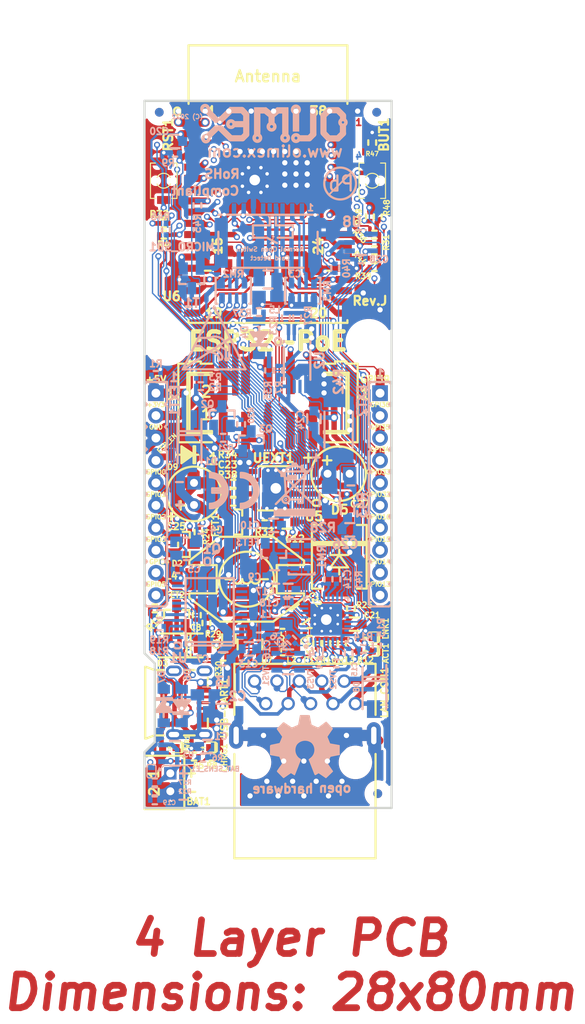
<source format=kicad_pcb>
(kicad_pcb (version 20221018) (generator pcbnew)
  (title_block (title "ESP32-PoE") (date "2022-06-09") (rev "J") (company "OLIMEX Ltd.") (comment 1 "https://www.olimex.com"))
  (layers (0 "F.Cu" mixed) (1 "In1.Cu" power) (2 "In2.Cu" power) (31 "B.Cu" mixed) (34 "B.Paste" user) (35 "F.Paste" user) (36 "B.SilkS" user "B.Silkscreen") (37 "F.SilkS" user "F.Silkscreen") (38 "B.Mask" user) (39 "F.Mask" user) (44 "Edge.Cuts" user))
  (net 0 "")
  (net 1 "+5V")
  (net 2 "GND")
  (net 3 "Net-(BAT1-Pad1)")
  (net 4 "Net-(BUT1-Pad2)")
  (net 5 "+3V3")
  (net 6 "Net-(C11-Pad1)")
  (net 7 "/ESP_EN")
  (net 8 "Net-(L2-Pad1)")
  (net 9 "Net-(Q2-Pad1)")
  (net 10 "Net-(MICRO_SD1-Pad5)")
  (net 11 "/+5V_USB")
  (net 12 "Net-(MICRO_SD1-Pad1)")
  (net 13 "Net-(MICRO_SD1-Pad2)")
  (net 14 "Net-(MICRO_SD1-Pad8)")
  (net 15 "Net-(U4-Pad4)")
  (net 16 "Net-(U4-Pad14)")
  (net 17 "Net-(U4-Pad18)")
  (net 18 "Net-(U4-Pad20)")
  (net 19 "Net-(U4-Pad26)")
  (net 20 "Net-(USB-UART1-Pad4)")
  (net 21 "Net-(MICRO_SD1-Pad7)")
  (net 22 "/D_Com")
  (net 23 "+5VP")
  (net 24 "Spare1")
  (net 25 "Spare2")
  (net 26 "/GPIO33")
  (net 27 "/GPIO32")
  (net 28 "/GPI39")
  (net 29 "Net-(FID1-PadFid1)")
  (net 30 "Net-(FID2-PadFid1)")
  (net 31 "Net-(FID3-PadFid1)")
  (net 32 "Net-(MICRO_SD1-PadCD1)")
  (net 33 "Net-(C2-Pad2)")
  (net 34 "Net-(C4-Pad1)")
  (net 35 "Net-(C5-Pad1)")
  (net 36 "Net-(C21-Pad2)")
  (net 37 "Net-(D4-Pad1)")
  (net 38 "Net-(Q2-Pad2)")
  (net 39 "Net-(Q3-Pad3)")
  (net 40 "Net-(Q3-Pad2)")
  (net 41 "Net-(Q3-Pad1)")
  (net 42 "Net-(R6-Pad1)")
  (net 43 "Net-(R26-Pad1)")
  (net 44 "Net-(R29-Pad1)")
  (net 45 "Net-(U1-Pad17)")
  (net 46 "Net-(U1-Pad14)")
  (net 47 "Net-(U1-Pad13)")
  (net 48 "Net-(U1-Pad12)")
  (net 49 "Net-(U1-Pad11)")
  (net 50 "Net-(U1-Pad7)")
  (net 51 "Net-(U1-Pad6)")
  (net 52 "Net-(C6-Pad1)")
  (net 53 "+3.3VLAN")
  (net 54 "Net-(C17-Pad1)")
  (net 55 "/GPIO0")
  (net 56 "/GPI35")
  (net 57 "Net-(RM1-Pad3.2)")
  (net 58 "Net-(RM1-Pad2.2)")
  (net 59 "Net-(FID4-PadFid1)")
  (net 60 "Net-(FID5-PadFid1)")
  (net 61 "Net-(FID6-PadFid1)")
  (net 62 "Net-(ACT1-Pad2)")
  (net 63 "Net-(ACT1-Pad1)")
  (net 64 "Net-(LNK1-Pad1)")
  (net 65 "Net-(LNK1-Pad2)")
  (net 66 "Net-(C3-Pad1)")
  (net 67 "Net-(RM1-Pad1.2)")
  (net 68 "Net-(CHRG1-Pad1)")
  (net 69 "Net-(PWR1-Pad1)")
  (net 70 "Net-(C10-Pad2)")
  (net 71 "Net-(R3-Pad2)")
  (net 72 "Net-(C12-Pad2)")
  (net 73 "Net-(L3-Pad1)")
  (net 74 "Net-(R8-Pad2)")
  (net 75 "Net-(C8-Pad1)")
  (net 76 "Net-(D6-Pad1)")
  (net 77 "Net-(D7-Pad2)")
  (net 78 "Net-(U1-Pad20)")
  (net 79 "Net-(BAT_SENS_E1-Pad2)")
  (net 80 "/GPI34\\BUT1")
  (net 81 "/GPIO2\\HS2_DATA0")
  (net 82 "/GPI36\\U1RXD")
  (net 83 "/GPIO3\\U0RXD")
  (net 84 "/GPIO1\\U0TXD")
  (net 85 "/GPIO4\\U1TXD")
  (net 86 "/GPIO5\\SPI_CS")
  (net 87 "/GPIO15\\HS2_CMD")
  (net 88 "/GPIO16\\I2C-SCL")
  (net 89 "/GPIO14\\HS2_CLK")
  (net 90 "/GPIO13\\I2C-SDA")
  (net 91 "/GPIO27\\EMAC_RX_CRS_DV")
  (net 92 "/GPIO25\\EMAC_RXD0(RMII)")
  (net 93 "/GPIO18\\MDIO(RMII)")
  (net 94 "/GPIO26\\EMAC_RXD1(RMII)")
  (net 95 "/GPIO12\\PHY_PWR")
  (net 96 "/GPIO22\\EMAC_TXD1(RMII)")
  (net 97 "/GPIO19\\EMAC_TXD0(RMII)")
  (net 98 "/GPIO21\\EMAC_TX_EN(RMII)")
  (net 99 "/GPIO23\\MDC(RMII)")
  (net 100 "/GPIO17\\EMAC_CLK_OUT_180")
  (net 101 "/TD+")
  (net 102 "/TD-")
  (net 103 "/RD+")
  (net 104 "/RD-")
  (net 105 "Net-(C12-Pad1)")
  (net 106 "Net-(C23-Pad2)")
  (net 107 "Net-(R7-Pad2)")
  (net 108 "Net-(R23-Pad1)")
  (net 109 "Net-(R27-Pad2)")
  (net 110 "Net-(R28-Pad1)")
  (net 111 "Net-(R33-Pad1)")
  (net 112 "Net-(U2-Pad7)")
  (net 113 "Net-(U2-Pad6)")
  (net 114 "Net-(U5-Pad7)")
  (net 115 "Net-(D9-Pad1)")
  (net 116 "Net-(R41-Pad2)")
  (net 117 "Net-(C26-Pad1)")
  (net 118 "Net-(U6-Pad21)")
  (net 119 "Net-(U6-Pad22)")
  (net 120 "Net-(U6-Pad20)")
  (net 121 "Net-(U6-Pad19)")
  (net 122 "Net-(U6-Pad17)")
  (net 123 "Net-(U6-Pad18)")
  (net 124 "Net-(U6-Pad32)")
  (net 125 "Net-(U8-Pad1)")
  (footprint "OLIMEX_Other-FP:Fiducial1x3" (layer "F.Cu") (at 116.586 168.529 -90)
    (fp_text reference "FID3" hide)
    (fp_text value "Fiducial" hide)
  )
  (footprint "OLIMEX_Connectors-FP:GBH-254-SMT-10" (layer "F.Cu") (at 104.14 124.333)
    (fp_text reference "UEXT1")
    (fp_text value "P-B-V-10-LF")
  )
  (footprint "OLIMEX_Diodes-FP:SOT23-3" (layer "F.Cu") (at 94.615 140.335 180)
    (fp_text reference "D2")
    (fp_text value "BAT54C(SOT23-3)")
  )
  (footprint "OLIMEX_Transistors-FP:SOT23" (layer "F.Cu") (at 93.7895 148.37156 -90)
    (fp_text reference "FET2")
    (fp_text value "WPM2015-3/TR")
  )
  (footprint "OLIMEX_RLC-FP:R_0402_5MIL_DWS" (layer "F.Cu") (at 116.586 103.251 90)
    (fp_text reference "R48")
    (fp_text value "10k/R0402")
  )
  (footprint "OLIMEX_RLC-FP:R_0402_5MIL_DWS" (layer "F.Cu") (at 115.951 94.869 90)
    (fp_text reference "R47")
    (fp_text value "220R/R0402")
  )
  (footprint "OLIMEX_RLC-FP:R_0402_5MIL_DWS" (layer "F.Cu") (at 116.205 108.966 180)
    (fp_text reference "R39")
    (fp_text value "10k/R0402")
  )
  (footprint "OLIMEX_RLC-FP:R_0402_5MIL_DWS" (layer "F.Cu") (at 92.329 104.013)
    (fp_text reference "R32")
    (fp_text value "10k/R0402")
  )
  (footprint "OLIMEX_RLC-FP:R_0402_5MIL_DWS" (layer "F.Cu") (at 116.205 106.172 180)
    (fp_text reference "R31")
    (fp_text value "2.2k/R0402")
  )
  (footprint "OLIMEX_RLC-FP:R_0402_5MIL_DWS" (layer "F.Cu") (at 92.329 105.283)
    (fp_text reference "R4")
    (fp_text value "47k/R0402")
  )
  (footprint "OLIMEX_RLC-FP:R_0402_5MIL_DWS" (layer "F.Cu") (at 97.79 164.338 180)
    (fp_text reference "R8")
    (fp_text value "2.2k/R0402")
  )
  (footprint "OLIMEX_LEDs-FP:LED_0603_KA" (layer "F.Cu") (at 96.774 163.322 180)
    (fp_text reference "CHRG1")
    (fp_text value "LED/YELLOW/0603")
  )
  (footprint "OLIMEX_RLC-FP:R_0402_5MIL_DWS" (layer "F.Cu") (at 95.758 164.338)
    (fp_text reference "R5")
    (fp_text value "2.2k/R0402")
  )
  (footprint "OLIMEX_RLC-FP:R_0402_5MIL_DWS" (layer "F.Cu") (at 111.633 151.511 -90)
    (fp_text reference "R13")
    (fp_text value "49.9R/1%/R0402")
  )
  (footprint "OLIMEX_RLC-FP:R_0402_5MIL_DWS" (layer "F.Cu") (at 116.205 107.95)
    (fp_text reference "R44")
    (fp_text value "NA/R0402")
  )
  (footprint "OLIMEX_RLC-FP:R_0402_5MIL_DWS" (layer "F.Cu") (at 113.538 147.574 90)
    (fp_text reference "R25")
    (fp_text value "10k/R0402")
  )
  (footprint "OLIMEX_Connectors-FP:RJP-003TC1(LPJ4112CNL)" (layer "F.Cu") (at 108.331 164.846)
    (fp_text reference "LAN_CON1")
    (fp_text value "RJP-003TC1(LPJ4112CNL)")
  )
  (footprint "OLIMEX_RLC-FP:C_0603_5MIL_DWS" (layer "F.Cu") (at 113.919 149.352 180)
    (fp_text reference "C21")
    (fp_text value "NA(10uF/6.3V/20%/X5R/C0603)")
  )
  (footprint "OLIMEX_RLC-FP:C_0805_5MIL_DWS" (layer "F.Cu") (at 107.861619 148.218488 38)
    (fp_text reference "C22")
    (fp_text value "47uF/6.3V/20%/X5R/C0805")
  )
  (footprint "OLIMEX_RLC-FP:R_0402_5MIL_DWS" (layer "F.Cu") (at 103.759 138.049)
    (fp_text reference "R33")
    (fp_text value "4.7R/R0402")
  )
  (footprint "OLIMEX_Transistors-FP:SOT23" (layer "F.Cu") (at 100.584 137.795 180)
    (fp_text reference "FET1")
    (fp_text value "WPM2015-3/TR")
  )
  (footprint "OLIMEX_Diodes-FP:SOD-123_1C-2A_KA" (layer "F.Cu") (at 94.996 130.175 180)
    (fp_text reference "D9")
    (fp_text value "1N5819S4(SOD-123)")
  )
  (footprint "OLIMEX_RLC-FP:C_0603_5MIL_DWS" (layer "F.Cu") (at 106.299 137.795 180)
    (fp_text reference "C12")
    (fp_text value "100nF/100V/10%/X7R/C0603")
  )
  (footprint "OLIMEX_Buttons-FP:IT1185AU2_V2" (layer "F.Cu") (at 92.321 99.187 90)
    (fp_text reference "RST1")
    (fp_text value "IT1185AU2")
  )
  (footprint "OLIMEX_RLC-FP:C_0402_5MIL_DWS" (layer "F.Cu") (at 100.203 134.493)
    (fp_text reference "C23")
    (fp_text value "12pF/50V/5%/COG/C0402")
  )
  (footprint "OLIMEX_RLC-FP:R_0402_5MIL_DWS" (layer "F.Cu") (at 100.203 133.477 180)
    (fp_text reference "R34")
    (fp_text value "5.23k/1%/R0402")
  )
  (footprint "OLIMEX_RLC-FP:R_0402_5MIL_DWS" (layer "F.Cu") (at 100.203 135.509)
    (fp_text reference "R38")
    (fp_text value "30.1k/1%/R0402")
  )
  (footprint "OLIMEX_RLC-FP:CD32" (layer "F.Cu") (at 105.791 151.384)
    (fp_text reference "L2")
    (fp_text value "2.2uH/1.5A/DCR=72mR/20%/3.00x3.00x1.50mm/CD32(NR3015T2R2M)")
  )
  (footprint "OLIMEX_RLC-FP:R_0402_5MIL_DWS" (layer "F.Cu") (at 116.205 105.283 180)
    (fp_text reference "R36")
    (fp_text value "10k/R0402")
  )
  (footprint "OLIMEX_Other-FP:Fiducial1x3" (layer "F.Cu") (at 116.459 91.44 -90)
    (fp_text reference "FID2" hide)
    (fp_text value "Fiducial" hide)
  )
  (footprint "OLIMEX_RLC-FP:R_0402_5MIL_DWS" (layer "F.Cu") (at 115.697 103.251 -90)
    (fp_text reference "R49")
    (fp_text value "NA/R0402")
  )
  (footprint "OLIMEX_RLC-FP:CPOL-RM2.5mm_6.3x11mm_PTH" (layer "F.Cu") (at 112.141 132.334)
    (fp_text reference "C27")
    (fp_text value "15uF/100V/20%/RM2.5/6.3x11mm(Farnell:1281844)")
  )
  (footprint "OLIMEX_Diodes-FP:DO214AB(SMC)_1(K)-2(A)" (layer "F.Cu") (at 112.2172 141.732 -90)
    (fp_text reference "D5")
    (fp_text value "SS510/100V/5A/0.85V/DO214AB(SMC)")
  )
  (footprint "OLIMEX_RLC-FP:CPOL-RM2.5mm_6.3x11mm_PTH" (layer "F.Cu") (at 95.758 134.62 90)
    (fp_text reference "C25")
    (fp_text value "470uF/10V/20%/Low_ESR/RM2.5/6.0x11mm")
  )
  (footprint "OLIMEX_RLC-FP:R_0402_5MIL_DWS" (layer "F.Cu") (at 96.266 138.938 -90)
    (fp_text reference "R24")
    (fp_text value "220R/R0402")
  )
  (footprint "OLIMEX_RLC-FP:DBS135" (layer "F.Cu") (at 101.727 144.272 180)
    (fp_text reference "L4")
    (fp_text value "33uH/2.1A/DCR=0.1R/20%/DBS135(PD3316MT330)")
  )
  (footprint "OLIMEX_RLC-FP:C_0402_5MIL_DWS" (layer "F.Cu") (at 96.0755 148.336 90)
    (fp_text reference "C8")
    (fp_text value "100nF/16V/10%/X7R/C0402")
  )
  (footprint "OLIMEX_RLC-FP:R_0402_5MIL_DWS" (layer "F.Cu") (at 97.155 149.225 90)
    (fp_text reference "R29")
    (fp_text value "220k/R0402")
  )
  (footprint "OLIMEX_RLC-FP:R_0402_5MIL_DWS" (layer "F.Cu") (at 99.06 153.035)
    (fp_text reference "R30")
    (fp_text value "49.9k/1%/R0402")
  )
  (footprint "OLIMEX_RLC-FP:C_0603_5MIL_DWS" (layer "F.Cu") (at 99.695 151.003 -90)
    (fp_text reference "C6")
    (fp_text value "22uF/6.3V/20%/X5R/C0603")
  )
  (footprint "OLIMEX_Diodes-FP:SMA-KA" (layer "F.Cu") (at 94.234 151.765 180)
    (fp_text reference "D3")
    (fp_text value "1N5822/SS34/SMA")
  )
  (footprint "OLIMEX_RLC-FP:R_0402_5MIL_DWS" (layer "F.Cu") (at 91.313 147.574)
    (fp_text reference "R16")
    (fp_text value "NA(10k/R0402)")
  )
  (footprint "OLIMEX_Connectors-FP:USB-MICRO_MISB-SWMM-5B_LF" (layer "F.Cu") (at 93.726 158.242 180)
    (fp_text reference "USB-UART1")
    (fp_text value "MISB-SWMM-5B-LF(USB_MICRO)")
  )
  (footprint "OLIMEX_Regulators-FP:SOT-23-5" (layer "F.Cu") (at 102.108 151.638 -90)
    (fp_text reference "U7")
    (fp_text value "SY8089AAAC(SOT23-5)")
  )
  (footprint "OLIMEX_RLC-FP:R_0402_5MIL_DWS" (layer "F.Cu") (at 110.744 151.511 -90)
    (fp_text reference "R10")
    (fp_text value "49.9R/1%/R0402")
  )
  (footprint "OLIMEX_RLC-FP:C_0402_5MIL_DWS" (layer "F.Cu") (at 108.839 150.241)
    (fp_text reference "C11")
    (fp_text value "100nF/16V/10%/X7R/C0402")
  )
  (footprint "OLIMEX_RLC-FP:R_0402_5MIL_DWS" (layer "F.Cu") (at 112.522 151.511 -90)
    (fp_text reference "R12")
    (fp_text value "49.9R/1%/R0402")
  )
  (footprint "OLIMEX_LEDs-FP:LED_0603_KA" (layer "F.Cu") (at 115.189 152.4 180)
    (fp_text reference "ACT1")
    (fp_text value "LED/YELLOW/0603")
  )
  (footprint "OLIMEX_LEDs-FP:LED_0603_KA" (layer "F.Cu") (at 115.189 150.876 180)
    (fp_text reference "LNK1")
    (fp_text value "LED/GREEN/0603")
  )
  (footprint "OLIMEX_RLC-FP:R_0402_5MIL_DWS" (layer "F.Cu") (at 109.728 151.511 -90)
    (fp_text reference "R11")
    (fp_text value "49.9R/1%/R0402")
  )
  (footprint "OLIMEX_Buttons-FP:IT1185AU2_V2" (layer "F.Cu") (at 115.959 99.187 90)
    (fp_text reference "BUT1")
    (fp_text value "IT1185AU2")
  )
  (footprint "OLIMEX_Regulators-FP:ESOIC-8" (layer "F.Cu") (at 105.029 133.985 90)
    (fp_text reference "U5")
    (fp_text value "TX4138(ESOIC-8)")
  )
  (footprint "OLIMEX_Cases-FP:ESP32-WROVER(WROOM)-UNIVERSAL_MODULE" (layer "F.Cu") (at 104.14 99.568)
    (fp_text reference "U6")
    (fp_text value "ESP32-WROVER-E")
  )
  (footprint "OLIMEX_Other-FP:Fiducial1x3" (layer "F.Cu") (at 91.821 91.44 -90)
    (fp_text reference "FID1" hide)
    (fp_text value "Fiducial" hide)
  )
  (footprint "OLIMEX_Other-FP:NPTH_2.2mm" (layer "F.Cu") (at 92.71 117.475)
    (fp_text reference "MH1" hide)
    (fp_text value "Mounting_Hole_NPTH" hide)
  )
  (footprint "OLIMEX_Other-FP:NPTH_2.2mm" (layer "F.Cu") (at 115.57 117.475)
    (fp_text reference "MH2" hide)
    (fp_text value "Mounting_Hole_NPTH" hide)
  )
  (footprint "OLIMEX_Other-FP:NPTH_2.2mm" (layer "F.Cu") (at 97.536 167.513)
    (fp_text reference "MH3" hide)
    (fp_text value "Mounting_Hole_NPTH" hide)
  )
  (footprint "OLIMEX_Connectors-FP:LIPO_BAT_VERTICAL_DW02S" (layer "F.Cu") (at 89.535 167.259 -90)
    (fp_text reference "BAT1")
    (fp_text value "DW02S")
  )
  (footprint "OLIMEX_LEDs-FP:LED_0603_KA" (layer "F.Cu") (at 92.964 163.322 180)
    (fp_text reference "PWR1")
    (fp_text value "LED/RED/0603")
  )
  (footprint "OLIMEX_Connectors-FP:HN1x10" (layer "B.Cu") (at 116.84 134.65 -90)
    (fp_text reference "EXT2")
    (fp_text value "NS(HN1x10)")
  )
  (footprint "OLIMEX_Other-FP:Fiducial1x3" (layer "B.Cu") (at 116.586 168.529 -90)
    (fp_text reference "FID6" hide)
    (fp_text value "Fiducial" hide)
  )
  (footprint "OLIMEX_RLC-FP:R_0402_5MIL_DWS" (layer "B.Cu") (at 91.44 121.158)
    (fp_text reference "R1")
    (fp_text value "10k/R0402")
  )
  (footprint "OLIMEX_RLC-FP:R_MATRIX_4" (layer "B.Cu") (at 107.95 141.732 90)
    (fp_text reference "RM1")
    (fp_text value "RA1206_(4X0603)_4B8_2.2k")
  )
  (footprint "OLIMEX_RLC-FP:R_0402_5MIL_DWS" (layer "B.Cu") (at 103.124 114.046)
    (fp_text reference "R37")
    (fp_text value "10k/R0402")
  )
  (footprint "OLIMEX_Connectors-FP:uSD(TFC-9P-1.xH(ATFFS150A01BR016))" (layer "B.Cu") (at 104.14 105.537)
    (fp_text reference "MICRO_SD1")
    (fp_text value "TFC-9P-1.7H(ATFFS150A01BR016)")
  )
  (footprint "OLIMEX_RLC-FP:R_0402_5MIL_DWS" (layer "B.Cu") (at 111.76 109.093 90)
    (fp_text reference "R40")
    (fp_text value "10R/R0402")
  )
  (footprint "OLIMEX_Other-FP:Fiducial1x3" (layer "B.Cu") (at 91.821 91.44 -90)
    (fp_text reference "FID4" hide)
    (fp_text value "Fiducial" hide)
  )
  (footprint "OLIMEX_RLC-FP:C_0805_5MIL_DWS" (layer "B.Cu") (at 104.14 110.363 180)
    (fp_text reference "C3")
    (fp_text value "47uF/6.3V/20%/X5R/C0805")
  )
  (footprint "OLIMEX_RLC-FP:R_MATRIX_4" (layer "B.Cu") (at 100.203 111.633)
    (fp_text reference "RM2")
    (fp_text value "RA1206_(4X0603)_4B8_2.2k")
  )
  (footprint "OLIMEX_RLC-FP:R_0402_5MIL_DWS" (layer "B.Cu") (at 92.583 104.775 90)
    (fp_text reference "R46")
    (fp_text value "220R/R0402")
  )
  (footprint "OLIMEX_Connectors-FP:HN1x10" (layer "B.Cu") (at 91.44 134.65 -90)
    (fp_text reference "EXT1")
    (fp_text value "NS(HN1x10)")
  )
  (footprint "OLIMEX_Transistors-FP:SOT23" (layer "B.Cu") (at 104.775 141.224 90)
    (fp_text reference "FET3")
    (fp_text value "WPM2015-3/TR")
  )
  (footprint "OLIMEX_RLC-FP:C_0402_5MIL_DWS" (layer "B.Cu") (at 93.853 143.129 180)
    (fp_text reference "C5")
    (fp_text value "27pF/50V/5%/C0G/C0402")
  )
  (footprint "OLIMEX_RLC-FP:C_0603_5MIL_DWS" (layer "B.Cu") (at 104.902 144.018)
    (fp_text reference "C9")
    (fp_text value "22uF/6.3V/20%/X5R/C0603")
  )
  (footprint "OLIMEX_RLC-FP:C_0402_5MIL_DWS" (layer "B.Cu") (at 113.284 152.654 90)
    (fp_text reference "C15")
    (fp_text value "100nF/16V/10%/X7R/C0402")
  )
  (footprint "OLIMEX_RLC-FP:C_0402_5MIL_DWS" (layer "B.Cu") (at 103.124 150.749 180)
    (fp_text reference "C16")
    (fp_text value "100nF/16V/10%/X7R/C0402")
  )
  (footprint "OLIMEX_RLC-FP:C_0402_5MIL_DWS" (layer "B.Cu") (at 106.299 146.939 180)
    (fp_text reference "C18")
    (fp_text value "100nF/16V/10%/X7R/C0402")
  )
  (footprint "OLIMEX_RLC-FP:C_0603_5MIL_DWS" (layer "B.Cu") (at 106.426 145.542 180)
    (fp_text reference "C17")
    (fp_text value "2.2uF/6.3V/10%/X5R/C0603")
  )
  (footprint "OLIMEX_RLC-FP:L_0805_5MIL_DWS" (layer "B.Cu") (at 105.156 149.479)
    (fp_text reference "L1")
    (fp_text value "FB0805/600R/2A")
  )
  (footprint "OLIMEX_IC-FP:SSOP-20W" (layer "B.Cu") (at 97.536 147.955 90)
    (fp_text reference "U1")
    (fp_text value "CH340T(SSOP20W)")
  )
  (footprint "OLIMEX_RLC-FP:C_0603_5MIL_DWS" (layer "B.Cu") (at 97.282 163.195)
    (fp_text reference "C1")
    (fp_text value "22uF/6.3V/20%/X5R/C0603")
  )
  (footprint "OLIMEX_RLC-FP:L_0805_5MIL_DWS" (layer "B.Cu") (at 97.155 157.353)
    (fp_text reference "L3")
    (fp_text value "FB0805/600R/2A")
  )
  (footprint "OLIMEX_RLC-FP:R_0402_5MIL_DWS" (layer "B.Cu") (at 96.774 164.465)
    (fp_text reference "R6")
    (fp_text value "2.2k/R0402")
  )
  (footprint "OLIMEX_RLC-FP:C_0402_5MIL_DWS" (layer "B.Cu") (at 96.52 138.684 180)
    (fp_text reference "C4")
    (fp_text value "27pF/50V/5%/C0G/C0402")
  )
  (footprint "OLIMEX_Crystal-FP:TSX-3.2x2.5mm_GND(3)" (layer "B.Cu") (at 94.869 140.843 180)
    (fp_text reference "Q1")
    (fp_text value "Q12MHz/20pF/10ppm/4P/3.2x2.5mm")
  )
  (footprint "OLIMEX_RLC-FP:R_0402_5MIL_DWS" (layer "B.Cu") (at 91.313 168.275)
    (fp_text reference "R22")
    (fp_text value "470k/R0402")
  )
  (footprint "OLIMEX_RLC-FP:C_0402_5MIL_DWS" (layer "B.Cu") (at 91.313 169.291)
    (fp_text reference "C19")
    (fp_text value "1nF/50V/10%/X7R/C0402")
  )
  (footprint "OLIMEX_Jumpers-FP:SJ_1_SMALLER" (layer "B.Cu") (at 90.932 165.989 -90)
    (fp_text reference "BAT_SENS_E1")
    (fp_text value "Opened" hide)
  )
  (footprint "OLIMEX_LOGOs-FP:LOGO_ANTISTATIC_1" (layer "B.Cu") (at 101.6 120.523 180)
    (fp_text reference "Sign_Antistatic" hide)
    (fp_text value "Val**" hide)
  )
  (footprint "OLIMEX_LOGOs-FP:LOGO_RECYCLEBIN_1" (layer "B.Cu") (at 109.474 137.16 180)
    (fp_text reference "Sign_RecycleBin" hide)
    (fp_text value "" hide)
  )
  (footprint "OLIMEX_LOGOs-FP:LOGO_PBFREE" (layer "B.Cu") (at 112.522 99.187)
    (fp_text reference "Sign_PB-Free")
    (fp_text value "")
  )
  (footprint "OLIMEX_LOGOs-FP:LOGO_OPENHARDWARE_8x8" (layer "B.Cu") (at 108.331 163.703 180)
    (fp_text reference "Logo_OSHW" hide)
    (fp_text value "" hide)
  )
  (footprint "OLIMEX_RLC-FP:R_0402_5MIL_DWS" (layer "B.Cu") (at 106.172 114.681 90)
    (fp_text reference "R23")
    (fp_text value "180k/1%/R0402")
  )
  (footprint "OLIMEX_RLC-FP:C_1206_5MIL_DWS_ISO" (layer "B.Cu") (at 99.06 159.512)
    (fp_text reference "C2")
    (fp_text value "1nF/2000V/10%/X7R/C1206")
  )
  (footprint "OLIMEX_RLC-FP:C_0603_5MIL_DWS" (layer "B.Cu") (at 99.06 153.289)
    (fp_text reference "C7")
    (fp_text value "22uF/6.3V/20%/X5R/C0603")
  )
  (footprint "OLIMEX_Diodes-FP:SMA-KA" (layer "B.Cu") (at 116.205 156.464 -90)
    (fp_text reference "D8")
    (fp_text value "SMAJ58A/SMA")
  )
  (footprint "OLIMEX_RLC-FP:R_0402_5MIL_DWS" (layer "B.Cu") (at 114.935 152.146)
    (fp_text reference "R14")
    (fp_text value "2.2k/R0402")
  )
  (footprint "OLIMEX_Transistors-FP:SOT23" (layer "B.Cu") (at 98.93046 125.81636 -90)
    (fp_text reference "Q2")
    (fp_text value "BC817-40(SOT23)")
  )
  (footprint "OLIMEX_Diodes-FP:SMA-KA" (layer "B.Cu") (at 95.25 128.651 -90)
    (fp_text reference "D1")
    (fp_text value "1N5822/SS34/SMA")
  )
  (footprint "OLIMEX_RLC-FP:C_0603_5MIL_DWS" (layer "B.Cu") (at 104.775 138.176 180)
    (fp_text reference "C10")
    (fp_text value "22uF/6.3V/20%/X5R/C0603")
  )
  (footprint "OLIMEX_RLC-FP:R_0402_5MIL_DWS" (layer "B.Cu") (at 99.06 128.27)
    (fp_text reference "R21")
    (fp_text value "1k/R0402")
  )
  (footprint "OLIMEX_Transistors-FP:SOT23" (layer "B.Cu") (at 102.235 128.651 -90)
    (fp_text reference "Q3")
    (fp_text value "BC817-40(SOT23)")
  )
  (footprint "OLIMEX_RLC-FP:R_0402_5MIL_DWS" (layer "B.Cu") (at 104.267 120.65 -90)
    (fp_text reference "R35")
    (fp_text value "2.2k/R0402")
  )
  (footprint "OLIMEX_RLC-FP:R_0402_5MIL_DWS" (layer "B.Cu") (at 116.459 151.765 90)
    (fp_text reference "R15")
    (fp_text value "2.2k/R0402")
  )
  (footprint "OLIMEX_LOGOs-FP:OLIMEX_LOGO_TB" (layer "B.Cu") (at 104.648 92.71 180)
    (fp_text reference "Logo_Olimex" hide)
    (fp_text value "" hide)
  )
  (footprint "OLIMEX_Other-FP:Fiducial1x3" (layer "B.Cu") (at 116.459 91.44 -90)
    (fp_text reference "FID5" hide)
    (fp_text value "Fiducial" hide)
  )
  (footprint "OLIMEX_Diodes-FP:SOD-123_1C-2A_KA" (layer "B.Cu") (at 103.124 116.967 90)
    (fp_text reference "D4")
    (fp_text value "1N5819S4(SOD-123)")
  )
  (footprint "OLIMEX_RLC-FP:R_0402_5MIL_DWS" (layer "B.Cu") (at 91.821 149.606 180)
    (fp_text reference "R18")
    (fp_text value "10k/R0402")
  )
  (footprint "OLIMEX_RLC-FP:R_0402_5MIL_DWS" (layer "B.Cu") (at 91.821 148.209 180)
    (fp_text reference "R19")
    (fp_text value "10k/R0402")
  )
  (footprint "OLIMEX_RLC-FP:C_0402_5MIL_DWS" (layer "B.Cu") (at 110.998 144.272 90)
    (fp_text reference "C14")
    (fp_text value "100nF/16V/10%/X7R/C0402")
  )
  (footprint "OLIMEX_RLC-FP:R_0402_5MIL_DWS" (layer "B.Cu") (at 111.887 144.272 -90)
    (fp_text reference "R41")
    (fp_text value "2.2k/R0402")
  )
  (footprint "OLIMEX_Diodes-FP:D_0402_5MIL_DWS" (layer "B.Cu") (at 111.887 153.797 180)
    (fp_text reference "TVS2")
    (fp_text value "NA(GG0402052R542P)")
  )
  (footprint "OLIMEX_Diodes-FP:D_0402_5MIL_DWS" (layer "B.Cu") (at 109.982 153.797)
    (fp_text reference "TVS3")
    (fp_text value "NA(GG0402052R542P)")
  )
  (footprint "OLIMEX_Diodes-FP:SOT-23-5" (layer "B.Cu") (at 106.426 153.609 180)
    (fp_text reference "TVS1")
    (fp_text value "ESDS314DBVR(SOT-23-5)")
  )
  (footprint "OLIMEX_IC-FP:QFN32_EP(33)_5.00x5.00x0.90mm_Pitch_0.50mm" (layer "B.Cu") (at 110.744 148.844 90)
    (fp_text reference "U4")
    (fp_text value "LAN8710A-EZC(QFN32)")
  )
  (footprint "OLIMEX_RLC-FP:R_0402_5MIL_DWS" (layer "B.Cu") (at 106.82879 151.15179 135)
    (fp_text reference "R26")
    (fp_text value "12.1k/1%/R0402")
  )
  (footprint "OLIMEX_RLC-FP:C_0603_5MIL_DWS" (layer "B.Cu") (at 101.981 152.146 180)
    (fp_text reference "C13")
    (fp_text value "22uF/6.3V/20%/X5R/C0603")
  )
  (footprint "OLIMEX_Diodes-FP:SOD-123_1C-2A_KA" (layer "B.Cu") (at 94.361 158.623 90)
    (fp_text reference "D6")
    (fp_text value "1N5819S4(SOD-123)")
  )
  (footprint "OLIMEX_Diodes-FP:SOD-123_1C-2A_KA" (layer "B.Cu") (at 92.329 158.623 -90)
    (fp_text reference "D7")
    (fp_text value "1N5819S4(SOD-123)")
  )
  (footprint "OLIMEX_RLC-FP:R_1206_5MIL_DWS" (layer "B.Cu") (at 111.125 135.255 90)
    (fp_text reference "R28")
    (fp_text value "0.03R/1%/R1206")
  )
  (footprint "OLIMEX_RLC-FP:R_0402_5MIL_DWS" (layer "B.Cu") (at 101.092 126.746 -90)
    (fp_text reference "R20")
    (fp_text value "1k/R0402")
  )
  (footprint "OLIMEX_RLC-FP:C_0603_5MIL_DWS" (layer "B.Cu") (at 109.347 126.111 90)
    (fp_text reference "C24")
    (fp_text value "100nF/100V/10%/X7R/C0603")
  )
  (footprint "OLIMEX_RLC-FP:R_0402_5MIL_DWS" (layer "B.Cu") (at 105.283 120.65 90)
    (fp_text reference "R7")
    (fp_text value "24.9k/1%/R0402")
  )
  (footprint "OLIMEX_RLC-FP:R_0402_5MIL_DWS" (layer "B.Cu") (at 93.599 96.012 180)
    (fp_text reference "R9")
    (fp_text value "100k/R0402")
  )
  (footprint "OLIMEX_RLC-FP:R_MATRIX_4" (layer "B.Cu") (at 108.077 111.633)
    (fp_text reference "RM3")
    (fp_text value "RA1206_(4X0603)_4B8_2.2k")
  )
  (footprint "OLIMEX_LOGOs-FP:CE_Sign" (layer "B.Cu") (at 99.314 134.239 180)
    (fp_text reference "CE" hide)
    (fp_text value "CE_Sign" hide)
  )
  (footprint "OLIMEX_RLC-FP:R_2512_MM_DWS" (layer "B.Cu") (at 112.141 127.3552 90)
    (fp_text reference "R42")
    (fp_text value "4.7k/R2512")
  )
  (footprint "OLIMEX_RLC-FP:C_0603_5MIL_DWS" (layer "B.Cu") (at 113.411 138.684)
    (fp_text reference "C26")
    (fp_text value "NA(220pF/100V/C0603)")
  )
  (footprint "OLIMEX_RLC-FP:R_0603_5MIL_DWS" (layer "B.Cu") (at 113.157 136.398 90)
    (fp_text reference "R43")
    (fp_text value "NA(22R/R0603)")
  )
  (footprint "OLIMEX_RLC-FP:C_0402_5MIL_DWS" (layer "B.Cu") (at 114.681 108.077)
    (fp_text reference "C28")
    (fp_text value "100nF/16V/10%/X7R/C0402")
  )
  (footprint "OLIMEX_RLC-FP:R_0402_5MIL_DWS" (layer "B.Cu") (at 96.139 101.981 -90)
    (fp_text reference "R45")
    (fp_text value "10R/R0402")
  )
  (footprint "OLIMEX_IC-FP:SOT-23-5" (layer "B.Cu") (at 114.680999 106.172 180)
    (fp_text reference "U8")
    (fp_text value "SN74LVC1G04DBVR(SOT23-5)")
  )
  (footprint "OLIMEX_IC-FP:SOT-23-5" (layer "B.Cu") (at 93.599 163.957 180)
    (fp_text reference "U3")
    (fp_text value "BL4054B-42TPRN(SOT23-5)")
  )
  (footprint "OLIMEX_RLC-FP:R_0402_5MIL_DWS" (layer "B.Cu") (at 91.313 167.259 180)
    (fp_text reference "R17")
    (fp_text value "470k/R0402")
  )
  (footprint "OLIMEX_Transistors-FP:SOT23" (layer "B.Cu") (at 95.504 110.236 90)
    (fp_text reference "T1")
    (fp_text value "LMUN2211LT1G(SOT-23)")
  )
  (footprint "OLIMEX_RLC-FP:R_0402_5MIL_DWS" (layer "B.Cu") (at 96.52 122.428)
    (fp_text reference "R2")
    (fp_text value "10k/R0402")
  )
  (footprint "OLIMEX_RLC-FP:R_0402_5MIL_DWS" (layer "B.Cu") (at 96.52 121.539 180)
    (fp_text reference "R3")
    (fp_text value "1k/R0402")
  )
  (footprint "OLIMEX_RLC-FP:C_0603_5MIL_DWS" (layer "B.Cu") (at 93.599 94.742 180)
    (fp_text reference "C20")
    (fp_text value "1uF/10V/20%/X5R/C0603")
  )
  (footprint "OLIMEX_RLC-FP:L_0805_5MIL_DWS" (layer "B.Cu") (at 104.14 112.268)
    (fp_text reference "L5")
    (fp_text value "FB0805/600R/2A")
  )
  (footprint "OLIMEX_RLC-FP:R_0402_5MIL_DWS" (layer "B.Cu") (at 107.442 114.681 -90)
    (fp_text reference "R27")
    (fp_text value "4.42k/1%/1/16W/R0402")
  )
  (footprint "OLIMEX_IC-FP:TSSOP-8_Pitch-0.65mm_Dimensions-4.40x3.00x1.20mm" (layer "B.Cu") (at 107.442 119.507 -90)
    (fp_text reference "U2")
    (fp_text value "TPS2375PW(TSSOP-8)")
  )
  (gr_line (start 92.329 165.354) (end 91.694 165.989) (stroke (width 0.1524)) (layer "B.SilkS"))
  (gr_line (start 91.694 165.989) (end 92.075 165.862) (stroke (width 0.1524)) (layer "B.SilkS"))
  (gr_line (start 91.694 165.989) (end 91.821 165.608) (stroke (width 0.1524)) (layer "B.SilkS"))
  (gr_line (start 95.377 165.735) (end 94.996 165.354) (stroke (width 0.1524)) (layer "B.SilkS"))
  (gr_line (start 94.996 165.354) (end 92.329 165.354) (stroke (width 0.1524)) (layer "B.SilkS"))
  (gr_line (start 118.15 170.15) (end 118.15 90.15) (stroke (width 0.254)) (layer "Edge.Cuts"))
  (gr_line (start 90.15 170.15) (end 118.15 170.15) (stroke (width 0.254)) (layer "Edge.Cuts"))
  (gr_line (start 90.15 152.654) (end 91.313 153.797) (stroke (width 0.254)) (layer "Edge.Cuts"))
  (gr_line (start 91.313 162.687) (end 90.15 163.83) (stroke (width 0.254)) (layer "Edge.Cuts"))
  (gr_line (start 91.313 153.797) (end 91.313 162.687) (stroke (width 0.254)) (layer "Edge.Cuts"))
  (gr_line (start 90.15 152.654) (end 90.15 90.15) (stroke (width 0.254)) (layer "Edge.Cuts"))
  (gr_line (start 90.15 90.15) (end 118.15 90.15) (stroke (width 0.254)) (layer "Edge.Cuts"))
  (gr_line (start 90.15 163.83) (end 90.15 170.15) (stroke (width 0.254)) (layer "Edge.Cuts"))
  (gr_text "4 Layer PCB\nDimensions: 28x80mm" (at 106.68 187.96) (layer "F.Cu") (effects (font (size 3.81 3.81) (thickness 0.762) italic)))
  (gr_text "1" (at 114.427 92.583) (layer "F.Cu") (effects (font (size 0.762 0.762) (thickness 0.1905))))
  (gr_text "4" (at 114.427 96.393) (layer "B.Cu") (effects (font (size 0.762 0.762) (thickness 0.1905)) (justify mirror)))
  (gr_text "1" (at 116.84 121.031) (layer "B.SilkS") (effects (font (size 1.016 1.016) (thickness 0.254)) (justify mirror)))
  (gr_text "1" (at 108.966 102.235) (layer "B.SilkS") (effects (font (size 0.762 0.762) (thickness 0.1905)) (justify mirror)))
  (gr_text "RoHS" (at 98.933 98.425) (layer "B.SilkS") (effects (font (size 1.016 1.016) (thickness 0.254)) (justify mirror)))
  (gr_text "+" (at 94.488 166.243 90) (layer "B.SilkS") (effects (font (size 1.016 1.016) (thickness 0.254)) (justify mirror)))
  (gr_text "-" (at 94.488 169.291 180) (layer "B.SilkS") (effects (font (size 1.016 1.016) (thickness 0.254)) (justify mirror)))
  (gr_text "www.olimex.com" (at 104.902 95.885) (layer "B.SilkS") (effects (font (size 1.27 1.27) (thickness 0.254)) (justify mirror)))
  (gr_text "+" (at 94.107 135.763) (layer "B.SilkS") (effects (font (size 1.016 1.016) (thickness 0.254)) (justify mirror)))
  (gr_text "-" (at 113.538 133.731 180) (layer "B.SilkS") (effects (font (size 1.016 1.016) (thickness 0.254)) (justify mirror)))
  (gr_text "+" (at 109.601 130.429) (layer "B.SilkS") (effects (font (size 1.016 1.016) (thickness 0.254)) (justify mirror)))
  (gr_text "-" (at 94.107 133.35 180) (layer "B.SilkS") (effects (font (size 1.016 1.016) (thickness 0.254)) (justify mirror)))
  (gr_text "(C) 2022" (at 94.996 91.948) (layer "B.SilkS") (effects (font (size 0.508 0.508) (thickness 0.127)) (justify mirror)))
  (gr_text "Compliant" (at 97.028 100.33) (layer "B.SilkS") (effects (font (size 1.016 1.016) (thickness 0.254)) (justify mirror)))
  (gr_text "1" (at 93.472 121.412) (layer "B.SilkS") (effects (font (size 1.016 1.016) (thickness 0.254)) (justify mirror)))
  (gr_text "1" (at 115.189 123.317) (layer "F.SilkS") (effects (font (size 1.27 1.27) (thickness 0.254))))
  (gr_text "+5V" (at 91.44 121.666) (layer "F.SilkS") (effects (font (size 0.762 0.762) (thickness 0.1905))))
  (gr_text "+3V3" (at 91.44 124.5235) (layer "F.SilkS") (effects (font (size 0.508 0.508) (thickness 0.127))))
  (gr_text "GND" (at 91.44 127.0635) (layer "F.SilkS") (effects (font (size 0.508 0.508) (thickness 0.127))))
  (gr_text "ESP_EN" (at 92.71 128.905 45) (layer "F.SilkS") (effects (font (size 0.508 0.508) (thickness 0.127))))
  (gr_text "GPIO0" (at 91.44 132.1435) (layer "F.SilkS") (effects (font (size 0.508 0.508) (thickness 0.127))))
  (gr_text "GPIO1" (at 91.44 134.6835) (layer "F.SilkS") (effects (font (size 0.508 0.508) (thickness 0.127))))
  (gr_text "GPIO2" (at 91.44 137.2235) (layer "F.SilkS") (effects (font (size 0.508 0.508) (thickness 0.127))))
  (gr_text "GPIO3" (at 91.44 139.7635) (layer "F.SilkS") (effects (font (size 0.508 0.508) (thickness 0.127))))
  (gr_text "GPIO4" (at 91.821 142.3035) (layer "F.SilkS") (effects (font (size 0.508 0.508) (thickness 0.127))))
  (gr_text "GPIO5" (at 91.44 144.8435) (layer "F.SilkS") (effects (font (size 0.508 0.508) (thickness 0.127))))
  (gr_text "GPIO13" (at 116.6495 144.8435) (layer "F.SilkS") (effects (font (size 0.508 0.508) (thickness 0.127))))
  (gr_text "GPIO14" (at 116.6495 142.3035) (layer "F.SilkS") (effects (font (size 0.508 0.508) (thickness 0.127))))
  (gr_text "GPIO15" (at 116.6495 139.7635) (layer "F.SilkS") (effects (font (size 0.508 0.508) (thickness 0.127))))
  (gr_text "GPIO16" (at 116.6495 137.2235) (layer "F.SilkS") (effects (font (size 0.508 0.508) (thickness 0.127))))
  (gr_text "GPIO32" (at 116.6495 134.6835) (layer "F.SilkS") (effects (font (size 0.508 0.508) (thickness 0.127))))
  (gr_text "GPIO33" (at 116.6495 132.1435) (layer "F.SilkS") (effects (font (size 0.508 0.508) (thickness 0.127))))
  (gr_text "GPI34" (at 116.84 129.6035) (layer "F.SilkS") (effects (font (size 0.508 0.508) (thickness 0.127))))
  (gr_text "GPI35" (at 116.84 127.0635) (layer "F.SilkS") (effects (font (size 0.508 0.508) (thickness 0.127))))
  (gr_text "GPI36" (at 116.84 124.5235) (layer "F.SilkS") (effects (font (size 0.508 0.508) (thickness 0.127))))
  (gr_text "GPI39" (at 116.2685 121.666) (layer "F.SilkS") (effects (font (size 0.762 0.762) (thickness 0.1905))))
  (gr_text "1" (at 97.9678 130.683) (layer "F.SilkS") (effects (font (size 1.27 1.27) (thickness 0.254))))
  (gr_text "+" (at 95.377 166.243 90) (layer "F.SilkS") (effects (font (size 1.016 1.016) (thickness 0.254))))
  (gr_text "ESP32-PoE" (at 104.14 117.348) (layer "F.SilkS") (effects (font (size 2.032 2.032) (thickness 0.508))))
  (gr_text "Rev.J" (at 115.697 112.776) (layer "F.SilkS") (effects (font (size 1.016 1.016) (thickness 0.254))))
  (gr_text "-" (at 95.504 168.402 180) (layer "F.SilkS") (effects (font (size 1.016 1.016) (thickness 0.254))))
  (gr_text "1" (at 93.091 123.317) (layer "F.SilkS") (effects (font (size 1.27 1.27) (thickness 0.254))))
  (segment (start 95.504 116.205) (end 92.00441 112.70541) (width 0.254) (layer "F.Cu") (net 1))
  (segment (start 92.075 163.195) (end 92.202 163.322) (width 0.508) (layer "F.Cu") (net 1))
  (segment (start 94.838992 123.22) (end 94.869 123.189992) (width 1.016) (layer "F.Cu") (net 1))
  (segment (start 95.504 122.554992) (end 95.504 116.205) (width 0.254) (layer "F.Cu") (net 1))
  (segment (start 93.049266 155.679337) (end 92.433337 155.679337) (width 0.508) (layer "F.Cu") (net 1))
  (segment (start 91.734 151.765) (end 93.218 151.765) (width 0.762) (layer "F.Cu") (net 1))
  (segment (start 94.869 123.189992) (end 95.504 122.554992) (width 0.254) (layer "F.Cu") (net 1))
  (segment (start 93.896401 160.698401) (end 93.174599 160.698401) (width 0.508) (layer "F.Cu") (net 1))
  (segment (start 99.47656 138.7475) (end 99.3775 138.7475) (width 1.016) (layer "F.Cu") (net 1))
  (segment (start 92.83954 149.479) (end 92.837 149.48154) (width 1.016) (layer "F.Cu") (net 1))
  (segment (start 92.16959 152.11359) (end 91.7575 151.7015) (width 0.508) (layer "F.Cu") (net 1))
  (segment (start 92.433337 155.679337) (end 92.16959 155.41559) (width 0.508) (layer "F.Cu") (net 1))
  (segment (start 91.821 105.283) (end 91.821 106.68) (width 0.508) (layer "F.Cu") (net 1))
  (segment (start 94.277401 160.698401) (end 93.548178 159.969178) (width 0.508) (layer "F.Cu") (net 1))
  (segment (start 92.16959 155.41559) (end 92.16959 152.11359) (width 0.508) (layer "F.Cu") (net 1))
  (segment (start 92.583 108.057237) (end 92.583 107.442) (width 0.254) (layer "F.Cu") (net 1))
  (segment (start 92.00441 108.635827) (end 92.583 108.057237) (width 0.254) (layer "F.Cu") (net 1))
  (segment (start 92.837 149.48154) (end 92.837 151.40941) (width 1.016) (layer "F.Cu") (net 1))
  (segment (start 93.548178 160.324822) (end 93.548178 159.943822) (width 0.508) (layer "F.Cu") (net 1))
  (segment (start 96.012 163.322) (end 95.550084 163.322) (width 0.508) (layer "F.Cu") (net 1))
  (segment (start 93.548178 156.178249) (end 93.049266 155.679337) (width 0.508) (layer "F.Cu") (net 1))
  (segment (start 98.425 139.7) (end 98.679 139.446) (width 0.762) (layer "F.Cu") (net 1))
  (segment (start 92.583 107.442) (end 91.821 106.68) (width 0.254) (layer "F.Cu") (net 1))
  (segment (start 93.174599 160.698401) (end 92.549034 160.698401) (width 0.508) (layer "F.Cu") (net 1))
  (segment (start 93.548178 159.943822) (end 93.548178 156.178249) (width 0.508) (layer "F.Cu") (net 1))
  (segment (start 93.548178 160.324822) (end 93.548178 160.350178) (width 0.508) (layer "F.Cu") (net 1))
  (segment (start 92.075 161.172435) (end 92.075 163.195) (width 0.508) (layer "F.Cu") (net 1))
  (segment (start 92.837 151.40941) (end 93.19259 151.765) (width 1.016) (layer "F.Cu") (net 1))
  (segment (start 92.00441 112.70541) (end 92.00441 108.635827) (width 0.254) (layer "F.Cu") (net 1))
  (segment (start 93.548178 159.969178) (end 93.548178 159.943822) (width 0.508) (layer "F.Cu") (net 1))
  (segment (start 99.3775 138.7475) (end 98.679 139.446) (width 1.016) (layer "F.Cu") (net 1))
  (segment (start 94.277401 160.698401) (end 95.463542 161.884542) (width 0.508) (layer "F.Cu") (net 1))
  (segment (start 95.463542 161.884542) (end 95.463542 162.913568) (width 0.508) (layer "F.Cu") (net 1))
  (segment (start 91.44 123.22) (end 94.838992 123.22) (width 1.016) (layer "F.Cu") (net 1))
  (segment (start 95.463542 162.913568) (end 95.463542 163.408542) (width 0.508) (layer "F.Cu") (net 1))
  (segment (start 93.174599 160.698401) (end 93.548178 160.324822) (width 0.508) (layer "F.Cu") (net 1))
  (segment (start 94.277401 160.698401) (end 93.896401 160.698401) (width 0.508) (layer "F.Cu") (net 1))
  (segment (start 98.425 139.827) (end 98.425 139.7) (width 0.762) (layer "F.Cu") (net 1))
  (segment (start 92.549034 160.698401) (end 92.075 161.172435) (width 0.508) (layer "F.Cu") (net 1))
  (segment (start 93.548178 160.350178) (end 93.896401 160.698401) (width 0.508) (layer "F.Cu") (net 1))
  (segment (start 95.550084 163.322) (end 95.463542 163.408542) (width 0.508) (layer "F.Cu") (net 1))
  (via (at 93.218 151.765) (size 0.9) (drill 0.6) (layers "F.Cu" "B.Cu") (net 1))
  (via (at 94.869 123.189992) (size 0.9) (drill 0.6) (layers "F.Cu" "B.Cu") (net 1))
  (via (at 98.425 139.827) (size 0.9) (drill 0.6) (layers "F.Cu" "B.Cu") (net 1))
  (via (at 95.463542 163.408542) (size 0.7) (drill 0.4) (layers "F.Cu" "B.Cu") (net 1))
  (segment (start 96.685122 152.996878) (end 96.266 153.416) (width 1.016) (layer "B.Cu") (net 1))
  (segment (start 96.685122 143.421078) (end 96.685122 152.996878) (width 1.016) (layer "B.Cu") (net 1))
  (segment (start 98.425 140.462) (end 97.33026 141.55674) (width 1.016) (layer "B.Cu") (net 1))
  (segment (start 96.266 163.322) (end 95.550084 163.322) (width 0.508) (layer "B.Cu") (net 1))
  (segment (start 93.3196 151.765) (end 93.98 152.4254) (width 1.016) (layer "B.Cu") (net 1))
  (segment (start 90.932 122.712) (end 90.932 121.158) (width 0.508) (layer "B.Cu") (net 1))
  (segment (start 94.899 163.007) (end 96.205 163.007) (width 0.508) (layer "B.Cu") (net 1))
  (segment (start 98.425 137.922) (end 98.425 139.827) (width 1.016) (layer "B.Cu") (net 1))
  (segment (start 95.062 163.007) (end 95.463542 163.408542) (width 0.508) (layer "B.Cu") (net 1))
  (segment (start 94.9452 153.416) (end 93.98 152.4508) (width 0.635) (layer "B.Cu") (net 1))
  (segment (start 95.25 126.151) (end 95.25 128.35636) (width 1.016) (layer "B.Cu") (net 1))
  (segment (start 98.425 139.827) (end 98.425 140.462) (width 1.016) (layer "B.Cu") (net 1))
  (segment (start 95.25 126.151) (end 94.84359 125.74459) (width 1.016) (layer "B.Cu") (net 1))
  (segment (start 97.663 137.16) (end 98.425 137.922) (width 1.016) (layer "B.Cu") (net 1))
  (segment (start 97.33026 142.77594) (end 96.685122 143.421078) (width 1.016) (layer "B.Cu") (net 1))
  (segment (start 91.44 123.22) (end 90.932 122.712) (width 0.508) (layer "B.Cu") (net 1))
  (segment (start 96.205 163.007) (end 96.393 163.195) (width 0.508) (layer "B.Cu") (net 1))
  (segment (start 93.98 152.4508) (end 93.98 152.4254) (width 0.635) (layer "B.Cu") (net 1))
  (segment (start 94.84359 125.74459) (end 94.84359 123.215402) (width 1.016) (layer "B.Cu") (net 1))
  (segment (start 95.123 163.068) (end 95.463542 163.408542) (width 0.508) (layer "B.Cu") (net 1))
  (segment (start 93.218 151.765) (end 93.3196 151.765) (width 1.016) (layer "B.Cu") (net 1))
  (segment (start 94.899 163.007) (end 95.062 163.007) (width 0.508) (layer "B.Cu") (net 1))
  (segment (start 97.33026 141.55674) (end 97.33026 142.77594) (width 1.016) (layer "B.Cu") (net 1))
  (segment (start 95.25 128.35636) (end 97.663 130.76936) (width 1.016) (layer "B.Cu") (net 1))
  (segment (start 95.758 153.416) (end 94.9452 153.416) (width 0.635) (layer "B.Cu") (net 1))
  (segment (start 95.550084 163.322) (end 95.463542 163.408542) (width 0.508) (layer "B.Cu") (net 1))
  (segment (start 94.84359 123.215402) (end 94.869 123.189992) (width 1.016) (layer "B.Cu") (net 1))
  (segment (start 96.266 153.416) (end 95.758 153.416) (width 1.016) (layer "B.Cu") (net 1))
  (segment (start 97.663 130.76936) (end 97.663 137.16) (width 1.016) (layer "B.Cu") (net 1))
  (segment (start 99.568 154.305) (end 99.568 153.035) (width 0.762) (layer "F.Cu") (net 2))
  (segment (start 99.695 133.477) (end 97.75 133.477) (width 0.508) (layer "F.Cu") (net 2))
  (segment (start 98.927908 131.064) (end 100.965 131.064) (width 1.016) (layer "F.Cu") (net 2))
  (segment (start 96.774 163.83) (end 96.774 162.814) (width 0.1524) (layer "F.Cu") (net 2))
  (segment (start 96.393 159.639) (end 96.393 160.4645) (width 0.508) (layer "F.Cu") (net 2))
  (segment (start 97.71888 123.89612) (end 95.518204 126.096796) (width 1.016) (layer "F.Cu") (net 2))
  (segment (start 96.0755 147.07) (end 96.0795 147.066) (width 0.508) (layer "F.Cu") (net 2))
  (segment (start 104.902 147.828) (end 104.727787 147.828) (width 0.762) (layer "F.Cu") (net 2))
  (segment (start 108.91678 130.50678) (end 108.839 130.429) (width 0.508) (layer "F.Cu") (net 2))
  (segment (start 99.06 123.20524) (end 98.36912 123.89612) (width 1.016) (layer "F.Cu") (net 2))
  (segment (start 96.0755 147.828) (end 96.393 147.828) (width 0.508) (layer "F.Cu") (net 2))
  (segment (start 95.518204 133.130204) (end 95.518204 127.747796) (width 1.016) (layer "F.Cu") (net 2))
  (segment (start 95.518204 126.096796) (end 95.518204 127.747796) (width 1.016) (layer "F.Cu") (net 2))
  (segment (start 109.444 148.344) (end 109.625771 148.162229) (width 0.4064) (layer "F.Cu") (net 2))
  (segment (start 95.758 133.37) (end 97.643 133.37) (width 1.016) (layer "F.Cu") (net 2))
  (segment (start 112.112 145.132) (end 112.2172 145.132) (width 0.508) (layer "F.Cu") (net 2))
  (segment (start 98.36912 123.89612) (end 98.49612 123.89612) (width 0.1524) (layer "F.Cu") (net 2))
  (segment (start 104.267 154.178) (end 103.251 154.178) (width 0.762) (layer "F.Cu") (net 2))
  (segment (start 98.06039 162.67061) (end 98.33059 162.40041) (width 0.1524) (layer "F.Cu") (net 2))
  (segment (start 115.951 94.361) (end 115.951 93.726) (width 0.508) (layer "F.Cu") (net 2))
  (segment (start 112.044 150.144) (end 112.268 150.368) (width 0.4064) (layer "F.Cu") (net 2))
  (segment (start 113.391 132.187) (end 113.391 132.334) (width 1.27) (layer "F.Cu") (net 2))
  (segment (start 94.996 128.27) (end 91.47 128.27) (width 1.016) (layer "F.Cu") (net 2))
  (segment (start 102.108 149.606) (end 102.362 149.352) (width 0.762) (layer "F.Cu") (net 2))
  (segment (start 96.876 159.6295) (end 96.15236 159.6295) (width 0.2032) (layer "F.Cu") (net 2))
  (segment (start 102.362 153.8478) (end 102.362 154.178) (width 0.508) (layer "F.Cu") (net 2))
  (segment (start 111.984 150.144) (end 112.044 150.144) (width 0.4064) (layer "F.Cu") (net 2))
  (segment (start 109.347 150.241) (end 109.347 149.441) (width 0.508) (layer "F.Cu") (net 2))
  (segment (start 99.695 91.313) (end 97.028 91.313) (width 1.016) (layer "F.Cu") (net 2))
  (segment (start 99.06 121.208) (end 99.06 123.20524) (width 1.016) (layer "F.Cu") (net 2))
  (segment (start 111.125 91.313) (end 109.728 91.313) (width 1.016) (layer "F.Cu") (net 2))
  (segment (start 103.095409 130.429) (end 108.839 130.429) (width 1.27) (layer "F.Cu") (net 2))
  (segment (start 109.444 149.344) (end 109.444 148.344) (width 0.508) (layer "F.Cu") (net 2))
  (segment (start 115.189 149.733) (end 115.189 150.114) (width 0.508) (layer "F.Cu") (net 2))
  (segment (start 111.244 150.144) (end 111.984 150.144) (width 0.762) (layer "F.Cu") (net 2))
  (segment (start 110.236 156.829091) (end 110.236 155.806) (width 0.6096) (layer "F.Cu") (net 2))
  (segment (start 95.758 133.881681) (end 93.853 135.786681) (width 0.762) (layer "F.Cu") (net 2))
  (segment (start 109.347 150.241) (end 110.147 150.241) (width 0.508) (layer "F.Cu") (net 2))
  (segment (start 92.321 97.01) (end 92.321 96.02) (width 0.6096) (layer "F.Cu") (net 2))
  (segment (start 99.695 151.892) (end 99.695 152.654) (width 0.508) (layer "F.Cu") (net 2))
  (segment (start 98.36912 123.89612) (end 97.71888 123.89612) (width 1.016) (layer "F.Cu") (net 2))
  (segment (start 101.981 146.05) (end 99.42068 146.05) (width 1.016) (layer "F.Cu") (net 2))
  (segment (start 102.489 145.589213) (end 102.489 145.542) (width 0.762) (layer "F.Cu") (net 2))
  (segment (start 95.54 91.308) (end 97.023 91.308) (width 1.016) (layer "F.Cu") (net 2))
  (segment (start 96.393 160.4645) (end 96.7105 160.782) (width 0.508) (layer "F.Cu") (net 2))
  (segment (start 112.74 91.308) (end 111.13 91.308) (width 1.016) (layer "F.Cu") (net 2))
  (segment (start 102.108 152.938) (end 102.108 153.924) (width 0.508) (layer "F.Cu") (net 2))
  (segment (start 108.662238 147.592976) (end 108.426176 147.592976) (width 0.762) (layer "F.Cu") (net 2))
  (segment (start 114.295 91.308) (end 114.3 91.313) (width 1.016) (layer "F.Cu") (net 2))
  (segment (start 99.06 121.666) (end 99.06 120.015) (width 1.016) (layer "F.Cu") (net 2))
  (segment (start 100.990793 151.485207) (end 101.752793 151.485207) (width 0.762) (layer "F.Cu") (net 2))
  (segment (start 109.444 148.344) (end 109.944 148.844) (width 0.4064) (layer "F.Cu") (net 2))
  (segment (start 107.315 154.305) (end 108.839 154.305) (width 0.508) (layer "F.Cu") (net 2))
  (segment (start 98.33059 161.163) (end 98.33059 160.210498) (width 0.762) (layer "F.Cu") (net 2))
  (segment (start 97.3455 160.782) (end 97.414499 160.713001) (width 0.508) (layer "F.Cu") (net 2))
  (segment (start 111.506 158.099091) (end 110.236 156.829091) (width 0.6096) (layer "F.Cu") (net 2))
  (segment (start 92.321 96.02) (end 92.329 96.012) (width 0.6096) (layer "F.Cu") (net 2))
  (segment (start 110.147 150.241) (end 110.244 150.144) (width 0.508) (layer "F.Cu") (net 2))
  (segment (start 101.752793 151.485207) (end 102.108 151.13) (width 0.762) (layer "F.Cu") (net 2))
  (segment (start 98.125736 131.866172) (end 98.927908 131.064) (width 1.016) (layer "F.Cu") (net 2))
  (segment (start 110.062722 130.429) (end 109.601 130.429) (width 1.016) (layer "F.Cu") (net 2))
  (segment (start 98.209 158.5088) (end 98.209 159.6295) (width 0.254) (layer "F.Cu") (net 2))
  (segment (start 93.853 135.786681) (end 93.853 137.414) (width 0.762) (layer "F.Cu") (net 2))
  (segment (start 95.631 146.685) (end 96.012 147.066) (width 0.508) (layer "F.Cu") (net 2))
  (segment (start 99.695 151.892) (end 99.949 152.146) (width 0.762) (layer "F.Cu") (net 2))
  (segment (start 110.49 130.001722) (end 110.062722 130.429) (width 1.016) (layer "F.Cu") (net 2))
  (segment (start 106.045 153.797) (end 104.648 153.797) (width 0.762) (layer "F.Cu") (net 2))
  (segment (start 99.568 157.1498) (end 98.209 158.5088) (width 0.254) (layer "F.Cu") (net 2))
  (segment (start 110.49 129.286) (end 110.49 123.19) (width 1.016) (layer "F.Cu") (net 2))
  (segment (start 93.985 91.308) (end 93.98 91.313) (width 1.016) (layer "F.Cu") (net 2))
  (segment (start 100.584 151.892) (end 100.990793 151.485207) (width 0.762) (layer "F.Cu") (net 2))
  (segment (start 108.766921 147.488293) (end 110.188293 147.488293) (width 0.6096) (layer "F.Cu") (net 2))
  (segment (start 99.949 153.924) (end 99.949 153.416) (width 0.762) (layer "F.Cu") (net 2))
  (segment (start 110.236 155.702) (end 108.839 154.305) (width 0.508) (layer "F.Cu") (net 2))
  (segment (start 104.902 147.828) (end 104.902 147.4724) (width 0.762) (layer "F.Cu") (net 2))
  (segment (start 102.108 151.13) (end 102.108 149.606) (width 0.762) (layer "F.Cu") (net 2))
  (segment (start 108.553804 132.08) (end 108.91678 131.717024) (width 0.508) (layer "F.Cu") (net 2))
  (segment (start 112.74 91.308) (end 114.295 91.308) (width 1.016) (layer "F.Cu") (net 2))
  (segment (start 97.75 133.477) (end 97.643 133.37) (width 0.508) (layer "F.Cu") (net 2))
  (segment (start 99.568 153.035) (end 99.568 153.162) (width 0.508) (layer "F.Cu") (net 2))
  (segment (start 96.0755 147.828) (end 97.663 147.828) (width 0.508) (layer "F.Cu") (net 2))
  (segment (start 96.0755 147.828) (end 96.0755 147.07) (width 0.508) (layer "F.Cu") (net 2))
  (segment (start 107.315 91.313) (end 104.775 91.313) (width 1.016) (layer "F.Cu") (net 2))
  (segment (start 99.06 121.208) (end 99.06 120.015) (width 0.508) (layer "F.Cu") (net 2))
  (segment (start 104.727787 147.828) (end 102.489 145.589213) (width 0.762) (layer "F.Cu") (net 2))
  (segment (start 108.839 130.429) (end 109.601 130.429) (width 1.27) (layer "F.Cu") (net 2))
  (segment (start 111.08436 143.0401) (end 111.08436 144.10436) (width 1.016) (layer "F.Cu") (net 2))
  (segment (start 99.695 154.178) (end 99.568 154.305) (width 0.762) (layer "F.Cu") (net 2))
  (segment (start 99.568 152.019) (end 99.695 151.892) (width 0.508) (layer "F.Cu") (net 2))
  (segment (start 98.209 159.6295) (end 98.33059 159.75109) (width 0.508) (layer "F.Cu") (net 2))
  (segment (start 110.244 147.544) (end 110.206 147.544) (width 0.508) (layer "F.Cu") (net 2))
  (segment (start 106.807 153.797) (end 107.315 154.305) (width 0.508) (layer "F.Cu") (net 2))
  (segment (start 96.876 159.6295) (end 96.4025 159.6295) (width 0.508) (layer "F.Cu") (net 2))
  (segment (start 98.33059 159.75109) (end 98.33059 160.210498) (width 0.508) (layer "F.Cu") (net 2))
  (segment (start 110.236 155.806) (end 110.236 156.083) (width 0.508) (layer "F.Cu") (net 2))
  (segment (start 104.902 147.4724) (end 105.41 146.9644) (width 0.762) (layer "F.Cu") (net 2))
  (segment (start 95.518204 127.747796) (end 94.996 128.27) (width 1.016) (layer "F.Cu") (net 2))
  (segment (start 98.33059 162.40041) (end 98.33059 161.163) (width 0.1524) (layer "F.Cu") (net 2))
  (segment (start 109.944 148.844) (end 110.744 148.844) (width 0.508) (layer "F.Cu") (net 2))
  (segment (start 95.54 109.088) (end 98.303 109.088) (width 0.6096) (layer "F.Cu") (net 2))
  (segment (start 99.42068 146.05) (end 98.61804 146.85264) (width 1.016) (layer "F.Cu") (net 2))
  (segment (start 97.880591 160.713001) (end 98.33059 161.163) (width 0.508) (layer "F.Cu") (net 2))
  (segment (start 110.714 150.144) (end 111.244 150.144) (width 0.762) (layer "F.Cu") (net 2))
  (segment (start 96.774002 160.210498) (end 98.33059 160.210498) (width 0.762) (layer "F.Cu") (net 2))
  (segment (start 102.108 153.924) (end 102.362 154.178) (width 0.508) (layer "F.Cu") (net 2))
  (segment (start 111.916 145.034) (end 112.141 145.259) (width 1.016) (layer "F.Cu") (net 2))
  (segment (start 98.399589 161.231999) (end 98.33059 161.163) (width 0.762) (layer "F.Cu") (net 2))
  (segment (start 107.829 132.08) (end 108.553804 132.08) (width 0.508) (layer "F.Cu") (net 2))
  (segment (start 104.775 91.313) (end 102.235 91.313) (width 1.016) (layer "F.Cu") (net 2))
  (segment (start 111.633 130.429) (end 113.391 132.187) (width 1.27) (layer "F.Cu") (net 2))
  (segment (start 96.91739 162.67061) (end 98.06039 162.67061) (width 0.1524) (layer "F.Cu") (net 2))
  (segment (start 102.489 145.542) (end 101.981 146.05) (width 1.016) (layer "F.Cu") (net 2))
  (segment (start 109.728 91.313) (end 107.315 91.313) (width 1.016) (layer "F.Cu") (net 2))
  (segment (start 96.7105 160.782) (end 97.3455 160.782) (width 0.508) (layer "F.Cu") (net 2))
  (segment (start 103.251 154.178) (end 102.362 154.178) (width 0.762) (layer "F.Cu") (net 2))
  (segment (start 94.493 109.088) (end 94.107 109.474) (width 0.6096) (layer "F.Cu") (net 2))
  (segment (start 108.91678 131.717024) (end 108.91678 130.50678) (width 0.508) (layer "F.Cu") (net 2))
  (segment (start 98.303 109.088) (end 98.425 108.966) (width 0.6096) (layer "F.Cu") (net 2))
  (segment (start 91.47 128.27) (end 91.44 128.3) (width 1.016) (layer "F.Cu") (net 2))
  (segment (start 110.49 123.19) (end 110.49 122.174) (width 1.016) (layer "F.Cu") (net 2))
  (segment (start 110.244 147.544) (end 110.744 148.044) (width 0.762) (layer "F.Cu") (net 2))
  (segment (start 97.023 91.308) (end 97.028 91.313) (width 1.016) (layer "F.Cu") (net 2))
  (segment (start 99.06 120.015) (end 98.933 119.888) (width 0.508) (layer "F.Cu") (net 2))
  (segment (start 102.235 91.313) (end 99.695 91.313) (width 1.016) (layer "F.Cu") (net 2))
  (segment (start 96.876 159.6295) (end 98.209 159.6295) (width 0.508) (layer "F.Cu") (net 2))
  (segment (start 99.695 151.892) (end 99.568 151.892) (width 0.508) (layer "F.Cu") (net 2))
  (segment (start 110.49 129.286) (end 110.49 130.001722) (width 1.016) (layer "F.Cu") (net 2))
  (segment (start 111.08436 144.10436) (end 112.112 145.132) (width 0.508) (layer "F.Cu") (net 2))
  (segment (start 109.601 130.429) (end 111.633 130.429) (width 1.27) (layer "F.Cu") (net 2))
  (segment (start 94.107 109.474) (end 94.107 110.363) (width 0.6096) (layer "F.Cu") (net 2))
  (segment (start 112.141 145.259) (end 113.411 143.989) (width 1.016) (layer "F.Cu") (net 2))
  (segment (start 99.695 151.892) (end 100.584 151.892) (width 0.762) (layer "F.Cu") (net 2))
  (segment (start 113.411 143.989) (end 113.411 141.224) (width 1.016) (layer "F.Cu") (net 2))
  (segment (start 97.3455 160.782) (end 97.3455 159.639) (width 0.508) (layer "F.Cu") (net 2))
  (segment (start 115.189 149.733) (end 114.808 149.352) (width 0.4064) (layer "F.Cu") (net 2))
  (segment (start 109.625771 148.162229) (end 109.625771 147.806315) (width 0.4064) (layer "F.Cu") (net 2))
  (segment (start 99.568 154.305) (end 99.568 157.1498) (width 0.254) (layer "F.Cu") (net 2))
  (segment (start 100.076 153.416) (end 100.838 154.178) (width 0.4064) (layer "F.Cu") (net 2))
  (segment (start 96.4025 159.6295) (end 96.393 159.639) (width 0.508) (layer "F.Cu") (net 2))
  (segment (start 114.808 149.352) (end 115.062 149.352) (width 0.4064) (layer "F.Cu") (net 2))
  (segment (start 96.393 147.828) (end 96.774 147.447) (width 0.508) (layer "F.Cu") (net 2))
  (segment (start 96.266 164.338) (end 96.774 163.83) (width 0.1524) (layer "F.Cu") (net 2))
  (segment (start 96.012 147.066) (end 96.393 147.066) (width 0.508) (layer "F.Cu") (net 2))
  (segment (start 99.949 153.416) (end 100.076 153.416) (width 0.4064) (layer "F.Cu") (net 2))
  (segment (start 110.244 150.144) (end 110.714 150.144) (width 0.762) (layer "F.Cu") (net 2))
  (segment (start 97.643 133.37) (end 98.125736 132.887264) (width 1.016) (layer "F.Cu") (net 2))
  (segment (start 99.568 153.035) (end 99.568 152.019) (width 0.508) (layer "F.Cu") (net 2))
  (segment (start 106.045 153.797) (end 106.807 153.797) (width 0.508) (layer "F.Cu") (net 2))
  (segment (start 96.774 162.814) (end 96.91739 162.67061) (width 0.1524) (layer "F.Cu") (net 2))
  (segment (start 101.981 131.064) (end 102.460409 131.064) (width 1.016) (layer "F.Cu") (net 2))
  (segment (start 113.538 150.368) (end 114.554 149.352) (width 0.4064) (layer "F.Cu") (net 2))
  (segment (start 95.54 91.308) (end 93.985 91.308) (width 1.016) (layer "F.Cu") (net 2))
  (segment (start 110.236 155.806) (end 110.236 155.702) (width 0.508) (layer "F.Cu") (net 2))
  (segment (start 96.60636 146.85264) (end 96.52 146.939) (width 1.016) (layer "F.Cu") (net 2))
  (segment (start 110.744 148.044) (end 110.744 148.844) (width 0.762) (layer "F.Cu") (net 2))
  (segment (start 110.188293 147.488293) (end 110.244 147.544) (width 0.508) (layer "F.Cu") (net 2))
  (segment (start 111.13 91.308) (end 111.125 91.313) (width 1.016) (layer "F.Cu") (net 2))
  (segment (start 95.758 133.37) (end 95.758 133.881681) (width 0.762) (layer "F.Cu") (net 2))
  (segment (start 108.426176 147.592976) (end 107.7976 146.9644) (width 0.762) (layer "F.Cu") (net 2))
  (segment (start 101.981 131.064) (end 100.965 131.064) (width 1.016) (layer "F.Cu") (net 2))
  (segment (start 99.949 152.146) (end 99.949 153.416) (width 0.762) (layer "F.Cu") (net 2))
  (segment (start 109.728 91.313) (end 109.22 91.313) (width 1.016) (layer "F.Cu") (net 2))
  (segment (start 101.092 154.178) (end 100.838 154.178) (width 0.762) (layer "F.Cu") (net 2))
  (segment (start 98.125736 132.887264) (end 98.125736 131.866172) (width 1.016) (layer "F.Cu") (net 2))
  (segment (start 112.268 150.368) (end 113.538 150.368) (width 0.4064) (layer "F.Cu") (net 2))
  (segment (start 98.61804 146.85264) (end 96.60636 146.85264) (width 1.016) (layer "F.Cu") (net 2))
  (segment (start 100.838 154.178) (end 99.695 154.178) (width 0.762) (layer "F.Cu") (net 2))
  (segment (start 114.554 149.352) (end 114.808 149.352) (width 0.4064) (layer "F.Cu") (net 2))
  (segment (start 107.7976 146.9644) (end 105.41 146.9644) (width 0.762) (layer "F.Cu") (net 2))
  (segment (start 111.633 130.429) (end 110.49 129.286) (width 1.016) (layer "F.Cu") (net 2))
  (segment (start 99.568 154.305) (end 99.949 153.924) (width 0.762) (layer "F.Cu") (net 2))
  (segment (start 99.568 151.892) (end 99.568 153.035) (width 0.762) (layer "F.Cu") (net 2))
  (segment (start 113.411 141.224) (end 113.411 140.208) (width 1.016) (layer "F.Cu") (net 2))
  (segment (start 97.414499 160.713001) (end 97.880591 160.713001) (width 0.508) (layer "F.Cu") (net 2))
  (segment (start 111.506 158.346) (end 111.506 158.099091) (width 0.6096) (layer "F.Cu") (net 2))
  (segment (start 95.758 133.37) (end 95.518204 133.130204) (width 1.016) (layer "F.Cu") (net 2))
  (segment (start 108.662238 147.592976) (end 108.766921 147.488293) (width 0.508) (layer "F.Cu") (net 2))
  (segment (start 104.648 153.797) (end 104.267 154.178) (width 0.762) (layer "F.Cu") (net 2))
  (segment (start 101.092 154.178) (end 102.362 154.178) (width 0.762) (layer "F.Cu") (net 2))
  (segment (start 109.347 149.441) (end 109.444 149.344) (width 0.508) (layer "F.Cu") (net 2))
  (segment (start 102.460409 131.064) (end 103.095409 130.429) (width 1.016) (layer "F.Cu") (net 2))
  (segment (start 95.54 109.088) (end 94.493 109.088) (width 0.6096) (layer "F.Cu") (net 2))
  (segment (start 104.521 153.924) (end 104.648 153.797) (width 0.254) (layer "F.Cu") (net 2))
  (segment (start 96.0795 147.066) (end 96.393 147.066) (width 0.508) (layer "F.Cu") (net 2))
  (segment (start 96.52 146.939) (end 96.393 147.066) (width 1.016) (layer "F.Cu") (net 2))
  (segment (start 110.49 122.174) (end 110.49 121.158) (width 1.016) (layer "F.Cu") (net 2))
  (via (at 94.234 144.145) (size 0.7) (drill 0.4) (layers "F.Cu" "B.Cu") (net 2))
  (via (at 100.965 131.064) (size 0.9) (drill 0.6) (layers "F.Cu" "B.Cu") (net 2))
  (via (at 102.362 153.8478) (size 0.7) (drill 0.4) (layers "F.Cu" "B.Cu") (net 2))
  (via (at 105.283 130.6068) (size 0.9) (drill 0.6) (layers "F.Cu" "B.Cu") (net 2))
  (via (at 99.695 91.313) (size 0.9) (drill 0.6) (layers "F.Cu" "B.Cu") (net 2))
  (via (at 102.235 91.313) (size 0.9) (drill 0.6) (layers "F.Cu" "B.Cu") (net 2))
  (via (at 104.775 91.313) (size 0.9) (drill 0.6) (layers "F.Cu" "B.Cu") (net 2))
  (via (at 107.315 91.313) (size 0.9) (drill 0.6) (layers "F.Cu" "B.Cu") (net 2))
  (via (at 109.22 91.313) (size 0.9) (drill 0.6) (layers "F.Cu" "B.Cu") (net 2))
  (via (at 111.125 91.313) (size 0.9) (drill 0.6) (layers "F.Cu" "B.Cu") (net 2))
  (via (at 110.49 122.174) (size 0.9) (drill 0.6) (layers "F.Cu" "B.Cu") (net 2))
  (via (at 110.49 121.158) (size 0.9) (drill 0.6) (layers "F.Cu" "B.Cu") (net 2))
  (via (at 113.411 125.349) (size 0.9) (drill 0.6) (layers "F.Cu" "B.Cu") (net 2))
  (via (at 113.411 126.365) (size 0.9) (drill 0.6) (layers "F.Cu" "B.Cu") (net 2))
  (via (at 113.411 127.381) (size 0.9) (drill 0.6) (layers "F.Cu" "B.Cu") (net 2))
  (via (at 116.84 113.792) (size 0.9) (drill 0.6) (layers "F.Cu" "B.Cu") (net 2))
  (via (at 114.935 111.887) (size 0.9) (drill 0.6) (layers "F.Cu" "B.Cu") (net 2))
  (via (at 102.235 95.885) (size 0.9) (drill 0.6) (layers "F.Cu" "B.Cu") (net 2))
  (via (at 104.775 95.885) (size 0.9) (drill 0.6) (layers "F.Cu" "B.Cu") (net 2))
  (via (at 107.315 95.885) (size 0.9) (drill 0.6) (layers "F.Cu" "B.Cu") (net 2))
  (via (at 107.315 98.425) (size 0.9) (drill 0.6) (layers "F.Cu" "B.Cu") (net 2))
  (via (at 106.045 97.155) (size 0.9) (drill 0.6) (layers "F.Cu" "B.Cu") (net 2))
  (via (at 106.045 99.695) (size 0.9) (drill 0.6) (layers "F.Cu" "B.Cu") (net 2))
  (via (at 108.585 99.695) (size 0.9) (drill 0.6) (layers "F.Cu" "B.Cu") (net 2))
  (via (at 108.585 97.155) (size 0.9) (drill 0.6) (layers "F.Cu" "B.Cu") (net 2))
  (via (at 103.505 95.885) (size 0.9) (drill 0.6) (layers "F.Cu" "B.Cu") (net 2))
  (via (at 106.045 95.885) (size 0.9) (drill 0.6) (layers "F.Cu" "B.Cu") (net 2))
  (via (at 106.045 98.425) (size 0.9) (drill 0.6) (layers "F.Cu" "B.Cu") (net 2))
  (via (at 107.315 97.155) (size 0.9) (drill 0.6) (layers "F.Cu" "B.Cu") (net 2))
  (via (at 108.585 98.425) (size 0.9) (drill 0.6) (layers "F.Cu" "B.Cu") (net 2))
  (via (at 107.315 99.695) (size 0.9) (drill 0.6) (layers "F.Cu" "B.Cu") (net 2))
  (via (at 100.965 95.885) (size 0.9) (drill 0.6) (layers "F.Cu" "B.Cu") (net 2))
  (via (at 113.411 140.208) (size 0.9) (drill 0.6) (layers "F.Cu" "B.Cu") (net 2))
  (via (at 94.107 110.363) (size 0.7) (drill 0.4) (layers "F.Cu" "B.Cu") (net 2))
  (via (at 111.08436 143.0401) (size 0.9) (drill 0.6) (layers "F.Cu" "B.Cu") (net 2))
  (via (at 106.045 153.797) (size 0.7) (drill 0.4) (layers "F.Cu" "B.Cu") (net 2))
  (via (at 109.48976 103.06761) (size 0.7) (drill 0.4) (layers "F.Cu" "B.Cu") (net 2))
  (via (at 114.3 91.313) (size 0.9) (drill 0.6) (layers "F.Cu" "B.Cu") (net 2))
  (via (at 91.948 120.523) (size 0.7) (drill 0.4) (layers "F.Cu" "B.Cu") (net 2))
  (via (at 91.059 163.957) (size 0.7) (drill 0.4) (layers "F.Cu" "B.Cu") (net 2))
  (via (at 98.33059 160.210498) (size 0.9) (drill 0.6) (layers "F.Cu" "B.Cu") (net 2))
  (via (at 98.33059 161.163) (size 0.9) (drill 0.6) (layers "F.Cu" "B.Cu") (net 2))
  (via (at 97.028 91.313) (size 0.9) (drill 0.6) (layers "F.Cu" "B.Cu") (net 2))
  (via (at 104.902 147.828) (size 0.7) (drill 0.4) (layers "F.Cu" "B.Cu") (net 2))
  (via (at 113.411 141.224) (size 0.9) (drill 0.6) (layers "F.Cu" "B.Cu") (net 2))
  (via (at 102.489 145.542) (size 0.9) (drill 0.6) (layers "F.Cu" "B.Cu") (net 2))
  (via (at 101.981 131.064) (size 0.9) (drill 0.6) (layers "F.Cu" "B.Cu") (net 2))
  (via (at 102.362 149.352) (size 0.8) (drill 0.5) (layers "F.Cu" "B.Cu") (net 2))
  (via (at 93.853 137.414) (size 0.8) (drill 0.5) (layers "F.Cu" "B.Cu") (net 2))
  (via (at 99.568 154.305) (size 0.9) (drill 0.6) (layers "F.Cu" "B.Cu") (net 2))
  (via (at 92.329 96.012) (size 0.7) (drill 0.4) (layers "F.Cu" "B.Cu") (net 2))
  (via (at 93.98 91.313) (size 0.9) (drill 0.6) (layers "F.Cu" "B.Cu") (net 2))
  (via (at 110.49 123.19) (size 0.9) (drill 0.6) (layers "F.Cu" "B.Cu") (net 2))
  (via (at 114.173 109.093) (size 0.7) (drill 0.4) (layers "F.Cu" "B.Cu") (net 2))
  (via (at 115.189 150.114) (size 0.7) (drill 0.4) (layers "F.Cu" "B.Cu") (net 2))
  (via (at 115.951 93.726) (size 0.7) (drill 0.4) (layers "F.Cu" "B.Cu") (net 2))
  (via (at 99.172293 103.011707) (size 0.7) (drill 0.4) (layers "F.Cu" "B.Cu") (net 2))
  (via (at 95.631 146.685) (size 0.7) (drill 0.4) (layers "F.Cu" "B.Cu") (net 2))
  (segment (start 103.6066 152.9334) (end 102.6922 153.8478) (width 0.1524) (layer "B.Cu") (net 2))
  (segment (start 100.965 136.017) (end 101.473 136.525) (width 1.016) (layer "B.Cu") (net 2))
  (segment (start 93.345 143.129) (end 93.345 142.067) (width 0.3048) (layer "B.Cu") (net 2))
  (segment (start 114.3 134.874) (end 114.3 138.811) (width 0.254) (layer "B.Cu") (net 2))
  (segment (start 113.391 132.334) (end 113.391 132.949) (width 0.6096) (layer "B.Cu") (net 2))
  (segment (start 111.7878 158.0642) (end 112.4204 158.0642) (width 0.508) (layer "B.Cu") (net 2))
  (segment (start 110.49 123.19) (end 111.379 124.079) (width 1.016) (layer "B.Cu") (net 2))
  (segment (start 108.798 121.834) (end 110.15 121.834) (width 0.254) (layer "B.Cu") (net 2))
  (segment (start 109.916 105.222) (end 109.474 105.664) (width 0.6096) (layer "B.Cu") (net 2))
  (segment (start 95.969 140.043) (end 95.847 140.043) (width 0.254) (layer "B.Cu") (net 2))
  (segment (start 91.821 168.275) (end 93.091 168.275) (width 0.508) (layer "B.Cu") (net 2))
  (segment (start 112.141 124.2052) (end 112.9022 124.2052) (width 1.016) (layer "B.Cu") (net 2))
  (segment (start 92.71 94.742) (end 92.71 95.631) (width 0.6096) (layer "B.Cu") (net 2))
  (segment (start 107.188 143.002) (end 106.045 143.002) (width 0.3048) (layer "B.Cu") (net 2))
  (segment (start 96.49206 109.093) (end 98.184 109.093) (width 0.6096) (layer "B.Cu") (net 2))
  (segment (start 114.3 139.319) (end 113.411 140.208) (width 1.016) (layer "B.Cu") (net 2))
  (segment (start 106.045 143.002) (end 106.045 143.764) (width 0.6096) (layer "B.Cu") (net 2))
  (segment (start 113.411 126.365) (end 113.411 127.381) (width 1.016) (layer "B.Cu") (net 2))
  (segment (start 97.282 159.512) (end 97.79 159.004) (width 0.762) (layer "B.Cu") (net 2))
  (segment (start 115.669 150.594) (end 114.3355 150.594) (width 0.254) (layer "B.Cu") (net 2))
  (segment (start 112.494 151.5592) (end 113.0808 152.146) (width 0.254) (layer "B.Cu") (net 2))
  (segment (start 114.3 138.684) (end 114.3 139.319) (width 1.016) (layer "B.Cu") (net 2))
  (segment (start 93.345 142.067) (end 93.769 141.643) (width 0.3048) (layer "B.Cu") (net 2))
  (segment (start 113.411 124.714) (end 113.411 125.349) (width 1.016) (layer "B.Cu") (net 2))
  (segment (start 114.3355 150.594) (end 113.194 150.594) (width 0.254) (layer "B.Cu") (net 2))
  (segment (start 111.08436 143.59636) (end 111.252 143.764) (width 0.508) (layer "B.Cu") (net 2))
  (segment (start 91.821 168.275) (end 91.821 169.291) (width 0.508) (layer "B.Cu") (net 2))
  (segment (start 110.49 122.174) (end 109.728 122.174) (width 1.016) (layer "B.Cu") (net 2))
  (segment (start 95.631 146.685) (end 95.885 146.431) (width 0.254) (layer "B.Cu") (net 2))
  (segment (start 91.948 121.158) (end 91.948 120.523) (width 0.508) (layer "B.Cu") (net 2))
  (segment (start 94.615 138.811) (end 93.853 138.811) (width 0.254) (layer "B.Cu") (net 2))
  (segment (start 110.49 123.19) (end 109.728 122.428) (width 1.016) (layer "B.Cu") (net 2))
  (segment (start 110.49 121.158) (end 113.157 123.825) (width 1.016) (layer "B.Cu") (net 2))
  (segment (start 98.3869 160.266808) (end 98.350299 160.230207) (width 0.762) (layer "B.Cu") (net 2))
  (segment (start 105.664 151.13) (end 104.3305 151.13) (width 0.1524) (layer "B.Cu") (net 2))
  (segment (start 109.474 121.158) (end 108.798 121.834) (width 1.016) (layer "B.Cu") (net 2))
  (segment (start 98.184 109.093) (end 98.84 108.437) (width 0.6096) (layer "B.Cu") (net 2))
  (segment (start 93.51 141.643) (end 93.769 141.643) (width 0.254) (layer "B.Cu") (net 2))
  (segment (start 105.126 153.609) (end 105.857 153.609) (width 0.508) (layer "B.Cu") (net 2))
  (segment (start 112.4204 158.0642) (end 113.7666 156.718) (width 0.508) (layer "B.Cu") (net 2))
  (segment (start 117.475 155.702) (end 117.475 148.463) (width 0.508) (layer "B.Cu") (net 2))
  (segment (start 97.282 164.084) (end 98.171 163.195) (width 0.508) (layer "B.Cu") (net 2))
  (segment (start 96.012 138.684) (end 96.012 137.922) (width 0.254) (layer "B.Cu") (net 2))
  (segment (start 112.494 151.294) (end 112.494 150.904) (width 0.254) (layer "B.Cu") (net 2))
  (segment (start 114.046 133.858) (end 113.665 133.477) (width 0.254) (layer "B.Cu") (net 2))
  (segment (start 113.411 140.208) (end 113.411 141.224) (width 0.762) (layer "B.Cu") (net 2))
  (segment (start 99.949 153.289) (end 99.568 153.67) (width 0.762) (layer "B.Cu") (net 2))
  (segment (start 112.141 124.2052) (end 110.49 122.5542) (width 1.016) (layer "B.Cu") (net 2))
  (segment (start 96.012 137.922) (end 93.98 135.89) (width 0.254) (layer "B.Cu") (net 2))
  (segment (start 97.282 164.465) (end 97.282 164.084) (width 0.508) (layer "B.Cu") (net 2))
  (segment (start 102.489 144.526) (end 102.489 145.542) (width 1.016) (layer "B.Cu") (net 2))
  (segment (start 98.171 157.353) (end 98.552 157.353) (width 0.762) (layer "B.Cu") (net 2))
  (segment (start 115.265222 146.621522) (end 115.265222 145.008622) (width 0.762) (layer "B.Cu") (net 2))
  (segment (start 105.537 145.542) (end 105.537 144.272) (width 0.508) (layer "B.Cu") (net 2))
  (segment (start 99.949 153.162) (end 100.965 152.146) (width 0.762) (layer "B.Cu") (net 2))
  (segment (start 114.046 133.985) (end 114.046 133.858) (width 0.254) (layer "B.Cu") (net 2))
  (segment (start 109.728 121.158) (end 109.728 122.174) (width 1.016) (layer "B.Cu") (net 2))
  (segment (start 93.853 138.811) (end 93.2942 138.811) (width 0.254) (layer "B.Cu") (net 2))
  (segment (start 110.49 121.158) (end 109.474 121.158) (width 1.016) (layer "B.Cu") (net 2))
  (segment (start 98.84 106.037) (end 98.84 108.424) (width 0.6096) (layer "B.Cu") (net 2))
  (segment (start 112.494 150.594) (end 110.744 148.844) (width 0.254) (layer "B.Cu") (net 2))
  (segment (start 109.44 106.037) (end 109.44 103.11737) (width 0.6096) (layer "B.Cu") (net 2))
  (segment (start 110.49 122.5542) (end 110.49 122.174) (width 1.016) (layer "B.Cu") (net 2))
  (segment (start 101.473 136.525) (end 101.473 143.51) (width 1.016) (layer "B.Cu") (net 2))
  (segment (start 93.091 96.012) (end 92.329 96.012) (width 0.6096) (layer "B.Cu") (net 2))
  (segment (start 103.124 103.632) (end 102.49 102.998) (width 0.508) (layer "B.Cu") (net 2))
  (segment (start 114.046 132.969) (end 113.919 132.842) (width 0.254) (layer "B.Cu") (net 2))
  (segment (start 93.2942 138.811) (end 92.71 139.3952) (width 0.254) (layer "B.Cu") (net 2))
  (segment (start 106.045 143.764) (end 105.8545 143.9545) (width 0.6096) (layer "B.Cu") (net 2))
  (segment (start 98.350299 160.230207) (end 98.33059 160.210498) (width 0.508) (layer "B.Cu") (net 2))
  (segment (start 110.998 143.764) (end 111.379 143.764) (width 0.508) (layer "B.Cu") (net 2))
  (segment (start 115.189 150.114) (end 115.951 150.876) (width 0.508) (layer "B.Cu") (net 2))
  (segment (start 97.282 159.766) (end 97.726498 160.210498) (width 0.762) (layer "B.Cu") (net 2))
  (segment (start 113.391 132.949) (end 113.792 133.35) (width 0.6096) (layer "B.Cu") (net 2))
  (segment (start 100.965 152.146) (end 101.092 152.146) (width 0.762) (layer "B.Cu") (net 2))
  (segment (start 108.417 121.834) (end 108.798 121.834) (width 0.254) (layer "B.Cu") (net 2))
  (segment (start 111.506 158.346) (end 111.7878 158.0642) (width 0.508) (layer "B.Cu") (net 2))
  (segment (start 105.791 145.923) (end 105.537 145.669) (width 0.508) (layer "B.Cu") (net 2))
  (segment (start 92.299 163.957) (end 91.059 163.957) (width 0.508) (layer "B.Cu") (net 2))
  (segment (start 113.380999 105.222) (end 109.916 105.222) (width 0.6096) (layer "B.Cu") (net 2))
  (segment (start 112.494 151.294) (end 112.494 150.594) (width 0.254) (layer "B.Cu") (net 2))
  (segment (start 101.94 100.508) (end 102.489 101.057) (width 0.6096) (layer "B.Cu") (net 2))
  (segment (start 104.3305 151.13) (end 103.6066 151.8539) (width 0.1524) (layer "B.Cu") (net 2))
  (segment (start 114.046 133.985) (end 114.046 132.969) (width 0.254) (layer "B.Cu") (net 2))
  (segment (start 106.38616 150.876) (end 105.918 150.876) (width 0.1524) (layer "B.Cu") (net 2))
  (segment (start 116.459 151.257) (end 115.951 150.876) (width 0.508) (layer "B.Cu") (net 2))
  (segment (start 111.252 143.764) (end 111.379 143.764) (width 0.508) (layer "B.Cu") (net 2))
  (segment (start 114.046 134.62) (end 114.3 134.874) (width 0.254) (layer "B.Cu") (net 2))
  (segment (start 92.71 140.843) (end 93.51 141.643) (width 0.254) (layer "B.Cu") (net 2))
  (segment (start 106.46958 150.79258) (end 106.38616 150.876) (width 0.1524) (layer "B.Cu") (net 2))
  (segment (start 106.426 142.113) (end 106.045 142.494) (width 0.254) (layer "B.Cu") (net 2))
  (segment (start 92.71 95.631) (end 92.329 96.012) (width 0.6096) (layer "B.Cu") (net 2))
  (segment (start 109.728 122.174) (end 108.839 122.174) (width 1.016) (layer "B.Cu") (net 2))
  (segment (start 95.847 140.043) (end 94.615 138.811) (width 0.254) (layer "B.Cu") (net 2))
  (segment (start 117.475 148.463) (end 116.713 147.701) (width 0.508) (layer "B.Cu") (net 2))
  (segment (start 103.124 110.363) (end 103.124 103.632) (width 0.508) (layer "B.Cu") (net 2))
  (segment (start 97.79 159.004) (end 97.79 157.734) (width 0.762) (layer "B.Cu") (net 2))
  (segment (start 105.537 145.669) (end 105.537 145.542) (width 0.508) (layer "B.Cu") (net 2))
  (segment (start 98.171 163.195) (end 98.33059 163.03541) (width 0.508) (layer "B.Cu") (net 2))
  (segment (start 102.49 101.058) (end 102.489 101.057) (width 0.6096) (layer "B.Cu") (net 2))
  (segment (start 113.0808 152.146) (end 113.411 152.146) (width 0.254) (layer "B.Cu") (net 2))
  (segment (start 93.345 143.256) (end 94.234 144.145) (width 0.3048) (layer "B.Cu") (net 2))
  (segment (start 93.345 143.129) (end 93.345 144.018) (width 0.4064) (layer "B.Cu") (net 2))
  (segment (start 109.44 103.11737) (end 109.48976 103.06761) (width 0.6096) (layer "B.Cu") (net 2))
  (segment (start 102.489 145.542) (end 102.489 148.336) (width 1.016) (layer "B.Cu") (net 2))
  (segment (start 95.969 140.043) (end 96.096 139.916) (width 0.254) (layer "B.Cu") (net 2))
  (segment (start 93.345 143.129) (end 93.345 143.256) (width 0.3048) (layer "B.Cu") (net 2))
  (segment (start 110.15 121.834) (end 110.49 122.174) (width 0.254) (layer "B.Cu") (net 2))
  (segment (start 105.857 153.609) (end 106.045 153.797) (width 0.508) (layer "B.Cu") (net 2))
  (segment (start 113.919 132.842) (end 113.411 132.334) (width 0.508) (layer "B.Cu") (net 2))
  (segment (start 102.362 149.352) (end 102.489 149.225) (width 0.762) (layer "B.Cu") (net 2))
  (segment (start 106.045 142.494) (end 106.045 143.002) (width 0.6096) (layer "B.Cu") (net 2))
  (segment (start 114.046 133.985) (end 114.046 134.62) (width 0.254) (layer "B.Cu") (net 2))
  (segment (start 105.537 144.272) (end 105.791 144.018) (width 0.508) (layer "B.Cu") (net 2))
  (segment (start 99.949 153.289) (end 99.949 153.162) (width 0.762) (layer "B.Cu") (net 2))
  (segment (start 102.49 102.237) (end 102.49 101.058) (width 0.6096) (layer "B.Cu") (net 2))
  (segment (start 92.71 95.631) (end 93.091 96.012) (width 0.6096) (layer "B.Cu") (net 2))
  (segment (start 114.173 108.077) (end 114.173 109.093) (width 0.508) (layer "B.Cu") (net 2))
  (segment (start 99.172293 103.506681) (end 99.172293 103.011707) (width 0.6096) (layer "B.Cu") (net 2))
  (segment (start 102.616 150.749) (end 102.45344 150.91156) (width 0.2032) (layer "B.Cu") (net 2))
  (segment (start 98.84 108.424) (end 98.806 108.458) (width 0.6096) (layer "B.Cu") (net 2))
  (segment (start 112.494 150.904) (end 112.804 150.594) (width 0.254) (layer "B.Cu") (net 2))
  (segment (start 93.853 137.414) (end 93.853 138.811) (width 0.3048) (layer "B.Cu") (net 2))
  (segment (start 112.804 150.594) (end 113.194 150.594) (width 0.254) (layer "B.Cu") (net 2))
  (segment (start 95.885 146.431) (end 95.885 143.002) (width 0.254) (layer "B.Cu") (net 2))
  (segment (start 96.4565 109.12856) (end 96.49206 109.093) (width 0.6096) (layer "B.Cu") (net 2))
  (segment (start 97.79 157.734) (end 98.171 157.353) (width 0.762) (layer "B.Cu") (net 2))
  (segment (start 109.44 106.037) (end 109.44 108.424) (width 0.508) (layer "B.Cu") (net 2))
  (segment (start 96.012 140.081) (end 96.012 138.684) (width 0.508) (layer "B.Cu") (net 2))
  (segment (start 107.188 142.113) (end 106.426 142.113) (width 0.254) (layer "B.Cu") (net 2))
  (segment (start 108.417 122.457) (end 108.417 121.834) (width 0.254) (layer "B.Cu") (net 2))
  (segment (start 113.194 150.594) (end 112.494 150.594) (width 0.254) (layer "B.Cu") (net 2))
  (segment (start 99.568 153.67) (end 99.568 154.305) (width 0.762) (layer "B.Cu") (net 2))
  (segment (start 96.0755 140.081) (end 95.758 139.7635) (width 0.3048) (layer "B.Cu") (net 2))
  (segment (start 98.552 157.353) (end 99.568 156.337) (width 0.8636) (layer "B.Cu") (net 2))
  (segment (start 103.6066 151.8539) (end 103.6066 152.9334) (width 0.1524) (layer "B.Cu") (net 2))
  (segment (start 102.489 149.225) (end 102.489 148.336) (width 0.762) (layer "B.Cu") (net 2))
  (segment (start 113.7666 156.718) (end 116.459 156.718) (width 0.508) (layer "B.Cu") (net 2))
  (segment (start 114.681 144.4244) (end 114.681 142.494) (width 0.762) (layer "B.Cu") (net 2))
  (segment (start 98.33059 163.03541) (end 98.33059 161.163) (width 0.508) (layer "B.Cu") (net 2))
  (segment (start 97.282 159.512) (end 97.282 159.766) (width 0.762) (layer "B.Cu") (net 2))
  (segment (start 100.965 132.08) (end 100.965 136.017) (width 1.016) (layer "B.Cu") (net 2))
  (segment (start 114.681 142.494) (end 113.411 141.224) (width 0.762) (layer "B.Cu") (net 2))
  (segment (start 95.276 146.33) (end 93.9165 146.33) (width 0.3048) (layer "B.Cu") (net 2))
  (segment (start 112.9022 124.2052) (end 113.411 124.714) (width 1.016) (layer "B.Cu") (net 2))
  (segment (start 102.362 149.352) (end 102.616 149.606) (width 0.508) (layer "B.Cu") (net 2))
  (segment (start 108.839 122.809) (end 108.839 122.174) (width 1.016) (layer "B.Cu") (net 2))
  (segment (start 99.172293 105.704707) (end 99.172293 103.506681) (width 0.6096) (layer "B.Cu") (net 2))
  (segment (start 116.3447 147.701) (end 115.265222 146.621522) (width 0.762) (layer "B.Cu") (net 2))
  (segment (start 109.728 122.428) (end 109.728 121.158) (width 1.016) (layer "B.Cu") (net 2))
  (segment (start 97.726498 160.210498) (end 98.33059 160.210498) (width 0.762) (layer "B.Cu") (net 2))
  (segment (start 116.713 147.701) (end 116.3447 147.701) (width 0.762) (layer "B.Cu") (net 2))
  (segment (start 105.791 146.939) (end 105.791 145.923) (width 0.508) (layer "B.Cu") (net 2))
  (segment (start 104.902 147.828) (end 105.791 146.939) (width 0.508) (layer "B.Cu") (net 2))
  (segment (start 101.473 143.51) (end 102.489 144.526) (width 1.016) (layer "B.Cu") (net 2))
  (segment (start 109.22 123.19) (end 108.839 122.809) (width 1.016) (layer "B.Cu") (net 2))
  (segment (start 101.092 152.146) (end 101.092 152.11552) (width 0.2032) (layer "B.Cu") (net 2))
  (segment (start 113.411 125.349) (end 113.411 126.365) (width 1.016) (layer "B.Cu") (net 2))
  (segment (start 92.71 139.3952) (end 92.71 140.843) (width 0.254) (layer "B.Cu") (net 2))
  (segment (start 98.84 106.037) (end 99.172293 105.704707) (width 0.6096) (layer "B.Cu") (net 2))
  (segment (start 100.965 132.08) (end 100.965 131.064) (width 0.762) (layer "B.Cu") (net 2))
  (segment (start 111.08436 143.0401) (end 111.08436 143.59636) (width 0.508) (layer "B.Cu") (net 2))
  (segment (start 115.951 150.876) (end 115.669 150.594) (width 0.254) (layer "B.Cu") (net 2))
  (segment (start 109.474 105.664) (end 109.474 106.045) (width 0.6096) (layer "B.Cu") (net 2))
  (segment (start 93.345 144.018) (end 93.472 144.145) (width 0.4064) (layer "B.Cu") (net 2))
  (segment (start 115.265222 145.008622) (end 114.681 144.4244) (width 0.762) (layer "B.Cu") (net 2))
  (segment (start 95.885 143.002) (end 96.266 142.621) (width 0.254) (layer "B.Cu") (net 2))
  (segment (start 101.092 152.11552) (end 102.29596 150.91156) (width 0.2032) (layer "B.Cu") (net 2))
  (segment (start 110.49 121.158) (end 110.49 122.174) (width 1.016) (layer "B.Cu") (net 2))
  (segment (start 113.411 132.334) (end 113.391 132.334) (width 0.508) (layer "B.Cu") (net 2))
  (segment (start 95.631 146.685) (end 95.276 146.33) (width 0.3048) (layer "B.Cu") (net 2))
  (segment (start 102.49 102.998) (end 102.49 102.237) (width 0.508) (layer "B.Cu") (net 2))
  (segment (start 102.6922 153.8478) (end 102.362 153.8478) (width 0.1524) (layer "B.Cu") (net 2))
  (segment (start 112.141 124.2052) (end 111.3782 124.2052) (width 1.016) (layer "B.Cu") (net 2))
  (segment (start 102.616 149.606) (end 102.616 150.749) (width 0.508) (layer "B.Cu") (net 2))
  (segment (start 102.45344 150.91156) (end 102.29596 150.91156) (width 0.2032) (layer "B.Cu") (net 2))
  (segment (start 99.568 156.337) (end 99.568 154.305) (width 0.8636) (layer "B.Cu") (net 2))
  (segment (start 110.49 122.174) (end 112.395 124.079) (width 1.016) (layer "B.Cu") (net 2))
  (segment (start 112.494 151.294) (end 112.494 151.5592) (width 0.254) (layer "B.Cu") (net 2))
  (segment (start 116.459 156.718) (end 117.475 155.702) (width 0.508) (layer "B.Cu") (net 2))
  (segment (start 109.44 108.424) (end 109.474 108.458) (width 0.508) (layer "B.Cu") (net 2))
  (segment (start 110.49 123.19) (end 109.22 123.19) (width 1.016) (layer "B.Cu") (net 2))
  (segment (start 105.918 150.876) (end 105.664 151.13) (width 0.1524) (layer "B.Cu") (net 2))
  (segment (start 111.379 143.764) (end 111.887 143.764) (width 0.508) (layer "B.Cu") (net 2))
  (segment (start 93.78696 147.2692) (end 93.78696 150.55596) (width 0.508) (layer "F.Cu") (net 3))
  (segment (start 93.78696 150.55596) (end 94.11208 150.88108) (width 0.508) (layer "F.Cu") (net 3))
  (segment (start 94.234 155.702) (end 94.234 157.734) (width 0.508) (layer "F.Cu") (net 3))
  (segment (start 94.11208 153.488587) (end 94.812516 154.189023) (width 0.508) (layer "F.Cu") (net 3))
  (segment (start 94.234 158.75) (end 94.361 158.877) (width 0.508) (layer "F.Cu") (net 3))
  (segment (start 94.234 157.734) (end 94.234 158.75) (width 0.508) (layer "F.Cu") (net 3))
  (segment (start 94.11208 150.88108) (end 94.11208 153.488587) (width 0.508) (layer "F.Cu") (net 3))
  (segment (start 94.812516 155.123484) (end 94.234 155.702) (width 0.508) (layer "F.Cu") (net 3))
  (segment (start 94.812516 154.189023) (end 94.812516 155.123484) (width 0.508) (layer "F.Cu") (net 3))
  (via (at 94.361 158.877) (size 0.7) (drill 0.4) (layers "F.Cu" "B.Cu") (net 3))
  (segment (start 93.1037 166.2303) (end 93.853 165.481) (width 0.508) (layer "B.Cu") (net 3))
  (segment (start 93.853 165.481) (end 93.853 163.576) (width 0.508) (layer "B.Cu") (net 3))
  (segment (start 92.8497 166.2303) (end 91.821 167.259) (width 0.508) (layer "B.Cu") (net 3))
  (segment (start 93.284 163.007) (end 92.299 163.007) (width 0.508) (layer "B.Cu") (net 3))
  (segment (start 93.07068 166.2303) (end 92.8497 166.2303) (width 0.508) (layer "B.Cu") (net 3))
  (segment (start 93.853 163.576) (end 93.284 163.007) (width 0.508) (layer "B.Cu") (net 3))
  (segment (start 93.07068 166.2303) (end 93.1037 166.2303) (width 0.508) (layer "B.Cu") (net 3))
  (segment (start 115.959 95.385) (end 115.951 95.377) (width 0.508) (layer "F.Cu") (net 4))
  (segment (start 115.959 97.01) (end 115.951 97.002) (width 0.508) (layer "F.Cu") (net 4))
  (segment (start 115.959 97.01) (end 115.959 95.385) (width 0.508) (layer "F.Cu") (net 4))
  (segment (start 93.1295 146.2405) (end 94.2975 146.2405) (width 0.1524) (layer "F.Cu") (net 5))
  (segment (start 97.155 148.717) (end 97.2566 148.8186) (width 0.3048) (layer "F.Cu") (net 5))
  (segment (start 116.586 103.759) (end 116.459 103.886) (width 0.508) (layer "F.Cu") (net 5))
  (segment (start 103.124 139.065) (end 105.791 139.065) (width 1.016) (layer "F.Cu") (net 5))
  (segment (start 96.901 148.463) (end 97.282 148.463) (width 0.1524) (layer "F.Cu") (net 5))
  (segment (start 97.155 148.717) (end 97.3328 148.5392) (width 0.3048) (layer "F.Cu") (net 5))
  (segment (start 91.821 147.574) (end 91.821 147.549) (width 0.3048) (layer "F.Cu") (net 5))
  (segment (start 97.155 148.717) (end 97.409 148.463) (width 0.1524) (layer "F.Cu") (net 5))
  (segment (start 98.298 148.336) (end 99.568 148.336) (width 0.3048) (layer "F.Cu") (net 5))
  (segment (start 91.821 147.549) (end 92.28475 147.08525) (width 0.3048) (layer "F.Cu") (net 5))
  (segment (start 95.504 148.129482) (end 95.710518 148.336) (width 0.1524) (layer "F.Cu") (net 5))
  (segment (start 98.20148 129.43332) (end 99.06 128.5748) (width 1.016) (layer "F.Cu") (net 5))
  (segment (start 95.710518 148.336) (end 96.774 148.336) (width 0.1524) (layer "F.Cu") (net 5))
  (segment (start 116.459 105.029) (end 116.713 105.283) (width 0.508) (layer "F.Cu") (net 5))
  (segment (start 97.023 92.578) (end 97.028 92.583) (width 1.016) (layer "F.Cu") (net 5))
  (segment (start 116.713 107.95) (end 116.713 108.966) (width 0.508) (layer "F.Cu") (net 5))
  (segment (start 116.713 105.283) (end 116.713 106.172) (width 0.508) (layer "F.Cu") (net 5))
  (segment (start 92.28475 147.08525) (end 93.1295 146.2405) (width 0.1524) (layer "F.Cu") (net 5))
  (segment (start 94.2975 146.2405) (end 95.504 147.447) (width 0.1524) (layer "F.Cu") (net 5))
  (segment (start 107.061 148.844) (end 107.061 149.905175) (width 1.016) (layer "F.Cu") (net 5))
  (segment (start 91.821 104.013) (end 91.059 104.013) (width 0.508) (layer "F.Cu") (net 5))
  (segment (start 98.0694 148.5392) (end 98.0821 148.5519) (width 0.3048) (layer "F.Cu") (net 5))
  (segment (start 116.586 103.759) (end 116.802959 103.542041) (width 0.508) (layer "F.Cu") (net 5))
  (segment (start 96.901 148.463) (end 96.774 148.336) (width 0.1524) (layer "F.Cu") (net 5))
  (segment (start 99.06 128.5748) (end 99.06 127.458) (width 1.016) (layer "F.Cu") (net 5))
  (segment (start 99.06 147.9804) (end 98.6536 147.9804) (width 0.3048) (layer "F.Cu") (net 5))
  (segment (start 99.67468 142.51432) (end 103.124 139.065) (width 1.016) (layer "F.Cu") (net 5))
  (segment (start 97.2566 148.8186) (end 97.8154 148.8186) (width 0.3048) (layer "F.Cu") (net 5))
  (segment (start 98.298 148.336) (end 97.663 148.336) (width 0.1524) (layer "F.Cu") (net 5))
  (segment (start 97.8154 148.8186) (end 98.0821 148.5519) (width 0.3048) (layer "F.Cu") (net 5))
  (segment (start 97.282 148.463) (end 97.409 148.463) (width 0.1524) (layer "F.Cu") (net 5))
  (segment (start 116.802959 103.542041) (end 117.228536 103.542041) (width 0.508) (layer "F.Cu") (net 5))
  (segment (start 100.663104 147.240896) (end 102.65652 147.240896) (width 1.016) (layer "F.Cu") (net 5))
  (segment (start 97.3328 148.5392) (end 98.0694 148.5392) (width 0.3048) (layer "F.Cu") (net 5))
  (segment (start 107.061 149.905175) (end 106.991 149.975175) (width 1.016) (layer "F.Cu") (net 5))
  (segment (start 98.0821 148.5519) (end 98.298 148.336) (width 0.3048) (layer "F.Cu") (net 5))
  (segment (start 106.991 149.975175) (end 106.126505 149.11068) (width 1.016) (layer "F.Cu") (net 5))
  (segment (start 98.09226 129.43332) (end 98.20148 129.43332) (width 1.016) (layer "F.Cu") (net 5))
  (segment (start 97.663 148.336) (end 96.774 148.336) (width 0.1524) (layer "F.Cu") (net 5))
  (segment (start 106.991 151.384) (end 106.991 149.975175) (width 1.016) (layer "F.Cu") (net 5))
  (segment (start 95.54 92.578) (end 94.01861 92.578) (width 1.016) (layer "F.Cu") (net 5))
  (segment (start 102.65652 147.240896) (end 102.83211 147.240896) (width 0.762) (layer "F.Cu") (net 5))
  (segment (start 97.409 148.463) (end 97.536 148.336) (width 0.1524) (layer "F.Cu") (net 5))
  (segment (start 97.536 148.336) (end 97.663 148.336) (width 0.1524) (layer "F.Cu") (net 5))
  (segment (start 98.6536 147.9804) (end 98.298 148.336) (width 0.3048) (layer "F.Cu") (net 5))
  (segment (start 95.504 147.447) (end 95.504 148.129482) (width 0.1524) (layer "F.Cu") (net 5))
  (segment (start 106.717619 113.194619) (end 106.807 113.284) (width 0.762) (layer "F.Cu") (net 5))
  (segment (start 104.526304 148.93509) (end 104.526304 149.11068) (width 0.762) (layer "F.Cu") (net 5))
  (segment (start 99.06 147.9804) (end 99.06508 147.97532) (width 1.016) (layer "F.Cu") (net 5))
  (segment (start 99.568 148.336) (end 99.92868 147.97532) (width 0.3048) (layer "F.Cu") (net 5))
  (segment (start 102.83211 147.240896) (end 104.526304 148.93509) (width 0.762) (layer "F.Cu") (net 5))
  (segment (start 106.126505 149.11068) (end 104.526304 149.11068) (width 1.016) (layer "F.Cu") (net 5))
  (segment (start 94.01861 92.578) (end 93.98 92.53939) (width 1.016) (layer "F.Cu") (net 5))
  (segment (start 103.505 113.194619) (end 106.717619 113.194619) (width 0.762) (layer "F.Cu") (net 5))
  (segment (start 99.06508 147.97532) (end 99.92868 147.97532) (width 1.016) (layer "F.Cu") (net 5))
  (segment (start 99.67468 143.77162) (end 99.67468 142.51432) (width 1.016) (layer "F.Cu") (net 5))
  (segment (start 116.459 103.886) (end 116.459 105.029) (width 0.508) (layer "F.Cu") (net 5))
  (segment (start 91.44 125.76) (end 94.077006 125.76) (width 1.016) (layer "F.Cu") (net 5))
  (segment (start 116.713 106.172) (end 116.713 107.95) (width 0.508) (layer "F.Cu") (net 5))
  (segment (start 99.92868 147.97532) (end 100.663104 147.240896) (width 1.016) (layer "F.Cu") (net 5))
  (segment (start 97.155 148.717) (end 96.901 148.463) (width 0.1524) (layer "F.Cu") (net 5))
  (segment (start 95.54 92.578) (end 97.023 92.578) (width 1.016) (layer "F.Cu") (net 5))
  (segment (start 94.077006 125.76) (end 96.012006 123.825) (width 1.016) (layer "F.Cu") (net 5))
  (via (at 99.06 147.9804) (size 0.9) (drill 0.6) (layers "F.Cu" "B.Cu") (net 5))
  (via (at 104.267 117.983) (size 0.7) (drill 0.4) (layers "F.Cu" "B.Cu") (net 5))
  (via (at 98.09226 129.43332) (size 0.9) (drill 0.6) (layers "F.Cu" "B.Cu") (net 5))
  (via (at 105.791 139.065) (size 0.8) (drill 0.5) (layers "F.Cu" "B.Cu") (net 5))
  (via (at 91.059 104.013) (size 0.7) (drill 0.4) (layers "F.Cu" "B.Cu") (net 5))
  (via (at 99.67468 143.77162) (size 0.9) (drill 0.6) (layers "F.Cu" "B.Cu") (net 5))
  (via (at 96.012006 123.825) (size 0.9) (drill 0.6) (layers "F.Cu" "B.Cu") (net 5))
  (via (at 106.807 113.284) (size 0.7) (drill 0.4) (layers "F.Cu" "B.Cu") (net 5))
  (via (at 103.505 113.194619) (size 0.7) (drill 0.4) (layers "F.Cu" "B.Cu") (net 5))
  (via (at 93.98 92.53939) (size 0.9) (drill 0.6) (layers "F.Cu" "B.Cu") (net 5))
  (via (at 97.028 92.583) (size 0.9) (drill 0.6) (layers "F.Cu" "B.Cu") (net 5))
  (via (at 117.228536 103.542041) (size 0.7) (drill 0.4) (layers "F.Cu" "B.Cu") (net 5))
  (segment (start 102.684381 113.194619) (end 103.505 113.194619) (width 0.508) (layer "B.Cu") (net 5))
  (segment (start 98.09226 129.43332) (end 96.760401 128.101461) (width 1.016) (layer "B.Cu") (net 5))
  (segment (start 106.807 113.284) (end 107.569 113.284) (width 0.762) (layer "B.Cu") (net 5))
  (segment (start 108.458 113.284) (end 109.347 113.284) (width 0.762) (layer "B.Cu") (net 5))
  (segment (start 98.171 129.51206) (end 98.171 129.54) (width 1.016) (layer "B.Cu") (net 5))
  (segment (start 98.933 130.302) (end 98.933 136.6266) (width 1.016) (layer "B.Cu") (net 5))
  (segment (start 103.505 112.649) (end 103.124 112.268) (width 0.762) (layer "B.Cu") (net 5))
  (segment (start 103.505 113.194619) (end 103.505 112.649) (width 0.762) (layer "B.Cu") (net 5))
  (segment (start 102.616 114.046) (end 102.616 113.538) (width 0.508) (layer "B.Cu") (net 5))
  (segment (start 98.09226 129.43332) (end 98.171 129.51206) (width 1.016) (layer "B.Cu") (net 5))
  (segment (start 107.569 113.284) (end 108.458 113.284) (width 0.762) (layer "B.Cu") (net 5))
  (segment (start 102.997 112.686619) (end 103.505 113.194619) (width 0.762) (layer "B.Cu") (net 5))
  (segment (start 102.616 113.538) (end 102.616 113.263) (width 0.508) (layer "B.Cu") (net 5))
  (segment (start 102.616 113.263) (end 102.684381 113.194619) (width 0.508) (layer "B.Cu") (net 5))
  (segment (start 98.933 136.6266) (end 99.67468 137.36828) (width 1.016) (layer "B.Cu") (net 5))
  (segment (start 107.696 112.395) (end 107.696 113.157) (width 0.4064) (layer "B.Cu") (net 5))
  (segment (start 102.959381 113.194619) (end 102.616 113.538) (width 0.508) (layer "B.Cu") (net 5))
  (segment (start 96.760401 128.101461) (end 96.760401 124.573395) (width 1.016) (layer "B.Cu") (net 5))
  (segment (start 103.505 113.194619) (end 102.959381 113.194619) (width 0.508) (layer "B.Cu") (net 5))
  (segment (start 102.616 112.649) (end 102.997 112.268) (width 0.508) (layer "B.Cu") (net 5))
  (segment (start 98.171 129.54) (end 98.933 130.302) (width 1.016) (layer "B.Cu") (net 5))
  (segment (start 105.791 140.05306) (end 105.791 139.065) (width 0.6096) (layer "B.Cu") (net 5))
  (segment (start 105.7275 140.11656) (end 105.791 140.05306) (width 0.6096) (layer "B.Cu") (net 5))
  (segment (start 109.347 112.395) (end 109.347 113.284) (width 0.762) (layer "B.Cu") (net 5))
  (segment (start 99.06 144.3863) (end 99.67468 143.77162) (width 1.016) (layer "B.Cu") (net 5))
  (segment (start 107.696 113.157) (end 107.569 113.284) (width 0.4064) (layer "B.Cu") (net 5))
  (segment (start 104.267 120.142) (end 104.267 117.983) (width 0.508) (layer "B.Cu") (net 5))
  (segment (start 99.67468 137.36828) (end 99.67468 143.77162) (width 1.016) (layer "B.Cu") (net 5))
  (segment (start 102.616 113.263) (end 102.616 112.649) (width 0.508) (layer "B.Cu") (net 5))
  (segment (start 96.012 123.824994) (end 96.012006 123.825) (width 0.508) (layer "B.Cu") (net 5))
  (segment (start 99.06 147.9804) (end 99.06 144.3863) (width 1.016) (layer "B.Cu") (net 5))
  (segment (start 96.012 122.428) (end 96.012 123.824994) (width 0.508) (layer "B.Cu") (net 5))
  (segment (start 102.997 112.268) (end 102.997 112.686619) (width 0.762) (layer "B.Cu") (net 5))
  (segment (start 105.791 138.303) (end 105.791 139.065) (width 0.6096) (layer "B.Cu") (net 5))
  (segment (start 106.807 112.395) (end 106.807 113.284) (width 0.762) (layer "B.Cu") (net 5))
  (segment (start 108.458 112.395) (end 108.458 113.284) (width 0.4064) (layer "B.Cu") (net 5))
  (segment (start 105.664 138.176) (end 105.791 138.303) (width 0.6096) (layer "B.Cu") (net 5))
  (segment (start 96.760401 124.573395) (end 96.012006 123.825) (width 1.016) (layer "B.Cu") (net 5))
  (segment (start 109.728 151.003) (end 110.744 151.003) (width 0.4064) (layer "F.Cu") (net 6))
  (segment (start 106.426 158.346) (end 106.553 158.219) (width 0.508) (layer "F.Cu") (net 6))
  (segment (start 108.331 150.241) (end 108.331 151.13) (width 0.508) (layer "F.Cu") (net 6))
  (segment (start 111.633 151.003) (end 112.522 151.003) (width 0.4064) (layer "F.Cu") (net 6))
  (segment (start 106.553 156.845) (end 107.592 155.806) (width 0.508) (layer "F.Cu") (net 6))
  (segment (start 108.331 151.13) (end 108.3564 151.1554) (width 0.508) (layer "F.Cu") (net 6))
  (segment (start 112.522 151.003) (end 113.263 151.003) (width 0.4064) (layer "F.Cu") (net 6))
  (segment (start 107.592 155.806) (end 107.696 155.806) (width 0.508) (layer "F.Cu") (net 6))
  (segment (start 106.553 158.219) (end 106.553 156.845) (width 0.508) (layer "F.Cu") (net 6))
  (segment (start 113.263 151.003) (end 113.51 151.25) (width 0.4064) (layer "F.Cu") (net 6))
  (segment (start 110.744 151.003) (end 111.633 151.003) (width 0.4064) (layer "F.Cu") (net 6))
  (via (at 108.3564 151.1554) (size 0.7) (drill 0.4) (layers "F.Cu" "B.Cu") (net 6))
  (via (at 113.51 151.25) (size 0.7) (drill 0.4) (layers "F.Cu" "B.Cu") (net 6))
  (via (at 113.9698 153.3144) (size 0.7) (drill 0.4) (layers "F.Cu" "B.Cu") (net 6))
  (segment (start 106.045 149.76475) (end 106.045 149.5425) (width 0.508) (layer "B.Cu") (net 6))
  (segment (start 103.632 150.749) (end 103.8606 150.5204) (width 0.508) (layer "B.Cu") (net 6))
  (segment (start 108.1024 151.1554) (end 107.95 151.003) (width 0.254) (layer "B.Cu") (net 6))
  (segment (start 102.87 152.32888) (end 102.87 152.146) (width 0.4064) (layer "B.Cu") (net 6))
  (segment (start 102.997 151.84374) (end 102.997 152.146) (width 0.4064) (layer "B.Cu") (net 6))
  (segment (start 108.105 150.594) (end 107.95 150.749) (width 0.254) (layer "B.Cu") (net 6))
  (segment (start 103.251 159.512) (end 100.711 156.972) (width 0.4064) (layer "B.Cu") (net 6))
  (segment (start 100.711 156.972) (end 100.711 154.48788) (width 0.4064) (layer "B.Cu") (net 6))
  (segment (start 112.9792 154.4828) (end 111.9632 154.4828) (width 0.4064) (layer "B.Cu") (net 6))
  (segment (start 105.26 159.512) (end 103.251 159.512) (width 0.4064) (layer "B.Cu") (net 6))
  (segment (start 103.632 150.749) (end 103.632 151.20874) (width 0.4064) (layer "B.Cu") (net 6))
  (segment (start 106.045 149.479) (end 106.045 149.5425) (width 0.4064) (layer "B.Cu") (net 6))
  (segment (start 107.541 150.594) (end 106.426 149.479) (width 0.254) (layer "B.Cu") (net 6))
  (segment (start 113.284 154.178) (end 112.9792 154.4828) (width 0.4064) (layer "B.Cu") (net 6))
  (segment (start 108.204 150.684) (end 108.204 151.003) (width 0.254) (layer "B.Cu") (net 6))
  (segment (start 113.284 153.162) (end 113.284 154.178) (width 0.4064) (layer "B.Cu") (net 6))
  (segment (start 108.294 150.594) (end 108.204 150.684) (width 0.254) (layer "B.Cu") (net 6))
  (segment (start 108.204 151.003) (end 108.3564 151.1554) (width 0.254) (layer "B.Cu") (net 6))
  (segment (start 114.427 152.8572) (end 113.9698 153.3144) (width 0.3048) (layer "B.Cu") (net 6))
  (segment (start 114.427 152.146) (end 114.406 152.146) (width 0.3048) (layer "B.Cu") (net 6))
  (segment (start 106.172 149.479) (end 106.045 149.479) (width 0.508) (layer "B.Cu") (net 6))
  (segment (start 114.406 152.146) (end 113.51 151.25) (width 0.3048) (layer "B.Cu") (net 6))
  (segment (start 108.294 150.594) (end 108.105 150.594) (width 0.254) (layer "B.Cu") (net 6))
  (segment (start 111.887 152.146) (end 112.395 152.146) (width 0.1524) (layer "B.Cu") (net 6))
  (segment (start 111.494 151.753) (end 111.887 152.146) (width 0.1524) (layer "B.Cu") (net 6))
  (segment (start 107.696 155.806) (end 107.696 155.702) (width 0.508) (layer "B.Cu") (net 6))
  (segment (start 113.284 153.162) (end 113.8174 153.162) (width 0.4064) (layer "B.Cu") (net 6))
  (segment (start 107.95 151.003) (end 107.541 150.594) (width 0.254) (layer "B.Cu") (net 6))
  (segment (start 103.8606 150.5204) (end 105.28935 150.5204) (width 0.508) (layer "B.Cu") (net 6))
  (segment (start 111.9632 154.4828) (end 111.4044 155.0416) (width 0.4064) (layer "B.Cu") (net 6))
  (segment (start 111.4044 156.4386) (end 110.8202 157.0228) (width 0.4064) (layer "B.Cu") (net 6))
  (segment (start 108.294 150.594) (end 108.557 150.594) (width 0.254) (layer "B.Cu") (net 6))
  (segment (start 108.294 150.594) (end 107.541 150.594) (width 0.254) (layer "B.Cu") (net 6))
  (segment (start 106.426 149.479) (end 106.172 149.479) (width 0.254) (layer "B.Cu") (net 6))
  (segment (start 111.4044 155.0416) (end 111.4044 156.4386) (width 0.4064) (layer "B.Cu") (net 6))
  (segment (start 113.8174 153.162) (end 113.9698 153.3144) (width 0.4064) (layer "B.Cu") (net 6))
  (segment (start 110.8202 157.0228) (end 108.9128 157.0228) (width 0.4064) (layer "B.Cu") (net 6))
  (segment (start 108.3564 151.1554) (end 108.1024 151.1554) (width 0.254) (layer "B.Cu") (net 6))
  (segment (start 105.28935 150.5204) (end 106.045 149.76475) (width 0.508) (layer "B.Cu") (net 6))
  (segment (start 113.284 153.162) (end 113.284 153.035) (width 0.254) (layer "B.Cu") (net 6))
  (segment (start 106.426 158.346) (end 105.26 159.512) (width 0.4064) (layer "B.Cu") (net 6))
  (segment (start 111.494 151.294) (end 111.494 151.753) (width 0.254) (layer "B.Cu") (net 6))
  (segment (start 107.95 150.749) (end 107.95 151.003) (width 0.254) (layer "B.Cu") (net 6))
  (segment (start 103.632 151.20874) (end 102.997 151.84374) (width 0.4064) (layer "B.Cu") (net 6))
  (segment (start 112.395 152.146) (end 113.03 152.781) (width 0.1524) (layer "B.Cu") (net 6))
  (segment (start 100.711 154.48788) (end 102.87 152.32888) (width 0.4064) (layer "B.Cu") (net 6))
  (segment (start 106.299 149.479) (end 106.172 149.479) (width 0.254) (layer "B.Cu") (net 6))
  (segment (start 113.284 153.035) (end 113.03 152.781) (width 0.254) (layer "B.Cu") (net 6))
  (segment (start 108.9128 157.0228) (end 107.696 155.806) (width 0.4064) (layer "B.Cu") (net 6))
  (segment (start 114.427 152.146) (end 114.427 152.8572) (width 0.3048) (layer "B.Cu") (net 6))
  (segment (start 92.837 103.862474) (end 92.329 103.354474) (width 0.508) (layer "F.Cu") (net 7))
  (segment (start 95.54 93.848) (end 94.321834 93.848) (width 0.762) (layer "F.Cu") (net 7))
  (segment (start 92.321 102.227) (end 92.329 102.235) (width 0.508) (layer "F.Cu") (net 7))
  (segment (start 91.851 130.429) (end 91.44 130.84) (width 0.762) (layer "F.Cu") (net 7))
  (segment (start 92.837 104.013) (end 92.837 103.862474) (width 0.508) (layer "F.Cu") (net 7))
  (segment (start 93.096 130.175) (end 92.842 130.429) (width 0.762) (layer "F.Cu") (net 7))
  (segment (start 94.321834 93.848) (end 94.246224 93.92361) (width 0.762) (layer "F.Cu") (net 7))
  (segment (start 92.842 130.429) (end 91.851 130.429) (width 0.762) (layer "F.Cu") (net 7))
  (segment (start 92.321 101.364) (end 92.321 102.227) (width 0.508) (layer "F.Cu") (net 7))
  (segment (start 92.321 101.364) (end 92.339 101.346) (width 0.508) (layer "F.Cu") (net 7))
  (segment (start 92.329 103.354474) (end 92.329 102.235) (width 0.508) (layer "F.Cu") (net 7))
  (via (at 92.329 102.235) (size 0.7) (drill 0.4) (layers "F.Cu" "B.Cu") (net 7))
  (via (at 94.246224 93.92361) (size 0.7) (drill 0.4) (layers "F.Cu" "B.Cu") (net 7))
  (segment (start 94.488 94.742) (end 94.246224 94.500224) (width 0.762) (layer "B.Cu") (net 7))
  (segment (start 92.202 102.108) (end 92.202 97.917) (width 0.254) (layer "B.Cu") (net 7))
  (segment (start 91.05334 111.90454) (end 95.4362 116.2874) (width 0.1524) (layer "B.Cu") (net 7))
  (segment (start 92.329 102.235) (end 91.694 102.87) (width 0.1524) (layer "B.Cu") (net 7))
  (segment (start 92.329 102.235) (end 92.202 102.108) (width 0.254) (layer "B.Cu") (net 7))
  (segment (start 91.44 129.921) (end 91.44 130.84) (width 1.016) (layer "B.Cu") (net 7))
  (segment (start 92.202 97.917) (end 90.932 96.647) (width 0.254) (layer "B.Cu") (net 7))
  (segment (start 91.05334 107.56334) (end 91.05334 111.90454) (width 0.1524) (layer "B.Cu") (net 7))
  (segment (start 95.4362 116.2874) (end 95.4362 118.689465) (width 0.1524) (layer "B.Cu") (net 7))
  (segment (start 95.4362 118.689465) (end 92.557601 121.568064) (width 0.1524) (layer "B.Cu") (net 7))
  (segment (start 92.557601 128.803399) (end 91.44 129.921) (width 0.1524) (layer "B.Cu") (net 7))
  (segment (start 91.694 102.87) (end 91.694 106.92268) (width 0.1524) (layer "B.Cu") (net 7))
  (segment (start 94.246224 94.500224) (end 94.246224 93.92361) (width 0.762) (layer "B.Cu") (net 7))
  (segment (start 92.557601 121.568064) (end 92.557601 128.803399) (width 0.1524) (layer "B.Cu") (net 7))
  (segment (start 91.62339 93.92361) (end 94.246224 93.92361) (width 0.254) (layer "B.Cu") (net 7))
  (segment (start 90.932 96.647) (end 90.932 94.615) (width 0.254) (layer "B.Cu") (net 7))
  (segment (start 91.694 106.92268) (end 91.05334 107.56334) (width 0.1524) (layer "B.Cu") (net 7))
  (segment (start 90.932 94.615) (end 91.62339 93.92361) (width 0.254) (layer "B.Cu") (net 7))
  (segment (start 103.96242 152.57758) (end 104.591 151.949) (width 0.508) (layer "F.Cu") (net 8))
  (segment (start 103.41842 152.57758) (end 103.96242 152.57758) (width 0.508) (layer "F.Cu") (net 8))
  (segment (start 103.058 152.938) (end 103.187474 153.067474) (width 0.508) (layer "F.Cu") (net 8))
  (segment (start 104.234526 153.067474) (end 104.648 152.654) (width 0.508) (layer "F.Cu") (net 8))
  (segment (start 103.058 152.938) (end 103.41842 152.57758) (width 0.508) (layer "F.Cu") (net 8))
  (segment (start 104.972 151.568) (end 104.972 151.003) (width 0.4064) (layer "F.Cu") (net 8))
  (segment (start 104.591 151.949) (end 104.591 151.384) (width 0.508) (layer "F.Cu") (net 8))
  (segment (start 103.187474 153.067474) (end 104.234526 153.067474) (width 0.508) (layer "F.Cu") (net 8))
  (segment (start 101.092 127.254) (end 100.965 127.381) (width 0.254) (layer "B.Cu") (net 9))
  (segment (start 100.965 127.381) (end 99.949 127.381) (width 0.254) (layer "B.Cu") (net 9))
  (segment (start 100.9904 127.1524) (end 101.092 127.254) (width 0.3048) (layer "B.Cu") (net 9))
  (segment (start 99.88042 126.9238) (end 100.10902 127.1524) (width 0.3048) (layer "B.Cu") (net 9))
  (segment (start 100.10902 127.1524) (end 100.9904 127.1524) (width 0.3048) (layer "B.Cu") (net 9))
  (segment (start 109.347 106.807) (end 104.902016 106.807) (width 0.1524) (layer "F.Cu") (net 10))
  (segment (start 104.902016 106.807) (end 104.267008 107.442008) (width 0.1524) (layer "F.Cu") (net 10))
  (segment (start 111.30839 108.250281) (end 110.790281 108.250281) (width 0.1524) (layer "F.Cu") (net 10))
  (segment (start 110.790281 108.250281) (end 109.347 106.807) (width 0.1524) (layer "F.Cu") (net 10))
  (via (at 104.267008 107.442008) (size 0.7) (drill 0.4) (layers "F.Cu" "B.Cu") (net 10))
  (via (at 111.30839 108.250281) (size 0.7) (drill 0.4) (layers "F.Cu" "B.Cu") (net 10))
  (segment (start 103.59 103.082) (end 104.267008 103.759008) (width 0.508) (layer "B.Cu") (net 10))
  (segment (start 103.59 102.237) (end 103.59 103.082) (width 0.508) (layer "B.Cu") (net 10))
  (segment (start 111.643109 108.585) (end 111.30839 108.250281) (width 0.508) (layer "B.Cu") (net 10))
  (segment (start 111.76 108.585) (end 111.643109 108.585) (width 0.508) (layer "B.Cu") (net 10))
  (segment (start 104.267008 103.759008) (end 104.267008 107.442008) (width 0.508) (layer "B.Cu") (net 10))
  (segment (start 96.52 155.956) (end 96.52 156.4985) (width 0.762) (layer "F.Cu") (net 11))
  (segment (start 101.68636 137.79246) (end 101.42982 138.049) (width 0.762) (layer "F.Cu") (net 11))
  (segment (start 96.876 156.8545) (end 96.52 156.4985) (width 0.508) (layer "F.Cu") (net 11))
  (segment (start 98.5012 141.9098) (end 101.42982 138.98118) (width 1.016) (layer "F.Cu") (net 11))
  (segment (start 96.52 155.956) (end 97.282 156.718) (width 0.762) (layer "F.Cu") (net 11))
  (segment (start 98.5012 142.12316) (end 98.5012 141.9098) (width 1.016) (layer "F.Cu") (net 11))
  (segment (start 97.536 155.956) (end 97.536 156.1945) (width 0.508) (layer "F.Cu") (net 11))
  (segment (start 97.536 156.1945) (end 96.876 156.8545) (width 0.508) (layer "F.Cu") (net 11))
  (segment (start 101.42982 138.98118) (end 101.42982 138.049) (width 1.016) (layer "F.Cu") (net 11))
  (segment (start 97.536 155.956) (end 96.52 155.956) (width 0.762) (layer "F.Cu") (net 11))
  (segment (start 96.626 156.942) (end 96.804 156.942) (width 0.254) (layer "F.Cu") (net 11))
  (via (at 96.52 155.956) (size 0.9) (drill 0.6) (layers "F.Cu" "B.Cu") (net 11))
  (via (at 98.5012 142.12316) (size 0.9) (drill 0.6) (layers "F.Cu" "B.Cu") (net 11))
  (via (at 97.536 155.956) (size 0.9) (drill 0.6) (layers "F.Cu" "B.Cu") (net 11))
  (segment (start 92.075 152.273) (end 93.599 153.797) (width 0.1524) (layer "B.Cu") (net 11))
  (segment (start 98.171 153.289) (end 98.171 153.21788) (width 0.8636) (layer "B.Cu") (net 11))
  (segment (start 101.1555 150.23) (end 99.64336 150.23) (width 0.3048) (layer "B.Cu") (net 11))
  (segment (start 98.171 153.289) (end 98.171 153.7716) (width 0.8636) (layer "B.Cu") (net 11))
  (segment (start 96.52 155.956) (end 97.536 155.956) (width 0.762) (layer "B.Cu") (net 11))
  (segment (start 93.599 153.797) (end 94.107 153.797) (width 0.1524) (layer "B.Cu") (net 11))
  (segment (start 99.568 150.15464) (end 97.8662 148.45284) (width 1.016) (layer "B.Cu") (net 11))
  (segment (start 92.456 150.876) (end 92.075 151.257) (width 0.1524) (layer "B.Cu") (net 11))
  (segment (start 94.742 155.194) (end 95.25 155.702) (width 0.1524) (layer "B.Cu") (net 11))
  (segment (start 98.171 153.7716) (end 98.5012 154.1018) (width 0.8636) (layer "B.Cu") (net 11))
  (segment (start 99.64336 150.23) (end 99.568 150.15464) (width 0.3048) (layer "B.Cu") (net 11))
  (segment (start 92.456 150.114) (end 92.456 150.876) (width 0.1524) (layer "B.Cu") (net 11))
  (segment (start 97.8662 143.9164) (end 98.5012 143.2814) (width 1.016) (layer "B.Cu") (net 11))
  (segment (start 94.742 154.432) (end 94.742 155.194) (width 0.1524) (layer "B.Cu") (net 11))
  (segment (start 95.25 155.702) (end 96.266 155.702) (width 0.1524) (layer "B.Cu") (net 11))
  (segment (start 96.266 155.702) (end 96.52 155.956) (width 0.1524) (layer "B.Cu") (net 11))
  (segment (start 92.329 149.606) (end 92.456 149.733) (width 0.254) (layer "B.Cu") (net 11))
  (segment (start 92.075 151.257) (end 92.075 152.273) (width 0.1524) (layer "B.Cu") (net 11))
  (segment (start 98.5012 155.3718) (end 97.917 155.956) (width 0.8636) (layer "B.Cu") (net 11))
  (segment (start 92.456 149.733) (end 92.456 150.114) (width 0.254) (layer "B.Cu") (net 11))
  (segment (start 94.107 153.797) (end 94.742 154.432) (width 0.1524) (layer "B.Cu") (net 11))
  (segment (start 98.5012 154.1018) (end 98.5012 155.3718) (width 0.8636) (layer "B.Cu") (net 11))
  (segment (start 97.8662 148.45284) (end 97.8662 143.9164) (width 1.016) (layer "B.Cu") (net 11))
  (segment (start 99.568 151.82088) (end 99.568 150.15464) (width 1.016) (layer "B.Cu") (net 11))
  (segment (start 97.917 155.956) (end 97.536 155.956) (width 0.8636) (layer "B.Cu") (net 11))
  (segment (start 98.5012 143.2814) (end 98.5012 142.12316) (width 1.016) (layer "B.Cu") (net 11))
  (segment (start 98.171 153.21788) (end 99.568 151.82088) (width 0.8636) (layer "B.Cu") (net 11))
  (segment (start 108.204 103.679) (end 107.99 103.465) (width 0.254) (layer "B.Cu") (net 12))
  (segment (start 108.458 109.728) (end 108.204 109.474) (width 0.254) (layer "B.Cu") (net 12))
  (segment (start 108.458 110.871) (end 108.458 109.728) (width 0.4064) (layer "B.Cu") (net 12))
  (segment (start 108.204 109.474) (end 108.204 103.679) (width 0.254) (layer "B.Cu") (net 12))
  (segment (start 107.99 102.237) (end 107.99 103.465) (width 0.508) (layer "B.Cu") (net 12))
  (segment (start 106.89 102.237) (end 106.89 103.461) (width 0.508) (layer "B.Cu") (net 13))
  (segment (start 107.696 109.855) (end 107.696 104.267) (width 0.254) (layer "B.Cu") (net 13))
  (segment (start 107.696 110.871) (end 107.696 109.855) (width 0.4064) (layer "B.Cu") (net 13))
  (segment (start 107.696 104.267) (end 106.934 103.505) (width 0.254) (layer "B.Cu") (net 13))
  (segment (start 106.89 103.461) (end 106.934 103.505) (width 0.508) (layer "B.Cu") (net 13))
  (segment (start 101.075754 104.71861) (end 106.807 104.71861) (width 0.254) (layer "F.Cu") (net 14))
  (segment (start 100.375725 104.018581) (end 101.075754 104.71861) (width 0.254) (layer "F.Cu") (net 14))
  (via (at 100.375725 104.018581) (size 0.7) (drill 0.4) (layers "F.Cu" "B.Cu") (net 14))
  (via (at 106.807 104.71861) (size 0.7) (drill 0.4) (layers "F.Cu" "B.Cu") (net 14))
  (segment (start 100.29 102.237) (end 100.29 103.932856) (width 0.508) (layer "B.Cu") (net 14))
  (segment (start 100.29 103.932856) (end 100.375725 104.018581) (width 0.508) (layer "B.Cu") (net 14))
  (segment (start 106.807 110.871) (end 106.807 110.109) (width 0.508) (layer "B.Cu") (net 14))
  (segment (start 106.807 110.109) (end 106.807 104.71861) (width 0.508) (layer "B.Cu") (net 14))
  (via (at 93.218 103.124) (size 0.7) (drill 0.4) (layers "F.Cu" "B.Cu") (net 21))
  (via (at 101.325491 103.111471) (size 0.7) (drill 0.4) (layers "F.Cu" "B.Cu") (net 21))
  (segment (start 101.39 102.237) (end 101.39 103.046962) (width 0.508) (layer "B.Cu") (net 21))
  (segment (start 101.39 103.046962) (end 101.325491 103.111471) (width 0.508) (layer "B.Cu") (net 21))
  (segment (start 92.583 104.267) (end 92.583 103.759) (width 0.508) (layer "B.Cu") (net 21))
  (segment (start 92.583 103.759) (end 93.218 103.124) (width 0.508) (layer "B.Cu") (net 21))
  (segment (start 95.278919 138.966919) (end 95.278919 138.270969) (width 0.508) (layer "F.Cu") (net 22))
  (segment (start 95.307838 139.446) (end 95.758 139.446) (width 0.508) (layer "F.Cu") (net 22))
  (segment (start 95.758 139.446) (end 96.266 139.446) (width 0.508) (layer "F.Cu") (net 22))
  (segment (start 96.139 140.331) (end 96.135 140.335) (width 0.508) (layer "F.Cu") (net 22))
  (segment (start 95.715 140.335) (end 95.715 139.489) (width 0.508) (layer "F.Cu") (net 22))
  (segment (start 96.139 139.573) (end 96.139 140.331) (width 0.508) (layer "F.Cu") (net 22))
  (segment (start 95.278919 138.966919) (end 95.278919 139.417081) (width 0.508) (layer "F.Cu") (net 22))
  (segment (start 95.278919 138.966919) (end 95.278919 140.179081) (width 0.508) (layer "F.Cu") (net 22))
  (segment (start 95.758 139.446) (end 95.278919 138.966919) (width 0.508) (layer "F.Cu") (net 22))
  (segment (start 115.697 103.759) (end 115.57 103.759) (width 0.508) (layer "F.Cu") (net 22))
  (segment (start 95.278919 139.417081) (end 95.307838 139.446) (width 0.508) (layer "F.Cu") (net 22))
  (segment (start 115.127011 103.759) (end 115.062 103.693989) (width 0.508) (layer "F.Cu") (net 22))
  (segment (start 96.266 139.446) (end 96.139 139.573) (width 0.508) (layer "F.Cu") (net 22))
  (segment (start 96.135 140.335) (end 95.758 140.335) (width 0.508) (layer "F.Cu") (net 22))
  (segment (start 115.697 103.759) (end 115.127011 103.759) (width 0.508) (layer "F.Cu") (net 22))
  (segment (start 95.715 139.489) (end 95.758 139.446) (width 0.508) (layer "F.Cu") (net 22))
  (via (at 94.107 104.267) (size 0.7) (drill 0.4) (layers "F.Cu" "B.Cu") (net 22))
  (via (at 115.062 103.693989) (size 0.7) (drill 0.4) (layers "F.Cu" "B.Cu") (net 22))
  (via (at 95.278919 138.270969) (size 0.7) (drill 0.4) (layers "F.Cu" "B.Cu") (net 22))
  (segment (start 93.757001 104.616999) (end 94.107 104.267) (width 0.1524) (layer "B.Cu") (net 22))
  (segment (start 95.278919 138.270969) (end 95.278919 137.775995) (width 0.1524) (layer "B.Cu") (net 22))
  (segment (start 95.278919 137.775995) (end 93.497411 135.994487) (width 0.1524) (layer "B.Cu") (net 22))
  (segment (start 94.081656 122.199344) (end 96.960252 119.320748) (width 0.1524) (layer "B.Cu") (net 22))
  (segment (start 96.960252 119.320748) (end 96.960252 115.629252) (width 0.1524) (layer "B.Cu") (net 22))
  (segment (start 96.960252 115.629252) (end 93.517223 112.186223) (width 0.1524) (layer "B.Cu") (net 22))
  (segment (start 93.497411 132.105389) (end 94.081656 131.521144) (width 0.1524) (layer "B.Cu") (net 22))
  (segment (start 93.517223 112.186223) (end 93.517223 104.856777) (width 0.1524) (layer "B.Cu") (net 22))
  (segment (start 94.081656 131.521144) (end 94.081656 122.199344) (width 0.1524) (layer "B.Cu") (net 22))
  (segment (start 93.517223 104.856777) (end 93.757001 104.616999) (width 0.1524) (layer "B.Cu") (net 22))
  (segment (start 93.497411 135.994487) (end 93.497411 132.105389) (width 0.1524) (layer "B.Cu") (net 22))
  (segment (start 98.044 138.303) (end 97.282 139.065) (width 1.016) (layer "F.Cu") (net 23))
  (segment (start 98.509626 137.0965) (end 98.044 137.562126) (width 0.508) (layer "F.Cu") (net 23))
  (segment (start 98.044 137.562126) (end 98.044 138.303) (width 1.016) (layer "F.Cu") (net 23))
  (segment (start 97.282 143.367) (end 96.377 144.272) (width 1.016) (layer "F.Cu") (net 23))
  (segment (start 98.509626 137.0965) (end 98.954126 136.652) (width 0.508) (layer "F.Cu") (net 23))
  (segment (start 96.351874 135.87) (end 98.044 137.562126) (width 1.016) (layer "F.Cu") (net 23))
  (segment (start 99.695 135.509) (end 99.695 136.017) (width 0.508) (layer "F.Cu") (net 23))
  (segment (start 99.2251 137.0965) (end 98.509626 137.0965) (width 0.508) (layer "F.Cu") (net 23))
  (segment (start 97.282 139.065) (end 97.282 143.367) (width 1.016) (layer "F.Cu") (net 23))
  (segment (start 95.758 135.87) (end 96.351874 135.87) (width 1.016) (layer "F.Cu") (net 23))
  (segment (start 98.954126 136.652) (end 99.441 136.652) (width 0.508) (layer "F.Cu") (net 23))
  (segment (start 99.695 136.6266) (end 99.695 136.017) (width 0.508) (layer "F.Cu") (net 23))
  (segment (start 99.47656 136.84504) (end 99.695 136.6266) (width 0.508) (layer "F.Cu") (net 23))
  (segment (start 99.695 135.509) (end 99.695 135.128) (width 0.508) (layer "F.Cu") (net 23))
  (segment (start 99.695 134.493) (end 99.695 135.128) (width 0.508) (layer "F.Cu") (net 23))
  (segment (start 99.47656 136.84504) (end 99.2251 137.0965) (width 0.508) (layer "F.Cu") (net 23))
  (segment (start 94.234022 132.435578) (end 95.25 131.4196) (width 1.016) (layer "B.Cu") (net 23))
  (segment (start 95.758 135.87) (end 94.234022 134.346022) (width 1.016) (layer "B.Cu") (net 23))
  (segment (start 94.234022 134.346022) (end 94.234022 132.435578) (width 1.016) (layer "B.Cu") (net 23))
  (segment (start 95.25 131.4196) (end 95.25 131.151) (width 1.016) (layer "B.Cu") (net 23))
  (segment (start 116.056746 148.392997) (end 114.490118 146.826369) (width 0.6096) (layer "F.Cu") (net 24))
  (segment (start 110.891 132.334) (end 112.276327 133.719327) (width 0.762) (layer "F.Cu") (net 24))
  (segment (start 107.829 133.35) (end 109.875 133.35) (width 0.6096) (layer "F.Cu") (net 24))
  (segment (start 116.796629 153.586371) (end 116.459 153.924) (width 0.508) (layer "F.Cu") (net 24))
  (segment (start 116.056746 148.392997) (end 116.713 149.049251) (width 0.6096) (layer "F.Cu") (net 24))
  (segment (start 113.907327 133.719327) (end 114.046 133.858) (width 0.762) (layer "F.Cu") (net 24))
  (segment (start 110.891 132.334) (end 109.875 133.35) (width 0.6096) (layer "F.Cu") (net 24))
  (segment (start 114.490118 146.826369) (end 114.490118 134.302118) (width 0.6096) (layer "F.Cu") (net 24))
  (segment (start 116.713 149.049251) (end 116.796629 149.13288) (width 0.508) (layer "F.Cu") (net 24))
  (segment (start 112.276327 133.719327) (end 113.907327 133.719327) (width 0.762) (layer "F.Cu") (net 24))
  (segment (start 114.577 155.806) (end 116.459 153.924) (width 0.6096) (layer "F.Cu") (net 24))
  (segment (start 116.796629 149.13288) (end 116.796629 153.586371) (width 0.508) (layer "F.Cu") (net 24))
  (segment (start 114.490118 134.302118) (end 114.046 133.858) (width 0.6096) (layer "F.Cu") (net 24))
  (segment (start 112.776 155.806) (end 114.577 155.806) (width 0.6096) (layer "F.Cu") (net 24))
  (segment (start 110.891 133.497) (end 111.252 133.858) (width 1.016) (layer "B.Cu") (net 24))
  (segment (start 106.426 124.333) (end 106.1085 124.0155) (width 0.508) (layer "B.Cu") (net 24))
  (segment (start 110.891 132.334) (end 110.891 133.497) (width 1.016) (layer "B.Cu") (net 24))
  (segment (start 106.467 122.457) (end 106.467 124.292) (width 0.4064) (layer "B.Cu") (net 24))
  (segment (start 110.617 129.159) (end 110.744 129.286) (width 0.6096) (layer "B.Cu") (net 24))
  (segment (start 109.474 127.127) (end 109.474 128.016) (width 0.762) (layer "B.Cu") (net 24))
  (segment (start 113.0324 155.5496) (end 114.6194 155.5496) (width 0.508) (layer "B.Cu") (net 24))
  (segment (start 113.3348 129.667) (end 113.5888 129.921) (width 0.508) (layer "B.Cu") (net 24))
  (segment (start 110.891 132.334) (end 110.891 131.679) (width 0.762) (layer "B.Cu") (net 24))
  (segment (start 109.347 127) (end 109.474 127.127) (width 0.762) (layer "B.Cu") (net 24))
  (segment (start 110.744 130.683) (end 110.744 132.187) (width 0.762) (layer "B.Cu") (net 24))
  (segment (start 111.4044 129.7686) (end 111.506 129.667) (width 0.508) (layer "B.Cu") (net 24))
  (segment (start 105.283 123.19) (end 105.283 122.555) (width 0.508) (layer "B.Cu") (net 24))
  (segment (start 112.141 130.5052) (end 112.141 130.606793) (width 1.016) (layer "B.Cu") (net 24))
  (segment (start 111.379 131.368793) (end 111.379 133.604) (width 1.016) (layer "B.Cu") (net 24))
  (segment (start 110.744 129.54) (end 110.744 130.683) (width 0.762) (layer "B.Cu") (net 24))
  (segment (start 110.744 129.286) (end 110.744 129.54) (width 0.762) (layer "B.Cu") (net 24))
  (segment (start 110.891 131.679) (end 111.887 130.683) (width 0.762) (layer "B.Cu") (net 24))
  (segment (start 111.4044 129.7686) (end 110.7948 129.159) (width 0.6096) (layer "B.Cu") (net 24))
  (segment (start 105.283 122.555) (end 105.283 121.158) (width 0.508) (layer "B.Cu") (net 24))
  (segment (start 112.141 130.606793) (end 111.379 131.368793) (width 1.016) (layer "B.Cu") (net 24))
  (segment (start 106.172 121.158) (end 105.283 121.158) (width 0.4064) (layer "B.Cu") (net 24))
  (segment (start 114.6194 155.5496) (end 116.205 153.964) (width 0.508) (layer "B.Cu") (net 24))
  (segment (start 111.379 133.604) (end 111.125 133.858) (width 1.016) (layer "B.Cu") (net 24))
  (segment (start 109.474 128.016) (end 110.744 129.286) (width 0.762) (layer "B.Cu") (net 24))
  (segment (start 109.093 127) (end 106.426 124.333) (width 0.508) (layer "B.Cu") (net 24))
  (segment (start 106.467 122.457) (end 106.467 121.453) (width 0.4064) (layer "B.Cu") (net 24))
  (segment (start 110.744 132.187) (end 110.891 132.334) (width 0.762) (layer "B.Cu") (net 24))
  (segment (start 109.347 127) (end 109.093 127) (width 0.508) (layer "B.Cu") (net 24))
  (segment (start 106.467 123.657) (end 106.1085 124.0155) (width 0.4064) (layer "B.Cu") (net 24))
  (segment (start 106.467 122.457) (end 106.467 123.657) (width 0.4064) (layer "B.Cu") (net 24))
  (segment (start 106.467 122.457) (end 105.381 122.457) (width 0.4064) (layer "B.Cu") (net 24))
  (segment (start 111.506 129.667) (end 113.3348 129.667) (width 0.508) (layer "B.Cu") (net 24))
  (segment (start 112.776 155.806) (end 113.0324 155.5496) (width 0.508) (layer "B.Cu") (net 24))
  (segment (start 112.141 130.5052) (end 111.4044 129.7686) (width 0.6096) (layer "B.Cu") (net 24))
  (segment (start 106.467 121.453) (end 106.172 121.158) (width 0.4064) (layer "B.Cu") (net 24))
  (segment (start 105.381 122.457) (end 105.283 122.555) (width 0.4064) (layer "B.Cu") (net 24))
  (segment (start 106.467 124.292) (end 106.426 124.333) (width 0.4064) (layer "B.Cu") (net 24))
  (segment (start 110.7948 129.159) (end 110.617 129.159) (width 0.6096) (layer "B.Cu") (net 24))
  (segment (start 106.1085 124.0155) (end 105.283 123.19) (width 0.508) (layer "B.Cu") (net 24))
  (segment (start 111.633 120.035878) (end 111.633 125.984004) (width 0.762) (layer "F.Cu") (net 25))
  (segment (start 114.046 158.346) (end 114.046 157.861) (width 0.6096) (layer "F.Cu") (net 25))
  (segment (start 115.402774 131.787176) (end 111.633 128.017402) (width 0.6096) (layer "F.Cu") (net 25))
  (segment (start 117.139008 148.336) (end 117.5004 148.697392) (width 0.508) (layer "F.Cu") (net 25))
  (segment (start 111.633 128.017402) (end 111.633 125.984004) (width 0.6096) (layer "F.Cu") (net 25))
  (segment (start 117.5004 148.697392) (end 117.5004 154.4066) (width 0.508) (layer "F.Cu") (net 25))
  (segment (start 109.611439 118.501439) (end 110.098561 118.501439) (width 0.762) (layer "F.Cu") (net 25))
  (segment (start 110.098561 118.501439) (end 111.633 120.035878) (width 0.762) (layer "F.Cu") (net 25))
  (segment (start 117.5004 154.4066) (end 117.221 154.686) (width 0.508) (layer "F.Cu") (net 25))
  (segment (start 109.093 117.983) (end 109.611439 118.501439) (width 0.762) (layer "F.Cu") (net 25))
  (segment (start 110.098561 118.501439) (end 109.580122 117.983) (width 0.762) (layer "F.Cu") (net 25))
  (segment (start 117.139008 148.336) (end 115.402774 146.599766) (width 0.6096) (layer "F.Cu") (net 25))
  (segment (start 109.580122 117.983) (end 109.093 117.983) (width 0.762) (layer "F.Cu") (net 25))
  (segment (start 109.093 117.495878) (end 109.093 115.951) (width 0.762) (layer "F.Cu") (net 25))
  (segment (start 109.093 115.951) (end 109.093 117.983) (width 1.016) (layer "F.Cu") (net 25))
  (segment (start 114.046 157.861) (end 117.221 154.686) (width 0.6096) (layer "F.Cu") (net 25))
  (segment (start 115.402774 146.599766) (end 115.402774 131.787176) (width 0.6096) (layer "F.Cu") (net 25))
  (segment (start 109.580122 117.983) (end 109.093 117.495878) (width 0.762) (layer "F.Cu") (net 25))
  (via (at 109.093 116.967) (size 0.9) (drill 0.6) (layers "F.Cu" "B.Cu") (net 25))
  (via (at 109.093 115.951) (size 0.9) (drill 0.6) (layers "F.Cu" "B.Cu") (net 25))
  (via (at 111.633 125.984004) (size 0.9) (drill 0.6) (layers "F.Cu" "B.Cu") (net 25))
  (via (at 109.093 117.983) (size 0.9) (drill 0.6) (layers "F.Cu" "B.Cu") (net 25))
  (segment (start 108.417 115.951) (end 109.093 115.951) (width 0.3048) (layer "B.Cu") (net 25))
  (segment (start 109.093 116.967) (end 109.093 115.951) (width 1.016) (layer "B.Cu") (net 25))
  (segment (start 114.046 158.346) (end 115.039 158.346) (width 0.508) (layer "B.Cu") (net 25))
  (segment (start 116.205 158.964) (end 115.587 158.346) (width 0.508) (layer "B.Cu") (net 25))
  (segment (start 110.109004 125.984004) (end 111.633 125.984004) (width 0.508) (layer "B.Cu") (net 25))
  (segment (start 108.712 116.586) (end 109.093 116.967) (width 0.3048) (layer "B.Cu") (net 25))
  (segment (start 108.417 116.557) (end 108.417 115.951) (width 0.3048) (layer "B.Cu") (net 25))
  (segment (start 109.347 115.316) (end 109.347 116.332) (width 0.508) (layer "B.Cu") (net 25))
  (segment (start 115.587 158.346) (end 115.039 158.346) (width 0.508) (layer "B.Cu") (net 25))
  (segment (start 106.172 114.173) (end 107.442 114.173) (width 0.508) (layer "B.Cu") (net 25))
  (segment (start 108.417 117.307) (end 109.093 117.983) (width 0.3048) (layer "B.Cu") (net 25))
  (segment (start 108.077 114.173) (end 108.458 114.173) (width 0.508) (layer "B.Cu") (net 25))
  (segment (start 109.093 114.808) (end 109.347 115.062) (width 0.508) (layer "B.Cu") (net 25))
  (segment (start 108.712 114.808) (end 108.712 116.586) (width 0.3048) (layer "B.Cu") (net 25))
  (segment (start 109.093 114.808) (end 109.093 115.951) (width 0.508) (layer "B.Cu") (net 25))
  (segment (start 108.077 114.173) (end 108.712 114.808) (width 0.3048) (layer "B.Cu") (net 25))
  (segment (start 109.347 125.222) (end 110.109004 125.984004) (width 0.508) (layer "B.Cu") (net 25))
  (segment (start 109.347 115.062) (end 109.347 115.316) (width 0.508) (layer "B.Cu") (net 25))
  (segment (start 109.093 117.983) (end 109.093 116.967) (width 1.016) (layer "B.Cu") (net 25))
  (segment (start 107.823 114.173) (end 108.077 114.173) (width 0.508) (layer "B.Cu") (net 25))
  (segment (start 108.458 114.173) (end 109.093 114.808) (width 0.508) (layer "B.Cu") (net 25))
  (segment (start 107.442 114.173) (end 107.823 114.173) (width 0.508) (layer "B.Cu") (net 25))
  (segment (start 108.417 116.557) (end 108.417 117.307) (width 0.3048) (layer "B.Cu") (net 25))
  (segment (start 108.417 116.557) (end 108.417 114.767) (width 0.3048) (layer "B.Cu") (net 25))
  (segment (start 108.417 114.767) (end 107.823 114.173) (width 0.3048) (layer "B.Cu") (net 25))
  (segment (start 109.093 115.951) (end 109.093 116.84) (width 0.508) (layer "B.Cu") (net 25))
  (segment (start 97.277 101.468) (end 97.282 101.473) (width 0.762) (layer "F.Cu") (net 26))
  (segment (start 112.522 119.761) (end 112.522 128.143) (width 0.1524) (layer "F.Cu") (net 26))
  (segment (start 103.759 115.062) (end 109.728 115.062) (width 0.1524) (layer "F.Cu") (net 26))
  (segment (start 109.728 115.062) (end 110.109 115.443) (width 0.1524) (layer "F.Cu") (net 26))
  (segment (start 110.109 115.443) (end 110.109 117.348) (width 0.1524) (layer "F.Cu") (net 26))
  (segment (start 102.743 116.078) (end 103.759 115.062) (width 0.1524) (layer "F.Cu") (net 26))
  (segment (start 110.109 117.348) (end 112.522 119.761) (width 0.1524) (layer "F.Cu") (net 26))
  (segment (start 112.522 128.143) (end 115.3795 131.0005) (width 0.1524) (layer "F.Cu") (net 26))
  (segment (start 115.3795 131.0005) (end 116.84 132.461) (width 0.1524) (layer "F.Cu") (net 26))
  (segment (start 116.84 133.38) (end 116.84 132.461) (width 1.016) (layer "F.Cu") (net 26))
  (segment (start 95.54 101.468) (end 97.277 101.468) (width 0.762) (layer "F.Cu") (net 26))
  (via (at 102.743 116.078) (size 0.7) (drill 0.4) (layers "F.Cu" "B.Cu") (net 26))
  (via (at 97.282 101.473) (size 0.7) (drill 0.4) (layers "F.Cu" "B.Cu") (net 26))
  (segment (start 97.282 101.473) (end 96.139 101.473) (width 0.508) (layer "B.Cu") (net 26))
  (segment (start 98.039 100.198) (end 98.552001 100.711001) (width 0.762) (layer "F.Cu") (net 27))
  (segment (start 95.54 100.198) (end 98.039 100.198) (width 0.762) (layer "F.Cu") (net 27))
  (via (at 98.552001 100.711001) (size 0.7) (drill 0.4) (layers "F.Cu" "B.Cu") (net 27))
  (via (at 114.22939 101.232739) (size 0.7) (drill 0.4) (layers "F.Cu" "B.Cu") (net 27))
  (segment (start 115.189 106.172) (end 114.3635 105.3465) (width 0.1524) (layer "B.Cu") (net 27))
  (segment (start 110.972622 113.753878) (end 116.967 107.7595) (width 0.1524) (layer "B.Cu") (net 27))
  (segment (start 116.84 135.001) (end 115.697044 133.858044) (width 0.1524) (layer "B.Cu") (net 27))
  (segment (start 114.3635 105.3465) (end 114.3635 103.509771) (width 0.1524) (layer "B.Cu") (net 27))
  (segment (start 110.972622 118.565756) (end 110.972622 113.753878) (width 0.1524) (layer "B.Cu") (net 27))
  (segment (start 114.8715 101.874849) (end 114.22939 101.232739) (width 0.1524) (layer "B.Cu") (net 27))
  (segment (start 115.697044 125.402776) (end 115.392244 125.097976) (width 0.1524) (layer "B.Cu") (net 27))
  (segment (start 115.392244 125.097976) (end 115.392244 122.985378) (width 0.1524) (layer "B.Cu") (net 27))
  (segment (start 115.392244 122.985378) (end 110.972622 118.565756) (width 0.1524) (layer "B.Cu") (net 27))
  (segment (start 116.713 106.172) (end 115.189 106.172) (width 0.1524) (layer "B.Cu") (net 27))
  (segment (start 116.84 135.92) (end 116.84 135.001) (width 1.016) (layer "B.Cu") (net 27))
  (segment (start 115.697044 133.858044) (end 115.697044 125.402776) (width 0.1524) (layer "B.Cu") (net 27))
  (segment (start 116.967 107.7595) (end 116.967 106.426) (width 0.1524) (layer "B.Cu") (net 27))
  (segment (start 114.8715 103.001771) (end 114.8715 101.874849) (width 0.1524) (layer "B.Cu") (net 27))
  (segment (start 116.967 106.426) (end 116.713 106.172) (width 0.1524) (layer "B.Cu") (net 27))
  (segment (start 114.3635 103.509771) (end 114.8715 103.001771) (width 0.1524) (layer "B.Cu") (net 27))
  (segment (start 112.649 116.332) (end 117.276388 111.704612) (width 0.1524) (layer "F.Cu") (net 28))
  (segment (start 116.84 120.904) (end 116.154189 120.218189) (width 0.1524) (layer "F.Cu") (net 28))
  (segment (start 114.278411 120.218189) (end 112.649 118.588778) (width 0.1524) (layer "F.Cu") (net 28))
  (segment (start 92.837 105.283) (end 94.107 105.283) (width 0.508) (layer "F.Cu") (net 28))
  (segment (start 117.276388 111.704612) (end 117.276388 104.393109) (width 0.1524) (layer "F.Cu") (net 28))
  (segment (start 116.84 123.22) (end 116.84 120.904) (width 1.016) (layer "F.Cu") (net 28))
  (segment (start 94.619992 96.388) (end 94.107 96.900992) (width 0.6096) (layer "F.Cu") (net 28))
  (segment (start 112.649 118.588778) (end 112.649 116.332) (width 0.1524) (layer "F.Cu") (net 28))
  (segment (start 95.54 96.388) (end 94.619992 96.388) (width 0.6096) (layer "F.Cu") (net 28))
  (segment (start 116.154189 120.218189) (end 114.278411 120.218189) (width 0.1524) (layer "F.Cu") (net 28))
  (via (at 94.107 96.900992) (size 0.7) (drill 0.4) (layers "F.Cu" "B.Cu") (net 28))
  (via (at 117.276388 104.393109) (size 0.7) (drill 0.4) (layers "F.Cu" "B.Cu") (net 28))
  (via (at 94.107 105.283) (size 0.7) (drill 0.4) (layers "F.Cu" "B.Cu") (net 28))
  (segment (start 93.599 100.203) (end 94.234 99.568) (width 0.1524) (layer "B.Cu") (net 28))
  (segment (start 94.234 103.378) (end 94.234 102.616) (width 0.1524) (layer "B.Cu") (net 28))
  (segment (start 94.488 98.298) (end 94.488 97.281992) (width 0.1524) (layer "B.Cu") (net 28))
  (segment (start 93.599 101.981) (end 93.599 100.203) (width 0.1524) (layer "B.Cu") (net 28))
  (segment (start 94.234 99.568) (end 94.234 98.552) (width 0.1524) (layer "B.Cu") (net 28))
  (segment (start 94.234 98.552) (end 94.488 98.298) (width 0.1524) (layer "B.Cu") (net 28))
  (segment (start 94.107 96.52) (end 94.107 96.900992) (width 0.6096) (layer "B.Cu") (net 28))
  (segment (start 94.107 96.012) (end 94.107 96.52) (width 0.6096) (layer "B.Cu") (net 28))
  (segment (start 94.742 104.648) (end 94.742 103.886) (width 0.1524) (layer "B.Cu") (net 28))
  (segment (start 94.488 97.281992) (end 94.107 96.900992) (width 0.1524) (layer "B.Cu") (net 28))
  (segment (start 94.234 102.616) (end 93.599 101.981) (width 0.1524) (layer "B.Cu") (net 28))
  (segment (start 94.107 105.283) (end 94.742 104.648) (width 0.1524) (layer "B.Cu") (net 28))
  (segment (start 94.742 103.886) (end 94.234 103.378) (width 0.1524) (layer "B.Cu") (net 28))
  (segment (start 105.918 164.846) (end 108.204 164.846) (width 1.016) (layer "F.Cu") (net 33))
  (segment (start 113.03 161.946) (end 116.131 161.946) (width 1.016) (layer "F.Cu") (net 33))
  (segment (start 109.601 167.132) (end 106.934 167.132) (width 1.016) (layer "F.Cu") (net 33))
  (segment (start 116.713 162.528) (end 116.713 165.1) (width 0.508) (layer "F.Cu") (net 33))
  (segment (start 110.998 167.132) (end 112.522 167.132) (width 1.016) (layer "F.Cu") (net 33))
  (segment (start 108.204 168.783) (end 105.283 168.783) (width 1.016) (layer "F.Cu") (net 33))
  (segment (start 102.108 168.783) (end 102.108 167.64) (width 1.016) (layer "F.Cu") (net 33))
  (segment (start 109.601 167.132) (end 110.998 167.132) (width 1.016) (layer "F.Cu") (net 33))
  (segment (start 110.998 167.132) (end 110.998 168.783) (width 1.016) (layer "F.Cu") (net 33))
  (segment (start 116.131 161.946) (end 116.713 162.528) (width 1.016) (layer "F.Cu") (net 33))
  (segment (start 100.531 161.946) (end 103.632 161.946) (width 1.016) (layer "F.Cu") (net 33))
  (segment (start 103.632 161.946) (end 108.183 161.946) (width 0.762) (layer "F.Cu") (net 33))
  (segment (start 108.204 161.967) (end 108.183 161.946) (width 0.762) (layer "F.Cu") (net 33))
  (segment (start 108.204 164.846) (end 108.204 161.967) (width 0.762) (layer "F.Cu") (net 33))
  (segment (start 108.183 161.946) (end 113.03 161.946) (width 0.762) (layer "F.Cu") (net 33))
  (via (at 104.013 167.132) (size 0.9) (drill 0.6) (layers "F.Cu" "B.Cu") (net 33))
  (via (at 109.601 167.132) (size 0.9) (drill 0.6) (layers "F.Cu" "B.Cu") (net 33))
  (via (at 108.204 164.846) (size 0.9) (drill 0.6) (layers "F.Cu" "B.Cu") (net 33))
  (via (at 105.918 164.846) (size 0.9) (drill 0.6) (layers "F.Cu" "B.Cu") (net 33))
  (via (at 105.283 168.783) (size 0.9) (drill 0.6) (layers "F.Cu" "B.Cu") (net 33))
  (via (at 106.934 167.132) (size 0.9) (drill 0.6) (layers "F.Cu" "B.Cu") (net 33))
  (via (at 110.998 168.783) (size 0.9) (drill 0.6) (layers "F.Cu" "B.Cu") (net 33))
  (via (at 110.871 164.846) (size 0.9) (drill 0.6) (layers "F.Cu" "B.Cu") (net 33))
  (via (at 102.108 168.783) (size 0.9) (drill 0.6) (layers "F.Cu" "B.Cu") (net 33))
  (via (at 108.204 168.783) (size 0.9) (drill 0.6) (layers "F.Cu" "B.Cu") (net 33))
  (via (at 113.03 161.946) (size 0.9) (drill 0.6) (layers "F.Cu" "B.Cu") (net 33))
  (via (at 112.522 167.132) (size 0.9) (drill 0.6) (layers "F.Cu" "B.Cu") (net 33))
  (via (at 103.632 161.946) (size 0.9) (drill 0.6) (layers "F.Cu" "B.Cu") (net 33))
  (segment (start 108.204 164.846) (end 109.601 164.846) (width 1.016) (layer "B.Cu") (net 33))
  (segment (start 103.018 161.946) (end 105.918 164.846) (width 1.016) (layer "B.Cu") (net 33))
  (segment (start 105.918 164.846) (end 108.204 164.846) (width 1.016) (layer "B.Cu") (net 33))
  (segment (start 113.771 161.946) (end 110.871 164.846) (width 1.016) (layer "B.Cu") (net 33))
  (segment (start 103.632 161.946) (end 103.640144 161.937856) (width 1.016) (layer "B.Cu") (net 33))
  (segment (start 109.601 164.846) (end 110.871 164.846) (width 1.016) (layer "B.Cu") (net 33))
  (segment (start 106.934 167.132) (end 104.013 167.132) (width 1.016) (layer "B.Cu") (net 33))
  (segment (start 110.998 168.783) (end 108.204 168.783) (width 1.016) (layer "B.Cu") (net 33))
  (segment (start 105.283 168.783) (end 102.108 168.783) (width 1.016) (layer "B.Cu") (net 33))
  (segment (start 116.713 162.528) (end 116.713 164.973) (width 0.508) (layer "B.Cu") (net 33))
  (segment (start 116.131 161.946) (end 113.771 161.946) (width 1.016) (layer "B.Cu") (net 33))
  (segment (start 100.838 160.401) (end 100.838 159.512) (width 1.016) (layer "B.Cu") (net 33))
  (segment (start 100.531 161.946) (end 100.531 160.708) (width 1.016) (layer "B.Cu") (net 33))
  (segment (start 116.131 161.946) (end 116.713 162.528) (width 0.508) (layer "B.Cu") (net 33))
  (segment (start 109.601 164.846) (end 109.601 167.132) (width 1.016) (layer "B.Cu") (net 33))
  (segment (start 100.531 160.708) (end 100.838 160.401) (width 1.016) (layer "B.Cu") (net 33))
  (segment (start 100.531 161.946) (end 103.018 161.946) (width 1.016) (layer "B.Cu") (net 33))
  (segment (start 97.028 138.684) (end 97.028 140.716) (width 0.254) (layer "B.Cu") (net 34))
  (segment (start 95.377 142.494) (end 95.377 142.113) (width 0.254) (layer "B.Cu") (net 34))
  (segment (start 95.969 141.902) (end 95.377 142.494) (width 0.254) (layer "B.Cu") (net 34))
  (segment (start 95.402411 142.519411) (end 95.377 142.494) (width 0.254) (layer "B.Cu") (net 34))
  (segment (start 95.969 141.643) (end 95.969 141.902) (width 0.254) (layer "B.Cu") (net 34))
  (segment (start 96.101 141.643) (end 95.969 141.643) (width 0.254) (layer "B.Cu") (net 34))
  (segment (start 93.9165 145.68) (end 94.8055 145.68) (width 0.254) (layer "B.Cu") (net 34))
  (segment (start 97.028 140.716) (end 96.101 141.643) (width 0.254) (layer "B.Cu") (net 34))
  (segment (start 95.402411 145.083089) (end 95.402411 142.519411) (width 0.254) (layer "B.Cu") (net 34))
  (segment (start 95.377 142.113) (end 95.9485 141.5415) (width 0.254) (layer "B.Cu") (net 34))
  (segment (start 94.8055 145.68) (end 95.402411 145.083089) (width 0.254) (layer "B.Cu") (net 34))
  (segment (start 94.996 144.772) (end 94.738 145.03) (width 0.254) (layer "B.Cu") (net 35))
  (segment (start 93.769 140.043) (end 93.942 140.043) (width 0.254) (layer "B.Cu") (net 35))
  (segment (start 94.738 145.03) (end 93.9165 145.03) (width 0.254) (layer "B.Cu") (net 35))
  (segment (start 94.869 140.97) (end 94.869 142.621) (width 0.254) (layer "B.Cu") (net 35))
  (segment (start 94.361 143.129) (end 94.869 142.621) (width 0.254) (layer "B.Cu") (net 35))
  (segment (start 93.942 140.043) (end 94.869 140.97) (width 0.254) (layer "B.Cu") (net 35))
  (segment (start 94.361 143.154) (end 94.996 143.789) (width 0.254) (layer "B.Cu") (net 35))
  (segment (start 94.361 143.129) (end 94.361 143.154) (width 0.254) (layer "B.Cu") (net 35))
  (segment (start 94.996 143.789) (end 94.996 144.772) (width 0.254) (layer "B.Cu") (net 35))
  (segment (start 113.6015 148.5265) (end 113.792 148.336) (width 0.508) (layer "F.Cu") (net 36))
  (segment (start 113.538 148.082) (end 113.538 148.463) (width 0.508) (layer "F.Cu") (net 36))
  (segment (start 113.538 148.463) (end 113.6015 148.5265) (width 0.508) (layer "F.Cu") (net 36))
  (segment (start 113.792 148.336) (end 114.173 148.336) (width 0.508) (layer "F.Cu") (net 36))
  (segment (start 113.03 149.352) (end 113.03 149.098) (width 0.508) (layer "F.Cu") (net 36))
  (segment (start 113.03 149.098) (end 113.6015 148.5265) (width 0.508) (layer "F.Cu") (net 36))
  (via (at 114.173 148.336) (size 0.7) (drill 0.4) (layers "F.Cu" "B.Cu") (net 36))
  (segment (start 113.931 148.094) (end 113.194 148.094) (width 0.254) (layer "B.Cu") (net 36))
  (segment (start 114.173 148.336) (end 113.931 148.094) (width 0.254) (layer "B.Cu") (net 36))
  (segment (start 101.6 119.634) (end 103.124 118.11) (width 0.6096) (layer "F.Cu") (net 37))
  (segment (start 101.6 121.208) (end 101.6 119.634) (width 0.6096) (layer "F.Cu") (net 37))
  (via (at 103.124 118.11) (size 0.7) (drill 0.4) (layers "F.Cu" "B.Cu") (net 37))
  (segment (start 103.124 118.11) (end 103.124 118.872) (width 0.762) (layer "B.Cu") (net 37))
  (segment (start 99.695 136.3218) (end 99.695 129.794) (width 0.1524) (layer "B.Cu") (net 38))
  (segment (start 101.1555 148.28) (end 100.513 148.28) (width 0.3048) (layer "B.Cu") (net 38))
  (segment (start 97.97796 126.9238) (end 98.3234 127.26924) (width 0.3048) (layer "B.Cu") (net 38))
  (segment (start 100.4316 137.0584) (end 99.695 136.3218) (width 0.1524) (layer "B.Cu") (net 38))
  (segment (start 100.513 148.28) (end 99.822 147.589) (width 0.1524) (layer "B.Cu") (net 38))
  (segment (start 100.4316 144.0942) (end 100.4316 137.0584) (width 0.1524) (layer "B.Cu") (net 38))
  (segment (start 98.3234 127.26924) (end 98.3234 128.0414) (width 0.3048) (layer "B.Cu") (net 38))
  (segment (start 99.695 129.794) (end 98.552 128.651) (width 0.1524) (layer "B.Cu") (net 38))
  (segment (start 97.79 127.508) (end 97.79 127) (width 0.4064) (layer "B.Cu") (net 38))
  (segment (start 98.552 128.27) (end 97.79 127.508) (width 0.4064) (layer "B.Cu") (net 38))
  (segment (start 98.552 128.27) (end 98.552 128.651) (width 0.3048) (layer "B.Cu") (net 38))
  (segment (start 98.3234 128.0414) (end 98.552 128.27) (width 0.3048) (layer "B.Cu") (net 38))
  (segment (start 99.822 144.7038) (end 100.4316 144.0942) (width 0.1524) (layer "B.Cu") (net 38))
  (segment (start 99.822 147.589) (end 99.822 144.7038) (width 0.1524) (layer "B.Cu") (net 38))
  (segment (start 96.647 131.445) (end 97.321422 131.445) (width 0.1524) (layer "F.Cu") (net 39))
  (segment (start 99.750315 129.992685) (end 100.5586 129.1844) (width 0.1524) (layer "F.Cu") (net 39))
  (segment (start 98.773737 129.992685) (end 99.750315 129.992685) (width 0.1524) (layer "F.Cu") (net 39))
  (segment (start 96.266 138.43) (end 96.266 138.338394) (width 0.508) (layer "F.Cu") (net 39))
  (segment (start 96.266 138.338394) (end 96.730025 137.874369) (width 0.508) (layer "F.Cu") (net 39))
  (segment (start 97.321422 131.445) (end 98.773737 129.992685) (width 0.1524) (layer "F.Cu") (net 39))
  (segment (start 100.5586 129.1844) (end 100.5586 128.1684) (width 0.1524) (layer "F.Cu") (net 39))
  (via (at 96.730025 137.874369) (size 0.7) (drill 0.4) (layers "F.Cu" "B.Cu") (net 39))
  (via (at 96.647 131.445) (size 0.7) (drill 0.4) (layers "F.Cu" "B.Cu") (net 39))
  (via (at 100.5586 128.1684) (size 0.7) (drill 0.4) (layers "F.Cu" "B.Cu") (net 39))
  (segment (start 101.74478 128.1684) (end 102.36454 127.54864) (width 0.4064) (layer "B.Cu") (net 39))
  (segment (start 96.901 137.703394) (end 96.901 131.699) (width 0.1524) (layer "B.Cu") (net 39))
  (segment (start 96.901 131.699) (end 96.647 131.445) (width 0.1524) (layer "B.Cu") (net 39))
  (segment (start 100.5586 128.1684) (end 101.74478 128.1684) (width 0.4064) (layer "B.Cu") (net 39))
  (segment (start 96.730025 137.874369) (end 96.901 137.703394) (width 0.1524) (layer "B.Cu") (net 39))
  (segment (start 100.076 130.302) (end 100.076 136.271) (width 0.1524) (layer "B.Cu") (net 40))
  (segment (start 101.2825 129.75844) (end 101.24694 129.794) (width 0.508) (layer "B.Cu") (net 40))
  (segment (start 100.203 147.32) (end 100.513 147.63) (width 0.1524) (layer "B.Cu") (net 40))
  (segment (start 98.933 127.635) (end 98.933 126.111) (width 0.1524) (layer "B.Cu") (net 40))
  (segment (start 99.06 127.762) (end 98.933 127.635) (width 0.1524) (layer "B.Cu") (net 40))
  (segment (start 100.076 129.286) (end 99.695 129.286) (width 0.1524) (layer "B.Cu") (net 40))
  (segment (start 101.24694 129.794) (end 100.584 129.794) (width 0.508) (layer "B.Cu") (net 40))
  (segment (start 99.06 128.651) (end 99.06 127.762) (width 0.1524) (layer "B.Cu") (net 40))
  (segment (start 101.092 126.238) (end 100.711 125.857) (width 0.254) (layer "B.Cu") (net 40))
  (segment (start 99.695 129.286) (end 99.06 128.651) (width 0.1524) (layer "B.Cu") (net 40))
  (segment (start 100.513 147.63) (end 101.1555 147.63) (width 0.3048) (layer "B.Cu") (net 40))
  (segment (start 99.187 125.857) (end 100.711 125.857) (width 0.1524) (layer "B.Cu") (net 40))
  (segment (start 100.584 129.794) (end 100.076 129.286) (width 0.1524) (layer "B.Cu") (net 40))
  (segment (start 100.203 144.78) (end 100.203 147.32) (width 0.1524) (layer "B.Cu") (net 40))
  (segment (start 100.076 136.271) (end 100.7364 136.9314) (width 0.1524) (layer "B.Cu") (net 40))
  (segment (start 100.7364 136.9314) (end 100.7364 144.2466) (width 0.1524) (layer "B.Cu") (net 40))
  (segment (start 98.933 126.111) (end 99.187 125.857) (width 0.1524) (layer "B.Cu") (net 40))
  (segment (start 100.7364 144.2466) (end 100.203 144.78) (width 0.1524) (layer "B.Cu") (net 40))
  (segment (start 100.584 129.794) (end 100.076 130.302) (width 0.1524) (layer "B.Cu") (net 40))
  (segment (start 99.568 128.27) (end 99.822 128.524) (width 0.3048) (layer "B.Cu") (net 41))
  (segment (start 102.83952 129.286) (end 102.489 129.286) (width 0.4064) (layer "B.Cu") (net 41))
  (segment (start 102.489 129.286) (end 101.981 128.778) (width 0.1524) (layer "B.Cu") (net 41))
  (segment (start 102.489 129.286) (end 102.87 129.667) (width 0.4064) (layer "B.Cu") (net 41))
  (segment (start 100.076 128.778) (end 99.822 128.524) (width 0.1524) (layer "B.Cu") (net 41))
  (segment (start 102.87 129.667) (end 103.124 129.667) (width 0.4064) (layer "B.Cu") (net 41))
  (segment (start 101.981 128.778) (end 100.076 128.778) (width 0.1524) (layer "B.Cu") (net 41))
  (segment (start 103.31196 129.75844) (end 102.83952 129.286) (width 0.4064) (layer "B.Cu") (net 41))
  (segment (start 95.824 164.907) (end 96.266 164.465) (width 0.508) (layer "B.Cu") (net 42))
  (segment (start 94.899 164.907) (end 95.824 164.907) (width 0.508) (layer "B.Cu") (net 42))
  (segment (start 108.994 151.61) (end 108.839 151.765) (width 0.254) (layer "B.Cu") (net 43))
  (segment (start 108.839 151.765) (end 107.696 151.765) (width 0.1524) (layer "B.Cu") (net 43))
  (segment (start 107.569 151.765) (end 107.696 151.765) (width 0.1524) (layer "B.Cu") (net 43))
  (segment (start 107.188 151.511) (end 107.315 151.511) (width 0.254) (layer "B.Cu") (net 43))
  (segment (start 107.315 151.511) (end 107.569 151.765) (width 0.254) (layer "B.Cu") (net 43))
  (segment (start 108.994 151.294) (end 108.994 151.61) (width 0.254) (layer "B.Cu") (net 43))
  (segment (start 100.994625 150.719375) (end 101.158 150.556) (width 0.4064) (layer "F.Cu") (net 44))
  (segment (start 97.71126 149.733) (end 97.155 149.733) (width 0.4064) (layer "F.Cu") (net 44))
  (segment (start 99.06 151.003) (end 100.3554 151.003) (width 0.4064) (layer "F.Cu") (net 44))
  (segment (start 98.298 151.765) (end 99.06 151.003) (width 0.4064) (layer "F.Cu") (net 44))
  (segment (start 100.639025 150.719375) (end 100.994625 150.719375) (width 0.4064) (layer "F.Cu") (net 44))
  (segment (start 97.79508 149.81682) (end 97.71126 149.733) (width 0.4064) (layer "F.Cu") (net 44))
  (segment (start 101.158 150.556) (end 101.158 150.338) (width 0.4064) (layer "F.Cu") (net 44))
  (segment (start 98.552 153.035) (end 98.552 152.019) (width 0.4064) (layer "F.Cu") (net 44))
  (segment (start 100.3554 151.003) (end 100.639025 150.719375) (width 0.4064) (layer "F.Cu") (net 44))
  (segment (start 98.552 152.019) (end 98.298 151.765) (width 0.4064) (layer "F.Cu") (net 44))
  (via (at 98.298 151.765) (size 0.7) (drill 0.4) (layers "F.Cu" "B.Cu") (net 44))
  (via (at 97.79508 149.81682) (size 0.7) (drill 0.4) (layers "F.Cu" "B.Cu") (net 44))
  (segment (start 97.79508 151.26208) (end 98.298 151.765) (width 0.4064) (layer "B.Cu") (net 44))
  (segment (start 97.79508 149.81682) (end 97.79508 151.26208) (width 0.4064) (layer "B.Cu") (net 44))
  (segment (start 96.876 157.592) (end 97.805 157.592) (width 0.3048) (layer "F.Cu") (net 50))
  (segment (start 95.51197 153.64714) (end 97.64522 153.64714) (width 0.2032) (layer "F.Cu") (net 50))
  (segment (start 94.627595 152.258403) (end 94.627595 152.762765) (width 0.2032) (layer "F.Cu") (net 50))
  (segment (start 98.01074 157.592) (end 97.805 157.592) (width 0.2032) (layer "F.Cu") (net 50))
  (segment (start 98.3996 157.20314) (end 98.01074 157.592) (width 0.2032) (layer "F.Cu") (net 50))
  (segment (start 98.3996 154.40152) (end 98.3996 157.20314) (width 0.2032) (layer "F.Cu") (net 50))
  (segment (start 95.231599 151.654399) (end 94.627595 152.258403) (width 0.2032) (layer "F.Cu") (net 50))
  (segment (start 97.64522 153.64714) (end 98.3996 154.40152) (width 0.2032) (layer "F.Cu") (net 50))
  (segment (start 94.627595 152.762765) (end 95.51197 153.64714) (width 0.2032) (layer "F.Cu") (net 50))
  (via (at 95.231599 151.654399) (size 0.7) (drill 0.4) (layers "F.Cu" "B.Cu") (net 50))
  (segment (start 93.9165 146.98) (end 94.701 146.98) (width 0.3048) (layer "B.Cu") (net 50))
  (segment (start 95.923111 147.866111) (end 95.923111 150.581349) (width 0.2032) (layer "B.Cu") (net 50))
  (segment (start 95.037 146.98) (end 95.923111 147.866111) (width 0.2032) (layer "B.Cu") (net 50))
  (segment (start 95.231599 151.272861) (end 95.231599 151.654399) (width 0.2032) (layer "B.Cu") (net 50))
  (segment (start 95.923111 150.581349) (end 95.231599 151.272861) (width 0.2032) (layer "B.Cu") (net 50))
  (segment (start 94.701 146.98) (end 95.037 146.98) (width 0.2032) (layer "B.Cu") (net 50))
  (segment (start 97.86513 158.242) (end 98.755895 157.351235) (width 0.2032) (layer "F.Cu") (net 51))
  (segment (start 95.65894 153.289) (end 97.79 153.289) (width 0.2032) (layer "F.Cu") (net 51))
  (segment (start 97.79 153.289) (end 98.755895 154.254895) (width 0.2032) (layer "F.Cu") (net 51))
  (segment (start 95.231596 152.512566) (end 95.231588 152.512574) (width 0.2032) (layer "F.Cu") (net 51))
  (segment (start 98.755895 157.351235) (end 98.755895 154.254895) (width 0.2032) (layer "F.Cu") (net 51))
  (segment (start 96.876 158.242) (end 97.86513 158.242) (width 0.3048) (layer "F.Cu") (net 51))
  (segment (start 95.231588 152.512574) (end 95.231588 152.861648) (width 0.2032) (layer "F.Cu") (net 51))
  (segment (start 95.231588 152.861648) (end 95.65894 153.289) (width 0.2032) (layer "F.Cu") (net 51))
  (via (at 95.231596 152.512566) (size 0.7) (drill 0.4) (layers "F.Cu" "B.Cu") (net 51))
  (segment (start 94.615 151.892) (end 95.231596 152.508596) (width 0.2032) (layer "B.Cu") (net 51))
  (segment (start 95.5675 150.430442) (end 94.615 151.382942) (width 0.2032) (layer "B.Cu") (net 51))
  (segment (start 95.231596 152.508596) (end 95.231596 152.512566) (width 0.2032) (layer "B.Cu") (net 51))
  (segment (start 95.179 147.63) (end 95.5675 148.0185) (width 0.2032) (layer "B.Cu") (net 51))
  (segment (start 94.615 147.63) (end 95.179 147.63) (width 0.2032) (layer "B.Cu") (net 51))
  (segment (start 95.5675 148.0185) (end 95.5675 150.430442) (width 0.2032) (layer "B.Cu") (net 51))
  (segment (start 93.9165 147.63) (end 94.615 147.63) (width 0.3048) (layer "B.Cu") (net 51))
  (segment (start 94.615 151.382942) (end 94.615 151.892) (width 0.2032) (layer "B.Cu") (net 51))
  (segment (start 97.75 150.749) (end 98.171 150.749) (width 0.762) (layer "F.Cu") (net 52))
  (segment (start 101.086693 148.341307) (end 102.562043 148.341307) (width 0.762) (layer "F.Cu") (net 52))
  (segment (start 96.734 151.765) (end 97.75 150.749) (width 0.762) (layer "F.Cu") (net 52))
  (segment (start 103.251 148.971) (end 102.621307 148.341307) (width 0.6604) (layer "F.Cu") (net 52))
  (segment (start 99.695 150.114) (end 99.695 149.733) (width 0.762) (layer "F.Cu") (net 52))
  (segment (start 98.806 150.114) (end 98.171 150.749) (width 0.762) (layer "F.Cu") (net 52))
  (segment (start 101.158 152.938) (end 101.158 152.588) (width 0.254) (layer "F.Cu") (net 52))
  (segment (start 103.058 150.338) (end 103.058 149.926) (width 0.6096) (layer "F.Cu") (net 52))
  (segment (start 99.695 149.733) (end 101.086693 148.341307) (width 0.762) (layer "F.Cu") (net 52))
  (segment (start 103.058 151.196) (end 103.058 151.704) (width 0.1524) (layer "F.Cu") (net 52))
  (segment (start 99.695 150.114) (end 98.806 150.114) (width 0.762) (layer "F.Cu") (net 52))
  (segment (start 94.742 149.479) (end 94.742 149.773) (width 0.762) (layer "F.Cu") (net 52))
  (segment (start 103.058 149.926) (end 103.251 149.733) (width 0.6096) (layer "F.Cu") (net 52))
  (segment (start 103.058 151.704) (end 102.667183 152.094817) (width 0.1524) (layer "F.Cu") (net 52))
  (segment (start 101.651183 152.094817) (end 101.473 152.273) (width 0.1524) (layer "F.Cu") (net 52))
  (segment (start 103.058 150.338) (end 103.058 151.064) (width 0.254) (layer "F.Cu") (net 52))
  (segment (start 94.742 149.773) (end 96.734 151.765) (width 0.762) (layer "F.Cu") (net 52))
  (segment (start 102.621307 148.341307) (end 102.562043 148.341307) (width 0.6096) (layer "F.Cu") (net 52))
  (segment (start 103.058 150.338) (end 103.058 151.196) (width 0.6096) (layer "F.Cu") (net 52))
  (segment (start 102.667183 152.094817) (end 101.651183 152.094817) (width 0.1524) (layer "F.Cu") (net 52))
  (segment (start 96.734 151.765) (end 96.734 151.678) (width 0.4064) (layer "F.Cu") (net 52))
  (segment (start 103.058 151.064) (end 103.058 151.196) (width 0.1524) (layer "F.Cu") (net 52))
  (segment (start 103.251 149.733) (end 103.251 148.971) (width 0.6604) (layer "F.Cu") (net 52))
  (segment (start 101.158 152.588) (end 101.473 152.273) (width 0.254) (layer "F.Cu") (net 52))
  (segment (start 109.067439 145.8976) (end 105.2576 145.8976) (width 0.4064) (layer "F.Cu") (net 53))
  (segment (start 105.2576 145.8976) (end 105.029 145.669) (width 0.4064) (layer "F.Cu") (net 53))
  (segment (start 113.411 146.939) (end 113.157 146.939) (width 0.254) (layer "F.Cu") (net 53))
  (segment (start 110.0074 145.0848) (end 109.880239 145.0848) (width 0.4064) (layer "F.Cu") (net 53))
  (segment (start 110.109 146.2024) (end 110.5154 146.6088) (width 0.1524) (layer "F.Cu") (net 53))
  (segment (start 110.109 145.1864) (end 110.109 146.2024) (width 0.1524) (layer "F.Cu") (net 53))
  (segment (start 110.5154 146.6088) (end 112.8268 146.6088) (width 0.1524) (layer "F.Cu") (net 53))
  (segment (start 104.267 144.907) (end 105.029 145.669) (width 0.508) (layer "F.Cu") (net 53))
  (segment (start 104.14 144.907) (end 104.267 144.907) (width 0.508) (layer "F.Cu") (net 53))
  (segment (start 113.538 147.066) (end 113.411 146.939) (width 0.254) (layer "F.Cu") (net 53))
  (segment (start 112.8268 146.6088) (end 113.157 146.939) (width 0.1524) (layer "F.Cu") (net 53))
  (segment (start 110.0074 145.0848) (end 110.109 145.1864) (width 0.1524) (layer "F.Cu") (net 53))
  (segment (start 109.880239 145.0848) (end 109.067439 145.8976) (width 0.4064) (layer "F.Cu") (net 53))
  (via (at 100.838 106.721261) (size 0.7) (drill 0.4) (layers "F.Cu" "B.Cu") (net 53))
  (via (at 115.189 107.19359) (size 0.7) (drill 0.4) (layers "F.Cu" "B.Cu") (net 53))
  (via (at 104.14 144.907) (size 0.9) (drill 0.6) (layers "F.Cu" "B.Cu") (net 53))
  (via (at 110.0074 145.0848) (size 0.7) (drill 0.4) (layers "F.Cu" "B.Cu") (net 53))
  (segment (start 103.735275 145.311725) (end 103.735275 148.947275) (width 0.508) (layer "B.Cu") (net 53))
  (segment (start 104.648 142.45082) (end 104.648 143.383) (width 0.762) (layer "B.Cu") (net 53))
  (segment (start 110.998 145.2626) (end 110.494 145.7666) (width 0.254) (layer "B.Cu") (net 53))
  (segment (start 97.947921 119.812241) (end 97.947921 115.092921) (width 0.254) (layer "B.Cu") (net 53))
  (segment (start 103.735275 148.947275) (end 104.267 149.479) (width 0.508) (layer "B.Cu") (net 53))
  (segment (start 115.980999 107.122) (end 115.356086 107.122) (width 0.508) (layer "B.Cu") (net 53))
  (segment (start 106.426 137.287) (end 106.68 137.033) (width 0.254) (layer "B.Cu") (net 53))
  (segment (start 98.171 111.125) (end 97.155 112.141) (width 0.508) (layer "B.Cu") (net 53))
  (segment (start 104.14 144.907) (end 103.735275 145.311725) (width 0.508) (layer "B.Cu") (net 53))
  (segment (start 104.77246 142.32636) (end 104.648 142.45082) (width 0.762) (layer "B.Cu") (net 53))
  (segment (start 104.775 137.541) (end 105.029 137.287) (width 0.254) (layer "B.Cu") (net 53))
  (segment (start 100.584 110.871) (end 100.584 109.982) (width 0.4064) (layer "B.Cu") (net 53))
  (segment (start 97.947921 115.092921) (end 97.155 114.3) (width 0.254) (layer "B.Cu") (net 53))
  (segment (start 101.869141 123.733461) (end 97.947921 119.812241) (width 0.254) (layer "B.Cu") (net 53))
  (segment (start 101.869141 124.683421) (end 101.869141 123.733461) (width 0.254) (layer "B.Cu") (net 53))
  (segment (start 106.68 130.9624) (end 104.902 129.1844) (width 0.254) (layer "B.Cu") (net 53))
  (segment (start 98.933 110.871) (end 98.679 111.125) (width 0.508) (layer "B.Cu") (net 53))
  (segment (start 104.267 149.479) (end 104.267 149.606) (width 0.508) (layer "B.Cu") (net 53))
  (segment (start 104.648 143.383) (end 104.013 144.018) (width 0.762) (layer "B.Cu") (net 53))
  (segment (start 97.155 112.141) (end 97.155 112.776) (width 0.508) (layer "B.Cu") (net 53))
  (segment (start 100.33 109.982) (end 100.584 109.982) (width 0.508) (layer "B.Cu") (net 53))
  (segment (start 110.494 145.7666) (end 110.494 146.394) (width 0.254) (layer "B.Cu") (net 53))
  (segment (start 110.998 144.78) (end 110.998 145.2626) (width 0.254) (layer "B.Cu") (net 53))
  (segment (start 101.473 110.363) (end 101.473 110.871) (width 0.508) (layer "B.Cu") (net 53))
  (segment (start 98.298 111.125) (end 98.171 111.125) (width 0.508) (layer "B.Cu") (net 53))
  (segment (start 100.838 109.474) (end 100.33 109.982) (width 0.508) (layer "B.Cu") (net 53))
  (segment (start 104.775 142.32382) (end 104.775 141.478) (width 0.762) (layer "B.Cu") (net 53))
  (segment (start 115.356086 107.122) (end 115.189 107.289086) (width 0.508) (layer "B.Cu") (net 53))
  (segment (start 107.188 141.351) (end 104.902 141.351) (width 0.254) (layer "B.Cu") (net 53))
  (segment (start 98.679 111.125) (end 98.298 111.125) (width 0.508) (layer "B.Cu") (net 53))
  (segment (start 104.902 141.351) (end 104.775 141.478) (width 0.254) (layer "B.Cu") (net 53))
  (segment (start 98.171 111.125) (end 99.314 109.982) (width 0.508) (layer "B.Cu") (net 53))
  (segment (start 101.092 109.982) (end 101.473 110.363) (width 0.508) (layer "B.Cu") (net 53))
  (segment (start 100.838 109.728) (end 100.838 109.474) (width 0.508) (layer "B.Cu") (net 53))
  (segment (start 105.029 137.287) (end 106.426 137.287) (width 0.254) (layer "B.Cu") (net 53))
  (segment (start 97.155 114.3) (end 97.155 112.776) (width 0.254) (layer "B.Cu") (net 53))
  (segment (start 104.77246 142.32636) (end 104.775 142.32382) (width 0.508) (layer "B.Cu") (net 53))
  (segment (start 110.0074 145.0848) (end 110.3122 144.78) (width 0.4064) (layer "B.Cu") (net 53))
  (segment (start 104.902 129.1844) (end 104.902 127.71628) (width 0.254) (layer "B.Cu") (net 53))
  (segment (start 115.189 107.289086) (end 115.189 108.077) (width 0.508) (layer "B.Cu") (net 53))
  (segment (start 100.584 109.982) (end 101.092 109.982) (width 0.508) (layer "B.Cu") (net 53))
  (segment (start 106.68 137.033) (end 106.68 130.9624) (width 0.254) (layer "B.Cu") (net 53))
  (segment (start 99.695 109.982) (end 100.33 109.982) (width 0.508) (layer "B.Cu") (net 53))
  (segment (start 100.838 109.474) (end 100.838 106.721261) (width 0.508) (layer "B.Cu") (net 53))
  (segment (start 99.822 110.109) (end 99.695 109.982) (width 0.4064) (layer "B.Cu") (net 53))
  (segment (start 101.092 109.982) (end 100.838 109.728) (width 0.508) (layer "B.Cu") (net 53))
  (segment (start 104.14 144.145) (end 104.013 144.018) (width 0.508) (layer "B.Cu") (net 53))
  (segment (start 104.14 144.907) (end 104.14 144.145) (width 0.762) (layer "B.Cu") (net 53))
  (segment (start 110.3122 144.78) (end 110.998 144.78) (width 0.4064) (layer "B.Cu") (net 53))
  (segment (start 104.775 141.478) (end 104.775 137.541) (width 0.254) (layer "B.Cu") (net 53))
  (segment (start 98.933 110.363) (end 99.314 109.982) (width 0.508) (layer "B.Cu") (net 53))
  (segment (start 98.933 110.871) (end 98.933 110.363) (width 0.508) (layer "B.Cu") (net 53))
  (segment (start 99.314 109.982) (end 99.695 109.982) (width 0.508) (layer "B.Cu") (net 53))
  (segment (start 104.902 127.71628) (end 101.869141 124.683421) (width 0.254) (layer "B.Cu") (net 53))
  (segment (start 99.822 110.871) (end 99.822 110.109) (width 0.4064) (layer "B.Cu") (net 53))
  (segment (start 106.807 147.066) (end 107.835 148.094) (width 0.1524) (layer "B.Cu") (net 54))
  (segment (start 108.294 148.094) (end 107.8985 148.094) (width 0.254) (layer "B.Cu") (net 54))
  (segment (start 106.807 146.304) (end 106.807 146.431) (width 0.4064) (layer "B.Cu") (net 54))
  (segment (start 106.807 146.431) (end 106.807 146.939) (width 0.4064) (layer "B.Cu") (net 54))
  (segment (start 106.807 146.939) (end 106.807 147.066) (width 0.1524) (layer "B.Cu") (net 54))
  (segment (start 107.835 148.094) (end 107.8985 148.094) (width 0.1524) (layer "B.Cu") (net 54))
  (segment (start 107.315 145.796) (end 106.807 146.304) (width 0.4064) (layer "B.Cu") (net 54))
  (segment (start 107.315 145.542) (end 107.315 145.796) (width 0.4064) (layer "B.Cu") (net 54))
  (segment (start 93.013399 136.412101) (end 93.013399 137.937881) (width 0.1524) (layer "F.Cu") (net 55))
  (segment (start 93.515 141.285) (end 93.715 141.285) (width 0.3048) (layer "F.Cu") (net 55))
  (segment (start 93.251518 138.176) (end 94.348549 138.176) (width 0.1524) (layer "F.Cu") (net 55))
  (segment (start 92.202 134.112) (end 92.71 134.62) (width 0.1524) (layer "F.Cu") (net 55))
  (segment (start 92.71 136.108702) (end 93.013399 136.412101) (width 0.1524) (layer "F.Cu") (net 55))
  (segment (start 92.71 134.62) (end 92.71 136.108702) (width 0.1524) (layer "F.Cu") (net 55))
  (segment (start 94.748412 140.251588) (end 94.259 140.741) (width 0.1524) (layer "F.Cu") (net 55))
  (segment (start 111.633 107.442) (end 110.998 107.442) (width 0.4064) (layer "F.Cu") (net 55))
  (segment (start 94.348549 138.176) (end 94.748412 138.575863) (width 0.1524) (layer "F.Cu") (net 55))
  (segment (start 91.47 133.38) (end 92.202 134.112) (width 1.016) (layer "F.Cu") (net 55))
  (segment (start 93.013399 137.937881) (end 93.251518 138.176) (width 0.1524) (layer "F.Cu") (net 55))
  (segment (start 94.748412 138.575863) (end 94.748412 140.251588) (width 0.1524) (layer "F.Cu") (net 55))
  (segment (start 112.74 107.818) (end 112.009 107.818) (width 0.4064) (layer "F.Cu") (net 55))
  (segment (start 115.697 107.95) (end 112.872 107.95) (width 0.508) (layer "F.Cu") (net 55))
  (segment (start 112.009 107.818) (end 111.633 107.442) (width 0.4064) (layer "F.Cu") (net 55))
  (segment (start 112.872 107.95) (end 112.74 107.818) (width 0.508) (layer "F.Cu") (net 55))
  (segment (start 93.715 141.285) (end 94.259 140.741) (width 0.3048) (layer "F.Cu") (net 55))
  (segment (start 91.44 133.38) (end 91.47 133.38) (width 1.016) (layer "F.Cu") (net 55))
  (via (at 110.998 107.442) (size 0.7) (drill 0.4) (layers "F.Cu" "B.Cu") (net 55))
  (via (at 91.71648 107.71848) (size 0.7) (drill 0.4) (layers "F.Cu" "B.Cu") (net 55))
  (segment (start 91.44 132.588) (end 91.44 132.4356) (width 0.1524) (layer "B.Cu") (net 55))
  (segment (start 92.862412 131.013188) (end 92.862412 121.69432) (width 0.1524) (layer "B.Cu") (net 55))
  (segment (start 95.741011 116.161145) (end 91.71648 112.136614) (width 0.1524) (layer "B.Cu") (net 55))
  (segment (start 112.268 106.172) (end 110.998 107.442) (width 0.508) (layer "B.Cu") (net 55))
  (segment (start 91.71648 112.136614) (end 91.71648 107.71848) (width 0.1524) (layer "B.Cu") (net 55))
  (segment (start 92.862412 121.69432) (end 95.741011 118.815721) (width 0.1524) (layer "B.Cu") (net 55))
  (segment (start 91.44 132.4356) (end 92.862412 131.013188) (width 0.1524) (layer "B.Cu") (net 55))
  (segment (start 91.44 132.588) (end 91.44 133.38) (width 1.016) (layer "B.Cu") (net 55))
  (segment (start 95.741011 118.815721) (end 95.741011 116.161145) (width 0.1524) (layer "B.Cu") (net 55))
  (segment (start 113.380999 106.172) (end 112.268 106.172) (width 0.508) (layer "B.Cu") (net 55))
  (segment (start 112.344189 116.205744) (end 116.205 112.344934) (width 0.1524) (layer "F.Cu") (net 56))
  (segment (start 95.54 98.928) (end 96.849455 98.928) (width 0.762) (layer "F.Cu") (net 56))
  (segment (start 115.620811 126.161811) (end 115.620811 120.954811) (width 0.1524) (layer "F.Cu") (net 56))
  (segment (start 116.84 127.381) (end 115.620811 126.161811) (width 0.1524) (layer "F.Cu") (net 56))
  (segment (start 96.849455 98.928) (end 96.872729 98.904726) (width 0.762) (layer "F.Cu") (net 56))
  (segment (start 112.344189 118.715034) (end 112.344189 116.205744) (width 0.1524) (layer "F.Cu") (net 56))
  (segment (start 115.620811 120.954811) (end 115.189 120.523) (width 0.1524) (layer "F.Cu") (net 56))
  (segment (start 116.205 112.344934) (end 116.205 110.236) (width 0.1524) (layer "F.Cu") (net 56))
  (segment (start 115.189 120.523) (end 114.152155 120.523) (width 0.1524) (layer "F.Cu") (net 56))
  (segment (start 116.84 127.381) (end 116.84 128.3) (width 1.016) (layer "F.Cu") (net 56))
  (segment (start 114.152155 120.523) (end 112.344189 118.715034) (width 0.1524) (layer "F.Cu") (net 56))
  (via (at 114.808 100.457) (size 0.7) (drill 0.4) (layers "F.Cu" "B.Cu") (net 56))
  (via (at 116.205 110.236) (size 0.7) (drill 0.4) (layers "F.Cu" "B.Cu") (net 56))
  (via (at 96.872729 98.904726) (size 0.7) (drill 0.4) (layers "F.Cu" "B.Cu") (net 56))
  (via (at 99.01682 158.66618) (size 0.7) (drill 0.4) (layers "F.Cu" "B.Cu") (net 56))
  (via (at 90.805 164.973) (size 0.7) (drill 0.4) (layers "F.Cu" "B.Cu") (net 56))
  (segment (start 103.98252 131.01828) (end 104.241589 130.759211) (width 0.1524) (layer "B.Cu") (net 56))
  (segment (start 96.52 122.936) (end 96.52 120.623132) (width 0.1524) (layer "B.Cu") (net 56))
  (segment (start 96.393 114.199868) (end 96.393 110.363) (width 0.1524) (layer "B.Cu") (net 56))
  (segment (start 102.743 131.749066) (end 103.473786 131.01828) (width 0.1524) (layer "B.Cu") (net 56))
  (segment (start 100.2538 157.4292) (end 100.2538 154.3304) (width 0.1524) (layer "B.Cu") (net 56))
  (segment (start 97.58681 119.556322) (end 97.58681 115.393678) (width 0.1524) (layer "B.Cu") (net 56))
  (segment (start 95.758 110.236) (end 95.504 109.982) (width 0.1524) (layer "B.Cu") (net 56))
  (segment (start 101.981 152.6032) (end 101.981 151.69388) (width 0.1524) (layer "B.Cu") (net 56))
  (segment (start 102.29088 151.384) (end 102.8446 151.384) (width 0.1524) (layer "B.Cu") (net 56))
  (segment (start 90.932 165.608) (end 90.805 165.481) (width 0.508) (layer "B.Cu") (net 56))
  (segment (start 103.251 141.224) (end 102.743 140.716) (width 0.1524) (layer "B.Cu") (net 56))
  (segment (start 103.124 148.717) (end 103.251 148.59) (width 0.1524) (layer "B.Cu") (net 56))
  (segment (start 96.266 110.236) (end 95.758 110.236) (width 0.1524) (layer "B.Cu") (net 56))
  (segment (start 101.981 151.69388) (end 102.29088 151.384) (width 0.1524) (layer "B.Cu") (net 56))
  (segment (start 100.2538 154.3304) (end 101.981 152.6032) (width 0.1524) (layer "B.Cu") (net 56))
  (segment (start 96.901 123.317) (end 96.52 122.936) (width 0.1524) (layer "B.Cu") (net 56))
  (segment (start 90.805 165.481) (end 90.805 164.973) (width 0.508) (layer "B.Cu") (net 56))
  (segment (start 100.51542 123.317) (end 96.901 123.317) (width 0.1524) (layer "B.Cu") (net 56))
  (segment (start 101.20757 124.00915) (end 100.51542 123.317) (width 0.1524) (layer "B.Cu") (net 56))
  (segment (start 103.473786 131.01828) (end 103.98252 131.01828) (width 0.1524) (layer "B.Cu") (net 56))
  (segment (start 95.504 109.982) (end 95.504 100.273455) (width 0.1524) (layer "B.Cu") (net 56))
  (segment (start 96.52 120.623132) (end 97.58681 119.556322) (width 0.1524) (layer "B.Cu") (net 56))
  (segment (start 103.251 148.59) (end 103.251 141.224) (width 0.1524) (layer "B.Cu") (net 56))
  (segment (start 102.743 140.716) (end 102.743 131.749066) (width 0.1524) (layer "B.Cu") (net 56))
  (segment (start 101.20757 124.95657) (end 101.20757 124.00915) (width 0.1524) (layer "B.Cu") (net 56))
  (segment (start 102.8446 151.384) (end 103.124 151.1046) (width 0.1524) (layer "B.Cu") (net 56))
  (segment (start 104.241589 130.759211) (end 104.241589 127.990589) (width 0.1524) (layer "B.Cu") (net 56))
  (segment (start 97.58681 115.393678) (end 96.393 114.199868) (width 0.1524) (layer "B.Cu") (net 56))
  (segment (start 96.393 110.363) (end 96.266 110.236) (width 0.1524) (layer "B.Cu") (net 56))
  (segment (start 104.241589 127.990589) (end 101.20757 124.95657) (width 0.1524) (layer "B.Cu") (net 56))
  (segment (start 95.504 100.273455) (end 96.872729 98.904726) (width 0.1524) (layer "B.Cu") (net 56))
  (segment (start 103.124 151.1046) (end 103.124 148.717) (width 0.1524) (layer "B.Cu") (net 56))
  (segment (start 99.01682 158.66618) (end 100.2538 157.4292) (width 0.1524) (layer "B.Cu") (net 56))
  (segment (start 108.994 146.394) (end 108.994 145.951) (width 0.254) (layer "B.Cu") (net 57))
  (segment (start 108.712 141.351) (end 109.093 141.351) (width 0.254) (layer "B.Cu") (net 57))
  (segment (start 109.093 141.351) (end 109.347 141.605) (width 0.254) (layer "B.Cu") (net 57))
  (segment (start 109.789753 143.598107) (end 109.789753 142.047753) (width 0.1524) (layer "B.Cu") (net 57))
  (segment (start 108.6866 145.6436) (end 108.6866 144.70126) (width 0.1524) (layer "B.Cu") (net 57))
  (segment (start 108.6866 144.70126) (end 109.789753 143.598107) (width 0.1524) (layer "B.Cu") (net 57))
  (segment (start 108.994 145.951) (end 108.6866 145.6436) (width 0.1524) (layer "B.Cu") (net 57))
  (segment (start 109.789753 142.047753) (end 109.347 141.605) (width 0.1524) (layer "B.Cu") (net 57))
  (segment (start 108.294 147.094) (end 108.204 147.004) (width 0.254) (layer "B.Cu") (net 58))
  (segment (start 108.3818 144.57426) (end 109.474 143.48206) (width 0.1524) (layer "B.Cu") (net 58))
  (segment (start 109.474 143.48206) (end 109.474 142.367) (width 0.1524) (layer "B.Cu") (net 58))
  (segment (start 108.3818 146.5072) (end 108.3818 144.57426) (width 0.1524) (layer "B.Cu") (net 58))
  (segment (start 108.204 147.004) (end 108.204 146.685) (width 0.254) (layer "B.Cu") (net 58))
  (segment (start 109.22 142.113) (end 108.712 142.113) (width 0.3048) (layer "B.Cu") (net 58))
  (segment (start 109.474 142.367) (end 109.22 142.113) (width 0.1524) (layer "B.Cu") (net 58))
  (segment (start 108.204 146.685) (end 108.3818 146.5072) (width 0.1524) (layer "B.Cu") (net 58))
  (segment (start 114.427 152.4) (end 113.919 152.4) (width 0.4064) (layer "F.Cu") (net 62))
  (segment (start 107.2134 147.574) (end 106.299 147.574) (width 0.1524) (layer "F.Cu") (net 62))
  (segment (start 109.093 151.257) (end 109.093 150.876) (width 0.1524) (layer "F.Cu") (net 62))
  (segment (start 113.919 152.4) (end 113.82095 152.4) (width 0.1524) (layer "F.Cu") (net 62))
  (segment (start 106.299 147.574) (end 105.918 147.955) (width 0.1524) (layer "F.Cu") (net 62))
  (segment (start 109.347 151.511) (end 109.093 151.257) (width 0.1524) (layer "F.Cu") (net 62))
  (segment (start 108.417427 148.778027) (end 107.2134 147.574) (width 0.1524) (layer "F.Cu") (net 62))
  (segment (start 108.839 149.733) (end 108.417427 149.311427) (width 0.1524) (layer "F.Cu") (net 62))
  (segment (start 112.93195 151.511) (end 109.347 151.511) (width 0.1524) (layer "F.Cu") (net 62))
  (segment (start 109.093 150.876) (end 108.839 150.622) (width 0.1524) (layer "F.Cu") (net 62))
  (segment (start 113.82095 152.4) (end 112.93195 151.511) (width 0.1524) (layer "F.Cu") (net 62))
  (segment (start 108.417427 149.311427) (end 108.417427 148.778027) (width 0.1524) (layer "F.Cu") (net 62))
  (segment (start 108.839 150.622) (end 108.839 149.733) (width 0.1524) (layer "F.Cu") (net 62))
  (via (at 105.918 147.955) (size 0.7) (drill 0.4) (layers "F.Cu" "B.Cu") (net 62))
  (segment (start 106.045 148.082) (end 106.934001 148.082) (width 0.1524) (layer "B.Cu") (net 62))
  (segment (start 107.5436 148.691599) (end 107.5436 149.3266) (width 0.1524) (layer "B.Cu") (net 62))
  (segment (start 105.918 147.955) (end 106.045 148.082) (width 0.1524) (layer "B.Cu") (net 62))
  (segment (start 108.294 149.594) (end 107.811 149.594) (width 0.254) (layer "B.Cu") (net 62))
  (segment (start 107.5436 149.3266) (end 107.811 149.594) (width 0.1524) (layer "B.Cu") (net 62))
  (segment (start 106.934001 148.082) (end 107.5436 148.691599) (width 0.1524) (layer "B.Cu") (net 62))
  (segment (start 115.951 152.4) (end 115.951 152.587214) (width 0.3048) (layer "F.Cu") (net 63))
  (segment (start 114.808 153.730214) (end 114.808 153.924) (width 0.3048) (layer "F.Cu") (net 63))
  (segment (start 115.951 152.587214) (end 114.808 153.730214) (width 0.3048) (layer "F.Cu") (net 63))
  (via (at 114.808 153.924) (size 0.7) (drill 0.4) (layers "F.Cu" "B.Cu") (net 63))
  (segment (start 114.808 153.035) (end 114.808 153.924) (width 0.1524) (layer "B.Cu") (net 63))
  (segment (start 116.078 152.654) (end 115.189 152.654) (width 0.1524) (layer "B.Cu") (net 63))
  (segment (start 116.205 152.527) (end 116.078 152.654) (width 0.1524) (layer "B.Cu") (net 63))
  (segment (start 115.189 152.654) (end 114.808 153.035) (width 0.1524) (layer "B.Cu") (net 63))
  (segment (start 116.459 152.273) (end 116.205 152.527) (width 0.254) (layer "B.Cu") (net 63))
  (segment (start 112.395 146.939) (end 113.03 147.574) (width 0.1524) (layer "F.Cu") (net 64))
  (segment (start 113.03 147.574) (end 114.427 147.574) (width 0.1524) (layer "F.Cu") (net 64))
  (segment (start 115.951 149.098) (end 115.951 150.241) (width 0.1524) (layer "F.Cu") (net 64))
  (segment (start 114.427 147.574) (end 115.951 149.098) (width 0.1524) (layer "F.Cu") (net 64))
  (segment (start 115.951 150.876) (end 115.951 150.241) (width 0.508) (layer "F.Cu") (net 64))
  (segment (start 110.36046 146.939) (end 112.395 146.939) (width 0.1524) (layer "F.Cu") (net 64))
  (segment (start 104.521 146.304) (end 104.5718 146.3548) (width 0.1524) (layer "F.Cu") (net 64))
  (segment (start 104.5718 146.3548) (end 109.77626 146.3548) (width 0.1524) (layer "F.Cu") (net 64))
  (segment (start 109.77626 146.3548) (end 110.36046 146.939) (width 0.1524) (layer "F.Cu") (net 64))
  (via (at 104.521 146.304) (size 0.7) (drill 0.4) (layers "F.Cu" "B.Cu") (net 64))
  (segment (start 104.276129 146.548871) (end 104.276129 148.218129) (width 0.1524) (layer "B.Cu") (net 64))
  (segment (start 104.521 146.304) (end 104.276129 146.548871) (width 0.1524) (layer "B.Cu") (net 64))
  (segment (start 107.188 148.767066) (end 107.188 149.606) (width 0.1524) (layer "B.Cu") (net 64))
  (segment (start 104.276129 148.218129) (end 104.648 148.59) (width 0.1524) (layer "B.Cu") (net 64))
  (segment (start 107.188 149.606) (end 107.676 150.094) (width 0.1524) (layer "B.Cu") (net 64))
  (segment (start 104.648 148.59) (end 107.010934 148.59) (width 0.1524) (layer "B.Cu") (net 64))
  (segment (start 108.294 150.094) (end 107.676 150.094) (width 0.254) (layer "B.Cu") (net 64))
  (segment (start 107.010934 148.59) (end 107.188 148.767066) (width 0.1524) (layer "B.Cu") (net 64))
  (segment (start 114.48288 150.876) (end 114.427 150.876) (width 0.508) (layer "F.Cu") (net 65))
  (segment (start 115.08994 151.48306) (end 114.48288 150.876) (width 0.508) (layer "F.Cu") (net 65))
  (via (at 115.08994 151.48306) (size 0.7) (drill 0.4) (layers "F.Cu" "B.Cu") (net 65))
  (segment (start 115.443 152.146) (end 115.443 151.83612) (width 0.4064) (layer "B.Cu") (net 65))
  (segment (start 115.443 151.83612) (end 115.08994 151.48306) (width 0.4064) (layer "B.Cu") (net 65))
  (segment (start 105.086902 110.305098) (end 105.086902 102.283902) (width 0.508) (layer "B.Cu") (net 66))
  (segment (start 105.086902 102.283902) (end 105.04 102.237) (width 0.508) (layer "B.Cu") (net 66))
  (segment (start 105.156 112.268) (end 105.156 111.379) (width 1.27) (layer "B.Cu") (net 66))
  (segment (start 105.029 110.363) (end 105.086902 110.305098) (width 0.508) (layer "B.Cu") (net 66))
  (segment (start 105.156 110.363) (end 105.156 111.379) (width 1.27) (layer "B.Cu") (net 66))
  (segment (start 108.712 143.51) (end 108.712 143.764) (width 0.1524) (layer "B.Cu") (net 67))
  (segment (start 107.569 146.685) (end 107.569 147.32) (width 0.1524) (layer "B.Cu") (net 67))
  (segment (start 108.077 146.177) (end 107.569 146.685) (width 0.1524) (layer "B.Cu") (net 67))
  (segment (start 108.712 143.002) (end 108.712 143.51) (width 0.3048) (layer "B.Cu") (net 67))
  (segment (start 108.712 143.764) (end 108.077 144.399) (width 0.1524) (layer "B.Cu") (net 67))
  (segment (start 107.843 147.594) (end 108.294 147.594) (width 0.254) (layer "B.Cu") (net 67))
  (segment (start 108.077 144.399) (end 108.077 146.177) (width 0.1524) (layer "B.Cu") (net 67))
  (segment (start 107.569 147.32) (end 107.843 147.594) (width 0.1524) (layer "B.Cu") (net 67))
  (segment (start 97.536 163.322) (end 98.298 164.084) (width 0.508) (layer "F.Cu") (net 68))
  (segment (start 98.298 164.084) (end 98.298 164.338) (width 0.508) (layer "F.Cu") (net 68))
  (segment (start 94.742 164.338) (end 93.726 163.322) (width 0.508) (layer "F.Cu") (net 69))
  (segment (start 95.25 164.338) (end 94.742 164.338) (width 0.508) (layer "F.Cu") (net 69))
  (segment (start 103.886 140.0556) (end 103.886 138.176) (width 0.508) (layer "B.Cu") (net 70))
  (segment (start 104.5464 127.8636) (end 104.5464 130.9116) (width 0.1524) (layer "B.Cu") (net 70))
  (segment (start 97.028 122.428) (end 97.028 121.539) (width 0.508) (layer "B.Cu") (net 70))
  (segment (start 103.124 137.414) (end 103.378 137.668) (width 0.1524) (layer "B.Cu") (net 70))
  (segment (start 101.51353 123.88331) (end 101.51353 124.83073) (width 0.1524) (layer "B.Cu") (net 70))
  (segment (start 104.13238 131.32562) (end 103.60152 131.32562) (width 0.1524) (layer "B.Cu") (net 70))
  (segment (start 103.60152 131.32562) (end 103.124 131.80314) (width 0.1524) (layer "B.Cu") (net 70))
  (segment (start 97.028 122.428) (end 100.05822 122.428) (width 0.1524) (layer "B.Cu") (net 70))
  (segment (start 103.124 131.80314) (end 103.124 137.414) (width 0.1524) (layer "B.Cu") (net 70))
  (segment (start 103.82504 140.11656) (end 103.886 140.0556) (width 0.508) (layer "B.Cu") (net 70))
  (segment (start 103.886 138.176) (end 103.378 137.668) (width 0.4064) (layer "B.Cu") (net 70))
  (segment (start 101.51353 124.83073) (end 104.5464 127.8636) (width 0.1524) (layer "B.Cu") (net 70))
  (segment (start 104.5464 130.9116) (end 104.13238 131.32562) (width 0.1524) (layer "B.Cu") (net 70))
  (segment (start 100.05822 122.428) (end 101.51353 123.88331) (width 0.1524) (layer "B.Cu") (net 70))
  (segment (start 96.012 121.539) (end 96.012 120.700066) (width 0.1524) (layer "B.Cu") (net 71))
  (segment (start 96.012 120.700066) (end 97.282 119.430066) (width 0.1524) (layer "B.Cu") (net 71))
  (segment (start 97.282 119.430066) (end 97.282 115.697) (width 0.1524) (layer "B.Cu") (net 71))
  (segment (start 95.50146 111.33836) (end 95.50146 112.77346) (width 0.508) (layer "B.Cu") (net 71))
  (segment (start 97.265061 115.502995) (end 95.504 113.741934) (width 0.1524) (layer "B.Cu") (net 71))
  (segment (start 95.50146 112.77346) (end 95.504 112.776) (width 0.508) (layer "B.Cu") (net 71))
  (segment (start 97.265062 115.680062) (end 97.265061 115.502995) (width 0.1524) (layer "B.Cu") (net 71))
  (segment (start 97.282 115.697) (end 97.265062 115.680062) (width 0.1524) (layer "B.Cu") (net 71))
  (segment (start 95.504 112.776) (end 95.504 111.379) (width 0.1524) (layer "B.Cu") (net 71))
  (segment (start 95.504 113.741934) (end 95.504 112.776) (width 0.1524) (layer "B.Cu") (net 71))
  (segment (start 105.41 137.795) (end 105.156 138.049) (width 0.508) (layer "F.Cu") (net 72))
  (segment (start 105.156 138.049) (end 104.267 138.049) (width 0.508) (layer "F.Cu") (net 72))
  (segment (start 92.326 159.742) (end 92.326 157.985032) (width 0.762) (layer "F.Cu") (net 73))
  (segment (start 92.326 156.742) (end 92.326 157.985032) (width 0.762) (layer "F.Cu") (net 73))
  (segment (start 92.326 157.985032) (end 92.760768 158.4198) (width 0.762) (layer "F.Cu") (net 73))
  (via (at 92.760768 158.4198) (size 0.7) (drill 0.4) (layers "F.Cu" "B.Cu") (net 73))
  (segment (start 93.4525 161.842) (end 93.345 161.7345) (width 0.254) (layer "B.Cu") (net 73))
  (segment (start 93.476 161.842) (end 95.6505 161.842) (width 1.016) (layer "B.Cu") (net 73))
  (segment (start 93.0402 158.4198) (end 92.760768 158.4198) (width 0.254) (layer "B.Cu") (net 73))
  (segment (start 93.345 159.639) (end 92.760768 159.054768) (width 0.254) (layer "B.Cu") (net 73))
  (segment (start 96.139 157.353) (end 95.885 157.607) (width 0.254) (layer "B.Cu") (net 73))
  (segment (start 92.760768 159.054768) (end 92.760768 158.4198) (width 0.254) (layer "B.Cu") (net 73))
  (segment (start 96.3422 157.5562) (end 96.139 157.353) (width 0.508) (layer "B.Cu") (net 73))
  (segment (start 95.6505 161.842) (end 96.603 161.842) (width 1.016) (layer "B.Cu") (net 73))
  (segment (start 93.345 161.7345) (end 93.345 159.639) (width 0.254) (layer "B.Cu") (net 73))
  (segment (start 93.476 161.842) (end 93.4525 161.842) (width 0.254) (layer "B.Cu") (net 73))
  (segment (start 93.476 161.842) (end 93.476 161.597) (width 0.762) (layer "B.Cu") (net 73))
  (segment (start 96.946 161.842) (end 96.7672 161.842) (width 0.508) (layer "B.Cu") (net 73))
  (segment (start 93.853 157.607) (end 93.0402 158.4198) (width 0.254) (layer "B.Cu") (net 73))
  (segment (start 96.3422 161.417) (end 96.3422 157.5562) (width 0.508) (layer "B.Cu") (net 73))
  (segment (start 96.603 161.842) (end 96.647 161.798) (width 1.016) (layer "B.Cu") (net 73))
  (segment (start 96.7672 161.842) (end 96.3422 161.417) (width 0.508) (layer "B.Cu") (net 73))
  (segment (start 97.409 154.686) (end 97.409 154.559) (width 0.762) (layer "B.Cu") (net 73))
  (segment (start 95.885 157.607) (end 93.853 157.607) (width 0.254) (layer "B.Cu") (net 73))
  (segment (start 96.752999 164.867001) (end 93.112011 164.867001) (width 0.2032) (layer "F.Cu") (net 74))
  (segment (start 97.282 164.338) (end 96.752999 164.867001) (width 0.2032) (layer "F.Cu") (net 74))
  (segment (start 93.112011 164.867001) (end 93.09101 164.846) (width 0.2032) (layer "F.Cu") (net 74))
  (via (at 93.09101 164.846) (size 0.7) (drill 0.4) (layers "F.Cu" "B.Cu") (net 74))
  (segment (start 92.299 164.907) (end 93.03001 164.907) (width 0.2032) (layer "B.Cu") (net 74))
  (segment (start 93.03001 164.907) (end 93.09101 164.846) (width 0.2032) (layer "B.Cu") (net 74))
  (segment (start 96.0755 148.844) (end 95.9485 148.717) (width 0.254) (layer "F.Cu") (net 75))
  (segment (start 95.584901 148.717) (end 95.140401 148.2725) (width 0.254) (layer "F.Cu") (net 75))
  (segment (start 95.9485 148.717) (end 95.584901 148.717) (width 0.254) (layer "F.Cu") (net 75))
  (segment (start 95.140401 148.2725) (end 95.123 148.2725) (width 0.254) (layer "F.Cu") (net 75))
  (segment (start 95.123 148.2725) (end 94.9325 148.2725) (width 0.254) (layer "F.Cu") (net 75))
  (segment (start 95.584901 148.717) (end 95.838901 148.971) (width 0.254) (layer "F.Cu") (net 75))
  (segment (start 95.838901 148.971) (end 96.0755 148.971) (width 0.254) (layer "F.Cu") (net 75))
  (via (at 94.9325 148.2725) (size 0.7) (drill 0.4) (layers "F.Cu" "B.Cu") (net 75))
  (segment (start 93.9165 148.28) (end 92.4 148.28) (width 0.3302) (layer "B.Cu") (net 75))
  (segment (start 92.4 148.28) (end 92.329 148.209) (width 0.3048) (layer "B.Cu") (net 75))
  (segment (start 94.925 148.28) (end 94.9325 148.2725) (width 0.2032) (layer "B.Cu") (net 75))
  (segment (start 93.9165 148.28) (end 94.925 148.28) (width 0.3302) (layer "B.Cu") (net 75))
  (segment (start 94.773001 155.950399) (end 94.773001 158.146001) (width 0.254) (layer "F.Cu") (net 76))
  (segment (start 94.773001 158.146001) (end 95.377 158.75) (width 0.254) (layer "F.Cu") (net 76))
  (segment (start 95.377 158.75) (end 95.377 159.385) (width 0.254) (layer "F.Cu") (net 76))
  (segment (start 95.61322 155.11018) (end 94.773001 155.950399) (width 0.254) (layer "F.Cu") (net 76))
  (via (at 95.377 159.385) (size 0.7) (drill 0.4) (layers "F.Cu" "B.Cu") (net 76))
  (via (at 95.61322 155.11018) (size 0.7) (drill 0.4) (layers "F.Cu" "B.Cu") (net 76))
  (segment (start 95.61322 154.87142) (end 94.234 153.4922) (width 0.1524) (layer "B.Cu") (net 76))
  (segment (start 92.964 149.733) (end 93.117 149.58) (width 0.1524) (layer "B.Cu") (net 76))
  (segment (start 95.61322 155.11018) (end 95.61322 154.87142) (width 0.1524) (layer "B.Cu") (net 76))
  (segment (start 93.9165 149.58) (end 93.117 149.58) (width 0.254) (layer "B.Cu") (net 76))
  (segment (start 95.372 159.385) (end 95.377 159.385) (width 0.508) (layer "B.Cu") (net 76))
  (segment (start 94.234 153.4922) (end 93.8022 153.4922) (width 0.1524) (layer "B.Cu") (net 76))
  (segment (start 92.456 151.384) (end 92.964 150.876) (width 0.1524) (layer "B.Cu") (net 76))
  (segment (start 94.361 160.396) (end 95.372 159.385) (width 0.508) (layer "B.Cu") (net 76))
  (segment (start 92.456 152.146) (end 92.456 151.384) (width 0.1524) (layer "B.Cu") (net 76))
  (segment (start 92.964 150.876) (end 92.964 149.733) (width 0.1524) (layer "B.Cu") (net 76))
  (segment (start 94.2975 160.274) (end 95.1865 159.385) (width 0.508) (layer "B.Cu") (net 76))
  (segment (start 95.1865 159.385) (end 95.377 159.385) (width 0.508) (layer "B.Cu") (net 76))
  (segment (start 93.8022 153.4922) (end 92.456 152.146) (width 0.1524) (layer "B.Cu") (net 76))
  (segment (start 93.1672 155.9052) (end 93.345 156.083) (width 0.1524) (layer "B.Cu") (net 77))
  (segment (start 92.075 160.269) (end 92.075 159.766) (width 0.508) (layer "B.Cu") (net 77))
  (segment (start 92.075 158.115) (end 92.5322 157.6578) (width 0.3048) (layer "B.Cu") (net 77))
  (segment (start 93.345 157.353) (end 93.0402 157.6578) (width 0.1524) (layer "B.Cu") (net 77))
  (segment (start 92.329 160.523) (end 92.075 160.269) (width 0.508) (layer "B.Cu") (net 77))
  (segment (start 91.14028 149.80372) (end 91.14028 152.23236) (width 0.1524) (layer "B.Cu") (net 77))
  (segment (start 92.0906 148.93) (end 93.9165 148.93) (width 0.2032) (layer "B.Cu") (net 77))
  (segment (start 91.313 149.606) (end 91.4146 149.606) (width 0.2032) (layer "B.Cu") (net 77))
  (segment (start 92.024189 155.093087) (end 92.836302 155.9052) (width 0.1524) (layer "B.Cu") (net 77))
  (segment (start 92.5322 157.6578) (end 93.0402 157.6578) (width 0.3048) (layer "B.Cu") (net 77))
  (segment (start 92.075 159.766) (end 92.075 158.115) (width 0.3048) (layer "B.Cu") (net 77))
  (segment (start 91.313 149.631) (end 91.14028 149.80372) (width 0.1524) (layer "B.Cu") (net 77))
  (segment (start 91.4146 149.606) (end 92.0906 148.93) (width 0.2032) (layer "B.Cu") (net 77))
  (segment (start 91.313 149.606) (end 91.313 149.631) (width 0.1524) (layer "B.Cu") (net 77))
  (segment (start 93.345 156.083) (end 93.345 157.353) (width 0.1524) (layer "B.Cu") (net 77))
  (segment (start 92.024189 153.116269) (end 92.024189 155.093087) (width 0.1524) (layer "B.Cu") (net 77))
  (segment (start 92.836302 155.9052) (end 93.1672 155.9052) (width 0.1524) (layer "B.Cu") (net 77))
  (segment (start 91.14028 152.23236) (end 92.024189 153.116269) (width 0.1524) (layer "B.Cu") (net 77))
  (segment (start 90.932 166.37) (end 90.805 166.497) (width 0.508) (layer "B.Cu") (net 79))
  (segment (start 90.805 168.275) (end 90.805 167.259) (width 0.508) (layer "B.Cu") (net 79))
  (segment (start 90.805 166.497) (end 90.805 167.259) (width 0.508) (layer "B.Cu") (net 79))
  (segment (start 90.805 169.291) (end 90.805 168.275) (width 0.508) (layer "B.Cu") (net 79))
  (segment (start 115.697 102.743) (end 116.078 102.743) (width 0.508) (layer "F.Cu") (net 80))
  (segment (start 115.959 101.364) (end 116.096 101.364) (width 0.508) (layer "F.Cu") (net 80))
  (segment (start 115.959 101.364) (end 116.459 101.864) (width 0.508) (layer "F.Cu") (net 80))
  (segment (start 115.959 101.364) (end 115.959 102.624) (width 0.508) (layer "F.Cu") (net 80))
  (segment (start 115.62639 102.67239) (end 115.62639 101.67061) (width 0.508) (layer "F.Cu") (net 80))
  (segment (start 116.84 130.84) (end 116.84 129.921) (width 1.016) (layer "F.Cu") (net 80))
  (segment (start 115.959 100.195) (end 115.959 98.827026) (width 0.508) (layer "F.Cu") (net 80))
  (segment (start 115.316 121.539) (end 114.935 121.158) (width 0.1524) (layer "F.Cu") (net 80))
  (segment (start 115.429974 98.298) (end 114.300004 98.298) (width 0.508) (layer "F.Cu") (net 80))
  (segment (start 115.959 102.624) (end 116.078 102.743) (width 0.508) (layer "F.Cu") (net 80))
  (segment (start 95.54 97.658) (end 96.525 97.658) (width 0.762) (layer "F.Cu") (net 80))
  (segment (start 116.459 101.864) (end 116.459 102.743) (width 0.508) (layer "F.Cu") (net 80))
  (segment (start 115.62639 101.67061) (end 115.951 101.346) (width 0.508) (layer "F.Cu") (net 80))
  (segment (start 116.84 129.921) (end 115.316 128.397) (width 0.1524) (layer "F.Cu") (net 80))
  (segment (start 96.525 97.658) (end 97.028 97.155) (width 0.762) (layer "F.Cu") (net 80))
  (segment (start 115.959 101.364) (end 115.959 100.195) (width 1.016) (layer "F.Cu") (net 80))
  (segment (start 115.316 128.397) (end 115.316 121.539) (width 0.1524) (layer "F.Cu") (net 80))
  (segment (start 115.959 98.827026) (end 115.429974 98.298) (width 0.508) (layer "F.Cu") (net 80))
  (segment (start 115.697 102.743) (end 115.62639 102.67239) (width 0.508) (layer "F.Cu") (net 80))
  (segment (start 116.586 102.743) (end 116.078 102.743) (width 0.508) (layer "F.Cu") (net 80))
  (via (at 114.935 121.158) (size 0.7) (drill 0.4) (layers "F.Cu" "B.Cu") (net 80))
  (via (at 115.62639 102.235023) (size 0.7) (drill 0.4) (layers "F.Cu" "B.Cu") (net 80))
  (via (at 97.028 97.155) (size 0.7) (drill 0.4) (layers "F.Cu" "B.Cu") (net 80))
  (via (at 114.300004 98.298) (size 0.7) (drill 0.4) (layers "F.Cu" "B.Cu") (net 80))
  (segment (start 115.62639 102.235023) (end 115.62639 103.56139) (width 0.1524) (layer "B.Cu") (net 80))
  (segment (start 117.271811 107.899189) (end 112.129833 113.041167) (width 0.1524) (layer "B.Cu") (net 80))
  (segment (start 112.129833 113.041167) (end 112.129833 118.352833) (width 0.1524) (layer "B.Cu") (net 80))
  (segment (start 112.129833 118.352833) (end 114.935 121.158) (width 0.1524) (layer "B.Cu") (net 80))
  (segment (start 117.271811 105.206811) (end 117.271811 107.899189) (width 0.1524) (layer "B.Cu") (net 80))
  (segment (start 115.62639 103.56139) (end 117.271811 105.206811) (width 0.1524) (layer "B.Cu") (net 80))
  (segment (start 110.617 109.450388) (end 110.605194 109.462194) (width 0.4064) (layer "F.Cu") (net 81))
  (segment (start 110.998 109.093) (end 110.628806 109.462194) (width 0.6096) (layer "F.Cu") (net 81))
  (segment (start 106.68 121.208) (end 106.68 118.294588) (width 0.6096) (layer "F.Cu") (net 81))
  (segment (start 93.274961 139.144961) (end 92.535961 139.144961) (width 0.508) (layer "F.Cu") (net 81))
  (segment (start 110.628806 109.462194) (end 110.605194 109.462194) (width 0.6096) (layer "F.Cu") (net 81))
  (segment (start 110.111 108.968) (end 110.605194 109.462194) (width 0.6096) (layer "F.Cu") (net 81))
  (segment (start 91.851 138.46) (end 91.44 138.46) (width 0.508) (layer "F.Cu") (net 81))
  (segment (start 110.605194 109.462194) (end 109.866806 109.462194) (width 0.762) (layer "F.Cu") (net 81))
  (segment (start 106.68 118.294588) (end 106.712472 118.262116) (width 0.6096) (layer "F.Cu") (net 81))
  (segment (start 93.515 139.385) (end 93.274961 139.144961) (width 0.508) (layer "F.Cu") (net 81))
  (segment (start 109.866806 109.462194) (end 109.855 109.474) (width 0.762) (layer "F.Cu") (net 81))
  (segment (start 112.74 109.088) (end 111.511 109.088) (width 0.6096) (layer "F.Cu") (net 81))
  (segment (start 109.855 108.968) (end 110.111 108.968) (width 0.6096) (layer "F.Cu") (net 81))
  (segment (start 109.855 108.968) (end 109.98 109.093) (width 0.6096) (layer "F.Cu") (net 81))
  (segment (start 111.511 109.088) (end 111.506 109.093) (width 0.6096) (layer "F.Cu") (net 81))
  (segment (start 110.617 109.093) (end 110.617 109.450388) (width 0.4064) (layer "F.Cu") (net 81))
  (segment (start 92.535961 139.144961) (end 91.851 138.46) (width 0.508) (layer "F.Cu") (net 81))
  (segment (start 110.617 109.093) (end 110.998 109.093) (width 0.6096) (layer "F.Cu") (net 81))
  (segment (start 110.998 109.093) (end 111.506 109.093) (width 0.6096) (layer "F.Cu") (net 81))
  (segment (start 109.98 109.093) (end 110.617 109.093) (width 0.6096) (layer "F.Cu") (net 81))
  (via (at 110.605194 109.462194) (size 0.7) (drill 0.4) (layers "F.Cu" "B.Cu") (net 81))
  (via (at 92.633811 109.397811) (size 0.7) (drill 0.4) (layers "F.Cu" "B.Cu") (net 81))
  (via (at 106.712472 118.262116) (size 0.7) (drill 0.4) (layers "F.Cu" "B.Cu") (net 81))
  (segment (start 109.347 110.871) (end 109.347 110.720388) (width 0.4064) (layer "B.Cu") (net 81))
  (segment (start 92.633811 105.333811) (end 92.633811 105.968811) (width 0.508) (layer "B.Cu") (net 81))
  (segment (start 92.887778 131.851422) (end 93.472034 131.267166) (width 0.1524) (layer "B.Cu") (net 81))
  (segment (start 92.633811 112.191811) (end 92.633811 109.397811) (width 0.1524) (layer "B.Cu") (net 81))
  (segment (start 96.350633 115.908633) (end 92.633811 112.191811) (width 0.1524) (layer "B.Cu") (net 81))
  (segment (start 91.44 137.541) (end 91.44 138.46) (width 1.016) (layer "B.Cu") (net 81))
  (segment (start 91.44 137.541) (end 92.887778 136.093222) (width 0.1524) (layer "B.Cu") (net 81))
  (segment (start 109.347 110.720388) (end 110.605194 109.462194) (width 0.4064) (layer "B.Cu") (net 81))
  (segment (start 96.350633 119.068233) (end 96.350633 115.908633) (width 0.1524) (layer "B.Cu") (net 81))
  (segment (start 92.583 105.283) (end 92.633811 105.333811) (width 0.508) (layer "B.Cu") (net 81))
  (segment (start 93.472034 131.267166) (end 93.472034 121.946832) (width 0.1524) (layer "B.Cu") (net 81))
  (segment (start 92.887778 136.093222) (end 92.887778 131.851422) (width 0.1524) (layer "B.Cu") (net 81))
  (segment (start 92.633811 109.397811) (end 92.633811 105.968811) (width 0.1524) (layer "B.Cu") (net 81))
  (segment (start 93.472034 121.946832) (end 96.350633 119.068233) (width 0.1524) (layer "B.Cu") (net 81))
  (segment (start 95.54 95.118) (end 97.15 95.118) (width 0.762) (layer "F.Cu") (net 82))
  (segment (start 111.201233 114.708876) (end 111.551232 115.058875) (width 0.1524) (layer "F.Cu") (net 82))
  (segment (start 98.654859 94.615) (end 99.360469 95.32061) (width 0.1524) (layer "F.Cu") (net 82))
  (segment (start 101.427766 115.061992) (end 101.780882 114.708876) (width 0.1524) (layer "F.Cu") (net 82))
  (segment (start 97.155 95.123) (end 97.663 94.615) (width 0.1524) (layer "F.Cu") (net 82))
  (segment (start 97.15 95.118) (end 97.155 95.123) (width 0.762) (layer "F.Cu") (net 82))
  (segment (start 97.663 94.615) (end 98.654859 94.615) (width 0.1524) (layer "F.Cu") (net 82))
  (segment (start 101.780882 114.708876) (end 111.201233 114.708876) (width 0.1524) (layer "F.Cu") (net 82))
  (via (at 111.551232 115.058875) (size 0.7) (drill 0.4) (layers "F.Cu" "B.Cu") (net 82))
  (via (at 101.427766 115.061992) (size 0.7) (drill 0.4) (layers "F.Cu" "B.Cu") (net 82))
  (via (at 99.360469 95.32061) (size 0.7) (drill 0.4) (layers "F.Cu" "B.Cu") (net 82))
  (segment (start 103.124 115.062) (end 103.632 114.554) (width 0.508) (layer "B.Cu") (net 82))
  (segment (start 111.551232 118.713299) (end 111.551232 115.058875) (width 0.1524) (layer "B.Cu") (net 82))
  (segment (start 116.332 124.968) (end 115.697055 124.333055) (width 0.1524) (layer "B.Cu") (net 82))
  (segment (start 116.84 125.76) (end 116.84 125.476) (width 1.016) (layer "B.Cu") (net 82))
  (segment (start 116.84 125.476) (end 116.332 124.968) (width 1.016) (layer "B.Cu") (net 82))
  (segment (start 103.632 114.046) (end 103.632 114.829) (width 0.508) (layer "B.Cu") (net 82))
  (segment (start 115.697055 122.859122) (end 111.551232 118.713299) (width 0.1524) (layer "B.Cu") (net 82))
  (segment (start 103.632 114.829) (end 103.399008 115.061992) (width 0.508) (layer "B.Cu") (net 82))
  (segment (start 103.399008 115.061992) (end 101.427766 115.061992) (width 0.508) (layer "B.Cu") (net 82))
  (segment (start 103.632 114.554) (end 103.632 114.046) (width 0.508) (layer "B.Cu") (net 82))
  (segment (start 103.124 115.067) (end 103.124 115.062) (width 0.508) (layer "B.Cu") (net 82))
  (segment (start 115.697055 124.333055) (end 115.697055 122.859122) (width 0.1524) (layer "B.Cu") (net 82))
  (segment (start 91.74226 150.37308) (end 91.310373 149.941193) (width 0.508) (layer "F.Cu") (net 83))
  (segment (start 90.805 148.082) (end 90.805 147.574) (width 0.508) (layer "F.Cu") (net 83))
  (segment (start 91.310373 149.941193) (end 91.310373 148.79694) (width 0.508) (layer "F.Cu") (net 83))
  (segment (start 91.310373 148.79694) (end 90.805 148.291567) (width 0.508) (layer "F.Cu") (net 83))
  (segment (start 90.805 148.291567) (end 90.805 148.082) (width 0.508) (layer "F.Cu") (net 83))
  (segment (start 112.74 96.388) (end 111.380029 96.388) (width 0.762) (layer "F.Cu") (net 83))
  (segment (start 111.380029 96.388) (end 111.318515 96.326486) (width 0.762) (layer "F.Cu") (net 83))
  (via (at 93.853 97.917) (size 0.7) (drill 0.4) (layers "F.Cu" "B.Cu") (net 83))
  (via (at 91.74226 150.37308) (size 0.7) (drill 0.4) (layers "F.Cu" "B.Cu") (net 83))
  (via (at 111.318515 96.326486) (size 0.7) (drill 0.4) (layers "F.Cu" "B.Cu") (net 83))
  (via (at 91.310373 148.79694) (size 0.7) (drill 0.4) (layers "F.Cu" "B.Cu") (net 83))
  (segment (start 94.361 156.718) (end 94.488 156.591) (width 0.1524) (layer "B.Cu") (net 83))
  (segment (start 93.49461 155.47061) (end 93.726 155.702) (width 0.1524) (layer "B.Cu") (net 83))
  (segment (start 91.313 148.794313) (end 91.310373 148.79694) (width 0.508) (layer "B.Cu") (net 83))
  (segment (start 93.1926 138.3284) (end 93.1926 131.9784) (width 0.1524) (layer "B.Cu") (net 83))
  (segment (start 94.234 156.21) (end 94.488 156.464) (width 0.1524) (layer "B.Cu") (net 83))
  (segment (start 93.776845 122.073088) (end 96.655441 119.194492) (width 0.1524) (layer "B.Cu") (net 83))
  (segment (start 91.44 148.1455) (end 91.44 148.209) (width 0.1524) (layer "B.Cu") (net 83))
  (segment (start 92.866399 146.719101) (end 91.44 148.1455) (width 0.1524) (layer "B.Cu") (net 83))
  (segment (start 92.832779 155.47061) (end 93.49461 155.47061) (width 0.1524) (layer "B.Cu") (net 83))
  (segment (start 91.44 148.209) (end 91.313 148.209) (width 0.1524) (layer "B.Cu") (net 83))
  (segment (start 93.985 156.723) (end 93.726 156.464) (width 0.1524) (layer "B.Cu") (net 83))
  (segment (start 96.655441 115.782375) (end 93.212412 112.339346) (width 0.1524) (layer "B.Cu") (net 83))
  (segment (start 96.655441 119.194492) (end 96.655441 115.782375) (width 0.1524) (layer "B.Cu") (net 83))
  (segment (start 93.726 155.956) (end 93.98 156.21) (width 0.1524) (layer "B.Cu") (net 83))
  (segment (start 93.853 102.743) (end 93.218 102.108) (width 0.1524) (layer "B.Cu") (net 83))
  (segment (start 93.218 100.152934) (end 93.853 99.517934) (width 0.1524) (layer "B.Cu") (net 83))
  (segment (start 92.329 154.966831) (end 92.832779 155.47061) (width 0.1524) (layer "B.Cu") (net 83))
  (segment (start 92.456 141.478) (end 92.77096 141.79296) (width 0.1524) (layer "B.Cu") (net 83))
  (segment (start 91.978 141) (end 92.456 141.478) (width 0.508) (layer "B.Cu") (net 83))
  (segment (start 93.726 155.702) (end 94.234 156.21) (width 0.1524) (layer "B.Cu") (net 83))
  (segment (start 94.361 156.718) (end 93.98 156.337) (width 0.1524) (layer "B.Cu") (net 83))
  (segment (start 91.44 141) (end 91.978 141) (width 0.508) (layer "B.Cu") (net 83))
  (segment (start 91.694 150.42134) (end 91.694 152.3492) (width 0.1524) (layer "B.Cu") (net 83))
  (segment (start 92.77096 142.356442) (end 92.866399 142.451881) (width 0.1524) (layer "B.Cu") (net 83))
  (segment (start 93.853 103.505) (end 93.853 102.743) (width 0.1524) (layer "B.Cu") (net 83))
  (segment (start 93.212412 104.145588) (end 93.853 103.505) (width 0.1524) (layer "B.Cu") (net 83))
  (segment (start 93.1926 131.9784) (end 93.776845 131.394155) (width 0.1524) (layer "B.Cu") (net 83))
  (segment (start 94.361 156.723) (end 94.361 156.718) (width 0.1524) (layer "B.Cu") (net 83))
  (segment (start 93.726 156.083) (end 93.726 155.956) (width 0.1524) (layer "B.Cu") (net 83))
  (segment (start 91.694 152.3492) (end 92.329 152.9842) (width 0.1524) (layer "B.Cu") (net 83))
  (segment (start 91.44 140.081) (end 91.44 141) (width 1.016) (layer "B.Cu") (net 83))
  (segment (start 93.726 155.829) (end 93.98 156.083) (width 0.1524) (layer "B.Cu") (net 83))
  (segment (start 94.361 156.723) (end 93.985 156.723) (width 0.1524) (layer "B.Cu") (net 83))
  (segment (start 92.329 152.9842) (end 92.329 154.966831) (width 0.1524) (layer "B.Cu") (net 83))
  (segment (start 92.77096 141.79296) (end 92.77096 142.356442) (width 0.1524) (layer "B.Cu") (net 83))
  (segment (start 93.726 155.829) (end 93.726 155.702) (width 0.1524) (layer "B.Cu") (net 83))
  (segment (start 92.866399 142.451881) (end 92.866399 146.719101) (width 0.1524) (layer "B.Cu") (net 83))
  (segment (start 91.74226 150.37308) (end 91.694 150.42134) (width 0.1524) (layer "B.Cu") (net 83))
  (segment (start 93.853 99.517934) (end 93.853 97.917) (width 0.1524) (layer "B.Cu") (net 83))
  (segment (start 93.726 156.083) (end 93.98 156.337) (width 0.1524) (layer "B.Cu") (net 83))
  (segment (start 93.726 156.464) (end 93.726 156.083) (width 0.1524) (layer "B.Cu") (net 83))
  (segment (start 91.44 140.081) (end 93.1926 138.3284) (width 0.1524) (layer "B.Cu") (net 83))
  (segment (start 93.726 155.956) (end 93.726 155.829) (width 0.1524) (layer "B.Cu") (net 83))
  (segment (start 93.98 156.21) (end 94.234 156.464) (width 0.1524) (layer "B.Cu") (net 83))
  (segment (start 93.776845 131.394155) (end 93.776845 122.073088) (width 0.1524) (layer "B.Cu") (net 83))
  (segment (start 93.218 102.108) (end 93.218 100.152934) (width 0.1524) (layer "B.Cu") (net 83))
  (segment (start 93.212412 112.339346) (end 93.212412 104.145588) (width 0.1524) (layer "B.Cu") (net 83))
  (segment (start 93.98 156.083) (end 94.234 156.337) (width 0.1524) (layer "B.Cu") (net 83))
  (segment (start 91.313 148.209) (end 91.313 148.794313) (width 0.508) (layer "B.Cu") (net 83))
  (segment (start 92.708588 137.285588) (end 92.708588 138.111088) (width 0.1524) (layer "F.Cu") (net 84))
  (segment (start 92.557601 140.487399) (end 92.557601 141.929101) (width 0.1524) (layer "F.Cu") (net 84))
  (segment (start 92.708588 138.111088) (end 93.091 138.4935) (width 0.1524) (layer "F.Cu") (net 84))
  (segment (start 92.202 136.682) (end 92.202 136.779) (width 0.1524) (layer "F.Cu") (net 84))
  (segment (start 111.257 95.118) (end 111.252 95.123) (width 0.762) (layer "F.Cu") (net 84))
  (segment (start 92.202 136.779) (end 92.708588 137.285588) (width 0.1524) (layer "F.Cu") (net 84))
  (segment (start 92.557601 141.929101) (end 92.538791 141.947911) (width 0.1524) (layer "F.Cu") (net 84))
  (segment (start 94.443601 138.702119) (end 94.443601 140.067881) (width 0.1524) (layer "F.Cu") (net 84))
  (segment (start 93.091 138.4935) (end 94.234982 138.4935) (width 0.1524) (layer "F.Cu") (net 84))
  (segment (start 92.677399 140.367601) (end 92.557601 140.487399) (width 0.1524) (layer "F.Cu") (net 84))
  (segment (start 112.74 95.118) (end 111.257 95.118) (width 0.762) (layer "F.Cu") (net 84))
  (segment (start 94.234982 138.4935) (end 94.443601 138.702119) (width 0.1524) (layer "F.Cu") (net 84))
  (segment (start 92.538791 141.947911) (end 92.188792 142.29791) (width 0.1524) (layer "F.Cu") (net 84))
  (segment (start 94.443601 140.067881) (end 94.143881 140.367601) (width 0.1524) (layer "F.Cu") (net 84))
  (segment (start 92.202 136.682) (end 91.44 135.92) (width 1.016) (layer "F.Cu") (net 84))
  (segment (start 94.143881 140.367601) (end 92.677399 140.367601) (width 0.1524) (layer "F.Cu") (net 84))
  (via (at 92.188792 142.29791) (size 0.7) (drill 0.4) (layers "F.Cu" "B.Cu") (net 84))
  (via (at 111.252 95.123) (size 0.7) (drill 0.4) (layers "F.Cu" "B.Cu") (net 84))
  (via (at 91.567 95.123) (size 0.7) (drill 0.4) (layers "F.Cu" "B.Cu") (net 84))
  (segment (start 91.8845 155.829) (end 92.583 156.5275) (width 0.508) (layer "B.Cu") (net 84))
  (segment (start 90.72626 152.25776) (end 90.72626 147.77974) (width 0.1524) (layer "B.Cu") (net 84))
  (segment (start 92.538791 142.647909) (end 92.188792 142.29791) (width 0.1524) (layer "B.Cu") (net 84))
  (segment (start 92.075 103.378) (end 92.075 106.934) (width 0.1524) (layer "B.Cu") (net 84))
  (segment (start 91.719378 155.092378) (end 91.719378 153.250878) (width 0.1524) (layer "B.Cu") (net 84))
  (segment (start 92.582967 131.724433) (end 92.582967 133.858033) (width 0.1524) (layer "B.Cu") (net 84))
  (segment (start 91.719378 155.092378) (end 91.719378 155.219378) (width 0.1524) (layer "B.Cu") (net 84))
  (segment (start 90.932 147.574) (end 91.580434 147.574) (width 0.1524) (layer "B.Cu") (net 84))
  (segment (start 91.567 95.123) (end 91.567 96.774) (width 0.1524) (layer "B.Cu") (net 84))
  (segment (start 96.045822 118.941977) (end 93.167223 121.820576) (width 0.1524) (layer "B.Cu") (net 84))
  (segment (start 91.44 135.001) (end 91.44 135.92) (width 1.016) (layer "B.Cu") (net 84))
  (segment (start 92.329 156.596) (end 91.8845 156.1515) (width 0.508) (layer "B.Cu") (net 84))
  (segment (start 92.561588 142.670706) (end 92.538791 142.647909) (width 0.1524) (layer "B.Cu") (net 84))
  (segment (start 91.719378 153.250878) (end 90.72626 152.25776) (width 0.1524) (layer "B.Cu") (net 84))
  (segment (start 92.913189 100.076) (end 92.913189 102.539811) (width 0.1524) (layer "B.Cu") (net 84))
  (segment (start 91.719378 156.298878) (end 91.719378 155.092378) (width 0.1524) (layer "B.Cu") (net 84))
  (segment (start 92.0165 156.596) (end 91.719378 156.298878) (width 0.1524) (layer "B.Cu") (net 84))
  (segment (start 92.582967 133.858033) (end 91.44 135.001) (width 0.1524) (layer "B.Cu") (net 84))
  (segment (start 96.045822 116.034889) (end 96.045822 118.941977) (width 0.1524) (layer "B.Cu") (net 84))
  (segment (start 92.583 99.745811) (end 92.913189 100.076) (width 0.1524) (layer "B.Cu") (net 84))
  (segment (start 92.561588 146.592846) (end 92.561588 142.670706) (width 0.1524) (layer "B.Cu") (net 84))
  (segment (start 91.719378 155.219378) (end 92.7735 156.2735) (width 0.1524) (layer "B.Cu") (net 84))
  (segment (start 93.167223 131.140177) (end 92.582967 131.724433) (width 0.1524) (layer "B.Cu") (net 84))
  (segment (start 92.583 97.79) (end 92.583 99.745811) (width 0.1524) (layer "B.Cu") (net 84))
  (segment (start 90.72626 147.77974) (end 90.932 147.574) (width 0.1524) (layer "B.Cu") (net 84))
  (segment (start 92.05521 109.120082) (end 92.05521 112.044277) (width 0.1524) (layer "B.Cu") (net 84))
  (segment (start 91.719378 155.092378) (end 91.719378 155.409878) (width 0.1524) (layer "B.Cu") (net 84))
  (segment (start 93.167223 121.820576) (end 93.167223 131.140177) (width 0.1524) (layer "B.Cu") (net 84))
  (segment (start 91.567 96.774) (end 92.583 97.79) (width 0.1524) (layer "B.Cu") (net 84))
  (segment (start 92.7735 156.2735) (end 92.7735 156.4005) (width 0.1524) (layer "B.Cu") (net 84))
  (segment (start 92.05521 112.044277) (end 96.045822 116.034889) (width 0.1524) (layer "B.Cu") (net 84))
  (segment (start 92.329 108.846292) (end 92.05521 109.120082) (width 0.1524) (layer "B.Cu") (net 84))
  (segment (start 91.719378 155.409878) (end 92.1385 155.829) (width 0.1524) (layer "B.Cu") (net 84))
  (segment (start 91.8845 156.1515) (end 91.8845 155.829) (width 0.508) (layer "B.Cu") (net 84))
  (segment (start 92.329 107.188) (end 92.329 108.846292) (width 0.1524) (layer "B.Cu") (net 84))
  (segment (start 92.329 156.596) (end 92.0165 156.596) (width 0.1524) (layer "B.Cu") (net 84))
  (segment (start 91.580434 147.574) (end 92.561588 146.592846) (width 0.1524) (layer "B.Cu") (net 84))
  (segment (start 92.913189 102.539811) (end 92.075 103.378) (width 0.1524) (layer "B.Cu") (net 84))
  (segment (start 92.075 106.934) (end 92.329 107.188) (width 0.1524) (layer "B.Cu") (net 84))
  (segment (start 101.727 141.732) (end 100.457 143.002) (width 0.1524) (layer "F.Cu") (net 85))
  (segment (start 101.727 128.524) (end 101.6 128.397) (width 0.508) (layer "F.Cu") (net 85))
  (segment (start 99.42019 144.526) (end 98.171001 145.775189) (width 0.1524) (layer "F.Cu") (net 85))
  (segment (start 102.489 141.351) (end 102.108 141.732) (width 0.1524) (layer "F.Cu") (net 85))
  (segment (start 102.108 141.732) (end 101.727 141.732) (width 0.1524) (layer "F.Cu") (net 85))
  (segment (start 100.076 144.526) (end 99.42019 144.526) (width 0.1524) (layer "F.Cu") (net 85))
  (segment (start 98.171001 145.775189) (end 94.694323 145.775189) (width 0.1524) (layer "F.Cu") (net 85))
  (segment (start 103.10622 128.524) (end 101.727 128.524) (width 0.508) (layer "F.Cu") (net 85))
  (segment (start 101.6 128.397) (end 101.6 127.458) (width 0.508) (layer "F.Cu") (net 85))
  (segment (start 91.44 143.637) (end 92.202 144.399) (width 0.762) (layer "F.Cu") (net 85))
  (segment (start 94.334134 145.415) (end 93.218 145.415) (width 0.1524) (layer "F.Cu") (net 85))
  (segment (start 100.457 144.145) (end 100.076 144.526) (width 0.1524) (layer "F.Cu") (net 85))
  (segment (start 93.218 145.415) (end 92.202 144.399) (width 0.1524) (layer "F.Cu") (net 85))
  (segment (start 111.080683 105.664) (end 102.108 105.664) (width 0.6096) (layer "F.Cu") (net 85))
  (segment (start 103.1367 128.55448) (end 103.10622 128.524) (width 0.508) (layer "F.Cu") (net 85))
  (segment (start 100.457 143.002) (end 100.457 144.145) (width 0.1524) (layer "F.Cu") (net 85))
  (segment (start 91.44 143.54) (end 91.4735 143.5735) (width 1.016) (layer "F.Cu") (net 85))
  (segment (start 91.44 143.54) (end 91.44 143.637) (width 0.762) (layer "F.Cu") (net 85))
  (segment (start 112.74 106.548) (end 111.964683 106.548) (width 0.6096) (layer "F.Cu") (net 85))
  (segment (start 111.964683 106.548) (end 111.080683 105.664) (width 0.6096) (layer "F.Cu") (net 85))
  (segment (start 94.694323 145.775189) (end 94.334134 145.415) (width 0.1524) (layer "F.Cu") (net 85))
  (via (at 102.489 141.351) (size 0.7) (drill 0.4) (layers "F.Cu" "B.Cu") (net 85))
  (via (at 102.108 105.664) (size 0.7) (drill 0.4) (layers "F.Cu" "B.Cu") (net 85))
  (via (at 103.1367 128.55448) (size 0.7) (drill 0.4) (layers "F.Cu" "B.Cu") (net 85))
  (segment (start 103.78948 128.55448) (end 103.936778 128.701778) (width 0.1524) (layer "B.Cu") (net 85))
  (segment (start 103.936778 130.556022) (end 103.779331 130.713469) (width 0.1524) (layer "B.Cu") (net 85))
  (segment (start 103.936778 128.701778) (end 103.936778 130.556022) (width 0.1524) (layer "B.Cu") (net 85))
  (segment (start 102.362 131.698999) (end 102.362 141.224) (width 0.1524) (layer "B.Cu") (net 85))
  (segment (start 103.779331 130.713469) (end 103.34753 130.713469) (width 0.1524) (layer "B.Cu") (net 85))
  (segment (start 103.34753 130.713469) (end 102.362 131.698999) (width 0.1524) (layer "B.Cu") (net 85))
  (segment (start 102.362 141.224) (end 102.489 141.351) (width 0.1524) (layer "B.Cu") (net 85))
  (segment (start 103.1367 128.55448) (end 103.78948 128.55448) (width 0.1524) (layer "B.Cu") (net 85))
  (segment (start 114.645079 104.297999) (end 115.473999 104.297999) (width 0.2032) (layer "F.Cu") (net 86))
  (segment (start 101.854 142.113) (end 102.87 142.113) (width 0.1524) (layer "F.Cu") (net 86))
  (segment (start 113.406 102.738) (end 114.173 103.505) (width 0.508) (layer "F.Cu") (net 86))
  (segment (start 111.45461 102.738) (end 111.125 103.06761) (width 0.762) (layer "F.Cu") (net 86))
  (segment (start 99.48926 144.907) (end 100.33 144.907) (width 0.1524) (layer "F.Cu") (net 86))
  (segment (start 106.934 139.192) (end 106.934 138.938) (width 0.1524) (layer "F.Cu") (net 86))
  (segment (start 102.87 142.113) (end 103.1875 141.7955) (width 0.1524) (layer "F.Cu") (net 86))
  (segment (start 91.44 146.08) (end 91.724 145.796) (width 0.762) (layer "F.Cu") (net 86))
  (segment (start 114.173 103.82592) (end 114.645079 104.297999) (width 0.2032) (layer "F.Cu") (net 86))
  (segment (start 109.22 121.208) (end 109.22 119.634) (width 0.762) (layer "F.Cu") (net 86))
  (segment (start 92.456 145.796) (end 94.284067 145.796) (width 0.1524) (layer "F.Cu") (net 86))
  (segment (start 100.33 144.907) (end 100.838 144.399) (width 0.1524) (layer "F.Cu") (net 86))
  (segment (start 114.173 103.505) (end 114.173 103.82592) (width 0.2032) (layer "F.Cu") (net 86))
  (segment (start 100.838 143.129) (end 101.854 142.113) (width 0.1524) (layer "F.Cu") (net 86))
  (segment (start 94.568067 146.08) (end 98.31626 146.08) (width 0.1524) (layer "F.Cu") (net 86))
  (segment (start 115.697 105.283) (end 115.697 104.521) (width 0.4064) (layer "F.Cu") (net 86))
  (segment (start 112.74 102.738) (end 111.45461 102.738) (width 0.762) (layer "F.Cu") (net 86))
  (segment (start 103.759 139.827) (end 106.299 139.827) (width 0.1524) (layer "F.Cu") (net 86))
  (segment (start 115.473999 104.297999) (end 115.697 104.521) (width 0.2032) (layer "F.Cu") (net 86))
  (segment (start 109.22 119.634) (end 108.458 118.872) (width 0.762) (layer "F.Cu") (net 86))
  (segment (start 98.31626 146.08) (end 99.48926 144.907) (width 0.1524) (layer "F.Cu") (net 86))
  (segment (start 103.1875 140.3985) (end 103.759 139.827) (width 0.1524) (layer "F.Cu") (net 86))
  (segment (start 106.299 139.827) (end 106.934 139.192) (width 0.1524) (layer "F.Cu") (net 86))
  (segment (start 100.838 144.399) (end 100.838 143.129) (width 0.1524) (layer "F.Cu") (net 86))
  (segment (start 94.284067 145.796) (end 94.568067 146.08) (width 0.1524) (layer "F.Cu") (net 86))
  (segment (start 103.1875 141.7955) (end 103.1875 140.3985) (width 0.1524) (layer "F.Cu") (net 86))
  (segment (start 91.724 145.796) (end 92.456 145.796) (width 0.762) (layer "F.Cu") (net 86))
  (segment (start 112.74 102.738) (end 113.406 102.738) (width 0.508) (layer "F.Cu") (net 86))
  (via (at 111.125 103.06761) (size 0.7) (drill 0.4) (layers "F.Cu" "B.Cu") (net 86))
  (via (at 106.934 138.938) (size 0.7) (drill 0.4) (layers "F.Cu" "B.Cu") (net 86))
  (via (at 105.537 128.905) (size 0.7) (drill 0.4) (layers "F.Cu" "B.Cu") (net 86))
  (via (at 108.458 118.872) (size 0.7) (drill 0.4) (layers "F.Cu" "B.Cu") (net 86))
  (segment (start 107.061 130.7592) (end 107.061 138.811) (width 0.1524) (layer "B.Cu") (net 86))
  (segment (start 105.537 128.905) (end 105.537 129.2352) (width 0.1524) (layer "B.Cu") (net 86))
  (segment (start 105.537 129.2352) (end 107.061 130.7592) (width 0.1524) (layer "B.Cu") (net 86))
  (segment (start 107.061 138.811) (end 106.934 138.938) (width 0.1524) (layer "B.Cu") (net 86))
  (segment (start 105.41 124.587) (end 105.41 115.824) (width 0.1524) (layer "F.Cu") (net 87))
  (segment (start 112.74 110.358) (end 114.305 110.358) (width 0.508) (layer "F.Cu") (net 87))
  (segment (start 106.68 125.857) (end 105.918 125.095) (width 0.762) (layer "F.Cu") (net 87))
  (segment (start 114.305 110.358) (end 115.697 108.966) (width 0.508) (layer "F.Cu") (net 87))
  (segment (start 112.74 110.358) (end 112.395 110.358) (width 0.6096) (layer "F.Cu") (net 87))
  (segment (start 112.39 110.363) (end 109.093 110.363) (width 0.6096) (layer "F.Cu") (net 87))
  (segment (start 108.331 107.442) (end 105.843312 107.442) (width 0.6096) (layer "F.Cu") (net 87))
  (segment (start 108.585 107.696) (end 108.331 107.442) (width 0.6096) (layer "F.Cu") (net 87))
  (segment (start 112.395 110.358) (end 112.39 110.363) (width 0.6096) (layer "F.Cu") (net 87))
  (segment (start 109.093 110.363) (end 108.585 109.855) (width 0.6096) (layer "F.Cu") (net 87))
  (segment (start 105.918 125.095) (end 105.41 124.587) (width 0.1524) (layer "F.Cu") (net 87))
  (segment (start 108.585 109.855) (end 108.585 108.968) (width 0.6096) (layer "F.Cu") (net 87))
  (segment (start 106.68 127.458) (end 106.68 125.857) (width 0.762) (layer "F.Cu") (net 87))
  (segment (start 108.585 108.968) (end 108.585 107.696) (width 0.6096) (layer "F.Cu") (net 87))
  (via (at 111.506 110.363) (size 0.7) (drill 0.4) (layers "F.Cu" "B.Cu") (net 87))
  (via (at 105.41 115.824) (size 0.7) (drill 0.4) (layers "F.Cu" "B.Cu") (net 87))
  (via (at 105.843312 107.442) (size 0.7) (drill 0.4) (layers "F.Cu" "B.Cu") (net 87))
  (segment (start 115.697 138.938) (end 115.697 136.829067) (width 0.1524) (layer "B.Cu") (net 87))
  (segment (start 114.782622 125.350488) (end 114.782622 123.23789) (width 0.1524) (layer "B.Cu") (net 87))
  (segment (start 116.84 140.081) (end 116.84 141) (width 1.016) (layer "B.Cu") (net 87))
  (segment (start 110.363 111.506) (end 111.156001 110.712999) (width 0.1524) (layer "B.Cu") (net 87))
  (segment (start 115.087422 134.114562) (end 115.087422 125.655288) (width 0.1524) (layer "B.Cu") (net 87))
  (segment (start 111.156001 110.712999) (end 111.506 110.363) (width 0.1524) (layer "B.Cu") (net 87))
  (segment (start 105.791 108.712) (end 105.791 107.513286) (width 0.508) (layer "B.Cu") (net 87))
  (segment (start 115.392189 136.524256) (end 115.392189 134.419329) (width 0.1524) (layer "B.Cu") (net 87))
  (segment (start 105.791 107.513286) (end 105.79 107.512286) (width 0.508) (layer "B.Cu") (net 87))
  (segment (start 116.84 140.081) (end 115.697 138.938) (width 0.1524) (layer "B.Cu") (net 87))
  (segment (start 105.79 107.512286) (end 105.79 102.237) (width 0.508) (layer "B.Cu") (net 87))
  (segment (start 105.41 113.919) (end 105.41 115.824) (width 0.1524) (layer "B.Cu") (net 87))
  (segment (start 115.087422 125.655288) (end 114.782622 125.350488) (width 0.1524) (layer "B.Cu") (net 87))
  (segment (start 115.697 136.829067) (end 115.392189 136.524256) (width 0.1524) (layer "B.Cu") (net 87))
  (segment (start 110.363 118.818268) (end 110.363 111.506) (width 0.1524) (layer "B.Cu") (net 87))
  (segment (start 106.172 113.157) (end 105.41 113.919) (width 0.1524) (layer "B.Cu") (net 87))
  (segment (start 105.791 108.712) (end 106.172 109.093) (width 0.1524) (layer "B.Cu") (net 87))
  (segment (start 114.782622 123.23789) (end 110.363 118.818268) (width 0.1524) (layer "B.Cu") (net 87))
  (segment (start 115.392189 134.419329) (end 115.087422 134.114562) (width 0.1524) (layer "B.Cu") (net 87))
  (segment (start 106.172 109.093) (end 106.172 113.157) (width 0.1524) (layer "B.Cu") (net 87))
  (segment (start 104.267 117.094) (end 102.743 117.094) (width 0.1524) (layer "F.Cu") (net 88))
  (segment (start 113.526487 105.278) (end 114.296744 106.048256) (width 0.508) (layer "F.Cu") (net 88))
  (segment (start 114.554 106.305513) (end 114.554 106.553) (width 0.508) (layer "F.Cu") (net 88))
  (segment (start 112.74 105.278) (end 113.526487 105.278) (width 0.508) (layer "F.Cu") (net 88))
  (segment (start 114.935 106.172) (end 114.420488 106.172) (width 0.508) (layer "F.Cu") (net 88))
  (segment (start 114.296744 106.048256) (end 114.554 106.305513) (width 0.508) (layer "F.Cu") (net 88))
  (segment (start 115.697 106.172) (end 114.935 106.172) (width 0.508) (layer "F.Cu") (net 88))
  (segment (start 114.935 106.172) (end 114.554 106.553) (width 0.508) (layer "F.Cu") (net 88))
  (segment (start 105.029 117.856) (end 104.267 117.094) (width 0.1524) (layer "F.Cu") (net 88))
  (segment (start 105.029 123.698) (end 105.029 117.856) (width 0.1524) (layer "F.Cu") (net 88))
  (segment (start 114.420488 106.172) (end 114.296744 106.048256) (width 0.508) (layer "F.Cu") (net 88))
  (segment (start 104.14 124.587) (end 105.029 123.698) (width 0.1524) (layer "F.Cu") (net 88))
  (segment (start 104.14 127.458) (end 104.14 124.587) (width 0.762) (layer "F.Cu") (net 88))
  (via (at 114.554 106.553) (size 0.7) (drill 0.4) (layers "F.Cu" "B.Cu") (net 88))
  (via (at 98.406769 101.582391) (size 0.7) (drill 0.4) (layers "F.Cu" "B.Cu") (net 88))
  (via (at 102.743 117.094) (size 0.7) (drill 0.4) (layers "F.Cu" "B.Cu") (net 88))
  (via (at 114.20114 102.13614) (size 0.7) (drill 0.4) (layers "F.Cu" "B.Cu") (net 88))
  (segment (start 115.392233 125.529032) (end 115.087433 125.224232) (width 0.1524) (layer "B.Cu") (net 88))
  (segment (start 114.808 109.474) (end 114.808 108.712) (width 0.1524) (layer "B.Cu") (net 88))
  (segment (start 115.697 136.398) (end 115.697 134.2898) (width 0.1524) (layer "B.Cu") (net 88))
  (segment (start 110.667811 118.692012) (end 110.667811 113.614189) (width 0.1524) (layer "B.Cu") (net 88))
  (segment (start 96.139 102.489) (end 97.442095 102.489) (width 0.508) (layer "B.Cu") (net 88))
  (segment (start 116.84 137.541) (end 115.697 136.398) (width 0.1524) (layer "B.Cu") (net 88))
  (segment (start 114.808 108.712) (end 114.681 108.585) (width 0.1524) (layer "B.Cu") (net 88))
  (segment (start 110.667811 113.614189) (end 114.808 109.474) (width 0.1524) (layer "B.Cu") (net 88))
  (segment (start 114.681 108.585) (end 114.681 107.649625) (width 0.1524) (layer "B.Cu") (net 88))
  (segment (start 115.392233 133.985033) (end 115.392233 125.529032) (width 0.1524) (layer "B.Cu") (net 88))
  (segment (start 115.087433 123.111634) (end 110.667811 118.692012) (width 0.1524) (layer "B.Cu") (net 88))
  (segment (start 116.84 137.541) (end 116.84 138.46) (width 1.016) (layer "B.Cu") (net 88))
  (segment (start 115.087433 125.224232) (end 115.087433 123.111634) (width 0.1524) (layer "B.Cu") (net 88))
  (segment (start 97.442095 102.489) (end 98.348704 101.582391) (width 0.508) (layer "B.Cu") (net 88))
  (segment (start 114.554 107.522625) (end 114.554 106.553) (width 0.1524) (layer "B.Cu") (net 88))
  (segment (start 98.348704 101.582391) (end 98.406769 101.582391) (width 0.508) (layer "B.Cu") (net 88))
  (segment (start 115.697 134.2898) (end 115.392233 133.985033) (width 0.1524) (layer "B.Cu") (net 88))
  (segment (start 114.681 107.649625) (end 114.554 107.522625) (width 0.1524) (layer "B.Cu") (net 88))
  (segment (start 110.724214 106.502189) (end 110.728378 106.506353) (width 0.1524) (layer "F.Cu") (net 89))
  (segment (start 109.22 127.458) (end 109.22 126.111) (width 0.762) (layer "F.Cu") (net 89))
  (segment (start 97.531 106.548) (end 97.936349 106.142651) (width 0.1524) (layer "F.Cu") (net 89))
  (segment (start 101.516519 106.502189) (end 110.724214 106.502189) (width 0.1524) (layer "F.Cu") (net 89))
  (segment (start 107.823 125.476) (end 105.714811 123.367811) (width 0.1524) (layer "F.Cu") (net 89))
  (segment (start 101.156981 106.142651) (end 101.516519 106.502189) (width 0.1524) (layer "F.Cu") (net 89))
  (segment (start 109.22 126.111) (end 108.585 125.476) (width 0.762) (layer "F.Cu") (net 89))
  (segment (start 95.54 106.548) (end 97.531 106.548) (width 0.6096) (layer "F.Cu") (net 89))
  (segment (start 105.714811 118.063999) (end 106.038211 117.740599) (width 0.1524) (layer "F.Cu") (net 89))
  (segment (start 97.936349 106.142651) (end 101.156981 106.142651) (width 0.1524) (layer "F.Cu") (net 89))
  (segment (start 105.714811 123.367811) (end 105.714811 118.063999) (width 0.1524) (layer "F.Cu") (net 89))
  (segment (start 108.585 125.476) (end 107.823 125.476) (width 0.1524) (layer "F.Cu") (net 89))
  (via (at 106.038211 117.740599) (size 0.7) (drill 0.4) (layers "F.Cu" "B.Cu") (net 89))
  (via (at 110.728378 106.506353) (size 0.7) (drill 0.4) (layers "F.Cu" "B.Cu") (net 89))
  (segment (start 111.506 109.601) (end 111.28375 109.37875) (width 0.1524) (layer "B.Cu") (net 89))
  (segment (start 111.28375 109.601918) (end 111.28375 109.37875) (width 0.1524) (layer "B.Cu") (net 89))
  (segment (start 111.759082 109.601918) (end 111.76 109.601) (width 0.1524) (layer "B.Cu") (net 89))
  (segment (start 114.782611 125.781544) (end 114.477791 125.476725) (width 0.1524) (layer "B.Cu") (net 89))
  (segment (start 114.782611 134.244091) (end 114.782611 125.781544) (width 0.1524) (layer "B.Cu") (net 89))
  (segment (start 115.08486 134.54634) (end 114.782611 134.244091) (width 0.1524) (layer "B.Cu") (net 89))
  (segment (start 109.982 118.872) (end 109.982 110.903668) (width 0.1524) (layer "B.Cu") (net 89))
  (segment (start 116.84 142.621) (end 115.366811 141.147811) (width 0.1524) (layer "B.Cu") (net 89))
  (segment (start 111.633 109.728) (end 111.76 109.601) (width 0.1524) (layer "B.Cu") (net 89))
  (segment (start 114.477791 125.476725) (end 114.477791 123.367791) (width 0.1524) (layer "B.Cu") (net 89))
  (segment (start 111.28375 109.601918) (end 111.759082 109.601918) (width 0.1524) (layer "B.Cu") (net 89))
  (segment (start 111.157668 109.728) (end 111.28375 109.601918) (width 0.1524) (layer "B.Cu") (net 89))
  (segment (start 116.84 142.621) (end 116.84 143.54) (width 1.016) (layer "B.Cu") (net 89))
  (segment (start 111.157668 109.728) (end 111.633 109.728) (width 0.1524) (layer "B.Cu") (net 89))
  (segment (start 111.6965 109.601) (end 111.76 109.601) (width 0.1524) (layer "B.Cu") (net 89))
  (segment (start 115.366811 136.956811) (end 115.08486 136.67486) (width 0.1524) (layer "B.Cu") (net 89))
  (segment (start 115.366811 141.147811) (end 115.366811 136.956811) (width 0.1524) (layer "B.Cu") (net 89))
  (segment (start 111.28375 109.37875) (end 111.28375 109.18825) (width 0.1524) (layer "B.Cu") (net 89))
  (segment (start 111.76 109.601) (end 111.506 109.601) (width 0.1524) (layer "B.Cu") (net 89))
  (segment (start 109.982 110.903668) (end 111.157668 109.728) (width 0.1524) (layer "B.Cu") (net 89))
  (segment (start 111.28375 109.18825) (end 111.6965 109.601) (width 0.1524) (layer "B.Cu") (net 89))
  (segment (start 114.477791 123.367791) (end 109.982 118.872) (width 0.1524) (layer "B.Cu") (net 89))
  (segment (start 110.419398 108.323898) (end 110.419398 106.815333) (width 0.1524) (layer "B.Cu") (net 89))
  (segment (start 111.28375 109.18825) (end 110.419398 108.323898) (width 0.1524) (layer "B.Cu") (net 89))
  (segment (start 115.08486 136.67486) (end 115.08486 134.54634) (width 0.1524) (layer "B.Cu") (net 89))
  (segment (start 110.419398 106.815333) (end 110.728378 106.506353) (width 0.1524) (layer "B.Cu") (net 89))
  (segment (start 103.632 120.269) (end 104.14 120.777) (width 0.508) (layer "F.Cu") (net 90))
  (segment (start 104.14 121.208) (end 104.14 120.777) (width 0.4064) (layer "F.Cu") (net 90))
  (segment (start 99.187 110.363) (end 96.647 110.363) (width 0.6096) (layer "F.Cu") (net 90))
  (segment (start 96.642 110.358) (end 96.647 110.363) (width 0.6096) (layer "F.Cu") (net 90))
  (segment (start 99.695 108.968) (end 99.695 109.855) (width 0.6096) (layer "F.Cu") (net 90))
  (segment (start 99.695 109.855) (end 99.187 110.363) (width 0.6096) (layer "F.Cu") (net 90))
  (segment (start 95.54 110.358) (end 96.642 110.358) (width 0.6096) (layer "F.Cu") (net 90))
  (segment (start 103.251 120.269) (end 103.632 120.269) (width 0.508) (layer "F.Cu") (net 90))
  (via (at 103.251 120.269) (size 0.7) (drill 0.4) (layers "F.Cu" "B.Cu") (net 90))
  (via (at 97.530421 110.332164) (size 0.7) (drill 0.4) (layers "F.Cu" "B.Cu") (net 90))
  (via (at 101.427768 114.209587) (size 0.7) (drill 0.4) (layers "F.Cu" "B.Cu") (net 90))
  (segment (start 114.17298 123.57098) (end 110.109 119.507) (width 0.1524) (layer "B.Cu") (net 90))
  (segment (start 102.743 119.761) (end 102.362 119.761) (width 0.1524) (layer "B.Cu") (net 90))
  (segment (start 104.775 120.65) (end 104.267 121.158) (width 0.1524) (layer "B.Cu") (net 90))
  (segment (start 107.442 119.507) (end 106.299 120.65) (width 0.1524) (layer "B.Cu") (net 90))
  (segment (start 104.14 121.158) (end 103.251 120.269) (width 0.254) (layer "B.Cu") (net 90))
  (segment (start 114.780049 136.878049) (end 114.780049 134.675869) (width 0.1524) (layer "B.Cu") (net 90))
  (segment (start 115.062 141.351) (end 115.062 137.16) (width 0.1524) (layer "B.Cu") (net 90))
  (segment (start 114.4778 134.37362) (end 114.4778 125.9078) (width 0.1524) (layer "B.Cu") (net 90))
  (segment (start 114.17298 125.60298) (end 114.17298 123.57098) (width 0.1524) (layer "B.Cu") (net 90))
  (segment (start 100.849165 115.454165) (end 100.849165 114.78819) (width 0.1524) (layer "B.Cu") (net 90))
  (segment (start 115.57 144.018) (end 115.57 141.859) (width 0.1524) (layer "B.Cu") (net 90))
  (segment (start 116.84 145.288) (end 115.57 144.018) (width 0.1524) (layer "B.Cu") (net 90))
  (segment (start 116.84 145.288) (end 116.84 146.08) (width 1.016) (layer "B.Cu") (net 90))
  (segment (start 101.981 119.38) (end 101.981 116.586) (width 0.1524) (layer "B.Cu") (net 90))
  (segment (start 104.267 121.158) (end 104.14 121.158) (width 0.254) (layer "B.Cu") (net 90))
  (segment (start 114.780049 134.675869) (end 114.4778 134.37362) (width 0.1524) (layer "B.Cu") (net 90))
  (segment (start 101.981 116.586) (end 100.849165 115.454165) (width 0.1524) (layer "B.Cu") (net 90))
  (segment (start 110.109 119.507) (end 107.442 119.507) (width 0.1524) (layer "B.Cu") (net 90))
  (segment (start 102.362 119.761) (end 101.981 119.38) (width 0.1524) (layer "B.Cu") (net 90))
  (segment (start 106.299 120.65) (end 104.775 120.65) (width 0.1524) (layer "B.Cu") (net 90))
  (segment (start 103.251 120.269) (end 102.743 119.761) (width 0.1524) (layer "B.Cu") (net 90))
  (segment (start 115.062 137.16) (end 114.780049 136.878049) (width 0.1524) (layer "B.Cu") (net 90))
  (segment (start 114.4778 125.9078) (end 114.17298 125.60298) (width 0.1524) (layer "B.Cu") (net 90))
  (segment (start 115.57 141.859) (end 115.062 141.351) (width 0.1524) (layer "B.Cu") (net 90))
  (segment (start 100.849165 114.78819) (end 101.427768 114.209587) (width 0.1524) (layer "B.Cu") (net 90))
  (segment (start 95.54 105.278) (end 100.327178 105.278) (width 0.6096) (layer "F.Cu") (net 91))
  (segment (start 100.327178 105.278) (end 100.613227 105.564049) (width 0.6096) (layer "F.Cu") (net 91))
  (via (at 100.619449 113.284765) (size 0.7) (drill 0.4) (layers "F.Cu" "B.Cu") (net 91))
  (via (at 100.613227 105.564049) (size 0.7) (drill 0.4) (layers "F.Cu" "B.Cu") (net 91))
  (segment (start 111.994 145.816) (end 111.994 146.394) (width 0.254) (layer "B.Cu") (net 91))
  (segment (start 112.494049 143.482049) (end 110.743945 141.731945) (width 0.1524) (layer "B.Cu") (net 91))
  (segment (start 99.217965 119.283232) (end 99.217965 114.686249) (width 0.1524) (layer "B.Cu") (net 91))
  (segment (start 110.743945 141.731945) (end 110.743945 140.461945) (width 0.1524) (layer "B.Cu") (net 91))
  (segment (start 112.494049 145.315951) (end 112.494049 143.482049) (width 0.1524) (layer "B.Cu") (net 91))
  (segment (start 99.217965 114.686249) (end 100.619449 113.284765) (width 0.1524) (layer "B.Cu") (net 91))
  (segment (start 103.139185 123.204451) (end 99.217965 119.283232) (width 0.1524) (layer "B.Cu") (net 91))
  (segment (start 111.994 145.816) (end 112.494049 145.315951) (width 0.1524) (layer "B.Cu") (net 91))
  (segment (start 100.584 113.249316) (end 100.619449 113.284765) (width 0.4064) (layer "B.Cu") (net 91))
  (segment (start 107.035545 129.005812) (end 107.035545 128.050772) (width 0.1524) (layer "B.Cu") (net 91))
  (segment (start 100.584 112.395) (end 100.584 113.249316) (width 0.4064) (layer "B.Cu") (net 91))
  (segment (start 110.743945 140.461945) (end 108.284533 138.002533) (width 0.1524) (layer "B.Cu") (net 91))
  (segment (start 108.284533 138.002533) (end 108.284533 130.2548) (width 0.1524) (layer "B.Cu") (net 91))
  (segment (start 107.035545 128.050772) (end 103.139185 124.154412) (width 0.1524) (layer "B.Cu") (net 91))
  (segment (start 108.284533 130.2548) (end 107.035545 129.005812) (width 0.1524) (layer "B.Cu") (net 91))
  (segment (start 103.139185 124.154412) (end 103.139185 123.204451) (width 0.1524) (layer "B.Cu") (net 91))
  (segment (start 97.770393 102.489) (end 98.165981 102.884588) (width 0.508) (layer "F.Cu") (net 92))
  (segment (start 95.54 102.738) (end 95.789 102.489) (width 0.508) (layer "F.Cu") (net 92))
  (segment (start 96.901 102.489) (end 97.770393 102.489) (width 0.508) (layer "F.Cu") (net 92))
  (segment (start 95.54 102.738) (end 95.672 102.87) (width 0.508) (layer "F.Cu") (net 92))
  (segment (start 95.789 102.489) (end 96.901 102.489) (width 0.508) (layer "F.Cu") (net 92))
  (segment (start 96.52 102.87) (end 96.901 102.489) (width 0.508) (layer "F.Cu") (net 92))
  (segment (start 95.672 102.87) (end 96.52 102.87) (width 0.508) (layer "F.Cu") (net 92))
  (via (at 98.165981 102.884588) (size 0.7) (drill 0.4) (layers "F.Cu" "B.Cu") (net 92))
  (via (at 99.767142 113.271362) (size 0.7) (drill 0.4) (layers "F.Cu" "B.Cu") (net 92))
  (segment (start 109.347 144.907) (end 110.399375 143.854625) (width 0.1524) (layer "B.Cu") (net 92))
  (segment (start 102.834374 124.281401) (end 102.834374 123.332174) (width 0.1524) (layer "B.Cu") (net 92))
  (segment (start 107.979722 138.129522) (end 107.979722 130.382522) (width 0.1524) (layer "B.Cu") (net 92))
  (segment (start 102.834374 123.332174) (end 98.913154 119.410954) (width 0.1524) (layer "B.Cu") (net 92))
  (segment (start 109.994 146.394) (end 109.994 145.935) (width 0.254) (layer "B.Cu") (net 92))
  (segment (start 107.979722 130.382522) (end 106.730734 129.133534) (width 0.1524) (layer "B.Cu") (net 92))
  (segment (start 106.730734 129.133534) (end 106.730734 128.177761) (width 0.1524) (layer "B.Cu") (net 92))
  (segment (start 106.730734 128.177761) (end 102.834374 124.281401) (width 0.1524) (layer "B.Cu") (net 92))
  (segment (start 98.913154 114.12535) (end 99.767142 113.271362) (width 0.1524) (layer "B.Cu") (net 92))
  (segment (start 98.913154 119.410954) (end 98.913154 114.12535) (width 0.1524) (layer "B.Cu") (net 92))
  (segment (start 99.822 112.395) (end 99.822 113.216504) (width 0.4064) (layer "B.Cu") (net 92))
  (segment (start 109.347 145.288) (end 109.347 144.907) (width 0.1524) (layer "B.Cu") (net 92))
  (segment (start 110.399375 143.854625) (end 110.399375 140.549175) (width 0.1524) (layer "B.Cu") (net 92))
  (segment (start 99.822 113.216504) (end 99.767142 113.271362) (width 0.4064) (layer "B.Cu") (net 92))
  (segment (start 110.399375 140.549175) (end 107.979722 138.129522) (width 0.1524) (layer "B.Cu") (net 92))
  (segment (start 109.994 145.935) (end 109.347 145.288) (width 0.1524) (layer "B.Cu") (net 92))
  (segment (start 109.728 102.489) (end 110.749 101.468) (width 0.1524) (layer "F.Cu") (net 93))
  (segment (start 112.74 101.468) (end 110.749 101.468) (width 0.6096) (layer "F.Cu") (net 93))
  (segment (start 108.044472 103.601028) (end 109.1565 102.489) (width 0.1524) (layer "F.Cu") (net 93))
  (segment (start 102.023301 103.601028) (end 108.044472 103.601028) (width 0.1524) (layer "F.Cu") (net 93))
  (segment (start 109.1565 102.489) (end 109.728 102.489) (width 0.1524) (layer "F.Cu") (net 93))
  (via (at 101.471819 113.276301) (size 0.7) (drill 0.4) (layers "F.Cu" "B.Cu") (net 93))
  (via (at 102.023301 103.601028) (size 0.7) (drill 0.4) (layers "F.Cu" "B.Cu") (net 93))
  (segment (start 108.589344 137.875544) (end 108.589344 130.128544) (width 0.1524) (layer "B.Cu") (net 93))
  (segment (start 107.340356 127.923783) (end 103.443996 124.027423) (width 0.1524) (layer "B.Cu") (net 93))
  (segment (start 112.79886 143.35506) (end 111.048756 141.604956) (width 0.1524) (layer "B.Cu") (net 93))
  (segment (start 111.048756 140.334956) (end 108.589344 137.875544) (width 0.1524) (layer "B.Cu") (net 93))
  (segment (start 112.494 145.824) (end 112.494 146.394) (width 0.254) (layer "B.Cu") (net 93))
  (segment (start 99.522776 115.225344) (end 101.471819 113.276301) (width 0.1524) (layer "B.Cu") (net 93))
  (segment (start 112.494 145.824) (end 112.79886 145.51914) (width 0.1524) (layer "B.Cu") (net 93))
  (segment (start 112.79886 145.51914) (end 112.79886 143.35506) (width 0.1524) (layer "B.Cu") (net 93))
  (segment (start 103.443996 124.027423) (end 103.443996 123.078196) (width 0.1524) (layer "B.Cu") (net 93))
  (segment (start 103.443996 123.078196) (end 99.522776 119.156976) (width 0.1524) (layer "B.Cu") (net 93))
  (segment (start 107.340356 128.879556) (end 107.340356 127.923783) (width 0.1524) (layer "B.Cu") (net 93))
  (segment (start 99.522776 119.156976) (end 99.522776 115.225344) (width 0.1524) (layer "B.Cu") (net 93))
  (segment (start 111.048756 141.604956) (end 111.048756 140.334956) (width 0.1524) (layer "B.Cu") (net 93))
  (segment (start 108.589344 130.128544) (end 107.340356 128.879556) (width 0.1524) (layer "B.Cu") (net 93))
  (segment (start 101.473 112.395) (end 101.473 113.27512) (width 0.6096) (layer "B.Cu") (net 93))
  (segment (start 101.473 113.27512) (end 101.471819 113.276301) (width 0.6096) (layer "B.Cu") (net 93))
  (segment (start 96.774 103.886) (end 97.028 104.14) (width 0.508) (layer "F.Cu") (net 94))
  (segment (start 95.54 104.008) (end 95.672 104.14) (width 0.6096) (layer "F.Cu") (net 94))
  (segment (start 95.672 104.14) (end 97.028 104.14) (width 0.6096) (layer "F.Cu") (net 94))
  (segment (start 95.662 103.886) (end 96.774 103.886) (width 0.508) (layer "F.Cu") (net 94))
  (segment (start 97.028 104.14) (end 97.534392 104.14) (width 0.6096) (layer "F.Cu") (net 94))
  (segment (start 95.54 104.008) (end 95.662 103.886) (width 0.508) (layer "F.Cu") (net 94))
  (via (at 97.534392 104.14) (size 0.7) (drill 0.4) (layers "F.Cu" "B.Cu") (net 94))
  (via (at 98.914875 113.255645) (size 0.7) (drill 0.4) (layers "F.Cu" "B.Cu") (net 94))
  (segment (start 110.094564 140.676164) (end 107.674911 138.256511) (width 0.1524) (layer "B.Cu") (net 94))
  (segment (start 102.529563 123.459163) (end 98.608343 119.537943) (width 0.1524) (layer "B.Cu") (net 94))
  (segment (start 109.494 146.394) (end 109.494 145.943) (width 0.254) (layer "B.Cu") (net 94))
  (segment (start 109.494 145.943) (end 108.9914 145.4404) (width 0.1524) (layer "B.Cu") (net 94))
  (segment (start 106.42346 128.302287) (end 102.529563 124.40839) (width 0.1524) (layer "B.Cu") (net 94))
  (segment (start 108.9914 145.4404) (end 108.9914 144.8308) (width 0.1524) (layer "B.Cu") (net 94))
  (segment (start 107.674911 130.509511) (end 106.42346 129.25806) (width 0.1524) (layer "B.Cu") (net 94))
  (segment (start 98.608343 113.562177) (end 98.914875 113.255645) (width 0.1524) (layer "B.Cu") (net 94))
  (segment (start 106.42346 129.25806) (end 106.42346 128.302287) (width 0.1524) (layer "B.Cu") (net 94))
  (segment (start 98.933 112.395) (end 98.914875 112.413125) (width 0.6096) (layer "B.Cu") (net 94))
  (segment (start 108.9914 144.8308) (end 110.094564 143.727636) (width 0.1524) (layer "B.Cu") (net 94))
  (segment (start 110.094564 143.727636) (end 110.094564 140.676164) (width 0.1524) (layer "B.Cu") (net 94))
  (segment (start 107.674911 138.256511) (end 107.674911 130.509511) (width 0.1524) (layer "B.Cu") (net 94))
  (segment (start 98.608343 119.537943) (end 98.608343 113.562177) (width 0.1524) (layer "B.Cu") (net 94))
  (segment (start 102.529563 124.40839) (end 102.529563 123.459163) (width 0.1524) (layer "B.Cu") (net 94))
  (segment (start 98.914875 112.413125) (end 98.914875 113.255645) (width 0.6096) (layer "B.Cu") (net 94))
  (segment (start 94.366 107.818) (end 94.361 107.823) (width 0.762) (layer "F.Cu") (net 95))
  (segment (start 95.54 107.818) (end 94.366 107.818) (width 0.762) (layer "F.Cu") (net 95))
  (via (at 94.361 107.823) (size 0.7) (drill 0.4) (layers "F.Cu" "B.Cu") (net 95))
  (segment (start 94.361 107.823) (end 94.361 108.585) (width 0.762) (layer "B.Cu") (net 95))
  (segment (start 94.361 108.93552) (end 94.361 108.585) (width 0.762) (layer "B.Cu") (net 95))
  (segment (start 94.55404 109.12856) (end 94.361 108.93552) (width 0.762) (layer "B.Cu") (net 95))
  (segment (start 112.74 93.848) (end 111.257 93.848) (width 0.762) (layer "F.Cu") (net 96))
  (segment (start 111.252 93.853) (end 110.617 93.218) (width 0.1524) (layer "F.Cu") (net 96))
  (segment (start 110.617 93.218) (end 98.171 93.218) (width 0.1524) (layer "F.Cu") (net 96))
  (segment (start 98.171 93.218) (end 97.155 94.234) (width 0.1524) (layer "F.Cu") (net 96))
  (segment (start 111.257 93.848) (end 111.252 93.853) (width 0.762) (layer "F.Cu") (net 96))
  (via (at 101.346 117.729) (size 0.7) (drill 0.4) (layers "F.Cu" "B.Cu") (net 96))
  (via (at 97.155 94.234) (size 0.7) (drill 0.4) (layers "F.Cu" "B.Cu") (net 96))
  (segment (start 108.5596 127.41656) (end 108.5596 128.3716) (width 0.1524) (layer "B.Cu") (net 96))
  (segment (start 114.046 145.415) (end 114.528611 145.897611) (width 0.1524) (layer "B.Cu") (net 96))
  (segment (start 104.66324 123.5202) (end 108.5596 127.41656) (width 0.1524) (layer "B.Cu") (net 96))
  (segment (start 109.80928 129.62128) (end 109.80928 137.36828) (width 0.1524) (layer "B.Cu") (net 96))
  (segment (start 112.268 141.097) (end 114.046 142.875) (width 0.1524) (layer "B.Cu") (net 96))
  (segment (start 109.80928 137.36828) (end 112.268 139.827) (width 0.1524) (layer "B.Cu") (net 96))
  (segment (start 101.346 117.729) (end 101.346 119.253) (width 0.1524) (layer "B.Cu") (net 96))
  (segment (start 115.4938 147.7518) (end 115.4938 148.9202) (width 0.1524) (layer "B.Cu") (net 96))
  (segment (start 104.66324 122.57024) (end 104.66324 123.5202) (width 0.1524) (layer "B.Cu") (net 96))
  (segment (start 108.5596 128.3716) (end 109.80928 129.62128) (width 0.1524) (layer "B.Cu") (net 96))
  (segment (start 114.528611 145.897611) (end 114.528611 146.786611) (width 0.1524) (layer "B.Cu") (net 96))
  (segment (start 112.268 139.827) (end 112.268 141.097) (width 0.1524) (layer "B.Cu") (net 96))
  (segment (start 113.645 150.094) (end 113.194 150.094) (width 0.254) (layer "B.Cu") (net 96))
  (segment (start 114.528611 146.786611) (end 115.4938 147.7518) (width 0.1524) (layer "B.Cu") (net 96))
  (segment (start 114.046 142.875) (end 114.046 145.415) (width 0.1524) (layer "B.Cu") (net 96))
  (segment (start 101.346 119.253) (end 104.66324 122.57024) (width 0.1524) (layer "B.Cu") (net 96))
  (segment (start 115.4938 148.9202) (end 114.32 150.094) (width 0.1524) (layer "B.Cu") (net 96))
  (segment (start 114.32 150.094) (end 113.645 150.094) (width 0.1524) (layer "B.Cu") (net 96))
  (segment (start 111.125 99.695) (end 111.125 98.679) (width 0.762) (layer "F.Cu") (net 97))
  (segment (start 111.628 100.198) (end 111.125 99.695) (width 0.762) (layer "F.Cu") (net 97))
  (segment (start 112.74 100.198) (end 111.628 100.198) (width 0.762) (layer "F.Cu") (net 97))
  (via (at 97.998768 96.858821) (size 0.7) (drill 0.4) (layers "F.Cu" "B.Cu") (net 97))
  (via (at 111.125 98.679) (size 0.7) (drill 0.4) (layers "F.Cu" "B.Cu") (net 97))
  (via (at 100.711 117.094) (size 0.7) (drill 0.4) (layers "F.Cu" "B.Cu") (net 97))
  (segment (start 108.254789 128.497856) (end 108.254789 127.542816) (width 0.1524) (layer "B.Cu") (net 97))
  (segment (start 115.1382 148.7678) (end 115.1382 147.9042) (width 0.1524) (layer "B.Cu") (net 97))
  (segment (start 114.2238 146.9898) (end 114.2238 146.1008) (width 0.1524) (layer "B.Cu") (net 97))
  (segment (start 108.254789 127.542816) (end 104.358429 123.646456) (width 0.1524) (layer "B.Cu") (net 97))
  (segment (start 114.2238 146.1008) (end 113.73358 145.61058) (width 0.1524) (layer "B.Cu") (net 97))
  (segment (start 109.503777 137.494577) (end 109.503777 129.746844) (width 0.1524) (layer "B.Cu") (net 97))
  (segment (start 104.358429 123.646456) (end 104.358429 122.697229) (width 0.1524) (layer "B.Cu") (net 97))
  (segment (start 115.1382 147.9042) (end 114.2238 146.9898) (width 0.1524) (layer "B.Cu") (net 97))
  (segment (start 113.653 149.594) (end 114.312 149.594) (width 0.1524) (layer "B.Cu") (net 97))
  (segment (start 114.312 149.594) (end 115.1382 148.7678) (width 0.1524) (layer "B.Cu") (net 97))
  (segment (start 113.653 149.594) (end 113.194 149.594) (width 0.254) (layer "B.Cu") (net 97))
  (segment (start 113.73358 145.61058) (end 113.73358 142.993647) (width 0.1524) (layer "B.Cu") (net 97))
  (segment (start 111.963189 141.223256) (end 111.963189 139.953989) (width 0.1524) (layer "B.Cu") (net 97))
  (segment (start 109.503777 129.746844) (end 108.254789 128.497856) (width 0.1524) (layer "B.Cu") (net 97))
  (segment (start 111.963189 139.953989) (end 109.503777 137.494577) (width 0.1524) (layer "B.Cu") (net 97))
  (segment (start 113.73358 142.993647) (end 111.963189 141.223256) (width 0.1524) (layer "B.Cu") (net 97))
  (segment (start 104.358429 122.697229) (end 100.711 119.0498) (width 0.1524) (layer "B.Cu") (net 97))
  (segment (start 100.711 119.0498) (end 100.711 117.094) (width 0.1524) (layer "B.Cu") (net 97))
  (segment (start 111.252 97.663) (end 111.252004 97.663) (width 0.762) (layer "F.Cu") (net 98))
  (segment (start 111.257004 97.658) (end 111.252004 97.663) (width 0.762) (layer "F.Cu") (net 98))
  (segment (start 112.74 97.658) (end 111.257004 97.658) (width 0.762) (layer "F.Cu") (net 98))
  (via (at 98.005772 95.612949) (size 0.7) (drill 0.4) (layers "F.Cu" "B.Cu") (net 98))
  (via (at 100.457 116.205) (size 0.7) (drill 0.4) (layers "F.Cu" "B.Cu") (net 98))
  (via (at 111.252004 97.663) (size 0.7) (drill 0.4) (layers "F.Cu" "B.Cu") (net 98))
  (segment (start 114.304 149.094) (end 114.7826 148.6154) (width 0.1524) (layer "B.Cu") (net 98))
  (segment (start 100.132398 116.529602) (end 100.457 116.205) (width 0.1524) (layer "B.Cu") (net 98))
  (segment (start 113.42116 145.80616) (end 113.42116 143.112294) (width 0.1524) (layer "B.Cu") (net 98))
  (segment (start 113.918967 147.192967) (end 113.918967 146.303967) (width 0.1524) (layer "B.Cu") (net 98))
  (segment (start 107.949978 127.670538) (end 104.053618 123.774178) (width 0.1524) (layer "B.Cu") (net 98))
  (segment (start 109.198966 137.621566) (end 109.198966 129.874566) (width 0.1524) (layer "B.Cu") (net 98))
  (segment (start 104.053618 122.824218) (end 100.132398 118.902998) (width 0.1524) (layer "B.Cu") (net 98))
  (segment (start 100.132398 118.902998) (end 100.132398 116.529602) (width 0.1524) (layer "B.Cu") (net 98))
  (segment (start 114.7826 148.6154) (end 114.7826 148.0566) (width 0.1524) (layer "B.Cu") (net 98))
  (segment (start 113.42116 143.112294) (end 111.658378 141.349512) (width 0.1524) (layer "B.Cu") (net 98))
  (segment (start 113.918967 146.303967) (end 113.42116 145.80616) (width 0.1524) (layer "B.Cu") (net 98))
  (segment (start 109.198966 129.874566) (end 107.949978 128.625578) (width 0.1524) (layer "B.Cu") (net 98))
  (segment (start 104.053618 123.774178) (end 104.053618 122.824218) (width 0.1524) (layer "B.Cu") (net 98))
  (segment (start 113.661 149.094) (end 113.194 149.094) (width 0.254) (layer "B.Cu") (net 98))
  (segment (start 113.661 149.094) (end 114.304 149.094) (width 0.1524) (layer "B.Cu") (net 98))
  (segment (start 111.658378 141.349512) (end 111.658378 140.080978) (width 0.1524) (layer "B.Cu") (net 98))
  (segment (start 114.7826 148.0566) (end 113.918967 147.192967) (width 0.1524) (layer "B.Cu") (net 98))
  (segment (start 111.658378 140.080978) (end 109.198966 137.621566) (width 0.1524) (layer "B.Cu") (net 98))
  (segment (start 107.949978 128.625578) (end 107.949978 127.670538) (width 0.1524) (layer "B.Cu") (net 98))
  (segment (start 98.679 92.583) (end 111.252 92.583) (width 0.508) (layer "F.Cu") (net 99))
  (segment (start 111.257 92.578) (end 111.252 92.583) (width 0.762) (layer "F.Cu") (net 99))
  (segment (start 112.74 92.578) (end 111.257 92.578) (width 0.762) (layer "F.Cu") (net 99))
  (via (at 98.679 92.583) (size 0.7) (drill 0.4) (layers "F.Cu" "B.Cu") (net 99))
  (via (at 100.187444 115.396331) (size 0.7) (drill 0.4) (layers "F.Cu" "B.Cu") (net 99))
  (segment (start 99.827587 115.756188) (end 100.187444 115.396331) (width 0.1524) (layer "B.Cu") (net 99))
  (segment (start 113.11128 146.00428) (end 113.11128 143.233481) (width 0.1524) (layer "B.Cu") (net 99))
  (segment (start 111.353567 140.207967) (end 108.894155 137.748555) (width 0.1524) (layer "B.Cu") (net 99))
  (segment (start 103.748807 122.951207) (end 99.827587 119.029987) (width 0.1524) (layer "B.Cu") (net 99))
  (segment (start 107.645167 128.752567) (end 107.645167 127.796794) (width 0.1524) (layer "B.Cu") (net 99))
  (segment (start 113.6015 146.8755) (end 113.6015 146.4945) (width 0.1524) (layer "B.Cu") (net 99))
  (segment (start 99.827587 119.029987) (end 99.827587 115.756188) (width 0.1524) (layer "B.Cu") (net 99))
  (segment (start 103.748807 123.900434) (end 103.748807 122.951207) (width 0.1524) (layer "B.Cu") (net 99))
  (segment (start 113.11128 143.233481) (end 111.353567 141.475768) (width 0.1524) (layer "B.Cu") (net 99))
  (segment (start 113.6015 146.4945) (end 113.11128 146.00428) (width 0.1524) (layer "B.Cu") (net 99))
  (segment (start 107.645167 127.796794) (end 103.748807 123.900434) (width 0.1524) (layer "B.Cu") (net 99))
  (segment (start 113.383 147.094) (end 113.194 147.094) (width 0.254) (layer "B.Cu") (net 99))
  (segment (start 113.538 146.939) (end 113.383 147.094) (width 0.254) (layer "B.Cu") (net 99))
  (segment (start 108.894155 130.001555) (end 107.645167 128.752567) (width 0.1524) (layer "B.Cu") (net 99))
  (segment (start 113.538 146.939) (end 113.6015 146.8755) (width 0.1524) (layer "B.Cu") (net 99))
  (segment (start 111.353567 141.475768) (end 111.353567 140.207967) (width 0.1524) (layer "B.Cu") (net 99))
  (segment (start 108.894155 137.748555) (end 108.894155 130.001555) (width 0.1524) (layer "B.Cu") (net 99))
  (segment (start 100.077521 103.439979) (end 99.6315 103.886) (width 0.1524) (layer "F.Cu") (net 100))
  (segment (start 102.301031 104.17963) (end 101.393106 104.17963) (width 0.1524) (layer "F.Cu") (net 100))
  (segment (start 99.6315 103.886) (end 98.138519 103.886) (width 0.1524) (layer "F.Cu") (net 100))
  (segment (start 97.509052 103.256533) (end 97.228945 103.256533) (width 0.1524) (layer "F.Cu") (net 100))
  (segment (start 101.393106 104.17963) (end 100.653455 103.439979) (width 0.1524) (layer "F.Cu") (net 100))
  (segment (start 98.138519 103.886) (end 97.509052 103.256533) (width 0.1524) (layer "F.Cu") (net 100))
  (segment (start 100.653455 103.439979) (end 100.077521 103.439979) (width 0.1524) (layer "F.Cu") (net 100))
  (segment (start 113.553136 104.008) (end 114.447136 104.902) (width 0.508) (layer "F.Cu") (net 100))
  (segment (start 114.447136 104.902) (end 114.94211 104.902) (width 0.508) (layer "F.Cu") (net 100))
  (segment (start 102.467661 104.013) (end 102.301031 104.17963) (width 0.1524) (layer "F.Cu") (net 100))
  (segment (start 112.74 104.008) (end 113.553136 104.008) (width 0.508) (layer "F.Cu") (net 100))
  (segment (start 112.74 104.008) (end 110.622 104.008) (width 0.762) (layer "F.Cu") (net 100))
  (segment (start 112.776 104.013) (end 102.467661 104.013) (width 0.1524) (layer "F.Cu") (net 100))
  (via (at 114.94211 104.902) (size 0.7) (drill 0.4) (layers "F.Cu" "B.Cu") (net 100))
  (via (at 97.228945 103.256533) (size 0.7) (drill 0.4) (layers "F.Cu" "B.Cu") (net 100))
  (via (at 97.82536 113.88364) (size 0.7) (drill 0.4) (layers "F.Cu" "B.Cu") (net 100))
  (segment (start 108.204 148.5392) (end 107.8357 148.5392) (width 0.1524) (layer "B.Cu") (net 100))
  (segment (start 107.95 138.9634) (end 107.3701 138.3835) (width 0.1524) (layer "B.Cu") (net 100))
  (segment (start 98.303532 119.664932) (end 98.303532 114.361812) (width 0.1524) (layer "B.Cu") (net 100))
  (segment (start 106.324399 147.345399) (end 106.324399 145.008601) (width 0.1524) (layer "B.Cu") (net 100))
  (segment (start 106.118649 129.384316) (end 106.118649 128.428543) (width 0.1524) (layer "B.Cu") (net 100))
  (segment (start 107.8905 148.594) (end 106.8705 147.574) (width 0.1524) (layer "B.Cu") (net 100))
  (segment (start 107.3701 138.3835) (end 107.3701 130.635767) (width 0.1524) (layer "B.Cu") (net 100))
  (segment (start 102.224752 124.534646) (end 102.224752 123.586152) (width 0.1524) (layer "B.Cu") (net 100))
  (segment (start 107.3701 130.635767) (end 106.118649 129.384316) (width 0.1524) (layer "B.Cu") (net 100))
  (segment (start 106.118649 128.428543) (end 102.224752 124.534646) (width 0.1524) (layer "B.Cu") (net 100))
  (segment (start 98.303532 114.361812) (end 97.82536 113.88364) (width 0.1524) (layer "B.Cu") (net 100))
  (segment (start 107.95 144.018) (end 107.95 138.9634) (width 0.1524) (layer "B.Cu") (net 100))
  (segment (start 115.26211 105.222) (end 114.94211 104.902) (width 0.6096) (layer "B.Cu") (net 100))
  (segment (start 106.68 144.653) (end 107.315 144.653) (width 0.1524) (layer "B.Cu") (net 100))
  (segment (start 106.8705 147.574) (end 106.553 147.574) (width 0.1524) (layer "B.Cu") (net 100))
  (segment (start 106.324399 145.008601) (end 106.68 144.653) (width 0.1524) (layer "B.Cu") (net 100))
  (segment (start 106.553 147.574) (end 106.324399 147.345399) (width 0.1524) (layer "B.Cu") (net 100))
  (segment (start 102.224752 123.586152) (end 98.303532 119.664932) (width 0.1524) (layer "B.Cu") (net 100))
  (segment (start 107.315 144.653) (end 107.95 144.018) (width 0.1524) (layer "B.Cu") (net 100))
  (segment (start 107.8357 148.5392) (end 107.823 148.5265) (width 0.1524) (layer "B.Cu") (net 100))
  (segment (start 115.980999 105.222) (end 115.26211 105.222) (width 0.6096) (layer "B.Cu") (net 100))
  (segment (start 108.294 148.594) (end 107.8905 148.594) (width 0.1524) (layer "B.Cu") (net 100))
  (segment (start 109.753951 153.807711) (end 108.83138 152.88514) (width 0.1524) (layer "F.Cu") (net 101))
  (segment (start 107.7976 153.4414) (end 107.64266 153.4414) (width 0.1524) (layer "F.Cu") (net 101))
  (segment (start 108.35386 152.88514) (end 107.7976 153.4414) (width 0.1524) (layer "F.Cu") (net 101))
  (segment (start 111.506 152.146) (end 111.506 153.0096) (width 0.254) (layer "F.Cu") (net 101))
  (segment (start 111.495289 153.807711) (end 109.753951 153.807711) (width 0.1524) (layer "F.Cu") (net 101))
  (segment (start 108.83138 152.88514) (end 108.35386 152.88514) (width 0.1524) (layer "F.Cu") (net 101))
  (segment (start 111.633 153.289) (end 111.633 153.67) (width 0.1524) (layer "F.Cu") (net 101))
  (segment (start 111.506 153.0096) (end 111.4298 153.0858) (width 0.254) (layer "F.Cu") (net 101))
  (segment (start 111.4298 153.0858) (end 111.633 153.289) (width 0.1524) (layer "F.Cu") (net 101))
  (segment (start 111.633 153.67) (end 111.495289 153.807711) (width 0.1524) (layer "F.Cu") (net 101))
  (segment (start 111.633 152.019) (end 111.506 152.146) (width 0.254) (layer "F.Cu") (net 101))
  (via (at 111.4298 153.0858) (size 0.7) (drill 0.4) (layers "F.Cu" "B.Cu") (net 101))
  (via (at 107.64266 153.4414) (size 0.7) (drill 0.4) (layers "F.Cu" "B.Cu") (net 101))
  (segment (start 111.4298 153.0858) (end 111.3536 153.0096) (width 0.1524) (layer "B.Cu") (net 101))
  (segment (start 105.258 152.527) (end 105.664 152.527) (width 0.1524) (layer "B.Cu") (net 101))
  (segment (start 106.172 152.527) (end 105.664 152.527) (width 0.1524) (layer "B.Cu") (net 101))
  (segment (start 105.791 153.035) (end 106.807 153.035) (width 0.1524) (layer "B.Cu") (net 101))
  (segment (start 104.2162 153.7716) (end 104.2162 152.1968) (width 0.1524) (layer "B.Cu") (net 101))
  (segment (start 102.616 155.806) (end 102.616 156.083) (width 0.508) (layer "B.Cu") (net 101))
  (segment (start 105.126 152.659) (end 105.258 152.527) (width 0.1524) (layer "B.Cu") (net 101))
  (segment (start 105.664 152.527) (end 105.664 152.908) (width 0.1524) (layer "B.Cu") (net 101))
  (segment (start 111.3536 152.6286) (end 110.494 151.769) (width 0.1524) (layer "B.Cu") (net 101))
  (segment (start 111.379 153.1366) (end 111.4298 153.0858) (width 0.254) (layer "B.Cu") (net 101))
  (segment (start 104.521 151.892) (end 106.1212 151.892) (width 0.1524) (layer "B.Cu") (net 101))
  (segment (start 106.807 153.035) (end 107.188 153.416) (width 0.1524) (layer "B.Cu") (net 101))
  (segment (start 101.5238 155.0162) (end 101.8032 154.7368) (width 0.1524) (layer "B.Cu") (net 101))
  (segment (start 103.124 157.0228) (end 102.9208 157.226) (width 0.1524) (layer "B.Cu") (net 101))
  (segment (start 104.2162 152.1968) (end 104.521 151.892) (width 0.1524) (layer "B.Cu") (net 101))
  (segment (start 101.5238 156.464) (end 101.5238 155.0162) (width 0.1524) (layer "B.Cu") (net 101))
  (segment (start 102.2858 157.226) (end 101.5238 156.464) (width 0.1524) (layer "B.Cu") (net 101))
  (segment (start 111.3536 153.0096) (end 111.3536 152.6286) (width 0.1524) (layer "B.Cu") (net 101))
  (segment (start 111.379 153.797) (end 111.379 153.1366) (width 0.254) (layer "B.Cu") (net 101))
  (segment (start 107.61726 153.416) (end 107.64266 153.4414) (width 0.1524) (layer "B.Cu") (net 101))
  (segment (start 110.494 151.294) (end 110.494 151.769) (width 0.254) (layer "B.Cu") (net 101))
  (segment (start 102.9208 157.226) (end 102.2858 157.226) (width 0.1524) (layer "B.Cu") (net 101))
  (segment (start 102.616 156.083) (end 103.124 156.591) (width 0.508) (layer "B.Cu") (net 101))
  (segment (start 106.1212 151.892) (end 106.32186 152.09266) (width 0.1524) (layer "B.Cu") (net 101))
  (segment (start 106.32186 152.09266) (end 106.32186 152.37714) (width 0.1524) (layer "B.Cu") (net 101))
  (segment (start 101.8032 154.7368) (end 103.251 154.7368) (width 0.1524) (layer "B.Cu") (net 101))
  (segment (start 103.124 156.591) (end 103.124 157.0228) (width 0.1524) (layer "B.Cu") (net 101))
  (segment (start 105.664 152.908) (end 105.791 153.035) (width 0.1524) (layer "B.Cu") (net 101))
  (segment (start 106.32186 152.37714) (end 106.172 152.527) (width 0.1524) (layer "B.Cu") (net 101))
  (segment (start 107.188 153.416) (end 107.61726 153.416) (width 0.1524) (layer "B.Cu") (net 101))
  (segment (start 103.251 154.7368) (end 104.2162 153.7716) (width 0.1524) (layer "B.Cu") (net 101))
  (segment (start 111.6203 154.1145) (end 111.9378 153.797) (width 0.1524) (layer "F.Cu") (net 102))
  (segment (start 112.522 152.019) (end 112.41422 152.12678) (width 0.254) (layer "F.Cu") (net 102))
  (segment (start 109.07395 153.56205) (end 109.6264 154.1145) (width 0.1524) (layer "F.Cu") (net 102))
  (segment (start 111.9378 153.797) (end 111.9378 153.4414) (width 0.1524) (layer "F.Cu") (net 102))
  (segment (start 103.886 158.346) (end 103.863 158.369) (width 0.762) (layer "F.Cu") (net 102))
  (segment (start 108.59516 153.46934) (end 108.68787 153.56205) (width 0.1524) (layer "F.Cu") (net 102))
  (segment (start 112.41422 153.14278) (end 112.395 153.162) (width 0.254) (layer "F.Cu") (net 102))
  (segment (start 112.41422 152.12678) (end 112.41422 153.14278) (width 0.254) (layer "F.Cu") (net 102))
  (segment (start 112.2172 153.162) (end 112.395 153.162) (width 0.1524) (layer "F.Cu") (net 102))
  (segment (start 108.68787 153.56205) (end 109.07395 153.56205) (width 0.1524) (layer "F.Cu") (net 102))
  (segment (start 109.6264 154.1145) (end 111.6203 154.1145) (width 0.1524) (layer "F.Cu") (net 102))
  (segment (start 111.9378 153.4414) (end 112.2172 153.162) (width 0.1524) (layer "F.Cu") (net 102))
  (via (at 112.395 153.162) (size 0.7) (drill 0.4) (layers "F.Cu" "B.Cu") (net 102))
  (via (at 108.59516 153.46934) (size 0.7) (drill 0.4) (layers "F.Cu" "B.Cu") (net 102))
  (segment (start 108.59516 153.46934) (end 108.59516 153.46216) (width 0.1524) (layer "B.Cu") (net 102))
  (segment (start 108.59516 153.17216) (end 108.59516 153.46934) (width 0.1524) (layer "B.Cu") (net 102))
  (segment (start 110.994 151.82958) (end 110.994 151.761) (width 0.1524) (layer "B.Cu") (net 102))
  (segment (start 112.395 153.162) (end 112.32642 153.162) (width 0.1524) (layer "B.Cu") (net 102))
  (segment (start 106.2482 151.5872) (end 106.62666 151.96566) (width 0.1524) (layer "B.Cu") (net 102))
  (segment (start 102.1588 157.5308) (end 101.219 156.591) (width 0.1524) (layer "B.Cu") (net 102))
  (segment (start 110.994 151.294) (end 110.994 151.761) (width 0.254) (layer "B.Cu") (net 102))
  (segment (start 103.124 157.861) (end 102.7938 157.5308) (width 0.1524) (layer "B.Cu") (net 102))
  (segment (start 101.6762 154.432) (end 103.124 154.432) (width 0.1524) (layer "B.Cu") (net 102))
  (segment (start 103.9114 153.6446) (end 103.9114 152.0698) (width 0.1524) (layer "B.Cu") (net 102))
  (segment (start 112.395 153.797) (end 112.395 153.162) (width 0.254) (layer "B.Cu") (net 102))
  (segment (start 101.219 156.591) (end 101.219 154.8892) (width 0.1524) (layer "B.Cu") (net 102))
  (segment (start 106.62666 151.96566) (end 106.62666 152.34666) (width 0.1524) (layer "B.Cu") (net 102))
  (segment (start 103.9114 152.0698) (end 104.394 151.5872) (width 0.1524) (layer "B.Cu") (net 102))
  (segment (start 112.32642 153.162) (end 110.994 151.82958) (width 0.1524) (layer "B.Cu") (net 102))
  (segment (start 101.219 154.8892) (end 101.6762 154.432) (width 0.1524) (layer "B.Cu") (net 102))
  (segment (start 107.594 152.527) (end 107.726 152.659) (width 0.1524) (layer "B.Cu") (net 102))
  (segment (start 107.726 152.659) (end 108.082 152.659) (width 0.1524) (layer "B.Cu") (net 102))
  (segment (start 102.7938 157.5308) (end 102.1588 157.5308) (width 0.1524) (layer "B.Cu") (net 102))
  (segment (start 106.807 152.527) (end 107.594 152.527) (width 0.1524) (layer "B.Cu") (net 102))
  (segment (start 103.886 158.346) (end 103.609 158.346) (width 0.6096) (layer "B.Cu") (net 102))
  (segment (start 106.62666 152.34666) (end 106.807 152.527) (width 0.1524) (layer "B.Cu") (net 102))
  (segment (start 104.394 151.5872) (end 106.2482 151.5872) (width 0.1524) (layer "B.Cu") (net 102))
  (segment (start 103.124 154.432) (end 103.9114 153.6446) (width 0.1524) (layer "B.Cu") (net 102))
  (segment (start 103.609 158.346) (end 103.124 157.861) (width 0.6096) (layer "B.Cu") (net 102))
  (segment (start 108.082 152.659) (end 108.59516 153.17216) (width 0.1524) (layer "B.Cu") (net 102))
  (segment (start 109.728 152.019) (end 109.728 152.781) (width 0.254) (layer "F.Cu") (net 103))
  (via (at 109.728 152.781) (size 0.7) (drill 0.4) (layers "F.Cu" "B.Cu") (net 103))
  (segment (start 106.045 156.972) (end 106.299 156.718) (width 0.1524) (layer "B.Cu") (net 103))
  (segment (start 105.664 154.7368) (end 105.664 154.432) (width 0.1524) (layer "B.Cu") (net 103))
  (segment (start 110.01248 153.3398) (end 110.01248 153.06548) (width 0.1524) (layer "B.Cu") (net 103))
  (segment (start 105.537 156.972) (end 106.045 156.972) (width 0.1524) (layer "B.Cu") (net 103))
  (segment (start 109.9312 152.5778) (end 109.9312 152.22474) (width 0.1524) (layer "B.Cu") (net 103))
  (segment (start 109.22 154.051) (end 109.474 153.797) (width 0.1524) (layer "B.Cu") (net 103))
  (segment (start 109.55528 153.797) (end 110.01248 153.3398) (width 0.1524) (layer "B.Cu") (net 103))
  (segment (start 109.9312 152.22474) (end 109.494 151.78754) (width 0.1524) (layer "B.Cu") (net 103))
  (segment (start 105.156 155.806) (end 105.156 156.591) (width 0.762) (layer "B.Cu") (net 103))
  (segment (start 105.537 154.559) (end 105.664 154.432) (width 0.1524) (layer "B.Cu") (net 103))
  (segment (start 109.494 151.78754) (end 109.494 151.785) (width 0.1524) (layer "B.Cu") (net 103))
  (segment (start 106.553 154.432) (end 106.934 154.051) (width 0.1524) (layer "B.Cu") (net 103))
  (segment (start 105.126 154.559) (end 105.537 154.559) (width 0.1524) (layer "B.Cu") (net 103))
  (segment (start 105.664 154.432) (end 106.553 154.432) (width 0.1524) (layer "B.Cu") (net 103))
  (segment (start 109.494 151.294) (end 109.494 151.785) (width 0.254) (layer "B.Cu") (net 103))
  (segment (start 110.01248 153.06548) (end 109.728 152.781) (width 0.1524) (layer "B.Cu") (net 103))
  (segment (start 109.474 153.797) (end 109.55528 153.797) (width 0.1524) (layer "B.Cu") (net 103))
  (segment (start 105.156 156.591) (end 105.537 156.972) (width 0.1524) (layer "B.Cu") (net 103))
  (segment (start 106.934 154.051) (end 109.22 154.051) (width 0.1524) (layer "B.Cu") (net 103))
  (segment (start 106.299 156.718) (end 106.299 155.3718) (width 0.1524) (layer "B.Cu") (net 103))
  (segment (start 106.299 155.3718) (end 105.664 154.7368) (width 0.1524) (layer "B.Cu") (net 103))
  (segment (start 109.728 152.781) (end 109.9312 152.5778) (width 0.1524) (layer "B.Cu") (net 103))
  (segment (start 110.744 152.019) (end 110.617 152.146) (width 0.254) (layer "F.Cu") (net 104))
  (segment (start 110.617 152.146) (end 110.617 152.781) (width 0.254) (layer "F.Cu") (net 104))
  (via (at 110.617 152.781) (size 0.7) (drill 0.4) (layers "F.Cu" "B.Cu") (net 104))
  (segment (start 109.994 151.294) (end 109.994 151.777) (width 0.254) (layer "B.Cu") (net 104))
  (segment (start 108.689 158.346) (end 108.204 157.861) (width 0.762) (layer "B.Cu") (net 104))
  (segment (start 110.236 152.07488) (end 109.994 151.83288) (width 0.1524) (layer "B.Cu") (net 104))
  (segment (start 107.726 154.559) (end 107.9292 154.3558) (width 0.1524) (layer "B.Cu") (net 104))
  (segment (start 110.617 152.781) (end 110.236 152.4) (width 0.1524) (layer "B.Cu") (net 104))
  (segment (start 110.31728 153.08072) (end 110.31728 153.62428) (width 0.1524) (layer "B.Cu") (net 104))
  (segment (start 107.9292 154.3558) (end 109.9312 154.3558) (width 0.1524) (layer "B.Cu") (net 104))
  (segment (start 107.726 154.559) (end 106.86034 154.559) (width 0.1524) (layer "B.Cu") (net 104))
  (segment (start 110.31728 153.62428) (end 110.49 153.797) (width 0.1524) (layer "B.Cu") (net 104))
  (segment (start 110.617 152.781) (end 110.31728 153.08072) (width 0.1524) (layer "B.Cu") (net 104))
  (segment (start 106.6038 156.2608) (end 106.6038 154.81554) (width 0.1524) (layer "B.Cu") (net 104))
  (segment (start 110.236 152.4) (end 110.236 152.07488) (width 0.1524) (layer "B.Cu") (net 104))
  (segment (start 108.204 157.861) (end 106.6038 156.2608) (width 0.1524) (layer "B.Cu") (net 104))
  (segment (start 109.994 151.83288) (end 109.994 151.777) (width 0.1524) (layer "B.Cu") (net 104))
  (segment (start 108.966 158.346) (end 108.689 158.346) (width 0.762) (layer "B.Cu") (net 104))
  (segment (start 106.86034 154.559) (end 106.6038 154.81554) (width 0.1524) (layer "B.Cu") (net 104))
  (segment (start 109.9312 154.3558) (end 110.49 153.797) (width 0.1524) (layer "B.Cu") (net 104))
  (segment (start 107.188 137.795) (end 109.22 137.795) (width 0.508) (layer "F.Cu") (net 105))
  (segment (start 107.077 141.766892) (end 109.693108 141.766892) (width 1.27) (layer "F.Cu") (net 105))
  (segment (start 113.0808 134.6454) (end 113.0808 137.4684) (width 0.508) (layer "F.Cu") (net 105))
  (segment (start 111.662 138.332) (end 110.109 136.779) (width 0.508) (layer "F.Cu") (net 105))
  (segment (start 108.930956 135.89) (end 109.202478 136.161522) (width 0.6096) (layer "F.Cu") (net 105))
  (segment (start 112.2172 138.332) (end 109.757 138.332) (width 1.016) (layer "F.Cu") (net 105))
  (segment (start 111.531963 139.017237) (end 112.2172 138.332) (width 1.27) (layer "F.Cu") (net 105))
  (segment (start 107.077 144.272) (end 106.569 143.764) (width 1.016) (layer "F.Cu") (net 105))
  (segment (start 107.077 144.272) (end 107.712 143.637) (width 1.016) (layer "F.Cu") (net 105))
  (segment (start 109.693108 141.766892) (end 111.531963 139.928037) (width 1.27) (layer "F.Cu") (net 105))
  (segment (start 107.829 135.89) (end 108.930956 135.89) (width 0.6096) (layer "F.Cu") (net 105))
  (segment (start 113.0808 137.4684) (end 112.2172 138.332) (width 0.508) (layer "F.Cu") (net 105))
  (segment (start 111.531963 139.928037) (end 111.531963 139.017237) (width 1.27) (layer "F.Cu") (net 105))
  (segment (start 112.2172 138.332) (end 111.662 138.332) (width 0.508) (layer "F.Cu") (net 105))
  (segment (start 109.757 138.332) (end 109.22 137.795) (width 0.508) (layer "F.Cu") (net 105))
  (segment (start 109.202478 136.161522) (end 109.22 136.179044) (width 0.508) (layer "F.Cu") (net 105))
  (segment (start 107.077 144.272) (end 107.077 141.766892) (width 1.27) (layer "F.Cu") (net 105))
  (segment (start 106.569 143.764) (end 104.902 143.764) (width 1.016) (layer "F.Cu") (net 105))
  (segment (start 107.712 143.637) (end 109.474 143.637) (width 1.016) (layer "F.Cu") (net 105))
  (segment (start 109.22 136.179044) (end 109.22 137.795) (width 0.508) (layer "F.Cu") (net 105))
  (via (at 113.0808 134.6454) (size 0.7) (drill 0.4) (layers "F.Cu" "B.Cu") (net 105))
  (segment (start 113.157 135.509) (end 113.0808 135.4328) (width 0.4064) (layer "B.Cu") (net 105))
  (segment (start 113.0808 135.4328) (end 113.0808 134.6454) (width 0.508) (layer "B.Cu") (net 105))
  (segment (start 100.711 133.477) (end 100.711 134.112) (width 0.508) (layer "F.Cu") (net 106))
  (segment (start 100.711 134.493) (end 100.711 135.001) (width 0.508) (layer "F.Cu") (net 106))
  (segment (start 100.711 132.842) (end 100.711 133.477) (width 0.508) (layer "F.Cu") (net 106))
  (segment (start 100.711 134.493) (end 100.711 134.112) (width 0.508) (layer "F.Cu") (net 106))
  (segment (start 101.473 132.08) (end 100.711 132.842) (width 0.508) (layer "F.Cu") (net 106))
  (segment (start 100.711 135.509) (end 100.711 135.001) (width 0.508) (layer "F.Cu") (net 106))
  (segment (start 102.229 132.08) (end 101.473 132.08) (width 0.508) (layer "F.Cu") (net 106))
  (segment (start 107.767 116.557) (end 107.767 118.42) (width 0.4064) (layer "B.Cu") (net 107))
  (segment (start 106.045 120.142) (end 105.283 120.142) (width 0.4064) (layer "B.Cu") (net 107))
  (segment (start 107.767 118.42) (end 106.045 120.142) (width 0.4064) (layer "B.Cu") (net 107))
  (segment (start 106.467 115.484) (end 106.172 115.189) (width 0.4064) (layer "B.Cu") (net 108))
  (segment (start 106.467 116.557) (end 106.467 115.484) (width 0.4064) (layer "B.Cu") (net 108))
  (segment (start 107.117 116.557) (end 107.117 115.514) (width 0.4064) (layer "B.Cu") (net 109))
  (segment (start 107.117 115.514) (end 107.442 115.189) (width 0.4064) (layer "B.Cu") (net 109))
  (segment (start 109.855 134.62) (end 110.617 135.382) (width 0.6096) (layer "F.Cu") (net 110))
  (segment (start 107.829 134.62) (end 109.855 134.62) (width 0.6096) (layer "F.Cu") (net 110))
  (segment (start 105.664 134.62) (end 105.029 133.985) (width 0.508) (layer "F.Cu") (net 110))
  (segment (start 104.013 136.271) (end 106.045 136.271) (width 1.27) (layer "F.Cu") (net 110))
  (segment (start 105.029 133.985) (end 105.029 136.271) (width 1.27) (layer "F.Cu") (net 110))
  (segment (start 105.918 131.953) (end 105.918 132.461) (width 0.762) (layer "F.Cu") (net 110))
  (segment (start 104.14 131.953) (end 104.14 132.688118) (width 0.762) (layer "F.Cu") (net 110))
  (segment (start 105.029 131.953) (end 105.029 133.985) (width 0.762) (layer "F.Cu") (net 110))
  (segment (start 105.029 131.953) (end 105.918 131.953) (width 0.762) (layer "F.Cu") (net 110))
  (segment (start 107.829 134.62) (end 106.807 134.62) (width 0.6096) (layer "F.Cu") (net 110))
  (segment (start 106.807 134.62) (end 106.045 135.382) (width 0.6096) (layer "F.Cu") (net 110))
  (segment (start 105.029 131.953) (end 104.14 131.953) (width 0.762) (layer "F.Cu") (net 110))
  (segment (start 107.829 134.62) (end 105.664 134.62) (width 0.6096) (layer "F.Cu") (net 110))
  (segment (start 106.045 135.382) (end 106.045 136.271) (width 0.6096) (layer "F.Cu") (net 110))
  (via (at 105.029 136.271) (size 0.7) (drill 0.4) (layers "F.Cu" "B.Cu") (net 110))
  (via (at 106.045 136.271) (size 0.7) (drill 0.4) (layers "F.Cu" "B.Cu") (net 110))
  (via (at 104.14 131.953) (size 0.7) (drill 0.4) (layers "F.Cu" "B.Cu") (net 110))
  (via (at 110.617 135.382) (size 0.9) (drill 0.6) (layers "F.Cu" "B.Cu") (net 110))
  (via (at 105.918 131.953) (size 0.7) (drill 0.4) (layers "F.Cu" "B.Cu") (net 110))
  (via (at 104.013 136.271) (size 0.7) (drill 0.4) (layers "F.Cu" "B.Cu") (net 110))
  (via (at 105.029 131.953) (size 0.7) (drill 0.4) (layers "F.Cu" "B.Cu") (net 110))
  (segment (start 104.267 132.715) (end 104.267 132.842) (width 0.762) (layer "B.Cu") (net 110))
  (segment (start 105.029 131.953) (end 104.267 132.715) (width 0.762) (layer "B.Cu") (net 110))
  (segment (start 104.267 132.842) (end 104.267 135.763) (width 1.524) (layer "B.Cu") (net 110))
  (segment (start 105.029 133.985) (end 105.537 133.477) (width 1.27) (layer "B.Cu") (net 110))
  (segment (start 105.537 133.604) (end 105.537 135.763) (width 1.27) (layer "B.Cu") (net 110))
  (segment (start 105.537 133.477) (end 105.537 132.969) (width 1.27) (layer "B.Cu") (net 110))
  (segment (start 105.41 133.604) (end 105.537 133.604) (width 1.27) (layer "B.Cu") (net 110))
  (segment (start 105.029 133.985) (end 105.41 133.604) (width 1.27) (layer "B.Cu") (net 110))
  (segment (start 110.617 136.017) (end 110.617 135.382) (width 0.762) (layer "B.Cu") (net 110))
  (segment (start 111.252 136.652) (end 110.617 136.017) (width 0.762) (layer "B.Cu") (net 110))
  (segment (start 102.743 136.525) (end 102.743 137.541) (width 0.3048) (layer "F.Cu") (net 111))
  (segment (start 102.4636 135.89) (end 102.743 136.1694) (width 0.3048) (layer "F.Cu") (net 111))
  (segment (start 102.229 135.89) (end 102.4636 135.89) (width 0.3048) (layer "F.Cu") (net 111))
  (segment (start 102.743 136.1694) (end 102.743 136.525) (width 0.3048) (layer "F.Cu") (net 111))
  (segment (start 102.229 136.011) (end 102.743 136.525) (width 0.3048) (layer "F.Cu") (net 111))
  (segment (start 102.743 137.541) (end 103.251 138.049) (width 0.3048) (layer "F.Cu") (net 111))
  (segment (start 102.229 135.89) (end 102.229 136.011) (width 0.3048) (layer "F.Cu") (net 111))
  (segment (start 106.553 131.318) (end 103.61168 131.318) (width 0.1524) (layer "F.Cu") (net 113))
  (segment (start 106.9975 133.985) (end 106.777465 133.764965) (width 0.1524) (layer "F.Cu") (net 113))
  (segment (start 106.777465 133.764965) (end 106.777465 131.542465) (width 0.1524) (layer "F.Cu") (net 113))
  (segment (start 102.229 133.35) (end 102.616 133.35) (width 0.4064) (layer "F.Cu") (net 113))
  (segment (start 103.275423 132.690577) (end 102.997 132.969) (width 0.1524) (layer "F.Cu") (net 113))
  (segment (start 110.49 133.985) (end 106.9975 133.985) (width 0.1524) (layer "F.Cu") (net 113))
  (segment (start 103.275423 131.654257) (end 103.275423 132.690577) (width 0.1524) (layer "F.Cu") (net 113))
  (segment (start 102.616 133.35) (end 102.997 132.969) (width 0.4064) (layer "F.Cu") (net 113))
  (segment (start 111.887 135.255) (end 111.76 135.255) (width 0.1524) (layer "F.Cu") (net 113))
  (segment (start 111.76 135.255) (end 110.49 133.985) (width 0.1524) (layer "F.Cu") (net 113))
  (segment (start 103.61168 131.318) (end 103.275423 131.654257) (width 0.1524) (layer "F.Cu") (net 113))
  (segment (start 106.777465 131.542465) (end 106.553 131.318) (width 0.1524) (layer "F.Cu") (net 113))
  (via (at 111.887 135.255) (size 0.7) (drill 0.4) (layers "F.Cu" "B.Cu") (net 113))
  (segment (start 108.318138 123.5075) (end 109.016638 124.206) (width 0.1524) (layer "B.Cu") (net 113))
  (segment (start 110.1725 124.3965) (end 110.1725 125.0569) (width 0.1524) (layer "B.Cu") (net 113))
  (segment (start 107.767 122.457) (end 107.767 123.134) (width 0.1524) (layer "B.Cu") (net 113))
  (segment (start 108.1405 123.5075) (end 108.318138 123.5075) (width 0.1524) (layer "B.Cu") (net 113))
  (segment (start 107.767 123.134) (end 108.1405 123.5075) (width 0.1524) (layer "B.Cu") (net 113))
  (segment (start 110.1725 125.0569) (end 110.3376 125.222) (width 0.1524) (layer "B.Cu") (net 113))
  (segment (start 112.236999 134.905001) (end 111.887 135.255) (width 0.1524) (layer "B.Cu") (net 113))
  (segment (start 109.982 124.206) (end 110.1725 124.3965) (width 0.1524) (layer "B.Cu") (net 113))
  (segment (start 114.173 129.54) (end 114.173 131.1402) (width 0.1524) (layer "B.Cu") (net 113))
  (segment (start 110.3376 125.222) (end 111.887 125.222) (width 0.1524) (layer "B.Cu") (net 113))
  (segment (start 113.97488 131.33832) (end 112.47628 131.33832) (width 0.1524) (layer "B.Cu") (net 113))
  (segment (start 114.173 131.1402) (end 113.97488 131.33832) (width 0.1524) (layer "B.Cu") (net 113))
  (segment (start 109.016638 124.206) (end 109.982 124.206) (width 0.1524) (layer "B.Cu") (net 113))
  (segment (start 112.47628 131.33832) (end 112.3442 131.4704) (width 0.1524) (layer "B.Cu") (net 113))
  (segment (start 111.887 125.222) (end 112.395 125.73) (width 0.1524) (layer "B.Cu") (net 113))
  (segment (start 112.3442 131.4704) (end 112.3442 134.7978) (width 0.1524) (layer "B.Cu") (net 113))
  (segment (start 112.3442 134.7978) (end 112.236999 134.905001) (width 0.1524) (layer "B.Cu") (net 113))
  (segment (start 112.395 125.73) (end 112.395 127.762) (width 0.1524) (layer "B.Cu") (net 113))
  (segment (start 112.395 127.762) (end 114.173 129.54) (width 0.1524) (layer "B.Cu") (net 113))
  (segment (start 96.896 130.175) (end 96.896 126.624) (width 0.508) (layer "F.Cu") (net 115))
  (segment (start 96.896 126.624) (end 97.917 125.603) (width 0.508) (layer "F.Cu") (net 115))
  (via (at 97.917 125.603) (size 0.7) (drill 0.4) (layers "F.Cu" "B.Cu") (net 115))
  (segment (start 98.806 124.714) (end 97.917 125.603) (width 0.508) (layer "B.Cu") (net 115))
  (segment (start 98.933 124.714) (end 98.933 124.78766) (width 0.4064) (layer "B.Cu") (net 115))
  (segment (start 98.933 124.714) (end 98.806 124.714) (width 0.508) (layer "B.Cu") (net 115))
  (segment (start 111.76 145.161) (end 110.994 145.927) (width 0.254) (layer "B.Cu") (net 116))
  (segment (start 110.994 145.927) (end 110.994 146.394) (width 0.254) (layer "B.Cu") (net 116))
  (segment (start 111.76 144.907) (end 111.76 145.161) (width 0.254) (layer "B.Cu") (net 116))
  (segment (start 111.887 144.78) (end 111.76 144.907) (width 0.254) (layer "B.Cu") (net 116))
  (segment (start 113.157 137.287) (end 113.157 138.049) (width 0.4064) (layer "B.Cu") (net 117))
  (segment (start 112.522 138.684) (end 113.0935 138.1125) (width 0.4064) (layer "B.Cu") (net 117))
  (segment (start 112.522 138.684) (end 112.8522 138.3538) (width 0.4064) (layer "B.Cu") (net 117))
  (segment (start 113.157 137.287) (end 113.157 137.414) (width 0.4064) (layer "B.Cu") (net 117))
  (segment (start 113.411 137.287) (end 113.157 137.287) (width 0.4064) (layer "B.Cu") (net 117))
  (segment (start 112.8522 138.3538) (end 112.8522 137.5918) (width 0.4064) (layer "B.Cu") (net 117))
  (segment (start 113.157 138.049) (end 113.0935 138.1125) (width 0.4064) (layer "B.Cu") (net 117))
  (segment (start 112.268 138.303) (end 112.268 138.684) (width 0.4064) (layer "B.Cu") (net 117))
  (segment (start 113.456168 137.749832) (end 113.456168 137.332168) (width 0.4064) (layer "B.Cu") (net 117))
  (segment (start 113.456168 137.332168) (end 113.411 137.287) (width 0.4064) (layer "B.Cu") (net 117))
  (segment (start 112.8522 137.5918) (end 113.157 137.287) (width 0.4064) (layer "B.Cu") (net 117))
  (segment (start 113.0935 138.1125) (end 113.456168 137.749832) (width 0.4064) (layer "B.Cu") (net 117))
  (segment (start 113.157 137.414) (end 112.268 138.303) (width 0.4064) (layer "B.Cu") (net 117))
  (segment (start 111.252 112.268) (end 111.76 112.776) (width 0.6096) (layer "F.Cu") (net 118))
  (segment (start 107.569 111.379) (end 110.363 111.379) (width 0.254) (layer "F.Cu") (net 118))
  (segment (start 111.882 112.898) (end 111.76 112.776) (width 0.6096) (layer "F.Cu") (net 118))
  (segment (start 106.553 110.363) (end 107.569 111.379) (width 0.254) (layer "F.Cu") (net 118))
  (segment (start 112.74 112.898) (end 111.882 112.898) (width 0.6096) (layer "F.Cu") (net 118))
  (segment (start 106.045 109.855) (end 106.553 110.363) (width 0.6096) (layer "F.Cu") (net 118))
  (segment (start 110.363 111.379) (end 111.252 112.268) (width 0.254) (layer "F.Cu") (net 118))
  (segment (start 106.045 108.968) (end 106.045 109.855) (width 0.6096) (layer "F.Cu") (net 118))
  (segment (start 111.463486 111.379) (end 111.633 111.379) (width 0.254) (layer "F.Cu") (net 119))
  (segment (start 107.315 109.855) (end 107.823 110.363) (width 0.6096) (layer "F.Cu") (net 119))
  (segment (start 111.882 111.628) (end 111.633 111.379) (width 0.6096) (layer "F.Cu") (net 119))
  (segment (start 108.432589 110.972589) (end 111.057075 110.972589) (width 0.254) (layer "F.Cu") (net 119))
  (segment (start 107.315 108.968) (end 107.315 109.855) (width 0.6096) (layer "F.Cu") (net 119))
  (segment (start 107.823 110.363) (end 108.432589 110.972589) (width 0.254) (layer "F.Cu") (net 119))
  (segment (start 112.74 111.628) (end 111.882 111.628) (width 0.6096) (layer "F.Cu") (net 119))
  (segment (start 111.057075 110.972589) (end 111.463486 111.379) (width 0.254) (layer "F.Cu") (net 119))
  (segment (start 109.601 111.887) (end 110.744 113.03) (width 0.254) (layer "F.Cu") (net 120))
  (segment (start 105.537 110.49) (end 106.934 111.887) (width 0.254) (layer "F.Cu") (net 120))
  (segment (start 106.934 111.887) (end 109.601 111.887) (width 0.254) (layer "F.Cu") (net 120))
  (segment (start 110.744 113.03) (end 111.506 113.792) (width 0.6096) (layer "F.Cu") (net 120))
  (segment (start 112.74 114.168) (end 111.882 114.168) (width 0.6096) (layer "F.Cu") (net 120))
  (segment (start 104.775 108.968) (end 104.775 109.728) (width 0.6096) (layer "F.Cu") (net 120))
  (segment (start 111.882 114.168) (end 111.506 113.792) (width 0.6096) (layer "F.Cu") (net 120))
  (segment (start 104.775 109.728) (end 105.537 110.49) (width 0.6096) (layer "F.Cu") (net 120))
  (segment (start 103.505 109.855) (end 102.87 110.49) (width 0.6096) (layer "F.Cu") (net 121))
  (segment (start 95.54 114.168) (end 96.392962 114.168) (width 0.6096) (layer "F.Cu") (net 121))
  (segment (start 102.87 110.49) (end 101.422178 111.937822) (width 0.254) (layer "F.Cu") (net 121))
  (segment (start 96.392962 114.168) (end 97.149962 113.411) (width 0.6096) (layer "F.Cu") (net 121))
  (segment (start 98.62314 111.937822) (end 97.149962 113.411) (width 0.254) (layer "F.Cu") (net 121))
  (segment (start 101.422178 111.937822) (end 98.62314 111.937822) (width 0.254) (layer "F.Cu") (net 121))
  (segment (start 103.505 108.968) (end 103.505 109.855) (width 0.6096) (layer "F.Cu") (net 121))
  (segment (start 100.965 108.968) (end 100.965 109.728) (width 0.6096) (layer "F.Cu") (net 122))
  (segment (start 96.398 111.628) (end 96.901 111.125) (width 0.6096) (layer "F.Cu") (net 122))
  (segment (start 100.965 109.728) (end 100.457 110.236) (width 0.6096) (layer "F.Cu") (net 122))
  (segment (start 95.54 111.628) (end 96.398 111.628) (width 0.6096) (layer "F.Cu") (net 122))
  (segment (start 97.282 111.125) (end 96.901 111.125) (width 0.254) (layer "F.Cu") (net 122))
  (segment (start 99.568 111.125) (end 97.282 111.125) (width 0.254) (layer "F.Cu") (net 122))
  (segment (start 100.457 110.236) (end 99.568 111.125) (width 0.254) (layer "F.Cu") (net 122))
  (segment (start 96.398 112.898) (end 97.155 112.141) (width 0.6096) (layer "F.Cu") (net 123))
  (segment (start 100.558589 111.531411) (end 97.764589 111.531411) (width 0.254) (layer "F.Cu") (net 123))
  (segment (start 102.235 108.968) (end 102.235 109.855) (width 0.6096) (layer "F.Cu") (net 123))
  (segment (start 95.54 112.898) (end 96.398 112.898) (width 0.6096) (layer "F.Cu") (net 123))
  (segment (start 97.764589 111.531411) (end 97.155 112.141) (width 0.254) (layer "F.Cu") (net 123))
  (segment (start 102.235 109.855) (end 101.727 110.363) (width 0.6096) (layer "F.Cu") (net 123))
  (segment (start 101.727 110.363) (end 100.558589 111.531411) (width 0.254) (layer "F.Cu") (net 123))
  (zone (net 113) (net_name "Net-(U2-Pad6)") (layer "F.Cu") (priority 16962) (connect_pads yes (clearance 0.1524)) (min_thickness 0.0254) (fill yes (thermal_gap 0.508) (thermal_bridge_width 0.508))
    (polygon (pts (xy 111.238716 134.841479) (xy 111.295818 134.876839) (xy 111.346861 134.913452) (xy 111.391842 134.95132) (xy 111.430764 134.990442) (xy 111.463624 135.030817) (xy 111.490424 135.072446) (xy 111.511163 135.115329) (xy 111.525842 135.159465) (xy 111.53446 135.204855) (xy 111.537018 135.2515) (xy 112.010743 135.378743) (xy 111.8835 134.905018) (xy 111.835585 134.90373) (xy 111.786385 134.898922) (xy 111.735899 134.890593) (xy 111.684126 134.878744) (xy 111.631067 134.863374) (xy 111.576722 134.844484) (xy 111.52109 134.822072) (xy 111.464172 134.796141) (xy 111.405969 134.766688) (xy 111.346479 134.733716)))
  )
  (zone (net 110) (net_name "Net-(R28-Pad1)") (layer "F.Cu") (priority 16962) (connect_pads yes (clearance 0.1524)) (min_thickness 0.0254) (fill yes (thermal_gap 0.508) (thermal_bridge_width 0.508))
    (polygon (pts (xy 104.648 132.732031) (xy 104.64551 132.804044) (xy 104.63804 132.873615) (xy 104.62559 132.940744) (xy 104.60816 133.005432) (xy 104.58575 133.067677) (xy 104.55836 133.12748) (xy 104.52599 133.184841) (xy 104.48864 133.23976) (xy 104.44631 133.292237) (xy 104.399 133.342272) (xy 105.029 134.435) (xy 105.659 133.342272) (xy 105.611689 133.292237) (xy 105.569359 133.23976) (xy 105.532009 133.184841) (xy 105.499639 133.12748) (xy 105.472249 133.067677) (xy 105.449839 133.005432) (xy 105.432409 132.940744) (xy 105.419959 132.873615) (xy 105.412489 132.804044) (xy 105.41 132.732031)))
  )
  (zone (net 110) (net_name "Net-(R28-Pad1)") (layer "F.Cu") (priority 16962) (connect_pads yes (clearance 0.1524)) (min_thickness 0.0254) (fill yes (thermal_gap 0.508) (thermal_bridge_width 0.508))
    (polygon (pts (xy 107.100931 134.3152) (xy 106.886759 134.191298) (xy 106.688421 134.073592) (xy 106.505916 133.962082) (xy 106.339245 133.856768) (xy 106.188408 133.75765) (xy 106.053405 133.664728) (xy 105.934235 133.578002) (xy 105.830899 133.497472) (xy 105.743396 133.423138) (xy 105.671728 133.355) (xy 104.579 133.985) (xy 105.671728 134.615) (xy 105.743396 134.559562) (xy 105.830899 134.523328) (xy 105.934235 134.506298) (xy 106.053405 134.508472) (xy 106.188408 134.52985) (xy 106.339245 134.570432) (xy 106.505916 134.630218) (xy 106.688421 134.709208) (xy 106.886759 134.807402) (xy 107.100931 134.9248)))
  )
  (zone (net 110) (net_name "Net-(R28-Pad1)") (layer "F.Cu") (priority 16962) (connect_pads yes (clearance 0.1524)) (min_thickness 0.0254) (fill yes (thermal_gap 0.508) (thermal_bridge_width 0.508))
    (polygon (pts (xy 109.987817 135.183869) (xy 110.021891 135.218088) (xy 110.052376 135.249005) (xy 110.079272 135.276622) (xy 110.102577 135.300937) (xy 110.122293 135.321951) (xy 110.138418 135.339663) (xy 110.150954 135.354074) (xy 110.1599 135.365184) (xy 110.165256 135.372992) (xy 110.167023 135.3775) (xy 110.776099 135.541099) (xy 110.6125 134.932023) (xy 110.607992 134.930256) (xy 110.600184 134.9249) (xy 110.589074 134.915954) (xy 110.574663 134.903418) (xy 110.556951 134.887293) (xy 110.535937 134.867577) (xy 110.511622 134.844272) (xy 110.484005 134.817376) (xy 110.453088 134.786891) (xy 110.418869 134.752817)))
  )
  (zone (net 104) (net_name "/RD-") (layer "F.Cu") (priority 16962) (connect_pads yes (clearance 0.1524)) (min_thickness 0.0254) (fill yes (thermal_gap 0.508) (thermal_bridge_width 0.508))
    (polygon (pts (xy 110.49 152.242634) (xy 110.48882 152.276613) (xy 110.48528 152.309451) (xy 110.47938 152.341147) (xy 110.47112 152.371702) (xy 110.4605 152.401114) (xy 110.44752 152.429385) (xy 110.43218 152.456514) (xy 110.41448 152.482501) (xy 110.39442 152.507347) (xy 110.372001 152.531051) (xy 110.617 152.956) (xy 110.861999 152.531051) (xy 110.839579 152.507347) (xy 110.819519 152.482501) (xy 110.801819 152.456514) (xy 110.786479 152.429385) (xy 110.773499 152.401114) (xy 110.762879 152.371702) (xy 110.754619 152.341147) (xy 110.748719 152.309451) (xy 110.745179 152.276613) (xy 110.744 152.242634)))
  )
  (zone (net 103) (net_name "/RD+") (layer "F.Cu") (priority 16962) (connect_pads yes (clearance 0.1524)) (min_thickness 0.0254) (fill yes (thermal_gap 0.508) (thermal_bridge_width 0.508))
    (polygon (pts (xy 109.601 152.242634) (xy 109.59982 152.276613) (xy 109.59628 152.309451) (xy 109.59038 152.341147) (xy 109.58212 152.371702) (xy 109.5715 152.401114) (xy 109.55852 152.429385) (xy 109.54318 152.456514) (xy 109.52548 152.482501) (xy 109.50542 152.507347) (xy 109.483001 152.531051) (xy 109.728 152.956) (xy 109.972999 152.531051) (xy 109.950579 152.507347) (xy 109.930519 152.482501) (xy 109.912819 152.456514) (xy 109.897479 152.429385) (xy 109.884499 152.401114) (xy 109.873879 152.371702) (xy 109.865619 152.341147) (xy 109.859719 152.309451) (xy 109.856179 152.276613) (xy 109.855 152.242634)))
  )
  (zone (net 102) (net_name "/TD-") (layer "F.Cu") (priority 16962) (connect_pads yes (clearance 0.1524)) (min_thickness 0.0254) (fill yes (thermal_gap 0.508) (thermal_bridge_width 0.508))
    (polygon (pts (xy 112.28722 152.604414) (xy 112.282388 152.642045) (xy 112.275581 152.67815) (xy 112.266798 152.712729) (xy 112.256039 152.745782) (xy 112.243305 152.777309) (xy 112.228596 152.80731) (xy 112.21191 152.835784) (xy 112.193249 152.862733) (xy 112.172613 152.888155) (xy 112.150001 152.912051) (xy 112.395 153.337) (xy 112.639999 152.912051) (xy 112.617771 152.888155) (xy 112.598287 152.862733) (xy 112.581548 152.835784) (xy 112.567554 152.80731) (xy 112.556304 152.777309) (xy 112.547798 152.745782) (xy 112.542037 152.712729) (xy 112.53902 152.67815) (xy 112.538748 152.642045) (xy 112.54122 152.604414)))
  )
  (zone (net 101) (net_name "/TD+") (layer "F.Cu") (priority 16962) (connect_pads yes (clearance 0.1524)) (min_thickness 0.0254) (fill yes (thermal_gap 0.508) (thermal_bridge_width 0.508))
    (polygon (pts (xy 111.379 152.471234) (xy 111.363342 152.519691) (xy 111.346848 152.565483) (xy 111.329518 152.608609) (xy 111.311352 152.64907) (xy 111.29235 152.686864) (xy 111.272512 152.721993) (xy 111.251838 152.754456) (xy 111.230328 152.784253) (xy 111.207982 152.811385) (xy 111.184801 152.835851) (xy 111.4298 153.2608) (xy 111.674799 152.835851) (xy 111.653141 152.811385) (xy 111.635367 152.784253) (xy 111.621477 152.754456) (xy 111.611471 152.721993) (xy 111.605349 152.686864) (xy 111.603111 152.64907) (xy 111.604757 152.608609) (xy 111.610287 152.565483) (xy 111.619701 152.519691) (xy 111.633 152.471234)))
  )
  (zone (net 101) (net_name "/TD+") (layer "F.Cu") (priority 16962) (connect_pads yes (clearance 0.1524)) (min_thickness 0.0254) (fill yes (thermal_gap 0.508) (thermal_bridge_width 0.508))
    (polygon (pts (xy 108.211121 152.920116) (xy 108.146322 152.953088) (xy 108.083368 152.982541) (xy 108.022259 153.008472) (xy 107.962996 153.030884) (xy 107.905577 153.049774) (xy 107.850004 153.065144) (xy 107.796275 153.076993) (xy 107.744392 153.085322) (xy 107.694353 153.09013) (xy 107.64616 153.091418) (xy 107.518917 153.565143) (xy 107.992642 153.4379) (xy 107.995478 153.391255) (xy 108.004935 153.345865) (xy 108.02101 153.301729) (xy 108.043706 153.258846) (xy 108.07302 153.217217) (xy 108.108954 153.176842) (xy 108.151507 153.13772) (xy 108.20068 153.099852) (xy 108.256472 153.063239) (xy 108.318884 153.027879)))
  )
  (zone (net 100) (net_name "/GPIO17\\EMAC_CLK_OUT_180") (layer "F.Cu") (priority 16962) (connect_pads yes (clearance 0.1524)) (min_thickness 0.0254) (fill yes (thermal_gap 0.508) (thermal_bridge_width 0.508))
    (polygon (pts (xy 98.030336 103.670054) (xy 97.944142 103.634693) (xy 97.867072 103.59808) (xy 97.799124 103.560212) (xy 97.740299 103.52109) (xy 97.690597 103.480715) (xy 97.650017 103.439086) (xy 97.61856 103.396203) (xy 97.596226 103.352067) (xy 97.583015 103.306677) (xy 97.578927 103.260033) (xy 97.105202 103.13279) (xy 97.232445 103.606515) (xy 97.28189 103.607802) (xy 97.335683 103.61261) (xy 97.393825 103.620939) (xy 97.456315 103.632788) (xy 97.523154 103.648158) (xy 97.594341 103.667049) (xy 97.669876 103.68946) (xy 97.74976 103.715391) (xy 97.833992 103.744844) (xy 97.922573 103.777817)))
  )
  (zone (net 96) (net_name "/GPIO22\\EMAC_TXD1(RMII)") (layer "F.Cu") (priority 16962) (connect_pads yes (clearance 0.1524)) (min_thickness 0.0254) (fill yes (thermal_gap 0.508) (thermal_bridge_width 0.508))
    (polygon (pts (xy 97.568521 93.712716) (xy 97.53316 93.745688) (xy 97.496547 93.775141) (xy 97.458679 93.801072) (xy 97.419557 93.823484) (xy 97.379182 93.842374) (xy 97.337553 93.857744) (xy 97.29467 93.869593) (xy 97.250534 93.877922) (xy 97.205144 93.88273) (xy 97.1585 93.884018) (xy 97.031257 94.357743) (xy 97.504982 94.2305) (xy 97.506269 94.183855) (xy 97.511077 94.138465) (xy 97.519406 94.094329) (xy 97.531255 94.051446) (xy 97.546625 94.009817) (xy 97.565516 93.969442) (xy 97.587927 93.93032) (xy 97.613858 93.892452) (xy 97.643311 93.855839) (xy 97.676284 93.820479)))
  )
  (zone (net 93) (net_name "/GPIO18\\MDIO(RMII)") (layer "F.Cu") (priority 16962) (connect_pads yes (clearance 0.1524)) (min_thickness 0.0254) (fill yes (thermal_gap 0.508) (thermal_bridge_width 0.508))
    (polygon (pts (xy 102.684308 103.524828) (xy 102.635989 103.52314) (xy 102.589273 103.518076) (xy 102.54416 103.509636) (xy 102.50065 103.49782) (xy 102.458743 103.482628) (xy 102.418439 103.46406) (xy 102.379737 103.442116) (xy 102.342638 103.416796) (xy 102.307143 103.3881) (xy 102.27325 103.356029) (xy 101.848301 103.601028) (xy 102.27325 103.846027) (xy 102.307143 103.813955) (xy 102.342638 103.785259) (xy 102.379737 103.759939) (xy 102.418439 103.737995) (xy 102.458743 103.719427) (xy 102.50065 103.704235) (xy 102.54416 103.692419) (xy 102.589273 103.683979) (xy 102.635989 103.678915) (xy 102.684308 103.677228)))
  )
  (zone (net 89) (net_name "/GPIO14\\HS2_CLK") (layer "F.Cu") (priority 16962) (connect_pads yes (clearance 0.1524)) (min_thickness 0.0254) (fill yes (thermal_gap 0.508) (thermal_bridge_width 0.508))
    (polygon (pts (xy 110.063207 106.578389) (xy 110.112316 106.580868) (xy 110.15974 106.58664) (xy 110.205477 106.595704) (xy 110.249529 106.608061) (xy 110.291894 106.623711) (xy 110.332573 106.642654) (xy 110.371566 106.664889) (xy 110.408873 106.690417) (xy 110.444494 106.719238) (xy 110.478429 106.751352) (xy 110.903378 106.506353) (xy 110.478429 106.261354) (xy 110.444494 106.293384) (xy 110.408873 106.321955) (xy 110.371566 106.347066) (xy 110.332573 106.368719) (xy 110.291894 106.386912) (xy 110.249529 106.401646) (xy 110.205477 106.41292) (xy 110.15974 106.420736) (xy 110.112316 106.425092) (xy 110.063207 106.425989)))
  )
  (zone (net 89) (net_name "/GPIO14\\HS2_CLK") (layer "F.Cu") (priority 16962) (connect_pads yes (clearance 0.1524)) (min_thickness 0.0254) (fill yes (thermal_gap 0.508) (thermal_bridge_width 0.508))
    (polygon (pts (xy 105.768693 118.11788) (xy 105.776692 118.112267) (xy 105.788825 118.107295) (xy 105.805093 118.102964) (xy 105.825494 118.099273) (xy 105.850029 118.096223) (xy 105.878697 118.093814) (xy 105.9115 118.092045) (xy 105.948436 118.090916) (xy 105.989506 118.090428) (xy 106.034711 118.090581) (xy 106.161954 117.616856) (xy 105.688229 117.744099) (xy 105.688381 117.789303) (xy 105.687893 117.830373) (xy 105.686764 117.867309) (xy 105.684995 117.900112) (xy 105.682586 117.928781) (xy 105.679536 117.953315) (xy 105.675845 117.973716) (xy 105.671514 117.989984) (xy 105.666542 118.002117) (xy 105.66093 118.010117)))
  )
  (zone (net 88) (net_name "/GPIO16\\I2C-SCL") (layer "F.Cu") (priority 16962) (connect_pads yes (clearance 0.1524)) (min_thickness 0.0254) (fill yes (thermal_gap 0.508) (thermal_bridge_width 0.508))
    (polygon (pts (xy 103.404007 117.0178) (xy 103.355688 117.016112) (xy 103.308972 117.011048) (xy 103.263859 117.002608) (xy 103.220349 116.990792) (xy 103.178442 116.9756) (xy 103.138138 116.957032) (xy 103.099436 116.935088) (xy 103.062337 116.909768) (xy 103.026842 116.881072) (xy 102.992949 116.849001) (xy 102.568 117.094) (xy 102.992949 117.338999) (xy 103.026842 117.306927) (xy 103.062337 117.278231) (xy 103.099436 117.252911) (xy 103.138138 117.230967) (xy 103.178442 117.212399) (xy 103.220349 117.197207) (xy 103.263859 117.185391) (xy 103.308972 117.176951) (xy 103.355688 117.171887) (xy 103.404007 117.1702)))
  )
  (zone (net 87) (net_name "/GPIO15\\HS2_CMD") (layer "F.Cu") (priority 16962) (connect_pads yes (clearance 0.1524)) (min_thickness 0.0254) (fill yes (thermal_gap 0.508) (thermal_bridge_width 0.508))
    (polygon (pts (xy 105.4862 116.485007) (xy 105.487887 116.436688) (xy 105.492951 116.389972) (xy 105.501391 116.344859) (xy 105.513207 116.301349) (xy 105.528399 116.259442) (xy 105.546967 116.219138) (xy 105.568911 116.180436) (xy 105.594231 116.143337) (xy 105.622927 116.107842) (xy 105.654999 116.073949) (xy 105.41 115.649) (xy 105.165001 116.073949) (xy 105.197072 116.107842) (xy 105.225768 116.143337) (xy 105.251088 116.180436) (xy 105.273032 116.219138) (xy 105.2916 116.259442) (xy 105.306792 116.301349) (xy 105.318608 116.344859) (xy 105.327048 116.389972) (xy 105.332112 116.436688) (xy 105.3338 116.485007)))
  )
  (zone (net 86) (net_name "/GPIO5\\SPI_CS") (layer "F.Cu") (priority 16962) (connect_pads yes (clearance 0.1524)) (min_thickness 0.0254) (fill yes (thermal_gap 0.508) (thermal_bridge_width 0.508))
    (polygon (pts (xy 106.520479 139.713284) (xy 106.555839 139.632051) (xy 106.592452 139.559418) (xy 106.63032 139.495387) (xy 106.669442 139.439956) (xy 106.709817 139.393125) (xy 106.751446 139.354895) (xy 106.794329 139.325266) (xy 106.838465 139.304237) (xy 106.883855 139.291809) (xy 106.9305 139.287982) (xy 107.057743 138.814257) (xy 106.584018 138.9415) (xy 106.58273 138.990684) (xy 106.577922 139.043694) (xy 106.569593 139.10053) (xy 106.557744 139.161193) (xy 106.542374 139.225682) (xy 106.523484 139.293997) (xy 106.501072 139.366139) (xy 106.475141 139.442107) (xy 106.445688 139.5219) (xy 106.412716 139.605521)))
  )
  (zone (net 84) (net_name "/GPIO1\\U0TXD") (layer "F.Cu") (priority 16962) (connect_pads yes (clearance 0.1524)) (min_thickness 0.0254) (fill yes (thermal_gap 0.508) (thermal_bridge_width 0.508))
    (polygon (pts (xy 92.484909 141.89403) (xy 92.471855 141.904696) (xy 92.4552 141.914189) (xy 92.434943 141.92251) (xy 92.411084 141.929659) (xy 92.383623 141.935635) (xy 92.352561 141.940439) (xy 92.317896 141.94407) (xy 92.27963 141.946528) (xy 92.237762 141.947814) (xy 92.192292 141.947928) (xy 92.065049 142.421653) (xy 92.538774 142.29441) (xy 92.538887 142.248939) (xy 92.540173 142.207071) (xy 92.542631 142.168805) (xy 92.546262 142.13414) (xy 92.551066 142.103078) (xy 92.557042 142.075617) (xy 92.564191 142.051758) (xy 92.572512 142.031501) (xy 92.582005 142.014846) (xy 92.592672 142.001793)))
  )
  (zone (net 82) (net_name "/GPI36\\U1RXD") (layer "F.Cu") (priority 16962) (connect_pads yes (clearance 0.1524)) (min_thickness 0.0254) (fill yes (thermal_gap 0.508) (thermal_bridge_width 0.508))
    (polygon (pts (xy 111.147352 114.762758) (xy 111.158018 114.775811) (xy 111.167511 114.792466) (xy 111.175832 114.812723) (xy 111.182981 114.836582) (xy 111.188957 114.864043) (xy 111.193761 114.895105) (xy 111.197392 114.92977) (xy 111.19985 114.968036) (xy 111.201136 115.009904) (xy 111.20125 115.055375) (xy 111.674975 115.182618) (xy 111.547732 114.708893) (xy 111.502261 114.708779) (xy 111.460393 114.707493) (xy 111.422127 114.705035) (xy 111.387462 114.701404) (xy 111.3564 114.6966) (xy 111.328939 114.690624) (xy 111.30508 114.683475) (xy 111.284823 114.675154) (xy 111.268168 114.665661) (xy 111.255115 114.654995)))
  )
  (zone (net 82) (net_name "/GPI36\\U1RXD") (layer "F.Cu") (priority 16962) (connect_pads yes (clearance 0.1524)) (min_thickness 0.0254) (fill yes (thermal_gap 0.508) (thermal_bridge_width 0.508))
    (polygon (pts (xy 101.727 114.654995) (xy 101.713354 114.666253) (xy 101.696169 114.676276) (xy 101.675444 114.685065) (xy 101.65118 114.692619) (xy 101.623377 114.698938) (xy 101.592033 114.704022) (xy 101.557151 114.707871) (xy 101.518728 114.710485) (xy 101.476767 114.711865) (xy 101.431266 114.71201) (xy 101.304023 115.185735) (xy 101.777748 115.058492) (xy 101.777892 115.01299) (xy 101.779272 114.971029) (xy 101.781886 114.932606) (xy 101.785735 114.897724) (xy 101.790819 114.866381) (xy 101.797138 114.838577) (xy 101.804692 114.814313) (xy 101.813481 114.793588) (xy 101.823504 114.776403) (xy 101.834763 114.762758)))
  )
  (zone (net 82) (net_name "/GPI36\\U1RXD") (layer "F.Cu") (priority 16962) (connect_pads yes (clearance 0.1524)) (min_thickness 0.0254) (fill yes (thermal_gap 0.508) (thermal_bridge_width 0.508))
    (polygon (pts (xy 98.956589 95.024493) (xy 98.967255 95.037546) (xy 98.976748 95.054201) (xy 98.985069 95.074458) (xy 98.992218 95.098317) (xy 98.998194 95.125778) (xy 99.002998 95.15684) (xy 99.006629 95.191505) (xy 99.009087 95.229771) (xy 99.010373 95.271639) (xy 99.010487 95.31711) (xy 99.484212 95.444353) (xy 99.356969 94.970628) (xy 99.311498 94.970514) (xy 99.26963 94.969228) (xy 99.231364 94.96677) (xy 99.196699 94.963139) (xy 99.165637 94.958335) (xy 99.138176 94.952359) (xy 99.114317 94.94521) (xy 99.09406 94.936889) (xy 99.077405 94.927396) (xy 99.064352 94.91673)))
  )
  (zone (net 80) (net_name "/GPI34\\BUT1") (layer "F.Cu") (priority 16962) (connect_pads yes (clearance 0.1524)) (min_thickness 0.0254) (fill yes (thermal_gap 0.508) (thermal_bridge_width 0.508))
    (polygon (pts (xy 115.369881 121.485118) (xy 115.353324 121.466174) (xy 115.33856 121.444249) (xy 115.325589 121.419341) (xy 115.31441 121.391452) (xy 115.305024 121.360582) (xy 115.297431 121.326729) (xy 115.29163 121.289894) (xy 115.287621 121.250078) (xy 115.285405 121.20728) (xy 115.284982 121.1615) (xy 114.811257 121.034257) (xy 114.9385 121.507982) (xy 114.98428 121.508405) (xy 115.027078 121.510621) (xy 115.066894 121.51463) (xy 115.103729 121.520431) (xy 115.137582 121.528024) (xy 115.168452 121.53741) (xy 115.196341 121.548589) (xy 115.221249 121.56156) (xy 115.243174 121.576324) (xy 115.262118 121.592881)))
  )
  (zone (net 76) (net_name "Net-(D6-Pad1)") (layer "F.Cu") (priority 16962) (connect_pads yes (clearance 0.1524)) (min_thickness 0.0254) (fill yes (thermal_gap 0.508) (thermal_bridge_width 0.508))
    (polygon (pts (xy 95.32234 155.580665) (xy 95.347201 155.557472) (xy 95.372925 155.536755) (xy 95.399509 155.518514) (xy 95.426955 155.50275) (xy 95.455263 155.489461) (xy 95.484431 155.478649) (xy 95.514461 155.470313) (xy 95.545353 155.464453) (xy 95.577105 155.461069) (xy 95.60972 155.460162) (xy 95.736963 154.986437) (xy 95.263238 155.11368) (xy 95.26233 155.146294) (xy 95.258946 155.178046) (xy 95.253086 155.208938) (xy 95.24475 155.238968) (xy 95.233938 155.268137) (xy 95.220649 155.296444) (xy 95.204885 155.32389) (xy 95.186644 155.350474) (xy 95.165927 155.376198) (xy 95.142735 155.40106)))
  )
  (zone (net 76) (net_name "Net-(D6-Pad1)") (layer "F.Cu") (priority 16962) (connect_pads yes (clearance 0.1524)) (min_thickness 0.0254) (fill yes (thermal_gap 0.508) (thermal_bridge_width 0.508))
    (polygon (pts (xy 95.25 158.846634) (xy 95.24882 158.880613) (xy 95.24528 158.913451) (xy 95.23938 158.945147) (xy 95.23112 158.975702) (xy 95.2205 159.005114) (xy 95.20752 159.033385) (xy 95.19218 159.060514) (xy 95.17448 159.086501) (xy 95.15442 159.111347) (xy 95.132001 159.135051) (xy 95.377 159.56) (xy 95.621999 159.135051) (xy 95.599579 159.111347) (xy 95.579519 159.086501) (xy 95.561819 159.060514) (xy 95.546479 159.033385) (xy 95.533499 159.005114) (xy 95.522879 158.975702) (xy 95.514619 158.945147) (xy 95.508719 158.913451) (xy 95.505179 158.880613) (xy 95.504 158.846634)))
  )
  (zone (net 75) (net_name "Net-(C8-Pad1)") (layer "F.Cu") (priority 16962) (connect_pads yes (clearance 0.1524)) (min_thickness 0.0254) (fill yes (thermal_gap 0.508) (thermal_bridge_width 0.508))
    (polygon (pts (xy 95.610886 148.56338) (xy 95.548191 148.538518) (xy 95.492131 148.512794) (xy 95.442706 148.48621) (xy 95.399914 148.458764) (xy 95.363757 148.430457) (xy 95.334233 148.401288) (xy 95.311344 148.371258) (xy 95.295089 148.340366) (xy 95.285468 148.308614) (xy 95.282482 148.276) (xy 94.808757 148.148757) (xy 94.936 148.622482) (xy 94.970693 148.623389) (xy 95.008682 148.626773) (xy 95.049969 148.632633) (xy 95.094552 148.640969) (xy 95.142432 148.651781) (xy 95.193608 148.66507) (xy 95.248081 148.680834) (xy 95.305851 148.699075) (xy 95.366917 148.719792) (xy 95.431281 148.742985)))
  )
  (zone (net 74) (net_name "Net-(R8-Pad2)") (layer "F.Cu") (priority 16962) (connect_pads yes (clearance 0.1524)) (min_thickness 0.0254) (fill yes (thermal_gap 0.508) (thermal_bridge_width 0.508))
    (polygon (pts (xy 93.711698 164.765401) (xy 93.666558 164.759976) (xy 93.623211 164.752104) (xy 93.581656 164.741784) (xy 93.541894 164.729016) (xy 93.503924 164.7138) (xy 93.467746 164.696136) (xy 93.433361 164.676024) (xy 93.400768 164.653464) (xy 93.369967 164.628456) (xy 93.340959 164.601001) (xy 92.91601 164.846) (xy 93.340959 165.090999) (xy 93.369967 165.063963) (xy 93.400768 165.040215) (xy 93.433361 165.019755) (xy 93.467746 165.002583) (xy 93.503924 164.9887) (xy 93.541894 164.978104) (xy 93.581656 164.970796) (xy 93.623211 164.966776) (xy 93.666558 164.966044) (xy 93.711698 164.968601)))
  )
  (zone (net 64) (net_name "Net-(LNK1-Pad1)") (layer "F.Cu") (priority 16962) (connect_pads yes (clearance 0.1524)) (min_thickness 0.0254) (fill yes (thermal_gap 0.508) (thermal_bridge_width 0.508))
    (polygon (pts (xy 105.232807 146.2786) (xy 105.174836 146.26726) (xy 105.119484 146.25356) (xy 105.066751 146.2375) (xy 105.016637 146.21908) (xy 104.969142 146.1983) (xy 104.924266 146.17516) (xy 104.882008 146.14966) (xy 104.842369 146.1218) (xy 104.80535 146.09158) (xy 104.770949 146.059001) (xy 104.346 146.304) (xy 104.770949 146.548999) (xy 104.80535 146.517435) (xy 104.842369 146.490263) (xy 104.882008 146.467483) (xy 104.924266 146.449095) (xy 104.969142 146.435099) (xy 105.016637 146.425495) (xy 105.066751 146.420283) (xy 105.119484 146.419463) (xy 105.174836 146.423035) (xy 105.232807 146.431)))
  )
  (zone (net 63) (net_name "Net-(ACT1-Pad1)") (layer "F.Cu") (priority 16962) (connect_pads yes (clearance 0.1524)) (min_thickness 0.0254) (fill yes (thermal_gap 0.508) (thermal_bridge_width 0.508))
    (polygon (pts (xy 115.037559 153.285129) (xy 115.017946 153.340251) (xy 114.997668 153.389544) (xy 114.976725 153.433007) (xy 114.955117 153.47064) (xy 114.932844 153.502444) (xy 114.909905 153.528418) (xy 114.886302 153.548562) (xy 114.862033 153.562877) (xy 114.837099 153.571362) (xy 114.8115 153.574018) (xy 114.684257 154.047743) (xy 115.157982 153.9205) (xy 115.158699 153.892962) (xy 115.161371 153.862215) (xy 115.165996 153.828257) (xy 115.172575 153.791088) (xy 115.181109 153.750709) (xy 115.191596 153.707119) (xy 115.204037 153.660319) (xy 115.218432 153.610308) (xy 115.234781 153.557086) (xy 115.253085 153.500655)))
  )
  (zone (net 62) (net_name "Net-(ACT1-Pad2)") (layer "F.Cu") (priority 16962) (connect_pads yes (clearance 0.1524)) (min_thickness 0.0254) (fill yes (thermal_gap 0.508) (thermal_bridge_width 0.508))
    (polygon (pts (xy 106.245118 147.520119) (xy 106.226174 147.536675) (xy 106.204249 147.551439) (xy 106.179341 147.56441) (xy 106.151452 147.575589) (xy 106.120582 147.584975) (xy 106.086729 147.592568) (xy 106.049894 147.598369) (xy 106.010078 147.602378) (xy 105.96728 147.604594) (xy 105.9215 147.605018) (xy 105.794257 148.078743) (xy 106.267982 147.9515) (xy 106.268405 147.905719) (xy 106.270621 147.862921) (xy 106.27463 147.823105) (xy 106.280431 147.78627) (xy 106.288024 147.752418) (xy 106.29741 147.721547) (xy 106.308589 147.693658) (xy 106.32156 147.66875) (xy 106.336324 147.646825) (xy 106.352881 147.627882)))
  )
  (zone (net 56) (net_name "/GPI35") (layer "F.Cu") (priority 16962) (connect_pads yes (clearance 0.1524)) (min_thickness 0.0254) (fill yes (thermal_gap 0.508) (thermal_bridge_width 0.508))
    (polygon (pts (xy 116.2812 110.897007) (xy 116.282887 110.848688) (xy 116.287951 110.801972) (xy 116.296391 110.756859) (xy 116.308207 110.713349) (xy 116.323399 110.671442) (xy 116.341967 110.631138) (xy 116.363911 110.592436) (xy 116.389231 110.555337) (xy 116.417927 110.519842) (xy 116.449999 110.485949) (xy 116.205 110.061) (xy 115.960001 110.485949) (xy 115.992072 110.519842) (xy 116.020768 110.555337) (xy 116.046088 110.592436) (xy 116.068032 110.631138) (xy 116.0866 110.671442) (xy 116.101792 110.713349) (xy 116.113608 110.756859) (xy 116.122048 110.801972) (xy 116.127112 110.848688) (xy 116.1288 110.897007)))
  )
  (zone (net 55) (net_name "/GPIO0") (layer "F.Cu") (priority 16962) (connect_pads yes (clearance 0.1524)) (min_thickness 0.0254) (fill yes (thermal_gap 0.508) (thermal_bridge_width 0.508))
    (polygon (pts (xy 111.453 107.2388) (xy 111.421415 107.238382) (xy 111.392293 107.237128) (xy 111.365632 107.235038) (xy 111.341434 107.232112) (xy 111.319698 107.22835) (xy 111.300424 107.223752) (xy 111.283612 107.218318) (xy 111.269262 107.212048) (xy 111.257374 107.204942) (xy 111.247949 107.197001) (xy 110.823 107.442) (xy 111.247949 107.686999) (xy 111.257374 107.679057) (xy 111.269262 107.671951) (xy 111.283612 107.665681) (xy 111.300424 107.660247) (xy 111.319698 107.655649) (xy 111.341434 107.651887) (xy 111.365632 107.648961) (xy 111.392293 107.646871) (xy 111.421415 107.645617) (xy 111.453 107.6452)))
  )
  (zone (net 53) (net_name "+3.3VLAN") (layer "F.Cu") (priority 16962) (connect_pads yes (clearance 0.1524)) (min_thickness 0.0254) (fill yes (thermal_gap 0.508) (thermal_bridge_width 0.508))
    (polygon (pts (xy 110.1852 145.847407) (xy 110.167583 145.779784) (xy 110.155375 145.715796) (xy 110.148575 145.655443) (xy 110.147183 145.598725) (xy 110.151199 145.545642) (xy 110.160623 145.496194) (xy 110.175455 145.45038) (xy 110.195695 145.408201) (xy 110.221343 145.369658) (xy 110.252399 145.334749) (xy 110.0074 144.9098) (xy 109.762401 145.334749) (xy 109.795488 145.369658) (xy 109.827232 145.408201) (xy 109.857632 145.45038) (xy 109.886688 145.496194) (xy 109.9144 145.545642) (xy 109.940768 145.598725) (xy 109.965792 145.655443) (xy 109.989472 145.715796) (xy 110.011808 145.779784) (xy 110.0328 145.847407)))
  )
  (zone (net 53) (net_name "+3.3VLAN") (layer "F.Cu") (priority 16962) (connect_pads yes (clearance 0.1524)) (min_thickness 0.0254) (fill yes (thermal_gap 0.508) (thermal_bridge_width 0.508))
    (polygon (pts (xy 109.70219 145.550217) (xy 109.748979 145.528179) (xy 109.792076 145.508473) (xy 109.83148 145.491099) (xy 109.86719 145.476057) (xy 109.899208 145.463348) (xy 109.927532 145.45297) (xy 109.952164 145.444925) (xy 109.973102 145.439212) (xy 109.990347 145.435831) (xy 110.0039 145.434782) (xy 110.131143 144.961057) (xy 109.657418 145.0883) (xy 109.655097 145.10058) (xy 109.647901 145.11401) (xy 109.63583 145.128591) (xy 109.618883 145.144321) (xy 109.597061 145.161201) (xy 109.570364 145.179231) (xy 109.538791 145.19841) (xy 109.502343 145.21874) (xy 109.46102 145.240219) (xy 109.414822 145.262849)))
  )
  (zone (net 53) (net_name "+3.3VLAN") (layer "F.Cu") (priority 16962) (connect_pads yes (clearance 0.1524)) (min_thickness 0.0254) (fill yes (thermal_gap 0.508) (thermal_bridge_width 0.508))
    (polygon (pts (xy 104.860262 145.141052) (xy 104.808754 145.112811) (xy 104.762686 145.085745) (xy 104.722057 145.059853) (xy 104.686869 145.035136) (xy 104.657121 145.011594) (xy 104.632812 144.989226) (xy 104.613943 144.968033) (xy 104.600515 144.948014) (xy 104.592526 144.929169) (xy 104.589977 144.9115) (xy 103.980901 144.747901) (xy 104.1445 145.356977) (xy 104.163439 145.358256) (xy 104.186094 145.362435) (xy 104.212463 145.369513) (xy 104.242546 145.379492) (xy 104.276344 145.392371) (xy 104.313856 145.408149) (xy 104.355083 145.426827) (xy 104.400025 145.448406) (xy 104.448681 145.472884) (xy 104.501052 145.500262)))
  )
  (zone (net 51) (net_name "Net-(U1-Pad6)") (layer "F.Cu") (priority 16962) (connect_pads yes (clearance 0.1524)) (min_thickness 0.0254) (fill yes (thermal_gap 0.508) (thermal_bridge_width 0.508))
    (polygon (pts (xy 95.727472 153.213848) (xy 95.69939 153.117411) (xy 95.674307 153.026899) (xy 95.652222 152.94231) (xy 95.633136 152.863646) (xy 95.617047 152.790906) (xy 95.603957 152.72409) (xy 95.593865 152.663198) (xy 95.586771 152.60823) (xy 95.582675 152.559186) (xy 95.581578 152.516066) (xy 95.107853 152.388823) (xy 95.235096 152.862548) (xy 95.274725 152.867136) (xy 95.313296 152.881704) (xy 95.35081 152.906253) (xy 95.387265 152.940781) (xy 95.422664 152.98529) (xy 95.457004 153.039778) (xy 95.490286 153.104246) (xy 95.522511 153.178695) (xy 95.553678 153.263123) (xy 95.583788 153.357532)))
  )
  (zone (net 50) (net_name "Net-(U1-Pad7)") (layer "F.Cu") (priority 16962) (connect_pads yes (clearance 0.1524)) (min_thickness 0.0254) (fill yes (thermal_gap 0.508) (thermal_bridge_width 0.508))
    (polygon (pts (xy 94.879399 152.150283) (xy 94.909509 152.1222) (xy 94.940678 152.097115) (xy 94.972904 152.075029) (xy 95.006187 152.055941) (xy 95.040529 152.039852) (xy 95.075927 152.026761) (xy 95.112384 152.016668) (xy 95.149898 152.009574) (xy 95.188469 152.005478) (xy 95.228099 152.004381) (xy 95.355342 151.530656) (xy 94.881617 151.657899) (xy 94.880519 151.697528) (xy 94.876423 151.736099) (xy 94.869329 151.773613) (xy 94.859236 151.81007) (xy 94.846145 151.845469) (xy 94.830056 151.87981) (xy 94.810968 151.913093) (xy 94.788882 151.945319) (xy 94.763797 151.976488) (xy 94.735715 152.006599)))
  )
  (zone (net 44) (net_name "Net-(R29-Pad1)") (layer "F.Cu") (priority 16962) (connect_pads yes (clearance 0.1524)) (min_thickness 0.0254) (fill yes (thermal_gap 0.508) (thermal_bridge_width 0.508))
    (polygon (pts (xy 97.25626 149.9362) (xy 97.30377 149.952543) (xy 97.347142 149.968047) (xy 97.386375 149.98271) (xy 97.42147 149.996532) (xy 97.452426 150.009514) (xy 97.479244 150.021656) (xy 97.501923 150.032957) (xy 97.520464 150.043418) (xy 97.534867 150.053038) (xy 97.545131 150.061819) (xy 97.97008 149.81682) (xy 97.545131 149.571821) (xy 97.534867 149.578924) (xy 97.520464 149.583515) (xy 97.501923 149.585594) (xy 97.479244 149.585161) (xy 97.452426 149.582215) (xy 97.42147 149.576756) (xy 97.386375 149.568786) (xy 97.347142 149.558303) (xy 97.30377 149.545307) (xy 97.25626 149.5298)))
  )
  (zone (net 44) (net_name "Net-(R29-Pad1)") (layer "F.Cu") (priority 16962) (connect_pads yes (clearance 0.1524)) (min_thickness 0.0254) (fill yes (thermal_gap 0.508) (thermal_bridge_width 0.508))
    (polygon (pts (xy 98.476049 151.299583) (xy 98.453419 151.32162) (xy 98.43194 151.341326) (xy 98.41161 151.3587) (xy 98.392431 151.373742) (xy 98.374401 151.386451) (xy 98.357521 151.396829) (xy 98.341791 151.404874) (xy 98.32721 151.410587) (xy 98.31378 151.413968) (xy 98.3015 151.415018) (xy 98.174257 151.888743) (xy 98.647982 151.7615) (xy 98.649031 151.749219) (xy 98.652412 151.735789) (xy 98.658125 151.721208) (xy 98.66617 151.705478) (xy 98.676548 151.688598) (xy 98.689257 151.670568) (xy 98.704299 151.651389) (xy 98.721673 151.631059) (xy 98.741379 151.60958) (xy 98.763417 151.586951)))
  )
  (zone (net 39) (net_name "Net-(Q3-Pad3)") (layer "F.Cu") (priority 16962) (connect_pads yes (clearance 0.1524)) (min_thickness 0.0254) (fill yes (thermal_gap 0.508) (thermal_bridge_width 0.508))
    (polygon (pts (xy 97.308007 131.3688) (xy 97.259688 131.367112) (xy 97.212972 131.362048) (xy 97.167859 131.353608) (xy 97.124349 131.341792) (xy 97.082442 131.3266) (xy 97.042138 131.308032) (xy 97.003436 131.286088) (xy 96.966337 131.260768) (xy 96.930842 131.232072) (xy 96.896949 131.200001) (xy 96.472 131.445) (xy 96.896949 131.689999) (xy 96.930842 131.657927) (xy 96.966337 131.629231) (xy 97.003436 131.603911) (xy 97.042138 131.581967) (xy 97.082442 131.563399) (xy 97.124349 131.548207) (xy 97.167859 131.536391) (xy 97.212972 131.527951) (xy 97.259688 131.522887) (xy 97.308007 131.5212)))
  )
  (zone (net 39) (net_name "Net-(Q3-Pad3)") (layer "F.Cu") (priority 16962) (connect_pads yes (clearance 0.1524)) (min_thickness 0.0254) (fill yes (thermal_gap 0.508) (thermal_bridge_width 0.508))
    (polygon (pts (xy 100.6348 128.829407) (xy 100.636487 128.781088) (xy 100.641551 128.734372) (xy 100.649991 128.689259) (xy 100.661807 128.645749) (xy 100.676999 128.603842) (xy 100.695567 128.563538) (xy 100.717511 128.524836) (xy 100.742831 128.487737) (xy 100.771527 128.452242) (xy 100.803599 128.418349) (xy 100.5586 127.9934) (xy 100.313601 128.418349) (xy 100.345672 128.452242) (xy 100.374368 128.487737) (xy 100.399688 128.524836) (xy 100.421632 128.563538) (xy 100.4402 128.603842) (xy 100.455392 128.645749) (xy 100.467208 128.689259) (xy 100.475648 128.734372) (xy 100.480712 128.781088) (xy 100.4824 128.829407)))
  )
  (zone (net 33) (net_name "Net-(C2-Pad2)") (layer "F.Cu") (priority 16962) (connect_pads yes (clearance 0.1524)) (min_thickness 0.0254) (fill yes (thermal_gap 0.508) (thermal_bridge_width 0.508))
    (polygon (pts (xy 115.091 162.454) (xy 115.170875 162.45452) (xy 115.243416 162.45608) (xy 115.308622 162.45868) (xy 115.366493 162.46232) (xy 115.417029 162.467) (xy 115.46023 162.47272) (xy 115.496096 162.47948) (xy 115.524628 162.48728) (xy 115.545824 162.49612) (xy 115.559686 162.506) (xy 116.531 161.946) (xy 115.559686 161.386) (xy 115.545824 161.39588) (xy 115.524628 161.40472) (xy 115.496096 161.41252) (xy 115.46023 161.41928) (xy 115.417029 161.425) (xy 115.366493 161.42968) (xy 115.308622 161.43332) (xy 115.243416 161.43592) (xy 115.170875 161.43748) (xy 115.091 161.438)))
  )
  (zone (net 33) (net_name "Net-(C2-Pad2)") (layer "F.Cu") (priority 16962) (connect_pads yes (clearance 0.1524)) (min_thickness 0.0254) (fill yes (thermal_gap 0.508) (thermal_bridge_width 0.508))
    (polygon (pts (xy 101.571 161.438) (xy 101.491124 161.43748) (xy 101.418583 161.43592) (xy 101.353377 161.43332) (xy 101.295506 161.42968) (xy 101.24497 161.425) (xy 101.201769 161.41928) (xy 101.165903 161.41252) (xy 101.137371 161.40472) (xy 101.116175 161.39588) (xy 101.102314 161.386) (xy 100.131 161.946) (xy 101.102314 162.506) (xy 101.116175 162.49612) (xy 101.137371 162.48728) (xy 101.165903 162.47948) (xy 101.201769 162.47272) (xy 101.24497 162.467) (xy 101.295506 162.46232) (xy 101.353377 162.45868) (xy 101.418583 162.45608) (xy 101.491124 162.45452) (xy 101.571 162.454)))
  )
  (zone (net 28) (net_name "/GPI39") (layer "F.Cu") (priority 16962) (connect_pads yes (clearance 0.1524)) (min_thickness 0.0254) (fill yes (thermal_gap 0.508) (thermal_bridge_width 0.508))
    (polygon (pts (xy 117.352588 105.054116) (xy 117.354275 105.005797) (xy 117.359339 104.959081) (xy 117.367779 104.913968) (xy 117.379595 104.870458) (xy 117.394787 104.828551) (xy 117.413355 104.788247) (xy 117.435299 104.749545) (xy 117.460619 104.712446) (xy 117.489315 104.676951) (xy 117.521387 104.643058) (xy 117.276388 104.218109) (xy 117.031389 104.643058) (xy 117.06346 104.676951) (xy 117.092156 104.712446) (xy 117.117476 104.749545) (xy 117.13942 104.788247) (xy 117.157988 104.828551) (xy 117.17318 104.870458) (xy 117.184996 104.913968) (xy 117.193436 104.959081) (xy 117.1985 105.005797) (xy 117.200188 105.054116)))
  )
  (zone (net 28) (net_name "/GPI39") (layer "F.Cu") (priority 16962) (connect_pads yes (clearance 0.1524)) (min_thickness 0.0254) (fill yes (thermal_gap 0.508) (thermal_bridge_width 0.508))
    (polygon (pts (xy 116.332 122.0643) (xy 116.330857 122.14309) (xy 116.327428 122.215946) (xy 116.321713 122.282866) (xy 116.313712 122.343852) (xy 116.303425 122.398902) (xy 116.290852 122.448017) (xy 116.275993 122.491197) (xy 116.258848 122.528443) (xy 116.239417 122.559753) (xy 116.2177 122.585128) (xy 116.84 123.6645) (xy 117.4623 122.585128) (xy 117.440582 122.559753) (xy 117.421151 122.528443) (xy 117.404006 122.491197) (xy 117.389147 122.448017) (xy 117.376574 122.398902) (xy 117.366287 122.343852) (xy 117.358286 122.282866) (xy 117.352571 122.215946) (xy 117.349142 122.14309) (xy 117.348 122.0643)))
  )
  (zone (net 26) (net_name "/GPIO33") (layer "F.Cu") (priority 16962) (connect_pads yes (clearance 0.1524)) (min_thickness 0.0254) (fill yes (thermal_gap 0.508) (thermal_bridge_width 0.508))
    (polygon (pts (xy 103.156521 115.556716) (xy 103.12116 115.589688) (xy 103.084547 115.619141) (xy 103.046679 115.645072) (xy 103.007557 115.667484) (xy 102.967182 115.686374) (xy 102.925553 115.701744) (xy 102.88267 115.713593) (xy 102.838534 115.721922) (xy 102.793144 115.72673) (xy 102.7465 115.728018) (xy 102.619257 116.201743) (xy 103.092982 116.0745) (xy 103.094269 116.027855) (xy 103.099077 115.982465) (xy 103.107406 115.938329) (xy 103.119255 115.895446) (xy 103.134625 115.853817) (xy 103.153516 115.813442) (xy 103.175927 115.77432) (xy 103.201858 115.736452) (xy 103.231311 115.699839) (xy 103.264284 115.664479)))
  )
  (zone (net 25) (net_name "Spare2") (layer "F.Cu") (priority 16962) (connect_pads yes (clearance 0.1524)) (min_thickness 0.0254) (fill yes (thermal_gap 0.508) (thermal_bridge_width 0.508))
    (polygon (pts (xy 111.9378 126.569004) (xy 111.937902 126.520712) (xy 111.938208 126.477294) (xy 111.938718 126.438748) (xy 111.939432 126.405076) (xy 111.94035 126.376276) (xy 111.941472 126.352348) (xy 111.942798 126.333294) (xy 111.944328 126.319112) (xy 111.946062 126.309804) (xy 111.948 126.305368) (xy 111.633 125.759004) (xy 111.318 126.305368) (xy 111.319938 126.309804) (xy 111.321672 126.319112) (xy 111.323202 126.333294) (xy 111.324528 126.352348) (xy 111.32565 126.376276) (xy 111.326568 126.405076) (xy 111.327282 126.438748) (xy 111.327792 126.477294) (xy 111.328098 126.520712) (xy 111.3282 126.569004)))
  )
  (zone (net 24) (net_name "Spare1") (layer "F.Cu") (priority 16962) (connect_pads yes (clearance 0.1524)) (min_thickness 0.0254) (fill yes (thermal_gap 0.508) (thermal_bridge_width 0.508))
    (polygon (pts (xy 111.860867 132.765052) (xy 111.82098 132.72301) (xy 111.785337 132.680901) (xy 111.753938 132.638726) (xy 111.726782 132.596483) (xy 111.70387 132.554174) (xy 111.685201 132.511797) (xy 111.670776 132.469353) (xy 111.660594 132.426842) (xy 111.654655 132.384264) (xy 111.652961 132.34162) (xy 110.621593 132.064593) (xy 110.89862 133.095961) (xy 110.941264 133.097655) (xy 110.983842 133.103594) (xy 111.026353 133.113776) (xy 111.068797 133.128201) (xy 111.111174 133.14687) (xy 111.153483 133.169782) (xy 111.195726 133.196938) (xy 111.237901 133.228337) (xy 111.28001 133.26398) (xy 111.322052 133.303867)))
  )
  (zone (net 24) (net_name "Spare1") (layer "F.Cu") (priority 16962) (connect_pads yes (clearance 0.1524)) (min_thickness 0.0254) (fill yes (thermal_gap 0.508) (thermal_bridge_width 0.508))
    (polygon (pts (xy 110.326042 133.33001) (xy 110.37432 133.284964) (xy 110.424255 133.244728) (xy 110.475847 133.2093) (xy 110.529096 133.178682) (xy 110.584001 133.152872) (xy 110.640563 133.131872) (xy 110.698782 133.11568) (xy 110.758658 133.104298) (xy 110.82019 133.097725) (xy 110.88338 133.095961) (xy 111.160407 132.064593) (xy 110.129039 132.34162) (xy 110.127274 132.404809) (xy 110.120701 132.466341) (xy 110.109319 132.526217) (xy 110.093127 132.584436) (xy 110.072127 132.640998) (xy 110.046317 132.695903) (xy 110.015699 132.749152) (xy 109.980271 132.800744) (xy 109.940035 132.850679) (xy 109.89499 132.898958)))
  )
  (zone (net 23) (net_name "+5VP") (layer "F.Cu") (priority 16962) (connect_pads yes (clearance 0.1524)) (min_thickness 0.0254) (fill yes (thermal_gap 0.508) (thermal_bridge_width 0.508))
    (polygon (pts (xy 97.411544 136.211249) (xy 97.242079 136.154261) (xy 97.09046 136.102523) (xy 96.956687 136.056035) (xy 96.84076 136.014797) (xy 96.742679 135.978809) (xy 96.662443 135.948071) (xy 96.600054 135.922583) (xy 96.55551 135.902345) (xy 96.528812 135.887357) (xy 96.519961 135.87762) (xy 95.488593 135.600593) (xy 95.76562 136.631961) (xy 95.781296 136.634874) (xy 95.8141 136.643755) (xy 95.864032 136.658605) (xy 95.931091 136.679424) (xy 96.015278 136.70621) (xy 96.116592 136.738965) (xy 96.235033 136.777689) (xy 96.370602 136.822381) (xy 96.523299 136.873041) (xy 96.693123 136.92967)))
  )
  (zone (net 14) (net_name "Net-(MICRO_SD1-Pad8)") (layer "F.Cu") (priority 16962) (connect_pads yes (clearance 0.1524)) (min_thickness 0.0254) (fill yes (thermal_gap 0.508) (thermal_bridge_width 0.508))
    (polygon (pts (xy 100.84621 104.309461) (xy 100.823017 104.284599) (xy 100.8023 104.258875) (xy 100.784059 104.232291) (xy 100.768295 104.204845) (xy 100.755006 104.176538) (xy 100.744194 104.147369) (xy 100.735858 104.117339) (xy 100.729998 104.086447) (xy 100.726614 104.054695) (xy 100.725707 104.022081) (xy 100.251982 103.894838) (xy 100.379225 104.368563) (xy 100.411839 104.36947) (xy 100.443591 104.372854) (xy 100.474483 104.378714) (xy 100.504513 104.38705) (xy 100.533682 104.397862) (xy 100.561989 104.411151) (xy 100.589435 104.426915) (xy 100.616019 104.445156) (xy 100.641743 104.465873) (xy 100.666605 104.489066)))
  )
  (zone (net 14) (net_name "Net-(MICRO_SD1-Pad8)") (layer "F.Cu") (priority 16962) (connect_pads yes (clearance 0.1524)) (min_thickness 0.0254) (fill yes (thermal_gap 0.508) (thermal_bridge_width 0.508))
    (polygon (pts (xy 106.268634 104.84561) (xy 106.302613 104.846789) (xy 106.335451 104.850329) (xy 106.367147 104.856229) (xy 106.397702 104.864489) (xy 106.427114 104.875109) (xy 106.455385 104.888089) (xy 106.482514 104.903429) (xy 106.508501 104.921129) (xy 106.533347 104.941189) (xy 106.557051 104.963609) (xy 106.982 104.71861) (xy 106.557051 104.473611) (xy 106.533347 104.49603) (xy 106.508501 104.51609) (xy 106.482514 104.53379) (xy 106.455385 104.54913) (xy 106.427114 104.56211) (xy 106.397702 104.57273) (xy 106.367147 104.58099) (xy 106.335451 104.58689) (xy 106.302613 104.59043) (xy 106.268634 104.59161)))
  )
  (zone (net 11) (net_name "/+5V_USB") (layer "F.Cu") (priority 16962) (connect_pads yes (clearance 0.1524)) (min_thickness 0.0254) (fill yes (thermal_gap 0.508) (thermal_bridge_width 0.508))
    (polygon (pts (xy 97.301948 156.787762) (xy 97.330188 156.715069) (xy 97.357254 156.650046) (xy 97.383146 156.592692) (xy 97.407863 156.543009) (xy 97.431405 156.500996) (xy 97.453773 156.466652) (xy 97.474966 156.439978) (xy 97.494985 156.420975) (xy 97.51383 156.409641) (xy 97.5315 156.405977) (xy 97.695099 155.796901) (xy 97.086023 155.9605) (xy 97.084743 155.980554) (xy 97.080564 156.006554) (xy 97.073486 156.038498) (xy 97.063507 156.076386) (xy 97.050628 156.120219) (xy 97.03485 156.169996) (xy 97.016172 156.225718) (xy 96.994593 156.287385) (xy 96.970115 156.354996) (xy 96.942738 156.428552)))
  )
  (zone (net 10) (net_name "Net-(MICRO_SD1-Pad5)") (layer "F.Cu") (priority 16962) (connect_pads yes (clearance 0.1524)) (min_thickness 0.0254) (fill yes (thermal_gap 0.508) (thermal_bridge_width 0.508))
    (polygon (pts (xy 104.680529 106.920724) (xy 104.645168 106.953696) (xy 104.608555 106.983149) (xy 104.570687 107.00908) (xy 104.531565 107.031492) (xy 104.49119 107.050382) (xy 104.449561 107.065752) (xy 104.406678 107.077601) (xy 104.362542 107.08593) (xy 104.317152 107.090738) (xy 104.270508 107.092026) (xy 104.143265 107.565751) (xy 104.61699 107.438508) (xy 104.618277 107.391863) (xy 104.623085 107.346473) (xy 104.631414 107.302337) (xy 104.643263 107.259454) (xy 104.658633 107.217825) (xy 104.677524 107.17745) (xy 104.699935 107.138328) (xy 104.725866 107.10046) (xy 104.755319 107.063847) (xy 104.788292 107.028487)))
  )
  (zone (net 10) (net_name "Net-(MICRO_SD1-Pad5)") (layer "F.Cu") (priority 16962) (connect_pads yes (clearance 0.1524)) (min_thickness 0.0254) (fill yes (thermal_gap 0.508) (thermal_bridge_width 0.508))
    (polygon (pts (xy 110.790281 108.326481) (xy 110.811448 108.328168) (xy 110.833872 108.333232) (xy 110.85755 108.341672) (xy 110.882483 108.353488) (xy 110.908672 108.36868) (xy 110.936115 108.387248) (xy 110.964814 108.409192) (xy 110.994768 108.434512) (xy 111.025976 108.463208) (xy 111.058441 108.49528) (xy 111.48339 108.250281) (xy 111.058441 108.005282) (xy 111.025976 108.037353) (xy 110.994768 108.066049) (xy 110.964814 108.091369) (xy 110.936115 108.113313) (xy 110.908672 108.131881) (xy 110.882483 108.147073) (xy 110.85755 108.158889) (xy 110.833872 108.167329) (xy 110.811448 108.172393) (xy 110.790281 108.174081)))
  )
  (zone (net 6) (net_name "Net-(C11-Pad1)") (layer "F.Cu") (priority 16962) (connect_pads yes (clearance 0.1524)) (min_thickness 0.0254) (fill yes (thermal_gap 0.508) (thermal_bridge_width 0.508))
    (polygon (pts (xy 112.808 151.2062) (xy 112.886514 151.253547) (xy 112.957627 151.296791) (xy 113.021337 151.335931) (xy 113.077645 151.370967) (xy 113.126551 151.401899) (xy 113.168055 151.428727) (xy 113.202157 151.451451) (xy 113.228857 151.470071) (xy 113.248155 151.484587) (xy 113.260051 151.494999) (xy 113.685 151.25) (xy 113.260051 151.005001) (xy 113.248155 151.010472) (xy 113.228857 151.010168) (xy 113.202157 151.004088) (xy 113.168055 150.992232) (xy 113.126551 150.9746) (xy 113.077645 150.951192) (xy 113.021337 150.922008) (xy 112.957627 150.887048) (xy 112.886514 150.846312) (xy 112.808 150.7998)))
  )
  (zone (net 5) (net_name "+3V3") (layer "F.Cu") (priority 16962) (connect_pads yes (clearance 0.1524)) (min_thickness 0.0254) (fill yes (thermal_gap 0.508) (thermal_bridge_width 0.508))
    (polygon (pts (xy 92.5957 125.252) (xy 92.516909 125.250857) (xy 92.444053 125.247428) (xy 92.377133 125.241713) (xy 92.316147 125.233712) (xy 92.261097 125.223425) (xy 92.211982 125.210852) (xy 92.168802 125.195993) (xy 92.131556 125.178848) (xy 92.100246 125.159417) (xy 92.074872 125.1377) (xy 90.9955 125.76) (xy 92.074872 126.3823) (xy 92.100246 126.360582) (xy 92.131556 126.341151) (xy 92.168802 126.324006) (xy 92.211982 126.309147) (xy 92.261097 126.296574) (xy 92.316147 126.286287) (xy 92.377133 126.278286) (xy 92.444053 126.272571) (xy 92.516909 126.269142) (xy 92.5957 126.268)))
  )
  (zone (net 2) (net_name "GND") (layer "F.Cu") (priority 16962) (connect_pads yes (clearance 0.1524)) (min_thickness 0.0254) (fill yes (thermal_gap 0.508) (thermal_bridge_width 0.508))
    (polygon (pts (xy 92.6257 127.762) (xy 92.541209 127.766557) (xy 92.463253 127.768228) (xy 92.391833 127.767013) (xy 92.326947 127.762912) (xy 92.268597 127.755925) (xy 92.216782 127.746052) (xy 92.171502 127.733293) (xy 92.132756 127.717648) (xy 92.100546 127.699117) (xy 92.074872 127.6777) (xy 90.9955 128.3) (xy 92.074872 128.9223) (xy 92.100546 128.900282) (xy 92.132756 128.879951) (xy 92.171502 128.861306) (xy 92.216782 128.844347) (xy 92.268597 128.829074) (xy 92.326947 128.815487) (xy 92.391833 128.803586) (xy 92.463253 128.793371) (xy 92.541209 128.784842) (xy 92.6257 128.778)))
  )
  (zone (net 2) (net_name "GND") (layer "F.Cu") (priority 16962) (connect_pads yes (clearance 0.1524)) (min_thickness 0.0254) (fill yes (thermal_gap 0.508) (thermal_bridge_width 0.508))
    (polygon (pts (xy 95.010204 132.139604) (xy 95.055511 132.265504) (xy 95.095514 132.378676) (xy 95.130213 132.479119) (xy 95.159609 132.566834) (xy 95.183701 132.64182) (xy 95.202488 132.704078) (xy 95.215972 132.753607) (xy 95.224152 132.790408) (xy 95.227028 132.81448) (xy 95.2246 132.825824) (xy 95.758 133.751) (xy 96.2914 132.825824) (xy 96.284176 132.81448) (xy 96.272664 132.790408) (xy 96.256864 132.753607) (xy 96.236776 132.704078) (xy 96.212401 132.64182) (xy 96.183737 132.566834) (xy 96.150785 132.479119) (xy 96.113546 132.378676) (xy 96.072019 132.265504) (xy 96.026204 132.139604)))
  )
  (zone (net 2) (net_name "GND") (layer "F.Cu") (priority 16962) (connect_pads yes (clearance 0.1524)) (min_thickness 0.0254) (fill yes (thermal_gap 0.508) (thermal_bridge_width 0.508))
    (polygon (pts (xy 98.40679 162.065427) (xy 98.409177 161.997157) (xy 98.416341 161.931147) (xy 98.428281 161.867394) (xy 98.444997 161.8059) (xy 98.466489 161.746665) (xy 98.492757 161.689688) (xy 98.523801 161.634969) (xy 98.559621 161.582509) (xy 98.600217 161.532307) (xy 98.64559 161.484364) (xy 98.33059 160.938) (xy 98.01559 161.484364) (xy 98.060962 161.532307) (xy 98.101558 161.582509) (xy 98.137378 161.634969) (xy 98.168422 161.689688) (xy 98.19469 161.746665) (xy 98.216182 161.8059) (xy 98.232898 161.867394) (xy 98.244838 161.931147) (xy 98.252002 161.997157) (xy 98.25439 162.065427)))
  )
  (zone (net 2) (net_name "GND") (layer "F.Cu") (priority 16962) (connect_pads yes (clearance 0.1524)) (min_thickness 0.0254) (fill yes (thermal_gap 0.508) (thermal_bridge_width 0.508))
    (polygon (pts (xy 95.326948 134.851548) (xy 95.368989 134.714442) (xy 95.411098 134.591813) (xy 95.453273 134.483662) (xy 95.495516 134.389988) (xy 95.537826 134.31079) (xy 95.580202 134.24607) (xy 95.622646 134.195827) (xy 95.665157 134.160061) (xy 95.707735 134.138772) (xy 95.75038 134.131961) (xy 96.027407 133.100593) (xy 94.996039 133.37762) (xy 94.994344 133.425381) (xy 94.988405 133.483309) (xy 94.978223 133.551404) (xy 94.963798 133.629666) (xy 94.945129 133.718094) (xy 94.922217 133.816688) (xy 94.895061 133.92545) (xy 94.863662 134.044377) (xy 94.828019 134.173472) (xy 94.788133 134.312733)))
  )
  (zone (net 2) (net_name "GND") (layer "F.Cu") (priority 16962) (connect_pads yes (clearance 0.1524)) (min_thickness 0.0254) (fill yes (thermal_gap 0.508) (thermal_bridge_width 0.508))
    (polygon (pts (xy 99.695 155.084786) (xy 99.69688 155.030855) (xy 99.70252 154.978722) (xy 99.71192 154.928387) (xy 99.72508 154.879848) (xy 99.742 154.833108) (xy 99.76268 154.788164) (xy 99.78712 154.745018) (xy 99.81532 154.703669) (xy 99.84728 154.664118) (xy 99.883 154.626364) (xy 99.568 154.08) (xy 99.253 154.626364) (xy 99.28872 154.664118) (xy 99.32068 154.703669) (xy 99.34888 154.745018) (xy 99.37332 154.788164) (xy 99.394 154.833108) (xy 99.41092 154.879848) (xy 99.42408 154.928387) (xy 99.43348 154.978722) (xy 99.43912 155.030855) (xy 99.441 155.084786)))
  )
  (zone (net 2) (net_name "GND") (layer "F.Cu") (priority 16962) (connect_pads yes (clearance 0.1524)) (min_thickness 0.0254) (fill yes (thermal_gap 0.508) (thermal_bridge_width 0.508))
    (polygon (pts (xy 96.7486 132.862) (xy 96.66826 132.861746) (xy 96.595854 132.860984) (xy 96.53138 132.859714) (xy 96.474839 132.857936) (xy 96.42623 132.85565) (xy 96.385554 132.852856) (xy 96.35281 132.849554) (xy 96.328 132.845744) (xy 96.311121 132.841426) (xy 96.302176 132.8366) (xy 95.377 133.37) (xy 96.302176 133.9034) (xy 96.311121 133.898574) (xy 96.328 133.894256) (xy 96.35281 133.890446) (xy 96.385554 133.887144) (xy 96.42623 133.88435) (xy 96.474839 133.882064) (xy 96.53138 133.880286) (xy 96.595854 133.879016) (xy 96.66826 133.878254) (xy 96.7486 133.878)))
  )
  (zone (net 2) (net_name "GND") (layer "F.Cu") (priority 16962) (connect_pads yes (clearance 0.1524)) (min_thickness 0.0254) (fill yes (thermal_gap 0.508) (thermal_bridge_width 0.508))
    (polygon (pts (xy 97.737328 160.928948) (xy 97.764705 160.957188) (xy 97.789183 160.984254) (xy 97.810762 161.010146) (xy 97.82944 161.034863) (xy 97.845218 161.058405) (xy 97.858097 161.080773) (xy 97.868076 161.101966) (xy 97.875154 161.121985) (xy 97.879333 161.14083) (xy 97.880613 161.1585) (xy 98.489689 161.322099) (xy 98.32609 160.713023) (xy 98.30842 160.711743) (xy 98.289575 160.707564) (xy 98.269556 160.700486) (xy 98.248363 160.690507) (xy 98.225995 160.677628) (xy 98.202453 160.66185) (xy 98.177736 160.643172) (xy 98.151844 160.621593) (xy 98.124778 160.597115) (xy 98.096538 160.569738)))
  )
  (zone (net 1) (net_name "+5V") (layer "F.Cu") (priority 16962) (connect_pads yes (clearance 0.1524)) (min_thickness 0.0254) (fill yes (thermal_gap 0.508) (thermal_bridge_width 0.508))
    (polygon (pts (xy 95.330589 122.548798) (xy 95.291125 122.585603) (xy 95.250273 122.618478) (xy 95.208033 122.647424) (xy 95.164406 122.67244) (xy 95.119391 122.693527) (xy 95.072988 122.710684) (xy 95.025198 122.723911) (xy 94.97602 122.733208) (xy 94.925453 122.738576) (xy 94.8735 122.740015) (xy 94.709901 123.349091) (xy 95.318977 123.185492) (xy 95.320415 123.133538) (xy 95.325783 123.082971) (xy 95.33508 123.033793) (xy 95.348307 122.986003) (xy 95.365464 122.9396) (xy 95.386551 122.894585) (xy 95.411567 122.850958) (xy 95.440513 122.808718) (xy 95.473388 122.767866) (xy 95.510194 122.728403)))
  )
  (zone (net 1) (net_name "+5V") (layer "F.Cu") (priority 16962) (connect_pads yes (clearance 0.1524)) (min_thickness 0.0254) (fill yes (thermal_gap 0.508) (thermal_bridge_width 0.508))
    (polygon (pts (xy 92.5957 122.712) (xy 92.516909 122.710857) (xy 92.444053 122.707428) (xy 92.377133 122.701713) (xy 92.316147 122.693712) (xy 92.261097 122.683425) (xy 92.211982 122.670852) (xy 92.168802 122.655993) (xy 92.131556 122.638848) (xy 92.100246 122.619417) (xy 92.074872 122.5977) (xy 90.9955 123.22) (xy 92.074872 123.8423) (xy 92.100246 123.820582) (xy 92.131556 123.801151) (xy 92.168802 123.784006) (xy 92.211982 123.769147) (xy 92.261097 123.756574) (xy 92.316147 123.746287) (xy 92.377133 123.738286) (xy 92.444053 123.732571) (xy 92.516909 123.729142) (xy 92.5957 123.728)))
  )
  (zone (net 2) (net_name "GND") (layer "F.Cu") (priority 4) (connect_pads (clearance 0.254)) (min_thickness 0.254) (fill yes (thermal_gap 0.508) (thermal_bridge_width 0.508))
    (polygon (pts (xy 114.046 145.288) (xy 110.363 145.288) (xy 110.363 142.367) (xy 113.157 139.573) (xy 114.046 139.573)))
  )
  (zone (net 105) (net_name "Net-(C12-Pad1)") (layer "F.Cu") (priority 3) (connect_pads (clearance 0.254)) (min_thickness 0.254) (fill yes (thermal_gap 0.508) (thermal_bridge_width 0.508))
    (polygon (pts (xy 100.965 144.78) (xy 112.649 144.78) (xy 113.792 143.637) (xy 113.792 133.35) (xy 108.204 133.35) (xy 108.204 136.652) (xy 106.807 136.652) (xy 100.965 142.494)))
  )
  (zone (net 33) (net_name "Net-(C2-Pad2)") (layer "F.Cu") (priority 2) (connect_pads (clearance 0.254)) (min_thickness 0.254) (fill yes (thermal_gap 0.508) (thermal_bridge_width 1.27))
    (polygon (pts (xy 117.211846 169.926) (xy 100.320846 169.926) (xy 100.320846 163.7665) (xy 99.685846 163.1315) (xy 99.685846 161.036) (xy 117.211846 161.036)))
  )
  (zone (net 2) (net_name "GND") (layer "F.Cu") (priority 1) (connect_pads (clearance 0.3048)) (min_thickness 0.254) (fill yes (thermal_gap 0.508) (thermal_bridge_width 1.27))
    (polygon (pts (xy 121.92 172.72) (xy 86.36 172.72) (xy 86.36 86.36) (xy 121.92 86.36)))
  )
  (zone (net 0) (net_name "") (layer "F.Cu") (connect_pads (clearance 0)) (min_thickness 0.254)
    (keepout (tracks allowed) (vias allowed) (pads allowed) (copperpour not_allowed) (footprints allowed))
    (fill (thermal_gap 0.508) (thermal_bridge_width 0.508))
    (polygon (pts (xy 101.727 152.4) (xy 102.489 152.4) (xy 102.489 153.416) (xy 101.727 153.416)))
  )
  (zone (net 0) (net_name "") (layer "F.Cu") (connect_pads (clearance 0)) (min_thickness 0.254)
    (keepout (tracks allowed) (vias allowed) (pads allowed) (copperpour not_allowed) (footprints allowed))
    (fill (thermal_gap 0.508) (thermal_bridge_width 0.508))
    (polygon (pts (xy 107.315 132.969) (xy 107.315 131.953) (xy 108.331 131.953) (xy 108.331 132.969)))
  )
  (zone (net 0) (net_name "") (layer "F.Cu") (connect_pads (clearance 0)) (min_thickness 0.254)
    (keepout (tracks allowed) (vias allowed) (pads allowed) (copperpour not_allowed) (footprints allowed))
    (fill (thermal_gap 0.508) (thermal_bridge_width 0.508))
    (polygon (pts (xy 94.869 96.266) (xy 96.0755 96.266) (xy 96.0755 97.409) (xy 94.869 97.409)))
  )
  (zone (net 0) (net_name "") (layers "F.Cu" "In1.Cu" "In2.Cu" "B.Cu") (connect_pads (clearance 0)) (min_thickness 0.254)
    (keepout (tracks allowed) (vias allowed) (pads allowed) (copperpour not_allowed) (footprints allowed))
    (fill (thermal_gap 0.508) (thermal_bridge_width 1.27))
    (polygon (pts (xy 100.33 160.02) (xy 100.33 155.067) (xy 101.092 154.305) (xy 102.235 154.305) (xy 102.235 154.432) (xy 117.602 154.432) (xy 117.602 160.02) (xy 115.062 160.02)))
  )
  (zone (net 0) (net_name "") (layers "F.Cu" "In1.Cu" "In2.Cu" "B.Cu") (connect_pads (clearance 0)) (min_thickness 0.254)
    (keepout (tracks allowed) (vias allowed) (pads allowed) (copperpour not_allowed) (footprints allowed))
    (fill (thermal_gap 0.508) (thermal_bridge_width 0.508))
    (polygon (pts (xy 114.808 96.9645) (xy 114.046 96.9645) (xy 114.046 91.948) (xy 114.808 91.948)))
  )
  (zone (net 0) (net_name "") (layers "F.Cu" "In1.Cu" "In2.Cu" "B.Cu") (connect_pads (clearance 0)) (min_thickness 0.254)
    (keepout (tracks allowed) (vias allowed) (pads allowed) (copperpour not_allowed) (footprints allowed))
    (fill (thermal_gap 0.508) (thermal_bridge_width 0.508))
    (polygon (pts (xy 100.965 169.926) (xy 100.965 164.465) (xy 99.695 163.195) (xy 99.695 159.766) (xy 100.203 159.766) (xy 100.203 158.877) (xy 99.06 158.877) (xy 99.06 163.957) (xy 99.8855 164.719) (xy 99.8855 169.926)))
  )
  (zone (net 0) (net_name "") (layer "B.Cu") (connect_pads (clearance 0)) (min_thickness 0.254)
    (keepout (tracks allowed) (vias allowed) (pads allowed) (copperpour not_allowed) (footprints allowed))
    (fill (thermal_gap 0.508) (thermal_bridge_width 1.27))
    (polygon (pts (xy 112.776 150.622) (xy 112.776 151.003) (xy 113.411 151.003) (xy 113.411 150.622)))
  )
  (zone (net 113) (net_name "Net-(U2-Pad6)") (layer "B.Cu") (priority 16962) (connect_pads yes (clearance 0.1524)) (min_thickness 0.0254) (fill yes (thermal_gap 0.508) (thermal_bridge_width 0.508))
    (polygon (pts (xy 112.183117 134.85112) (xy 112.170063 134.861786) (xy 112.153408 134.871279) (xy 112.133151 134.8796) (xy 112.109292 134.886749) (xy 112.081831 134.892725) (xy 112.050769 134.897529) (xy 112.016104 134.90116) (xy 111.977838 134.903618) (xy 111.93597 134.904904) (xy 111.8905 134.905018) (xy 111.763257 135.378743) (xy 112.236982 135.2515) (xy 112.237095 135.206029) (xy 112.238381 135.164161) (xy 112.240839 135.125895) (xy 112.24447 135.09123) (xy 112.249274 135.060168) (xy 112.25525 135.032707) (xy 112.262399 135.008848) (xy 112.27072 134.988591) (xy 112.280213 134.971936) (xy 112.29088 134.958883)))
  )
  (zone (net 104) (net_name "/RD-") (layer "B.Cu") (priority 16962) (connect_pads yes (clearance 0.1524)) (min_thickness 0.0254) (fill yes (thermal_gap 0.508) (thermal_bridge_width 0.508))
    (polygon (pts (xy 110.182119 152.453882) (xy 110.198675 152.472825) (xy 110.213439 152.49475) (xy 110.22641 152.519658) (xy 110.237589 152.547547) (xy 110.246975 152.578418) (xy 110.254568 152.61227) (xy 110.260369 152.649105) (xy 110.264378 152.688921) (xy 110.266594 152.731719) (xy 110.267018 152.7775) (xy 110.740743 152.904743) (xy 110.6135 152.431018) (xy 110.567719 152.430594) (xy 110.524921 152.428378) (xy 110.485105 152.424369) (xy 110.44827 152.418568) (xy 110.414418 152.410975) (xy 110.383547 152.401589) (xy 110.355658 152.39041) (xy 110.33075 152.377439) (xy 110.308825 152.362675) (xy 110.289882 152.346119)))
  )
  (zone (net 102) (net_name "/TD-") (layer "B.Cu") (priority 16962) (connect_pads yes (clearance 0.1524)) (min_thickness 0.0254) (fill yes (thermal_gap 0.508) (thermal_bridge_width 0.508))
    (polygon (pts (xy 112.522 153.700366) (xy 112.523179 153.666386) (xy 112.526719 153.633548) (xy 112.532619 153.601852) (xy 112.540879 153.571297) (xy 112.551499 153.541885) (xy 112.564479 153.513614) (xy 112.579819 153.486485) (xy 112.597519 153.460498) (xy 112.617579 153.435652) (xy 112.639999 153.411949) (xy 112.395 152.987) (xy 112.150001 153.411949) (xy 112.17242 153.435652) (xy 112.19248 153.460498) (xy 112.21018 153.486485) (xy 112.22552 153.513614) (xy 112.2385 153.541885) (xy 112.24912 153.571297) (xy 112.25738 153.601852) (xy 112.26328 153.633548) (xy 112.26682 153.666386) (xy 112.268 153.700366)))
  )
  (zone (net 102) (net_name "/TD-") (layer "B.Cu") (priority 16962) (connect_pads yes (clearance 0.1524)) (min_thickness 0.0254) (fill yes (thermal_gap 0.508) (thermal_bridge_width 0.508))
    (polygon (pts (xy 108.073876 152.758639) (xy 108.106848 152.850463) (xy 108.136301 152.937597) (xy 108.162232 153.020042) (xy 108.184644 153.097797) (xy 108.203534 153.170862) (xy 108.218904 153.239237) (xy 108.230753 153.302922) (xy 108.239082 153.361918) (xy 108.24389 153.416224) (xy 108.245178 153.46584) (xy 108.718903 153.593083) (xy 108.59166 153.119358) (xy 108.545015 153.115098) (xy 108.499625 153.101375) (xy 108.455489 153.078187) (xy 108.412606 153.045535) (xy 108.370977 153.003419) (xy 108.330602 152.951839) (xy 108.29148 152.890794) (xy 108.253612 152.820286) (xy 108.216999 152.740313) (xy 108.181639 152.650876)))
  )
  (zone (net 102) (net_name "/TD-") (layer "B.Cu") (priority 16962) (connect_pads yes (clearance 0.1524)) (min_thickness 0.0254) (fill yes (thermal_gap 0.508) (thermal_bridge_width 0.508))
    (polygon (pts (xy 111.805136 152.748479) (xy 111.851139 152.783839) (xy 111.89225 152.820452) (xy 111.928468 152.85832) (xy 111.959795 152.897442) (xy 111.986229 152.937817) (xy 112.007771 152.979446) (xy 112.024421 153.022329) (xy 112.036179 153.066465) (xy 112.043044 153.111855) (xy 112.045018 153.1585) (xy 112.518743 153.285743) (xy 112.3915 152.812018) (xy 112.34417 152.81073) (xy 112.296722 152.805922) (xy 112.249156 152.797593) (xy 112.201473 152.785744) (xy 112.153672 152.770374) (xy 112.105753 152.751484) (xy 112.057716 152.729072) (xy 112.009561 152.703141) (xy 111.961289 152.673688) (xy 111.912899 152.640716)))
  )
  (zone (net 101) (net_name "/TD+") (layer "B.Cu") (priority 16962) (connect_pads yes (clearance 0.1524)) (min_thickness 0.0254) (fill yes (thermal_gap 0.508) (thermal_bridge_width 0.508))
    (polygon (pts (xy 111.506 153.674966) (xy 111.516831 153.631334) (xy 111.529007 153.58986) (xy 111.542527 153.550544) (xy 111.557391 153.513385) (xy 111.573599 153.478385) (xy 111.591151 153.445542) (xy 111.610047 153.414857) (xy 111.630287 153.38633) (xy 111.651871 153.35996) (xy 111.674799 153.335749) (xy 111.4298 152.9108) (xy 111.184801 153.335749) (xy 111.206712 153.35996) (xy 111.225248 153.38633) (xy 111.240408 153.414857) (xy 111.252192 153.445542) (xy 111.2606 153.478385) (xy 111.265632 153.513385) (xy 111.267288 153.550544) (xy 111.265568 153.58986) (xy 111.260472 153.631334) (xy 111.252 153.674966)))
  )
  (zone (net 100) (net_name "/GPIO17\\EMAC_CLK_OUT_180") (layer "B.Cu") (priority 16962) (connect_pads yes (clearance 0.1524)) (min_thickness 0.0254) (fill yes (thermal_gap 0.508) (thermal_bridge_width 0.508))
    (polygon (pts (xy 98.346644 114.297161) (xy 98.313671 114.2618) (xy 98.284218 114.225187) (xy 98.258287 114.187319) (xy 98.235876 114.148197) (xy 98.216985 114.107822) (xy 98.201615 114.066193) (xy 98.189766 114.02331) (xy 98.181437 113.979174) (xy 98.176629 113.933784) (xy 98.175342 113.88714) (xy 97.701617 113.759897) (xy 97.82886 114.233622) (xy 97.875504 114.234909) (xy 97.920894 114.239717) (xy 97.96503 114.248046) (xy 98.007913 114.259895) (xy 98.049542 114.275265) (xy 98.089917 114.294156) (xy 98.129039 114.316567) (xy 98.166907 114.342498) (xy 98.20352 114.371951) (xy 98.238881 114.404924)))
  )
  (zone (net 99) (net_name "/GPIO23\\MDC(RMII)") (layer "B.Cu") (priority 16962) (connect_pads yes (clearance 0.1524)) (min_thickness 0.0254) (fill yes (thermal_gap 0.508) (thermal_bridge_width 0.508))
    (polygon (pts (xy 99.881469 115.810069) (xy 99.896395 115.797529) (xy 99.914726 115.78636) (xy 99.936462 115.77656) (xy 99.961602 115.76813) (xy 99.990147 115.76107) (xy 100.022097 115.755379) (xy 100.057452 115.751058) (xy 100.096211 115.748106) (xy 100.138375 115.746525) (xy 100.183944 115.746313) (xy 100.311187 115.272588) (xy 99.837462 115.399831) (xy 99.837249 115.445399) (xy 99.835668 115.487563) (xy 99.832716 115.526322) (xy 99.828395 115.561677) (xy 99.822705 115.593627) (xy 99.815644 115.622172) (xy 99.807214 115.647312) (xy 99.797414 115.669048) (xy 99.786245 115.687379) (xy 99.773706 115.702306)))
  )
  (zone (net 98) (net_name "/GPIO21\\EMAC_TX_EN(RMII)") (layer "B.Cu") (priority 16962) (connect_pads yes (clearance 0.1524)) (min_thickness 0.0254) (fill yes (thermal_gap 0.508) (thermal_bridge_width 0.508))
    (polygon (pts (xy 100.18628 116.583483) (xy 100.194507 116.577642) (xy 100.206845 116.572466) (xy 100.223293 116.567954) (xy 100.24385 116.564107) (xy 100.268517 116.560925) (xy 100.297294 116.558407) (xy 100.330181 116.556554) (xy 100.367177 116.555365) (xy 100.408283 116.554841) (xy 100.4535 116.554982) (xy 100.580743 116.081257) (xy 100.107018 116.2085) (xy 100.107158 116.253716) (xy 100.106634 116.294822) (xy 100.105445 116.331818) (xy 100.103592 116.364705) (xy 100.101074 116.393482) (xy 100.097892 116.418149) (xy 100.094045 116.438706) (xy 100.089533 116.455154) (xy 100.084357 116.467492) (xy 100.078517 116.47572)))
  )
  (zone (net 97) (net_name "/GPIO19\\EMAC_TXD0(RMII)") (layer "B.Cu") (priority 16962) (connect_pads yes (clearance 0.1524)) (min_thickness 0.0254) (fill yes (thermal_gap 0.508) (thermal_bridge_width 0.508))
    (polygon (pts (xy 100.7872 117.755007) (xy 100.788887 117.706688) (xy 100.793951 117.659972) (xy 100.802391 117.614859) (xy 100.814207 117.571349) (xy 100.829399 117.529442) (xy 100.847967 117.489138) (xy 100.869911 117.450436) (xy 100.895231 117.413337) (xy 100.923927 117.377842) (xy 100.955999 117.343949) (xy 100.711 116.919) (xy 100.466001 117.343949) (xy 100.498072 117.377842) (xy 100.526768 117.413337) (xy 100.552088 117.450436) (xy 100.574032 117.489138) (xy 100.5926 117.529442) (xy 100.607792 117.571349) (xy 100.619608 117.614859) (xy 100.628048 117.659972) (xy 100.633112 117.706688) (xy 100.6348 117.755007)))
  )
  (zone (net 96) (net_name "/GPIO22\\EMAC_TXD1(RMII)") (layer "B.Cu") (priority 16962) (connect_pads yes (clearance 0.1524)) (min_thickness 0.0254) (fill yes (thermal_gap 0.508) (thermal_bridge_width 0.508))
    (polygon (pts (xy 101.4222 118.390007) (xy 101.423887 118.341688) (xy 101.428951 118.294972) (xy 101.437391 118.249859) (xy 101.449207 118.206349) (xy 101.464399 118.164442) (xy 101.482967 118.124138) (xy 101.504911 118.085436) (xy 101.530231 118.048337) (xy 101.558927 118.012842) (xy 101.590999 117.978949) (xy 101.346 117.554) (xy 101.101001 117.978949) (xy 101.133072 118.012842) (xy 101.161768 118.048337) (xy 101.187088 118.085436) (xy 101.209032 118.124138) (xy 101.2276 118.164442) (xy 101.242792 118.206349) (xy 101.254608 118.249859) (xy 101.263048 118.294972) (xy 101.268112 118.341688) (xy 101.2698 118.390007)))
  )
  (zone (net 93) (net_name "/GPIO18\\MDIO(RMII)") (layer "B.Cu") (priority 16962) (connect_pads yes (clearance 0.1524)) (min_thickness 0.0254) (fill yes (thermal_gap 0.508) (thermal_bridge_width 0.508))
    (polygon (pts (xy 101.058298 113.797585) (xy 101.093658 113.764612) (xy 101.130271 113.735159) (xy 101.168139 113.709228) (xy 101.207261 113.686817) (xy 101.247636 113.667926) (xy 101.289265 113.652556) (xy 101.332148 113.640707) (xy 101.376284 113.632378) (xy 101.421674 113.62757) (xy 101.468319 113.626283) (xy 101.595562 113.152558) (xy 101.121837 113.279801) (xy 101.120549 113.326445) (xy 101.115741 113.371835) (xy 101.107412 113.415971) (xy 101.095563 113.458854) (xy 101.080193 113.500483) (xy 101.061303 113.540858) (xy 101.038891 113.57998) (xy 101.01296 113.617848) (xy 100.983507 113.654461) (xy 100.950535 113.689822)))
  )
  (zone (net 92) (net_name "/GPIO25\\EMAC_RXD0(RMII)") (layer "B.Cu") (priority 16962) (connect_pads yes (clearance 0.1524)) (min_thickness 0.0254) (fill yes (thermal_gap 0.508) (thermal_bridge_width 0.508))
    (polygon (pts (xy 99.353621 113.792646) (xy 99.388981 113.759673) (xy 99.425594 113.73022) (xy 99.463462 113.704289) (xy 99.502584 113.681878) (xy 99.542959 113.662987) (xy 99.584588 113.647617) (xy 99.627471 113.635768) (xy 99.671607 113.627439) (xy 99.716997 113.622631) (xy 99.763642 113.621344) (xy 99.890885 113.147619) (xy 99.41716 113.274862) (xy 99.415872 113.321506) (xy 99.411064 113.366896) (xy 99.402735 113.411032) (xy 99.390886 113.453915) (xy 99.375516 113.495544) (xy 99.356626 113.535919) (xy 99.334214 113.575041) (xy 99.308283 113.612909) (xy 99.27883 113.649522) (xy 99.245858 113.684883)))
  )
  (zone (net 92) (net_name "/GPIO25\\EMAC_RXD0(RMII)") (layer "B.Cu") (priority 16962) (connect_pads yes (clearance 0.1524)) (min_thickness 0.0254) (fill yes (thermal_gap 0.508) (thermal_bridge_width 0.508))
    (polygon (pts (xy 99.6188 112.761504) (xy 99.607958 112.803511) (xy 99.597379 112.841959) (xy 99.58706 112.876848) (xy 99.577003 112.908178) (xy 99.567206 112.935949) (xy 99.557671 112.96016) (xy 99.548397 112.980812) (xy 99.539384 112.997905) (xy 99.530633 113.011438) (xy 99.522143 113.021413) (xy 99.767142 113.446362) (xy 100.012141 113.021413) (xy 100.004747 113.011438) (xy 99.999287 112.997905) (xy 99.99576 112.980812) (xy 99.994166 112.96016) (xy 99.994506 112.935949) (xy 99.996778 112.908178) (xy 100.000984 112.876848) (xy 100.007123 112.841959) (xy 100.015194 112.803511) (xy 100.0252 112.761504)))
  )
  (zone (net 91) (net_name "/GPIO27\\EMAC_RX_CRS_DV") (layer "B.Cu") (priority 16962) (connect_pads yes (clearance 0.1524)) (min_thickness 0.0254) (fill yes (thermal_gap 0.508) (thermal_bridge_width 0.508))
    (polygon (pts (xy 100.205928 113.806049) (xy 100.241288 113.773076) (xy 100.277901 113.743623) (xy 100.315769 113.717692) (xy 100.354891 113.695281) (xy 100.395266 113.67639) (xy 100.436895 113.66102) (xy 100.479778 113.649171) (xy 100.523914 113.640842) (xy 100.569304 113.636034) (xy 100.615949 113.634747) (xy 100.743192 113.161022) (xy 100.269467 113.288265) (xy 100.268179 113.334909) (xy 100.263371 113.380299) (xy 100.255042 113.424435) (xy 100.243193 113.467318) (xy 100.227823 113.508947) (xy 100.208933 113.549322) (xy 100.186521 113.588444) (xy 100.16059 113.626312) (xy 100.131137 113.662925) (xy 100.098165 113.698286)))
  )
  (zone (net 91) (net_name "/GPIO27\\EMAC_RX_CRS_DV") (layer "B.Cu") (priority 16962) (connect_pads yes (clearance 0.1524)) (min_thickness 0.0254) (fill yes (thermal_gap 0.508) (thermal_bridge_width 0.508))
    (polygon (pts (xy 100.3808 112.794316) (xy 100.387117 112.832635) (xy 100.391889 112.867784) (xy 100.395117 112.899762) (xy 100.396799 112.928568) (xy 100.396937 112.954204) (xy 100.395529 112.976668) (xy 100.392577 112.995962) (xy 100.388079 113.012084) (xy 100.382037 113.025035) (xy 100.37445 113.034816) (xy 100.619449 113.459765) (xy 100.864448 113.034816) (xy 100.856151 113.025035) (xy 100.847982 113.012084) (xy 100.83994 112.995962) (xy 100.832024 112.976668) (xy 100.824236 112.954204) (xy 100.816575 112.928568) (xy 100.80904 112.899762) (xy 100.801633 112.867784) (xy 100.794353 112.832635) (xy 100.7872 112.794316)))
  )
  (zone (net 90) (net_name "/GPIO13\\I2C-SDA") (layer "B.Cu") (priority 16962) (connect_pads yes (clearance 0.1524)) (min_thickness 0.0254) (fill yes (thermal_gap 0.508) (thermal_bridge_width 0.508))
    (polygon (pts (xy 115.516119 144.071882) (xy 115.600131 144.314097) (xy 115.675139 144.546914) (xy 115.741142 144.770333) (xy 115.798142 144.984353) (xy 115.846137 145.188975) (xy 115.885127 145.384199) (xy 115.915113 145.570024) (xy 115.936095 145.746451) (xy 115.948072 145.913479) (xy 115.951045 146.07111) (xy 117.154308 146.394308) (xy 117.094 145.288) (xy 116.967 145.180152) (xy 116.84 145.144415) (xy 116.713 145.083833) (xy 116.586 145.034) (xy 116.459 144.907) (xy 116.332 144.753022) (xy 116.078 144.526) (xy 115.951 144.408259) (xy 115.715617 144.198611) (xy 115.623882 143.964119)))
  )
  (zone (net 90) (net_name "/GPIO13\\I2C-SDA") (layer "B.Cu") (priority 16962) (connect_pads yes (clearance 0.1524)) (min_thickness 0.0254) (fill yes (thermal_gap 0.508) (thermal_bridge_width 0.508))
    (polygon (pts (xy 102.729716 119.855479) (xy 102.762688 119.890839) (xy 102.792141 119.927452) (xy 102.818072 119.96532) (xy 102.840484 120.004442) (xy 102.859374 120.044817) (xy 102.874744 120.086446) (xy 102.886593 120.129329) (xy 102.894922 120.173465) (xy 102.89973 120.218855) (xy 102.901018 120.2655) (xy 103.374743 120.392743) (xy 103.2475 119.919018) (xy 103.200855 119.91773) (xy 103.155465 119.912922) (xy 103.111329 119.904593) (xy 103.068446 119.892744) (xy 103.026817 119.877374) (xy 102.986442 119.858484) (xy 102.94732 119.836072) (xy 102.909452 119.810141) (xy 102.872839 119.780688) (xy 102.837479 119.747716)))
  )
  (zone (net 90) (net_name "/GPIO13\\I2C-SDA") (layer "B.Cu") (priority 16962) (connect_pads yes (clearance 0.1524)) (min_thickness 0.0254) (fill yes (thermal_gap 0.508) (thermal_bridge_width 0.508))
    (polygon (pts (xy 101.014247 114.730871) (xy 101.049607 114.697898) (xy 101.08622 114.668445) (xy 101.124088 114.642514) (xy 101.16321 114.620103) (xy 101.203585 114.601212) (xy 101.245214 114.585842) (xy 101.288097 114.573993) (xy 101.332233 114.565664) (xy 101.377623 114.560856) (xy 101.424268 114.559569) (xy 101.551511 114.085844) (xy 101.077786 114.213087) (xy 101.076498 114.259731) (xy 101.07169 114.305121) (xy 101.063361 114.349257) (xy 101.051512 114.39214) (xy 101.036142 114.433769) (xy 101.017252 114.474144) (xy 100.99484 114.513266) (xy 100.968909 114.551134) (xy 100.939456 114.587747) (xy 100.906484 114.623108)))
  )
  (zone (net 90) (net_name "/GPIO13\\I2C-SDA") (layer "B.Cu") (priority 16962) (connect_pads yes (clearance 0.1524)) (min_thickness 0.0254) (fill yes (thermal_gap 0.508) (thermal_bridge_width 0.508))
    (polygon (pts (xy 103.721485 120.55988) (xy 103.698292 120.535018) (xy 103.677575 120.509294) (xy 103.659334 120.48271) (xy 103.64357 120.455264) (xy 103.630281 120.426957) (xy 103.619469 120.397788) (xy 103.611133 120.367758) (xy 103.605273 120.336866) (xy 103.601889 120.305114) (xy 103.600982 120.2725) (xy 103.127257 120.145257) (xy 103.2545 120.618982) (xy 103.287114 120.619889) (xy 103.318866 120.623273) (xy 103.349758 120.629133) (xy 103.379788 120.637469) (xy 103.408957 120.648281) (xy 103.437264 120.66157) (xy 103.46471 120.677334) (xy 103.491294 120.695575) (xy 103.517018 120.716292) (xy 103.54188 120.739485)))
  )
  (zone (net 88) (net_name "/GPIO16\\I2C-SCL") (layer "B.Cu") (priority 16962) (connect_pads yes (clearance 0.1524)) (min_thickness 0.0254) (fill yes (thermal_gap 0.508) (thermal_bridge_width 0.508))
    (polygon (pts (xy 114.6302 107.214007) (xy 114.631887 107.165688) (xy 114.636951 107.118972) (xy 114.645391 107.073859) (xy 114.657207 107.030349) (xy 114.672399 106.988442) (xy 114.690967 106.948138) (xy 114.712911 106.909436) (xy 114.738231 106.872337) (xy 114.766927 106.836842) (xy 114.798999 106.802949) (xy 114.554 106.378) (xy 114.309001 106.802949) (xy 114.341072 106.836842) (xy 114.369768 106.872337) (xy 114.395088 106.909436) (xy 114.417032 106.948138) (xy 114.4356 106.988442) (xy 114.450792 107.030349) (xy 114.462608 107.073859) (xy 114.471048 107.118972) (xy 114.476112 107.165688) (xy 114.4778 107.214007)))
  )
  (zone (net 87) (net_name "/GPIO15\\HS2_CMD") (layer "B.Cu") (priority 16962) (connect_pads yes (clearance 0.1524)) (min_thickness 0.0254) (fill yes (thermal_gap 0.508) (thermal_bridge_width 0.508))
    (polygon (pts (xy 105.3338 115.162993) (xy 105.332112 115.211311) (xy 105.327048 115.258027) (xy 105.318608 115.30314) (xy 105.306792 115.34665) (xy 105.2916 115.388557) (xy 105.273032 115.428861) (xy 105.251088 115.467563) (xy 105.225768 115.504662) (xy 105.197072 115.540157) (xy 105.165001 115.574051) (xy 105.41 115.999) (xy 105.654999 115.574051) (xy 105.622927 115.540157) (xy 105.594231 115.504662) (xy 105.568911 115.467563) (xy 105.546967 115.428861) (xy 105.528399 115.388557) (xy 105.513207 115.34665) (xy 105.501391 115.30314) (xy 105.492951 115.258027) (xy 105.487887 115.211311) (xy 105.4862 115.162993)))
  )
  (zone (net 87) (net_name "/GPIO15\\HS2_CMD") (layer "B.Cu") (priority 16962) (connect_pads yes (clearance 0.1524)) (min_thickness 0.0254) (fill yes (thermal_gap 0.508) (thermal_bridge_width 0.508))
    (polygon (pts (xy 111.209883 110.76688) (xy 111.222936 110.756213) (xy 111.239591 110.74672) (xy 111.259848 110.738399) (xy 111.283707 110.73125) (xy 111.311168 110.725274) (xy 111.34223 110.72047) (xy 111.376895 110.716839) (xy 111.415161 110.714381) (xy 111.457029 110.713095) (xy 111.5025 110.712982) (xy 111.629743 110.239257) (xy 111.156018 110.3665) (xy 111.155904 110.41197) (xy 111.154618 110.453838) (xy 111.15216 110.492104) (xy 111.148529 110.526769) (xy 111.143725 110.557831) (xy 111.137749 110.585292) (xy 111.1306 110.609151) (xy 111.122279 110.629408) (xy 111.112786 110.646063) (xy 111.10212 110.659117)))
  )
  (zone (net 86) (net_name "/GPIO5\\SPI_CS") (layer "B.Cu") (priority 16962) (connect_pads yes (clearance 0.1524)) (min_thickness 0.0254) (fill yes (thermal_gap 0.508) (thermal_bridge_width 0.508))
    (polygon (pts (xy 106.058284 129.648721) (xy 106.025311 129.550622) (xy 105.995858 129.457875) (xy 105.969927 129.370477) (xy 105.947516 129.288429) (xy 105.928625 129.211732) (xy 105.913255 129.140385) (xy 105.901406 129.074388) (xy 105.893077 129.013742) (xy 105.888269 128.958446) (xy 105.886982 128.9085) (xy 105.413257 128.781257) (xy 105.5405 129.254982) (xy 105.587144 129.259571) (xy 105.632534 129.274285) (xy 105.67667 129.299124) (xy 105.719553 129.334087) (xy 105.761182 129.379175) (xy 105.801557 129.434388) (xy 105.840679 129.499725) (xy 105.878547 129.575186) (xy 105.91516 129.660773) (xy 105.950521 129.756484)))
  )
  (zone (net 86) (net_name "/GPIO5\\SPI_CS") (layer "B.Cu") (priority 16962) (connect_pads yes (clearance 0.1524)) (min_thickness 0.0254) (fill yes (thermal_gap 0.508) (thermal_bridge_width 0.508))
    (polygon (pts (xy 106.9848 138.149993) (xy 106.958982 138.222441) (xy 106.932328 138.290747) (xy 106.904838 138.35491) (xy 106.876512 138.41493) (xy 106.84735 138.470807) (xy 106.817352 138.522541) (xy 106.786518 138.570133) (xy 106.754848 138.613582) (xy 106.722342 138.652887) (xy 106.689001 138.688051) (xy 106.934 139.113) (xy 107.178999 138.688051) (xy 107.148197 138.652887) (xy 107.123311 138.613582) (xy 107.104341 138.570133) (xy 107.091287 138.522541) (xy 107.084149 138.470807) (xy 107.082927 138.41493) (xy 107.087621 138.35491) (xy 107.098231 138.290747) (xy 107.114757 138.222441) (xy 107.1372 138.149993)))
  )
  (zone (net 85) (net_name "/GPIO4\\U1TXD") (layer "B.Cu") (priority 16962) (connect_pads yes (clearance 0.1524)) (min_thickness 0.0254) (fill yes (thermal_gap 0.508) (thermal_bridge_width 0.508))
    (polygon (pts (xy 103.78948 128.47828) (xy 103.742724 128.476592) (xy 103.697407 128.471528) (xy 103.653528 128.463088) (xy 103.611088 128.451272) (xy 103.570085 128.43608) (xy 103.530521 128.417512) (xy 103.492396 128.395568) (xy 103.455708 128.370248) (xy 103.420459 128.341552) (xy 103.386649 128.309481) (xy 102.9617 128.55448) (xy 103.386649 128.799479) (xy 103.420459 128.767407) (xy 103.455708 128.738711) (xy 103.492396 128.713391) (xy 103.530521 128.691447) (xy 103.570085 128.672879) (xy 103.611088 128.657687) (xy 103.653528 128.645871) (xy 103.697407 128.637431) (xy 103.742724 128.632367) (xy 103.78948 128.63068)))
  )
  (zone (net 85) (net_name "/GPIO4\\U1TXD") (layer "B.Cu") (priority 16962) (connect_pads yes (clearance 0.1524)) (min_thickness 0.0254) (fill yes (thermal_gap 0.508) (thermal_bridge_width 0.508))
    (polygon (pts (xy 102.2858 140.562993) (xy 102.308242 140.635441) (xy 102.324768 140.703747) (xy 102.335378 140.76791) (xy 102.340072 140.82793) (xy 102.33885 140.883807) (xy 102.331712 140.935541) (xy 102.318658 140.983133) (xy 102.299688 141.026582) (xy 102.274802 141.065887) (xy 102.244001 141.101051) (xy 102.489 141.526) (xy 102.733999 141.101051) (xy 102.700657 141.065887) (xy 102.668151 141.026582) (xy 102.636481 140.983133) (xy 102.605647 140.935541) (xy 102.575649 140.883807) (xy 102.546487 140.82793) (xy 102.518161 140.76791) (xy 102.490671 140.703747) (xy 102.464017 140.635441) (xy 102.4382 140.562993)))
  )
  (zone (net 84) (net_name "/GPIO1\\U0TXD") (layer "B.Cu") (priority 16962) (connect_pads yes (clearance 0.1524)) (min_thickness 0.0254) (fill yes (thermal_gap 0.508) (thermal_bridge_width 0.508))
    (polygon (pts (xy 91.6432 95.784007) (xy 91.644887 95.735688) (xy 91.649951 95.688972) (xy 91.658391 95.643859) (xy 91.670207 95.600349) (xy 91.685399 95.558442) (xy 91.703967 95.518138) (xy 91.725911 95.479436) (xy 91.751231 95.442337) (xy 91.779927 95.406842) (xy 91.811999 95.372949) (xy 91.567 94.948) (xy 91.322001 95.372949) (xy 91.354072 95.406842) (xy 91.382768 95.442337) (xy 91.408088 95.479436) (xy 91.430032 95.518138) (xy 91.4486 95.558442) (xy 91.463792 95.600349) (xy 91.475608 95.643859) (xy 91.484048 95.688972) (xy 91.489112 95.735688) (xy 91.4908 95.784007)))
  )
  (zone (net 84) (net_name "/GPIO1\\U0TXD") (layer "B.Cu") (priority 16962) (connect_pads yes (clearance 0.1524)) (min_thickness 0.0254) (fill yes (thermal_gap 0.508) (thermal_bridge_width 0.508))
    (polygon (pts (xy 92.592672 142.594027) (xy 92.582005 142.580973) (xy 92.572512 142.564318) (xy 92.564191 142.544061) (xy 92.557042 142.520202) (xy 92.551066 142.492741) (xy 92.546262 142.461679) (xy 92.542631 142.427014) (xy 92.540173 142.388748) (xy 92.538887 142.34688) (xy 92.538774 142.30141) (xy 92.065049 142.174167) (xy 92.192292 142.647892) (xy 92.237762 142.648005) (xy 92.27963 142.649291) (xy 92.317896 142.651749) (xy 92.352561 142.65538) (xy 92.383623 142.660184) (xy 92.411084 142.66616) (xy 92.434943 142.673309) (xy 92.4552 142.68163) (xy 92.471855 142.691123) (xy 92.484909 142.70179)))
  )
  (zone (net 83) (net_name "/GPIO3\\U0RXD") (layer "B.Cu") (priority 16962) (connect_pads yes (clearance 0.1524)) (min_thickness 0.0254) (fill yes (thermal_gap 0.508) (thermal_bridge_width 0.508))
    (polygon (pts (xy 93.9292 98.578007) (xy 93.930887 98.529688) (xy 93.935951 98.482972) (xy 93.944391 98.437859) (xy 93.956207 98.394349) (xy 93.971399 98.352442) (xy 93.989967 98.312138) (xy 94.011911 98.273436) (xy 94.037231 98.236337) (xy 94.065927 98.200842) (xy 94.097999 98.166949) (xy 93.853 97.742) (xy 93.608001 98.166949) (xy 93.640072 98.200842) (xy 93.668768 98.236337) (xy 93.694088 98.273436) (xy 93.716032 98.312138) (xy 93.7346 98.352442) (xy 93.749792 98.394349) (xy 93.761608 98.437859) (xy 93.770048 98.482972) (xy 93.775112 98.529688) (xy 93.7768 98.578007)))
  )
  (zone (net 83) (net_name "/GPIO3\\U0RXD") (layer "B.Cu") (priority 16962) (connect_pads yes (clearance 0.1524)) (min_thickness 0.0254) (fill yes (thermal_gap 0.508) (thermal_bridge_width 0.508))
    (polygon (pts (xy 91.7702 151.082347) (xy 91.781057 151.024859) (xy 91.794325 150.969939) (xy 91.810004 150.917587) (xy 91.828094 150.867803) (xy 91.848594 150.820587) (xy 91.871506 150.775939) (xy 91.896828 150.733859) (xy 91.92456 150.694348) (xy 91.954704 150.657404) (xy 91.987259 150.623029) (xy 91.74226 150.19808) (xy 91.497261 150.623029) (xy 91.52885 150.657404) (xy 91.556098 150.694348) (xy 91.579005 150.733859) (xy 91.59757 150.775939) (xy 91.611795 150.820587) (xy 91.621678 150.867803) (xy 91.62722 150.917587) (xy 91.628421 150.969939) (xy 91.625281 151.024859) (xy 91.6178 151.082347)))
  )
  (zone (net 82) (net_name "/GPI36\\U1RXD") (layer "B.Cu") (priority 16962) (connect_pads yes (clearance 0.1524)) (min_thickness 0.0254) (fill yes (thermal_gap 0.508) (thermal_bridge_width 0.508))
    (polygon (pts (xy 111.627432 115.719882) (xy 111.629119 115.671563) (xy 111.634183 115.624847) (xy 111.642623 115.579734) (xy 111.654439 115.536224) (xy 111.669631 115.494317) (xy 111.688199 115.454013) (xy 111.710143 115.415311) (xy 111.735463 115.378212) (xy 111.764159 115.342717) (xy 111.796231 115.308824) (xy 111.551232 114.883875) (xy 111.306233 115.308824) (xy 111.338304 115.342717) (xy 111.367 115.378212) (xy 111.39232 115.415311) (xy 111.414264 115.454013) (xy 111.432832 115.494317) (xy 111.448024 115.536224) (xy 111.45984 115.579734) (xy 111.46828 115.624847) (xy 111.473344 115.671563) (xy 111.475032 115.719882)))
  )
  (zone (net 81) (net_name "/GPIO2\\HS2_DATA0") (layer "B.Cu") (priority 16962) (connect_pads yes (clearance 0.1524)) (min_thickness 0.0254) (fill yes (thermal_gap 0.508) (thermal_bridge_width 0.508))
    (polygon (pts (xy 92.557611 108.736804) (xy 92.555923 108.785122) (xy 92.550859 108.831838) (xy 92.542419 108.876951) (xy 92.530603 108.920461) (xy 92.515411 108.962368) (xy 92.496843 109.002672) (xy 92.474899 109.041374) (xy 92.449579 109.078473) (xy 92.420883 109.113968) (xy 92.388812 109.147862) (xy 92.633811 109.572811) (xy 92.87881 109.147862) (xy 92.846738 109.113968) (xy 92.818042 109.078473) (xy 92.792722 109.041374) (xy 92.770778 109.002672) (xy 92.75221 108.962368) (xy 92.737018 108.920461) (xy 92.725202 108.876951) (xy 92.716762 108.831838) (xy 92.711698 108.785122) (xy 92.710011 108.736804)))
  )
  (zone (net 81) (net_name "/GPIO2\\HS2_DATA0") (layer "B.Cu") (priority 16962) (connect_pads yes (clearance 0.1524)) (min_thickness 0.0254) (fill yes (thermal_gap 0.508) (thermal_bridge_width 0.508))
    (polygon (pts (xy 92.710011 110.058818) (xy 92.711698 110.010499) (xy 92.716762 109.963783) (xy 92.725202 109.91867) (xy 92.737018 109.87516) (xy 92.75221 109.833253) (xy 92.770778 109.792949) (xy 92.792722 109.754247) (xy 92.818042 109.717148) (xy 92.846738 109.681653) (xy 92.87881 109.64776) (xy 92.633811 109.222811) (xy 92.388812 109.64776) (xy 92.420883 109.681653) (xy 92.449579 109.717148) (xy 92.474899 109.754247) (xy 92.496843 109.792949) (xy 92.515411 109.833253) (xy 92.530603 109.87516) (xy 92.542419 109.91867) (xy 92.550859 109.963783) (xy 92.555923 110.010499) (xy 92.557611 110.058818)))
  )
  (zone (net 81) (net_name "/GPIO2\\HS2_DATA0") (layer "B.Cu") (priority 16962) (connect_pads yes (clearance 0.1524)) (min_thickness 0.0254) (fill yes (thermal_gap 0.508) (thermal_bridge_width 0.508))
    (polygon (pts (xy 110.427145 109.927611) (xy 110.449774 109.905573) (xy 110.471253 109.885867) (xy 110.491583 109.868493) (xy 110.510762 109.853451) (xy 110.528792 109.840742) (xy 110.545672 109.830364) (xy 110.561402 109.822319) (xy 110.575983 109.816606) (xy 110.589413 109.813225) (xy 110.601694 109.812176) (xy 110.728937 109.338451) (xy 110.255212 109.465694) (xy 110.254162 109.477974) (xy 110.250781 109.491404) (xy 110.245068 109.505985) (xy 110.237023 109.521715) (xy 110.226645 109.538595) (xy 110.213936 109.556625) (xy 110.198894 109.575804) (xy 110.18152 109.596134) (xy 110.161814 109.617613) (xy 110.139777 109.640243)))
  )
  (zone (net 80) (net_name "/GPI34\\BUT1") (layer "B.Cu") (priority 16962) (connect_pads yes (clearance 0.1524)) (min_thickness 0.0254) (fill yes (thermal_gap 0.508) (thermal_bridge_width 0.508))
    (polygon (pts (xy 114.413716 120.744479) (xy 114.446688 120.779839) (xy 114.476141 120.816452) (xy 114.502072 120.85432) (xy 114.524484 120.893442) (xy 114.543374 120.933817) (xy 114.558744 120.975446) (xy 114.570593 121.018329) (xy 114.578922 121.062465) (xy 114.58373 121.107855) (xy 114.585018 121.1545) (xy 115.058743 121.281743) (xy 114.9315 120.808018) (xy 114.884855 120.80673) (xy 114.839465 120.801922) (xy 114.795329 120.793593) (xy 114.752446 120.781744) (xy 114.710817 120.766374) (xy 114.670442 120.747484) (xy 114.63132 120.725072) (xy 114.593452 120.699141) (xy 114.556839 120.669688) (xy 114.521479 120.636716)))
  )
  (zone (net 80) (net_name "/GPI34\\BUT1") (layer "B.Cu") (priority 16962) (connect_pads yes (clearance 0.1524)) (min_thickness 0.0254) (fill yes (thermal_gap 0.508) (thermal_bridge_width 0.508))
    (polygon (pts (xy 115.70259 102.89603) (xy 115.704277 102.847711) (xy 115.709341 102.800995) (xy 115.717781 102.755882) (xy 115.729597 102.712372) (xy 115.744789 102.670465) (xy 115.763357 102.630161) (xy 115.785301 102.591459) (xy 115.810621 102.55436) (xy 115.839317 102.518865) (xy 115.871389 102.484972) (xy 115.62639 102.060023) (xy 115.381391 102.484972) (xy 115.413462 102.518865) (xy 115.442158 102.55436) (xy 115.467478 102.591459) (xy 115.489422 102.630161) (xy 115.50799 102.670465) (xy 115.523182 102.712372) (xy 115.534998 102.755882) (xy 115.543438 102.800995) (xy 115.548502 102.847711) (xy 115.55019 102.89603)))
  )
  (zone (net 76) (net_name "Net-(D6-Pad1)") (layer "B.Cu") (priority 16962) (connect_pads yes (clearance 0.1524)) (min_thickness 0.0254) (fill yes (thermal_gap 0.508) (thermal_bridge_width 0.508))
    (polygon (pts (xy 95.091936 154.457899) (xy 95.124908 154.538623) (xy 95.154361 154.615826) (xy 95.180292 154.689508) (xy 95.202704 154.759668) (xy 95.221594 154.826307) (xy 95.236964 154.889424) (xy 95.248813 154.94902) (xy 95.257142 155.005095) (xy 95.26195 155.057648) (xy 95.263238 155.10668) (xy 95.736963 155.233923) (xy 95.60972 154.760198) (xy 95.563075 154.756522) (xy 95.517685 154.744552) (xy 95.473549 154.724285) (xy 95.430666 154.695722) (xy 95.389037 154.658864) (xy 95.348662 154.61371) (xy 95.30954 154.56026) (xy 95.271672 154.498514) (xy 95.235059 154.428473) (xy 95.199699 154.350136)))
  )
  (zone (net 75) (net_name "Net-(C8-Pad1)") (layer "B.Cu") (priority 16962) (connect_pads yes (clearance 0.1524)) (min_thickness 0.0254) (fill yes (thermal_gap 0.508) (thermal_bridge_width 0.508))
    (polygon (pts (xy 94.47 148.4451) (xy 94.496287 148.444473) (xy 94.521456 148.445595) (xy 94.545507 148.448465) (xy 94.56844 148.453083) (xy 94.590254 148.459449) (xy 94.61095 148.467563) (xy 94.630527 148.477425) (xy 94.648987 148.489035) (xy 94.666328 148.502393) (xy 94.682551 148.517499) (xy 95.1075 148.2725) (xy 94.682551 148.027501) (xy 94.666328 148.042756) (xy 94.648987 148.056564) (xy 94.630527 148.068924) (xy 94.61095 148.079836) (xy 94.590254 148.0893) (xy 94.56844 148.097316) (xy 94.545507 148.103884) (xy 94.521456 148.109004) (xy 94.496287 148.112676) (xy 94.47 148.1149)))
  )
  (zone (net 74) (net_name "Net-(R8-Pad2)") (layer "B.Cu") (priority 16962) (connect_pads yes (clearance 0.1524)) (min_thickness 0.0254) (fill yes (thermal_gap 0.508) (thermal_bridge_width 0.508))
    (polygon (pts (xy 92.430323 165.0086) (xy 92.483062 164.998443) (xy 92.533209 164.992375) (xy 92.580763 164.990395) (xy 92.625726 164.992503) (xy 92.668096 164.998699) (xy 92.707873 165.008983) (xy 92.745058 165.023355) (xy 92.779651 165.041815) (xy 92.811652 165.064363) (xy 92.841061 165.090999) (xy 93.26601 164.846) (xy 92.841061 164.601001) (xy 92.811652 164.628856) (xy 92.779651 164.655064) (xy 92.745058 164.679624) (xy 92.707873 164.702536) (xy 92.668096 164.7238) (xy 92.625726 164.743416) (xy 92.580763 164.761384) (xy 92.533209 164.777704) (xy 92.483062 164.792376) (xy 92.430323 164.8054)))
  )
  (zone (net 73) (net_name "Net-(L3-Pad1)") (layer "B.Cu") (priority 16962) (connect_pads yes (clearance 0.1524)) (min_thickness 0.0254) (fill yes (thermal_gap 0.508) (thermal_bridge_width 0.508))
    (polygon (pts (xy 92.887768 158.958166) (xy 92.888947 158.924186) (xy 92.892487 158.891348) (xy 92.898387 158.859652) (xy 92.906647 158.829097) (xy 92.917267 158.799685) (xy 92.930247 158.771414) (xy 92.945587 158.744285) (xy 92.963287 158.718298) (xy 92.983347 158.693452) (xy 93.005767 158.669749) (xy 92.760768 158.2448) (xy 92.515769 158.669749) (xy 92.538188 158.693452) (xy 92.558248 158.718298) (xy 92.575948 158.744285) (xy 92.591288 158.771414) (xy 92.604268 158.799685) (xy 92.614888 158.829097) (xy 92.623148 158.859652) (xy 92.629048 158.891348) (xy 92.632588 158.924186) (xy 92.633768 158.958166)))
  )
  (zone (net 73) (net_name "Net-(L3-Pad1)") (layer "B.Cu") (priority 16962) (connect_pads yes (clearance 0.1524)) (min_thickness 0.0254) (fill yes (thermal_gap 0.508) (thermal_bridge_width 0.508))
    (polygon (pts (xy 93.33108 157.949315) (xy 93.253126 157.972507) (xy 93.179899 157.993224) (xy 93.111399 158.011465) (xy 93.047627 158.027229) (xy 92.988583 158.040518) (xy 92.934265 158.05133) (xy 92.884675 158.059666) (xy 92.839812 158.065526) (xy 92.799676 158.06891) (xy 92.764268 158.069818) (xy 92.637025 158.543543) (xy 93.11075 158.4163) (xy 93.114451 158.383685) (xy 93.126218 158.351933) (xy 93.14605 158.321041) (xy 93.173946 158.291011) (xy 93.209907 158.261843) (xy 93.253933 158.233535) (xy 93.306024 158.206089) (xy 93.366179 158.179505) (xy 93.434399 158.153781) (xy 93.510685 158.12892)))
  )
  (zone (net 65) (net_name "Net-(LNK1-Pad2)") (layer "B.Cu") (priority 16962) (connect_pads yes (clearance 0.1524)) (min_thickness 0.0254) (fill yes (thermal_gap 0.508) (thermal_bridge_width 0.508))
    (polygon (pts (xy 115.555357 151.661109) (xy 115.533319 151.638479) (xy 115.513613 151.617) (xy 115.496239 151.59667) (xy 115.481197 151.577491) (xy 115.468488 151.559461) (xy 115.45811 151.542581) (xy 115.450065 151.526851) (xy 115.444352 151.51227) (xy 115.440971 151.49884) (xy 115.439922 151.48656) (xy 114.966197 151.359317) (xy 115.09344 151.833042) (xy 115.10572 151.834091) (xy 115.11915 151.837472) (xy 115.133731 151.843185) (xy 115.149461 151.85123) (xy 115.166341 151.861608) (xy 115.184371 151.874317) (xy 115.20355 151.889359) (xy 115.22388 151.906733) (xy 115.245359 151.926439) (xy 115.267989 151.948477)))
  )
  (zone (net 64) (net_name "Net-(LNK1-Pad1)") (layer "B.Cu") (priority 16962) (connect_pads yes (clearance 0.1524)) (min_thickness 0.0254) (fill yes (thermal_gap 0.508) (thermal_bridge_width 0.508))
    (polygon (pts (xy 104.352329 147.209878) (xy 104.400542 147.115033) (xy 104.447234 147.02669) (xy 104.492405 146.944846) (xy 104.536054 146.869503) (xy 104.578182 146.80066) (xy 104.618788 146.738317) (xy 104.657873 146.682474) (xy 104.695436 146.633132) (xy 104.731478 146.59029) (xy 104.765999 146.553949) (xy 104.521 146.129) (xy 104.276001 146.553949) (xy 104.305624 146.59029) (xy 104.326973 146.633132) (xy 104.34005 146.682474) (xy 104.344853 146.738317) (xy 104.341382 146.80066) (xy 104.329638 146.869503) (xy 104.309621 146.944846) (xy 104.28133 147.02669) (xy 104.244766 147.115033) (xy 104.199929 147.209878)))
  )
  (zone (net 63) (net_name "Net-(ACT1-Pad1)") (layer "B.Cu") (priority 16962) (connect_pads yes (clearance 0.1524)) (min_thickness 0.0254) (fill yes (thermal_gap 0.508) (thermal_bridge_width 0.508))
    (polygon (pts (xy 114.7318 153.262993) (xy 114.730112 153.311311) (xy 114.725048 153.358027) (xy 114.716608 153.40314) (xy 114.704792 153.44665) (xy 114.6896 153.488557) (xy 114.671032 153.528861) (xy 114.649088 153.567563) (xy 114.623768 153.604662) (xy 114.595072 153.640157) (xy 114.563001 153.674051) (xy 114.808 154.099) (xy 115.052999 153.674051) (xy 115.020927 153.640157) (xy 114.992231 153.604662) (xy 114.966911 153.567563) (xy 114.944967 153.528861) (xy 114.926399 153.488557) (xy 114.911207 153.44665) (xy 114.899391 153.40314) (xy 114.890951 153.358027) (xy 114.885887 153.311311) (xy 114.8842 153.262993)))
  )
  (zone (net 62) (net_name "Net-(ACT1-Pad2)") (layer "B.Cu") (priority 16962) (connect_pads yes (clearance 0.1524)) (min_thickness 0.0254) (fill yes (thermal_gap 0.508) (thermal_bridge_width 0.508))
    (polygon (pts (xy 106.706007 148.0058) (xy 106.633558 147.979982) (xy 106.565252 147.953328) (xy 106.501089 147.925838) (xy 106.441069 147.897512) (xy 106.385192 147.86835) (xy 106.333458 147.838352) (xy 106.285866 147.807518) (xy 106.242417 147.775848) (xy 106.203112 147.743342) (xy 106.167949 147.710001) (xy 105.743 147.955) (xy 106.167949 148.199999) (xy 106.203112 148.169197) (xy 106.242417 148.144311) (xy 106.285866 148.125341) (xy 106.333458 148.112287) (xy 106.385192 148.105149) (xy 106.441069 148.103927) (xy 106.501089 148.108621) (xy 106.565252 148.119231) (xy 106.633558 148.135757) (xy 106.706007 148.1582)))
  )
  (zone (net 56) (net_name "/GPI35") (layer "B.Cu") (priority 16962) (connect_pads yes (clearance 0.1524)) (min_thickness 0.0254) (fill yes (thermal_gap 0.508) (thermal_bridge_width 0.508))
    (polygon (pts (xy 99.430341 158.144896) (xy 99.39498 158.177868) (xy 99.358367 158.207321) (xy 99.320499 158.233252) (xy 99.281377 158.255664) (xy 99.241002 158.274554) (xy 99.199373 158.289924) (xy 99.15649 158.301773) (xy 99.112354 158.310102) (xy 99.066964 158.31491) (xy 99.02032 158.316198) (xy 98.893077 158.789923) (xy 99.366802 158.66268) (xy 99.368089 158.616035) (xy 99.372897 158.570645) (xy 99.381226 158.526509) (xy 99.393075 158.483626) (xy 99.408445 158.441997) (xy 99.427336 158.401622) (xy 99.449747 158.3625) (xy 99.475678 158.324632) (xy 99.505131 158.288019) (xy 99.538104 158.252659)))
  )
  (zone (net 56) (net_name "/GPI35") (layer "B.Cu") (priority 16962) (connect_pads yes (clearance 0.1524)) (min_thickness 0.0254) (fill yes (thermal_gap 0.508) (thermal_bridge_width 0.508))
    (polygon (pts (xy 96.459208 99.42601) (xy 96.494568 99.393037) (xy 96.531181 99.363584) (xy 96.569049 99.337653) (xy 96.608171 99.315242) (xy 96.648546 99.296351) (xy 96.690175 99.280981) (xy 96.733058 99.269132) (xy 96.777194 99.260803) (xy 96.822584 99.255995) (xy 96.869229 99.254708) (xy 96.996472 98.780983) (xy 96.522747 98.908226) (xy 96.521459 98.95487) (xy 96.516651 99.00026) (xy 96.508322 99.044396) (xy 96.496473 99.087279) (xy 96.481103 99.128908) (xy 96.462213 99.169283) (xy 96.439801 99.208405) (xy 96.41387 99.246273) (xy 96.384417 99.282886) (xy 96.351445 99.318247)))
  )
  (zone (net 55) (net_name "/GPIO0") (layer "B.Cu") (priority 16962) (connect_pads yes (clearance 0.1524)) (min_thickness 0.0254) (fill yes (thermal_gap 0.508) (thermal_bridge_width 0.508))
    (polygon (pts (xy 91.79268 108.379487) (xy 91.794367 108.331168) (xy 91.799431 108.284452) (xy 91.807871 108.239339) (xy 91.819687 108.195829) (xy 91.834879 108.153922) (xy 91.853447 108.113618) (xy 91.875391 108.074916) (xy 91.900711 108.037817) (xy 91.929407 108.002322) (xy 91.961479 107.968429) (xy 91.71648 107.54348) (xy 91.471481 107.968429) (xy 91.503552 108.002322) (xy 91.532248 108.037817) (xy 91.557568 108.074916) (xy 91.579512 108.113618) (xy 91.59808 108.153922) (xy 91.613272 108.195829) (xy 91.625088 108.239339) (xy 91.633528 108.284452) (xy 91.638592 108.331168) (xy 91.64028 108.379487)))
  )
  (zone (net 51) (net_name "Net-(U1-Pad6)") (layer "B.Cu") (priority 16962) (connect_pads yes (clearance 0.1524)) (min_thickness 0.0254) (fill yes (thermal_gap 0.508) (thermal_bridge_width 0.508))
    (polygon (pts (xy 94.735712 152.156396) (xy 94.763794 152.187261) (xy 94.788879 152.219104) (xy 94.810965 152.251925) (xy 94.830053 152.285725) (xy 94.846142 152.320503) (xy 94.859233 152.356259) (xy 94.869326 152.392993) (xy 94.87642 152.430706) (xy 94.880516 152.469397) (xy 94.881614 152.509066) (xy 95.355339 152.636309) (xy 95.228096 152.162584) (xy 95.188466 152.161446) (xy 95.149895 152.157231) (xy 95.112381 152.149938) (xy 95.075924 152.139568) (xy 95.040526 152.12612) (xy 95.006184 152.109593) (xy 94.972901 152.08999) (xy 94.940675 152.067308) (xy 94.909506 152.041549) (xy 94.879396 152.012712)))
  )
  (zone (net 44) (net_name "Net-(R29-Pad1)") (layer "B.Cu") (priority 16962) (connect_pads yes (clearance 0.1524)) (min_thickness 0.0254) (fill yes (thermal_gap 0.508) (thermal_bridge_width 0.508))
    (polygon (pts (xy 97.99828 150.27182) (xy 97.998697 150.240235) (xy 97.999951 150.211113) (xy 98.002041 150.184452) (xy 98.004967 150.160254) (xy 98.008729 150.138518) (xy 98.013327 150.119244) (xy 98.018761 150.102432) (xy 98.025031 150.088082) (xy 98.032137 150.076194) (xy 98.040079 150.066769) (xy 97.79508 149.64182) (xy 97.550081 150.066769) (xy 97.558022 150.076194) (xy 97.565128 150.088082) (xy 97.571398 150.102432) (xy 97.576832 150.119244) (xy 97.58143 150.138518) (xy 97.585192 150.160254) (xy 97.588118 150.184452) (xy 97.590208 150.211113) (xy 97.591462 150.240235) (xy 97.59188 150.27182)))
  )
  (zone (net 44) (net_name "Net-(R29-Pad1)") (layer "B.Cu") (priority 16962) (connect_pads yes (clearance 0.1524)) (min_thickness 0.0254) (fill yes (thermal_gap 0.508) (thermal_bridge_width 0.508))
    (polygon (pts (xy 97.832583 151.586951) (xy 97.85462 151.60958) (xy 97.874326 151.631059) (xy 97.8917 151.651389) (xy 97.906742 151.670568) (xy 97.919451 151.688598) (xy 97.929829 151.705478) (xy 97.937874 151.721208) (xy 97.943587 151.735789) (xy 97.946968 151.749219) (xy 97.948018 151.7615) (xy 98.421743 151.888743) (xy 98.2945 151.415018) (xy 98.282219 151.413968) (xy 98.268789 151.410587) (xy 98.254208 151.404874) (xy 98.238478 151.396829) (xy 98.221598 151.386451) (xy 98.203568 151.373742) (xy 98.184389 151.3587) (xy 98.164059 151.341326) (xy 98.14258 151.32162) (xy 98.119951 151.299583)))
  )
  (zone (net 39) (net_name "Net-(Q3-Pad3)") (layer "B.Cu") (priority 16962) (connect_pads yes (clearance 0.1524)) (min_thickness 0.0254) (fill yes (thermal_gap 0.508) (thermal_bridge_width 0.508))
    (polygon (pts (xy 101.0136 127.9652) (xy 100.982015 127.964782) (xy 100.952893 127.963528) (xy 100.926232 127.961438) (xy 100.902034 127.958512) (xy 100.880298 127.95475) (xy 100.861024 127.950152) (xy 100.844212 127.944718) (xy 100.829862 127.938448) (xy 100.817974 127.931342) (xy 100.808549 127.923401) (xy 100.3836 128.1684) (xy 100.808549 128.413399) (xy 100.817974 128.405457) (xy 100.829862 128.398351) (xy 100.844212 128.392081) (xy 100.861024 128.386647) (xy 100.880298 128.382049) (xy 100.902034 128.378287) (xy 100.926232 128.375361) (xy 100.952893 128.373271) (xy 100.982015 128.372017) (xy 101.0136 128.3716)))
  )
  (zone (net 39) (net_name "Net-(Q3-Pad3)") (layer "B.Cu") (priority 16962) (connect_pads yes (clearance 0.1524)) (min_thickness 0.0254) (fill yes (thermal_gap 0.508) (thermal_bridge_width 0.508))
    (polygon (pts (xy 96.8248 137.042387) (xy 96.790626 137.12319) (xy 96.756497 137.198972) (xy 96.72241 137.269731) (xy 96.688368 137.335468) (xy 96.654369 137.396182) (xy 96.620413 137.451874) (xy 96.586501 137.502544) (xy 96.552632 137.548192) (xy 96.518807 137.588817) (xy 96.485026 137.62442) (xy 96.730025 138.049369) (xy 96.975024 137.62442) (xy 96.944661 137.588817) (xy 96.921095 137.548192) (xy 96.904324 137.502544) (xy 96.894348 137.451874) (xy 96.891168 137.396182) (xy 96.894783 137.335468) (xy 96.905194 137.269731) (xy 96.9224 137.198972) (xy 96.946402 137.12319) (xy 96.9772 137.042387)))
  )
  (zone (net 36) (net_name "Net-(C21-Pad2)") (layer "B.Cu") (priority 16962) (connect_pads yes (clearance 0.1524)) (min_thickness 0.0254) (fill yes (thermal_gap 0.508) (thermal_bridge_width 0.508))
    (polygon (pts (xy 113.392634 148.221) (xy 113.472593 148.268159) (xy 113.546571 148.312839) (xy 113.614567 148.355039) (xy 113.676582 148.394759) (xy 113.732614 148.431999) (xy 113.782665 148.466759) (xy 113.826734 148.499039) (xy 113.864821 148.528839) (xy 113.896927 148.556159) (xy 113.923051 148.580999) (xy 114.348 148.336) (xy 113.923051 148.091001) (xy 113.896927 148.111) (xy 113.864821 148.1238) (xy 113.826734 148.1294) (xy 113.782665 148.1278) (xy 113.732614 148.119) (xy 113.676582 148.103) (xy 113.614567 148.0798) (xy 113.546571 148.0494) (xy 113.472593 148.0118) (xy 113.392634 147.967)))
  )
  (zone (net 33) (net_name "Net-(C2-Pad2)") (layer "B.Cu") (priority 16962) (connect_pads yes (clearance 0.1524)) (min_thickness 0.0254) (fill yes (thermal_gap 0.508) (thermal_bridge_width 0.508))
    (polygon (pts (xy 100.023 160.906) (xy 100.02248 160.985875) (xy 100.02092 161.058416) (xy 100.01832 161.123622) (xy 100.01468 161.181493) (xy 100.01 161.232029) (xy 100.00428 161.27523) (xy 99.99752 161.311096) (xy 99.98972 161.339628) (xy 99.98088 161.360824) (xy 99.971 161.374686) (xy 100.531 162.346) (xy 101.091 161.374686) (xy 101.08112 161.360824) (xy 101.07228 161.339628) (xy 101.06448 161.311096) (xy 101.05772 161.27523) (xy 101.052 161.232029) (xy 101.04732 161.181493) (xy 101.04368 161.123622) (xy 101.04108 161.058416) (xy 101.03952 160.985875) (xy 101.039 160.906)))
  )
  (zone (net 33) (net_name "Net-(C2-Pad2)") (layer "B.Cu") (priority 16962) (connect_pads yes (clearance 0.1524)) (min_thickness 0.0254) (fill yes (thermal_gap 0.508) (thermal_bridge_width 0.508))
    (polygon (pts (xy 101.571 161.438) (xy 101.491124 161.43748) (xy 101.418583 161.43592) (xy 101.353377 161.43332) (xy 101.295506 161.42968) (xy 101.24497 161.425) (xy 101.201769 161.41928) (xy 101.165903 161.41252) (xy 101.137371 161.40472) (xy 101.116175 161.39588) (xy 101.102314 161.386) (xy 100.131 161.946) (xy 101.102314 162.506) (xy 101.116175 162.49612) (xy 101.137371 162.48728) (xy 101.165903 162.47948) (xy 101.201769 162.47272) (xy 101.24497 162.467) (xy 101.295506 162.46232) (xy 101.353377 162.45868) (xy 101.418583 162.45608) (xy 101.491124 162.45452) (xy 101.571 162.454)))
  )
  (zone (net 33) (net_name "Net-(C2-Pad2)") (layer "B.Cu") (priority 16962) (connect_pads yes (clearance 0.1524)) (min_thickness 0.0254) (fill yes (thermal_gap 0.508) (thermal_bridge_width 0.508))
    (polygon (pts (xy 115.091 162.454) (xy 115.170875 162.45452) (xy 115.243416 162.45608) (xy 115.308622 162.45868) (xy 115.366493 162.46232) (xy 115.417029 162.467) (xy 115.46023 162.47272) (xy 115.496096 162.47948) (xy 115.524628 162.48728) (xy 115.545824 162.49612) (xy 115.559686 162.506) (xy 116.531 161.946) (xy 115.559686 161.386) (xy 115.545824 161.39588) (xy 115.524628 161.40472) (xy 115.496096 161.41252) (xy 115.46023 161.41928) (xy 115.417029 161.425) (xy 115.366493 161.42968) (xy 115.308622 161.43332) (xy 115.243416 161.43592) (xy 115.170875 161.43748) (xy 115.091 161.438)))
  )
  (zone (net 28) (net_name "/GPI39") (layer "B.Cu") (priority 16962) (connect_pads yes (clearance 0.1524)) (min_thickness 0.0254) (fill yes (thermal_gap 0.508) (thermal_bridge_width 0.508))
    (polygon (pts (xy 94.541881 97.22811) (xy 94.525324 97.209166) (xy 94.51056 97.187241) (xy 94.497589 97.162333) (xy 94.48641 97.134444) (xy 94.477024 97.103574) (xy 94.469431 97.069721) (xy 94.46363 97.032886) (xy 94.459621 96.99307) (xy 94.457405 96.950272) (xy 94.456982 96.904492) (xy 93.983257 96.777249) (xy 94.1105 97.250974) (xy 94.15628 97.251397) (xy 94.199078 97.253613) (xy 94.238894 97.257622) (xy 94.275729 97.263423) (xy 94.309582 97.271016) (xy 94.340452 97.280402) (xy 94.368341 97.291581) (xy 94.393249 97.304552) (xy 94.415174 97.319316) (xy 94.434118 97.335873)))
  )
  (zone (net 28) (net_name "/GPI39") (layer "B.Cu") (priority 16962) (connect_pads yes (clearance 0.1524)) (min_thickness 0.0254) (fill yes (thermal_gap 0.508) (thermal_bridge_width 0.508))
    (polygon (pts (xy 94.520521 104.761716) (xy 94.48516 104.794688) (xy 94.448547 104.824141) (xy 94.410679 104.850072) (xy 94.371557 104.872484) (xy 94.331182 104.891374) (xy 94.289553 104.906744) (xy 94.24667 104.918593) (xy 94.202534 104.926922) (xy 94.157144 104.93173) (xy 94.1105 104.933018) (xy 93.983257 105.406743) (xy 94.456982 105.2795) (xy 94.458269 105.232855) (xy 94.463077 105.187465) (xy 94.471406 105.143329) (xy 94.483255 105.100446) (xy 94.498625 105.058817) (xy 94.517516 105.018442) (xy 94.539927 104.97932) (xy 94.565858 104.941452) (xy 94.595311 104.904839) (xy 94.628284 104.869479)))
  )
  (zone (net 27) (net_name "/GPIO32") (layer "B.Cu") (priority 16962) (connect_pads yes (clearance 0.1524)) (min_thickness 0.0254) (fill yes (thermal_gap 0.508) (thermal_bridge_width 0.508))
    (polygon (pts (xy 114.750674 101.64626) (xy 114.717701 101.610899) (xy 114.688248 101.574286) (xy 114.662317 101.536418) (xy 114.639906 101.497296) (xy 114.621015 101.456921) (xy 114.605645 101.415292) (xy 114.593796 101.372409) (xy 114.585467 101.328273) (xy 114.580659 101.282883) (xy 114.579372 101.236239) (xy 114.105647 101.108996) (xy 114.23289 101.582721) (xy 114.279534 101.584008) (xy 114.324924 101.588816) (xy 114.36906 101.597145) (xy 114.411943 101.608994) (xy 114.453572 101.624364) (xy 114.493947 101.643255) (xy 114.533069 101.665666) (xy 114.570937 101.691597) (xy 114.60755 101.72105) (xy 114.642911 101.754023)))
  )
  (zone (net 25) (net_name "Spare2") (layer "B.Cu") (priority 16962) (connect_pads yes (clearance 0.1524)) (min_thickness 0.0254) (fill yes (thermal_gap 0.508) (thermal_bridge_width 0.508))
    (polygon (pts (xy 111.048 126.238004) (xy 111.087328 126.238614) (xy 111.123775 126.240444) (xy 111.157341 126.243493) (xy 111.188026 126.247763) (xy 111.215831 126.253254) (xy 111.240754 126.259964) (xy 111.262796 126.267894) (xy 111.281957 126.277044) (xy 111.298237 126.287414) (xy 111.311636 126.299004) (xy 111.858 125.984004) (xy 111.311636 125.669004) (xy 111.298237 125.680594) (xy 111.281957 125.690964) (xy 111.262796 125.700113) (xy 111.240754 125.708043) (xy 111.215831 125.714754) (xy 111.188026 125.720244) (xy 111.157341 125.724514) (xy 111.123775 125.727564) (xy 111.087328 125.729394) (xy 111.048 125.730004)))
  )
  (zone (net 25) (net_name "Spare2") (layer "B.Cu") (priority 16962) (connect_pads yes (clearance 0.1524)) (min_thickness 0.0254) (fill yes (thermal_gap 0.508) (thermal_bridge_width 0.508))
    (polygon (pts (xy 109.347 116.536) (xy 109.34761 116.496671) (xy 109.34944 116.460224) (xy 109.35249 116.426658) (xy 109.35676 116.395973) (xy 109.36225 116.368169) (xy 109.36896 116.343245) (xy 109.37689 116.321203) (xy 109.38604 116.302042) (xy 109.39641 116.285762) (xy 109.408 116.272364) (xy 109.093 115.726) (xy 108.778 116.272364) (xy 108.78959 116.285762) (xy 108.79996 116.302042) (xy 108.80911 116.321203) (xy 108.81704 116.343245) (xy 108.82375 116.368169) (xy 108.82924 116.395973) (xy 108.83351 116.426658) (xy 108.83656 116.460224) (xy 108.83839 116.496671) (xy 108.839 116.536)))
  )
  (zone (net 25) (net_name "Spare2") (layer "B.Cu") (priority 16962) (connect_pads yes (clearance 0.1524)) (min_thickness 0.0254) (fill yes (thermal_gap 0.508) (thermal_bridge_width 0.508))
    (polygon (pts (xy 108.839 116.255) (xy 108.83839 116.318458) (xy 108.83656 116.376495) (xy 108.83351 116.429111) (xy 108.82924 116.476306) (xy 108.82375 116.518081) (xy 108.81704 116.554434) (xy 108.80911 116.585366) (xy 108.79996 116.610877) (xy 108.78959 116.630967) (xy 108.778 116.645636) (xy 109.093 117.192) (xy 109.408 116.645636) (xy 109.39641 116.630967) (xy 109.38604 116.610877) (xy 109.37689 116.585366) (xy 109.36896 116.554434) (xy 109.36225 116.518081) (xy 109.35676 116.476306) (xy 109.35249 116.429111) (xy 109.34944 116.376495) (xy 109.34761 116.318458) (xy 109.347 116.255)))
  )
  (zone (net 25) (net_name "Spare2") (layer "B.Cu") (priority 16962) (connect_pads yes (clearance 0.1524)) (min_thickness 0.0254) (fill yes (thermal_gap 0.508) (thermal_bridge_width 0.508))
    (polygon (pts (xy 108.839 115.366) (xy 108.83839 115.405328) (xy 108.83656 115.441775) (xy 108.83351 115.475341) (xy 108.82924 115.506026) (xy 108.82375 115.533831) (xy 108.81704 115.558754) (xy 108.80911 115.580796) (xy 108.79996 115.599957) (xy 108.78959 115.616237) (xy 108.778 115.629636) (xy 109.093 116.176) (xy 109.408 115.629636) (xy 109.39641 115.616237) (xy 109.38604 115.599957) (xy 109.37689 115.580796) (xy 109.36896 115.558754) (xy 109.36225 115.533831) (xy 109.35676 115.506026) (xy 109.35249 115.475341) (xy 109.34944 115.441775) (xy 109.34761 115.405328) (xy 109.347 115.366)))
  )
  (zone (net 25) (net_name "Spare2") (layer "B.Cu") (priority 16962) (connect_pads yes (clearance 0.1524)) (min_thickness 0.0254) (fill yes (thermal_gap 0.508) (thermal_bridge_width 0.508))
    (polygon (pts (xy 108.417001 116.103399) (xy 108.455693 116.105025) (xy 108.493668 116.109903) (xy 108.530925 116.118033) (xy 108.567465 116.129415) (xy 108.603287 116.144049) (xy 108.638392 116.161935) (xy 108.672779 116.183073) (xy 108.706449 116.207463) (xy 108.739401 116.235105) (xy 108.771636 116.266) (xy 109.318 115.951) (xy 108.771636 115.636) (xy 108.739401 115.666894) (xy 108.706449 115.694536) (xy 108.672779 115.718926) (xy 108.638392 115.740064) (xy 108.603287 115.75795) (xy 108.567465 115.772584) (xy 108.530925 115.783966) (xy 108.493668 115.792096) (xy 108.455693 115.796974) (xy 108.417001 115.798601)))
  )
  (zone (net 25) (net_name "Spare2") (layer "B.Cu") (priority 16962) (connect_pads yes (clearance 0.1524)) (min_thickness 0.0254) (fill yes (thermal_gap 0.508) (thermal_bridge_width 0.508))
    (polygon (pts (xy 108.477205 117.582731) (xy 108.50912 117.616945) (xy 108.537628 117.652352) (xy 108.562728 117.68895) (xy 108.584421 117.726739) (xy 108.602707 117.76572) (xy 108.617585 117.805893) (xy 108.629055 117.847257) (xy 108.637118 117.889813) (xy 108.641774 117.93356) (xy 108.643023 117.9785) (xy 109.252099 118.142099) (xy 109.0885 117.533023) (xy 109.04356 117.531774) (xy 108.999813 117.527118) (xy 108.957257 117.519055) (xy 108.915893 117.507585) (xy 108.87572 117.492707) (xy 108.836739 117.474421) (xy 108.79895 117.452728) (xy 108.762352 117.427628) (xy 108.726945 117.39912) (xy 108.692731 117.367205)))
  )
  (zone (net 24) (net_name "Spare1") (layer "B.Cu") (priority 16962) (connect_pads yes (clearance 0.1524)) (min_thickness 0.0254) (fill yes (thermal_gap 0.508) (thermal_bridge_width 0.508))
    (polygon (pts (xy 111.322052 130.709133) (xy 111.28001 130.873469) (xy 111.237901 131.020462) (xy 111.195726 131.150111) (xy 111.153483 131.262417) (xy 111.111174 131.357379) (xy 111.068797 131.434998) (xy 111.026353 131.495273) (xy 110.983842 131.538205) (xy 110.941264 131.563794) (xy 110.89862 131.572039) (xy 110.621593 132.603407) (xy 111.652961 132.32638) (xy 111.654655 132.277185) (xy 111.660594 132.214957) (xy 111.670776 132.139696) (xy 111.685201 132.051402) (xy 111.70387 131.950076) (xy 111.726782 131.835716) (xy 111.753938 131.708323) (xy 111.785337 131.567898) (xy 111.82098 131.414439) (xy 111.860867 131.247948)))
  )
  (zone (net 24) (net_name "Spare1") (layer "B.Cu") (priority 16962) (connect_pads yes (clearance 0.1524)) (min_thickness 0.0254) (fill yes (thermal_gap 0.508) (thermal_bridge_width 0.508))
    (polygon (pts (xy 110.363 131.1964) (xy 110.389406 131.282261) (xy 110.409824 131.36223) (xy 110.424254 131.436305) (xy 110.432696 131.504488) (xy 110.43515 131.566777) (xy 110.431616 131.623172) (xy 110.422094 131.673675) (xy 110.406584 131.718284) (xy 110.385086 131.757001) (xy 110.3576 131.789824) (xy 110.891 132.715) (xy 111.4244 131.789824) (xy 111.393973 131.757001) (xy 111.363655 131.718284) (xy 111.333445 131.673675) (xy 111.303343 131.623172) (xy 111.273349 131.566777) (xy 111.243463 131.504488) (xy 111.213685 131.436305) (xy 111.184015 131.36223) (xy 111.154453 131.282261) (xy 111.125 131.1964)))
  )
  (zone (net 24) (net_name "Spare1") (layer "B.Cu") (priority 16962) (connect_pads yes (clearance 0.1524)) (min_thickness 0.0254) (fill yes (thermal_gap 0.508) (thermal_bridge_width 0.508))
    (polygon (pts (xy 111.399 133.3246) (xy 111.399254 133.24426) (xy 111.400016 133.171854) (xy 111.401286 133.10738) (xy 111.403064 133.050839) (xy 111.40535 133.00223) (xy 111.408144 132.961554) (xy 111.411446 132.92881) (xy 111.415256 132.904) (xy 111.419574 132.887121) (xy 111.4244 132.878176) (xy 110.891 131.953) (xy 110.3576 132.878176) (xy 110.362426 132.887121) (xy 110.366744 132.904) (xy 110.370554 132.92881) (xy 110.373856 132.961554) (xy 110.37665 133.00223) (xy 110.378936 133.050839) (xy 110.380714 133.10738) (xy 110.381984 133.171854) (xy 110.382746 133.24426) (xy 110.383 133.3246)))
  )
  (zone (net 23) (net_name "+5VP") (layer "B.Cu") (priority 16962) (connect_pads yes (clearance 0.1524)) (min_thickness 0.0254) (fill yes (thermal_gap 0.508) (thermal_bridge_width 0.508))
    (polygon (pts (xy 94.69833 135.528751) (xy 94.754958 135.585738) (xy 94.805618 135.637476) (xy 94.85031 135.683964) (xy 94.889034 135.725202) (xy 94.921789 135.76119) (xy 94.948575 135.791928) (xy 94.969394 135.817416) (xy 94.984244 135.837654) (xy 94.993125 135.852642) (xy 94.996039 135.86238) (xy 96.027407 136.139407) (xy 95.75038 135.108039) (xy 95.740642 135.105125) (xy 95.725654 135.096244) (xy 95.705416 135.081394) (xy 95.679928 135.060575) (xy 95.64919 135.033789) (xy 95.613202 135.001034) (xy 95.571964 134.96231) (xy 95.525476 134.917618) (xy 95.473738 134.866958) (xy 95.416751 134.81033)))
  )
  (zone (net 22) (net_name "/D_Com") (layer "B.Cu") (priority 16962) (connect_pads yes (clearance 0.1524)) (min_thickness 0.0254) (fill yes (thermal_gap 0.508) (thermal_bridge_width 0.508))
    (polygon (pts (xy 95.202719 137.775995) (xy 95.201031 137.792767) (xy 95.195967 137.811257) (xy 95.187527 137.831465) (xy 95.175711 137.853391) (xy 95.160519 137.877034) (xy 95.141951 137.902396) (xy 95.120007 137.929475) (xy 95.094687 137.958272) (xy 95.065991 137.988787) (xy 95.03392 138.02102) (xy 95.278919 138.445969) (xy 95.523918 138.02102) (xy 95.491846 137.988787) (xy 95.46315 137.958272) (xy 95.43783 137.929475) (xy 95.415886 137.902396) (xy 95.397318 137.877034) (xy 95.382126 137.853391) (xy 95.37031 137.831465) (xy 95.36187 137.811257) (xy 95.356806 137.792767) (xy 95.355119 137.775995)))
  )
  (zone (net 22) (net_name "/D_Com") (layer "B.Cu") (priority 16962) (connect_pads yes (clearance 0.1524)) (min_thickness 0.0254) (fill yes (thermal_gap 0.508) (thermal_bridge_width 0.508))
    (polygon (pts (xy 93.810883 104.67088) (xy 93.823936 104.660213) (xy 93.840591 104.65072) (xy 93.860848 104.642399) (xy 93.884707 104.63525) (xy 93.912168 104.629274) (xy 93.94323 104.62447) (xy 93.977895 104.620839) (xy 94.016161 104.618381) (xy 94.058029 104.617095) (xy 94.1035 104.616982) (xy 94.230743 104.143257) (xy 93.757018 104.2705) (xy 93.756904 104.31597) (xy 93.755618 104.357838) (xy 93.75316 104.396104) (xy 93.749529 104.430769) (xy 93.744725 104.461831) (xy 93.738749 104.489292) (xy 93.7316 104.513151) (xy 93.723279 104.533408) (xy 93.713786 104.550063) (xy 93.70312 104.563117)))
  )
  (zone (net 11) (net_name "/+5V_USB") (layer "B.Cu") (priority 16962) (connect_pads yes (clearance 0.1524)) (min_thickness 0.0254) (fill yes (thermal_gap 0.508) (thermal_bridge_width 0.508))
    (polygon (pts (xy 95.363573 155.7782) (xy 95.480102 155.828847) (xy 95.589292 155.879191) (xy 95.691145 155.929231) (xy 95.785659 155.978967) (xy 95.872834 156.028399) (xy 95.952671 156.077527) (xy 96.02517 156.126351) (xy 96.09033 156.174871) (xy 96.148152 156.223087) (xy 96.198636 156.271) (xy 96.745 155.956) (xy 96.198636 155.641) (xy 96.148152 155.683832) (xy 96.09033 155.716808) (xy 96.02517 155.739928) (xy 95.952671 155.753192) (xy 95.872834 155.7566) (xy 95.785659 155.750152) (xy 95.691145 155.733848) (xy 95.589292 155.707688) (xy 95.480102 155.671672) (xy 95.363573 155.6258)))
  )
  (zone (net 7) (net_name "/ESP_EN") (layer "B.Cu") (priority 16962) (connect_pads yes (clearance 0.1524)) (min_thickness 0.0254) (fill yes (thermal_gap 0.508) (thermal_bridge_width 0.508))
    (polygon (pts (xy 93.707858 94.05061) (xy 93.741837 94.051789) (xy 93.774675 94.055329) (xy 93.806371 94.061229) (xy 93.836926 94.069489) (xy 93.866338 94.080109) (xy 93.894609 94.093089) (xy 93.921738 94.108429) (xy 93.947725 94.126129) (xy 93.972571 94.146189) (xy 93.996275 94.168609) (xy 94.421224 93.92361) (xy 93.996275 93.678611) (xy 93.972571 93.70103) (xy 93.947725 93.72109) (xy 93.921738 93.73879) (xy 93.894609 93.75413) (xy 93.866338 93.76711) (xy 93.836926 93.77773) (xy 93.806371 93.78599) (xy 93.774675 93.79189) (xy 93.741837 93.79543) (xy 93.707858 93.79661)))
  )
  (zone (net 7) (net_name "/ESP_EN") (layer "B.Cu") (priority 16962) (connect_pads yes (clearance 0.1524)) (min_thickness 0.0254) (fill yes (thermal_gap 0.508) (thermal_bridge_width 0.508))
    (polygon (pts (xy 92.075 101.569634) (xy 92.09795 101.627743) (xy 92.116 101.682171) (xy 92.12915 101.732917) (xy 92.1374 101.779982) (xy 92.14075 101.823364) (xy 92.1392 101.863065) (xy 92.13275 101.899084) (xy 92.1214 101.931421) (xy 92.10515 101.960077) (xy 92.084001 101.985051) (xy 92.329 102.41) (xy 92.573999 101.985051) (xy 92.550309 101.960077) (xy 92.526439 101.931421) (xy 92.502389 101.899084) (xy 92.478159 101.863065) (xy 92.453749 101.823364) (xy 92.429159 101.779982) (xy 92.404389 101.732917) (xy 92.379439 101.682171) (xy 92.354309 101.627743) (xy 92.329 101.569634)))
  )
  (zone (net 7) (net_name "/ESP_EN") (layer "B.Cu") (priority 16962) (connect_pads yes (clearance 0.1524)) (min_thickness 0.0254) (fill yes (thermal_gap 0.508) (thermal_bridge_width 0.508))
    (polygon (pts (xy 91.915479 102.756284) (xy 91.950839 102.723311) (xy 91.987452 102.693858) (xy 92.02532 102.667927) (xy 92.064442 102.645516) (xy 92.104817 102.626625) (xy 92.146446 102.611255) (xy 92.189329 102.599406) (xy 92.233465 102.591077) (xy 92.278855 102.586269) (xy 92.3255 102.584982) (xy 92.452743 102.111257) (xy 91.979018 102.2385) (xy 91.97773 102.285144) (xy 91.972922 102.330534) (xy 91.964593 102.37467) (xy 91.952744 102.417553) (xy 91.937374 102.459182) (xy 91.918484 102.499557) (xy 91.896072 102.538679) (xy 91.870141 102.576547) (xy 91.840688 102.61316) (xy 91.807716 102.648521)))
  )
  (zone (net 6) (net_name "Net-(C11-Pad1)") (layer "B.Cu") (priority 16962) (connect_pads yes (clearance 0.1524)) (min_thickness 0.0254) (fill yes (thermal_gap 0.508) (thermal_bridge_width 0.508))
    (polygon (pts (xy 114.199359 152.869315) (xy 114.179746 152.887618) (xy 114.159468 152.903967) (xy 114.138525 152.918362) (xy 114.116917 152.930803) (xy 114.094644 152.94129) (xy 114.071705 152.949824) (xy 114.048102 152.956403) (xy 114.023833 152.961028) (xy 113.998899 152.9637) (xy 113.9733 152.964418) (xy 113.846057 153.438143) (xy 114.319782 153.3109) (xy 114.320499 153.2853) (xy 114.323171 153.260366) (xy 114.327796 153.236097) (xy 114.334375 153.212494) (xy 114.342909 153.189555) (xy 114.353396 153.167282) (xy 114.365837 153.145674) (xy 114.380232 153.124731) (xy 114.396581 153.104453) (xy 114.414885 153.084841)))
  )
  (zone (net 6) (net_name "Net-(C11-Pad1)") (layer "B.Cu") (priority 16962) (connect_pads yes (clearance 0.1524)) (min_thickness 0.0254) (fill yes (thermal_gap 0.508) (thermal_bridge_width 0.508))
    (polygon (pts (xy 113.955085 151.479559) (xy 113.936781 151.459946) (xy 113.920432 151.439668) (xy 113.906037 151.418725) (xy 113.893596 151.397117) (xy 113.883109 151.374844) (xy 113.874575 151.351905) (xy 113.867996 151.328302) (xy 113.863371 151.304033) (xy 113.860699 151.279099) (xy 113.859982 151.2535) (xy 113.386257 151.126257) (xy 113.5135 151.599982) (xy 113.539099 151.600699) (xy 113.564033 151.603371) (xy 113.588302 151.607996) (xy 113.611905 151.614575) (xy 113.634844 151.623109) (xy 113.657117 151.633596) (xy 113.678725 151.646037) (xy 113.699668 151.660432) (xy 113.719946 151.676781) (xy 113.739559 151.695085)))
  )
  (zone (net 6) (net_name "Net-(C11-Pad1)") (layer "B.Cu") (priority 16962) (connect_pads yes (clearance 0.1524)) (min_thickness 0.0254) (fill yes (thermal_gap 0.508) (thermal_bridge_width 0.508))
    (polygon (pts (xy 113.3624 153.3652) (xy 113.42294 153.394573) (xy 113.477971 153.421735) (xy 113.527491 153.446685) (xy 113.571501 153.469423) (xy 113.610001 153.489949) (xy 113.642991 153.508263) (xy 113.670471 153.524365) (xy 113.692441 153.538255) (xy 113.708901 153.549933) (xy 113.719851 153.559399) (xy 114.1448 153.3144) (xy 113.719851 153.069401) (xy 113.708901 153.075818) (xy 113.692441 153.078352) (xy 113.670471 153.077002) (xy 113.642991 153.071768) (xy 113.610001 153.06265) (xy 113.571501 153.049648) (xy 113.527491 153.032762) (xy 113.477971 153.011992) (xy 113.42294 152.987338) (xy 113.3624 152.9588)))
  )
  (zone (net 5) (net_name "+3V3") (layer "B.Cu") (priority 16962) (connect_pads yes (clearance 0.1524)) (min_thickness 0.0254) (fill yes (thermal_gap 0.508) (thermal_bridge_width 0.508))
    (polygon (pts (xy 95.758 123.239994) (xy 95.757391 123.279323) (xy 95.755562 123.315771) (xy 95.752513 123.349338) (xy 95.748243 123.380024) (xy 95.742754 123.407829) (xy 95.736045 123.432753) (xy 95.728115 123.454795) (xy 95.718965 123.473956) (xy 95.708595 123.490237) (xy 95.697006 123.503636) (xy 96.012006 124.05) (xy 96.327006 123.503636) (xy 96.315415 123.490237) (xy 96.305045 123.473956) (xy 96.295895 123.454795) (xy 96.287965 123.432753) (xy 96.281254 123.407829) (xy 96.275763 123.380024) (xy 96.271493 123.349338) (xy 96.268442 123.315771) (xy 96.266611 123.279323) (xy 96.266 123.239994)))
  )
  (zone (net 3) (net_name "Net-(BAT1-Pad1)") (layer "B.Cu") (priority 16962) (connect_pads yes (clearance 0.1524)) (min_thickness 0.0254) (fill yes (thermal_gap 0.508) (thermal_bridge_width 0.508))
    (polygon (pts (xy 93.673394 165.301395) (xy 93.619689 165.345488) (xy 93.56468 165.384871) (xy 93.508368 165.419542) (xy 93.450752 165.449503) (xy 93.391833 165.474752) (xy 93.331609 165.495291) (xy 93.270082 165.511118) (xy 93.207252 165.522235) (xy 93.143117 165.528641) (xy 93.07768 165.530336) (xy 92.823193 166.477787) (xy 93.770644 166.2233) (xy 93.772668 166.158192) (xy 93.780065 166.095048) (xy 93.792832 166.033868) (xy 93.810971 165.974653) (xy 93.834482 165.917402) (xy 93.863364 165.862114) (xy 93.897617 165.808791) (xy 93.937241 165.757432) (xy 93.982237 165.708037) (xy 94.032605 165.660606)))
  )
  (zone (net 3) (net_name "Net-(BAT1-Pad1)") (layer "B.Cu") (priority 16962) (connect_pads yes (clearance 0.1524)) (min_thickness 0.0254) (fill yes (thermal_gap 0.508) (thermal_bridge_width 0.508))
    (polygon (pts (xy 92.26794 167.17127) (xy 92.359649 167.124884) (xy 92.448662 167.08345) (xy 92.534978 167.046969) (xy 92.618598 167.01544) (xy 92.69952 166.988863) (xy 92.777746 166.967239) (xy 92.853274 166.950566) (xy 92.926106 166.938846) (xy 92.996241 166.932079) (xy 93.06368 166.930264) (xy 93.318167 165.982813) (xy 92.370716 166.2373) (xy 92.36669 166.302528) (xy 92.353293 166.366034) (xy 92.330524 166.427816) (xy 92.298384 166.487877) (xy 92.256871 166.546214) (xy 92.205986 166.602829) (xy 92.14573 166.65772) (xy 92.076102 166.71089) (xy 91.997102 166.762336) (xy 91.90873 166.81206)))
  )
  (zone (net 2) (net_name "GND") (layer "B.Cu") (priority 16962) (connect_pads yes (clearance 0.1524)) (min_thickness 0.0254) (fill yes (thermal_gap 0.508) (thermal_bridge_width 0.508))
    (polygon (pts (xy 98.58459 161.748) (xy 98.5852 161.708671) (xy 98.58703 161.672224) (xy 98.590079 161.638658) (xy 98.59435 161.607973) (xy 98.59984 161.580169) (xy 98.60655 161.555245) (xy 98.61448 161.533203) (xy 98.62363 161.514042) (xy 98.634 161.497762) (xy 98.64559 161.484364) (xy 98.33059 160.938) (xy 98.01559 161.484364) (xy 98.02718 161.497762) (xy 98.03755 161.514042) (xy 98.046699 161.533203) (xy 98.05463 161.555245) (xy 98.06134 161.580169) (xy 98.06683 161.607973) (xy 98.0711 161.638658) (xy 98.07415 161.672224) (xy 98.07598 161.708671) (xy 98.07659 161.748)))
  )
  (zone (net 2) (net_name "GND") (layer "B.Cu") (priority 16962) (connect_pads yes (clearance 0.1524)) (min_thickness 0.0254) (fill yes (thermal_gap 0.508) (thermal_bridge_width 0.508))
    (polygon (pts (xy 92.014267 168.529) (xy 92.078848 168.528464) (xy 92.141501 168.532953) (xy 92.202227 168.542467) (xy 92.261024 168.557005) (xy 92.317894 168.576569) (xy 92.372835 168.601157) (xy 92.425848 168.63077) (xy 92.476934 168.665408) (xy 92.526091 168.705071) (xy 92.573321 168.749759) (xy 93.42322 168.25976) (xy 92.573321 167.769761) (xy 92.526091 167.814753) (xy 92.476934 167.85533) (xy 92.425848 167.891492) (xy 92.372835 167.923239) (xy 92.317894 167.95057) (xy 92.261024 167.973487) (xy 92.202227 167.991988) (xy 92.141501 168.006073) (xy 92.078848 168.015744) (xy 92.014267 168.021)))
  )
  (zone (net 2) (net_name "GND") (layer "B.Cu") (priority 16962) (connect_pads yes (clearance 0.1524)) (min_thickness 0.0254) (fill yes (thermal_gap 0.508) (thermal_bridge_width 0.508))
    (polygon (pts (xy 94.0054 138.011755) (xy 94.006676 137.974969) (xy 94.010504 137.939423) (xy 94.016884 137.905115) (xy 94.025816 137.872047) (xy 94.0373 137.840218) (xy 94.051336 137.809627) (xy 94.067924 137.780276) (xy 94.087064 137.752164) (xy 94.108756 137.725291) (xy 94.133 137.699657) (xy 93.853 137.214) (xy 93.573 137.699657) (xy 93.597244 137.725291) (xy 93.618936 137.752164) (xy 93.638076 137.780276) (xy 93.654664 137.809627) (xy 93.6687 137.840218) (xy 93.680184 137.872047) (xy 93.689116 137.905115) (xy 93.695496 137.939423) (xy 93.699324 137.974969) (xy 93.7006 138.011755)))
  )
  (zone (net 2) (net_name "GND") (layer "B.Cu") (priority 16962) (connect_pads yes (clearance 0.1524)) (min_thickness 0.0254) (fill yes (thermal_gap 0.508) (thermal_bridge_width 0.508))
    (polygon (pts (xy 103.105721 153.326516) (xy 103.007622 153.359488) (xy 102.914875 153.388941) (xy 102.827477 153.414872) (xy 102.745429 153.437284) (xy 102.668732 153.456174) (xy 102.597385 153.471544) (xy 102.531388 153.483393) (xy 102.470742 153.491722) (xy 102.415446 153.49653) (xy 102.3655 153.497818) (xy 102.238257 153.971543) (xy 102.711982 153.8443) (xy 102.716571 153.797655) (xy 102.731285 153.752265) (xy 102.756124 153.708129) (xy 102.791087 153.665246) (xy 102.836175 153.623617) (xy 102.891388 153.583242) (xy 102.956725 153.54412) (xy 103.032186 153.506252) (xy 103.117773 153.469639) (xy 103.213484 153.434279)))
  )
  (zone (net 2) (net_name "GND") (layer "B.Cu") (priority 16962) (connect_pads yes (clearance 0.1524)) (min_thickness 0.0254) (fill yes (thermal_gap 0.508) (thermal_bridge_width 0.508))
    (polygon (pts (xy 102.87 150.126) (xy 102.822 150.037802) (xy 102.7796 149.958351) (xy 102.7428 149.887648) (xy 102.7116 149.825693) (xy 102.686 149.772485) (xy 102.666 149.728024) (xy 102.6516 149.692311) (xy 102.6428 149.665345) (xy 102.6396 149.647127) (xy 102.642 149.637657) (xy 102.362 149.152) (xy 102.082 149.637657) (xy 102.08948 149.647127) (xy 102.10152 149.665345) (xy 102.11812 149.692311) (xy 102.13928 149.728024) (xy 102.165 149.772485) (xy 102.19528 149.825693) (xy 102.23012 149.887648) (xy 102.26952 149.958351) (xy 102.31348 150.037802) (xy 102.362 150.126)))
  )
  (zone (net 2) (net_name "GND") (layer "B.Cu") (priority 16962) (connect_pads yes (clearance 0.1524)) (min_thickness 0.0254) (fill yes (thermal_gap 0.508) (thermal_bridge_width 0.508))
    (polygon (pts (xy 111.831088 149.751483) (xy 111.758727 149.673878) (xy 111.694093 149.59351) (xy 111.637185 149.51038) (xy 111.588004 149.424487) (xy 111.546548 149.335831) (xy 111.512819 149.244413) (xy 111.486816 149.150232) (xy 111.468539 149.053288) (xy 111.457988 148.953581) (xy 111.455164 148.851112) (xy 110.492553 148.592553) (xy 110.751112 149.555164) (xy 110.853581 149.557988) (xy 110.953288 149.568539) (xy 111.050232 149.586816) (xy 111.144413 149.612819) (xy 111.235831 149.646548) (xy 111.324487 149.688004) (xy 111.41038 149.737185) (xy 111.49351 149.794093) (xy 111.573878 149.858727) (xy 111.651483 149.931088)))
  )
  (zone (net 2) (net_name "GND") (layer "B.Cu") (priority 16962) (connect_pads yes (clearance 0.1524)) (min_thickness 0.0254) (fill yes (thermal_gap 0.508) (thermal_bridge_width 0.508))
    (polygon (pts (xy 95.185915 146.455441) (xy 95.204218 146.475053) (xy 95.220567 146.495331) (xy 95.234962 146.516274) (xy 95.247403 146.537882) (xy 95.25789 146.560155) (xy 95.266424 146.583094) (xy 95.273003 146.606697) (xy 95.277628 146.630966) (xy 95.2803 146.6559) (xy 95.281018 146.6815) (xy 95.754743 146.808743) (xy 95.6275 146.335018) (xy 95.6019 146.3343) (xy 95.576966 146.331628) (xy 95.552697 146.327003) (xy 95.529094 146.320424) (xy 95.506155 146.31189) (xy 95.483882 146.301403) (xy 95.462274 146.288962) (xy 95.441331 146.274567) (xy 95.421053 146.258218) (xy 95.401441 146.239915)))
  )
  (zone (net 2) (net_name "GND") (layer "B.Cu") (priority 16962) (connect_pads yes (clearance 0.1524)) (min_thickness 0.0254) (fill yes (thermal_gap 0.508) (thermal_bridge_width 0.508))
    (polygon (pts (xy 93.788915 143.915441) (xy 93.807218 143.935053) (xy 93.823567 143.955331) (xy 93.837962 143.976274) (xy 93.850403 143.997882) (xy 93.86089 144.020155) (xy 93.869424 144.043094) (xy 93.876003 144.066697) (xy 93.880628 144.090966) (xy 93.8833 144.1159) (xy 93.884018 144.1415) (xy 94.357743 144.268743) (xy 94.2305 143.795018) (xy 94.2049 143.7943) (xy 94.179966 143.791628) (xy 94.155697 143.787003) (xy 94.132094 143.780424) (xy 94.109155 143.77189) (xy 94.086882 143.761403) (xy 94.065274 143.748962) (xy 94.044331 143.734567) (xy 94.024053 143.718218) (xy 94.004441 143.699915)))
  )
  (zone (net 1) (net_name "+5V") (layer "B.Cu") (priority 16962) (connect_pads yes (clearance 0.1524)) (min_thickness 0.0254) (fill yes (thermal_gap 0.508) (thermal_bridge_width 0.508))
    (polygon (pts (xy 90.678 121.178983) (xy 90.770837 121.381169) (xy 90.846148 121.569672) (xy 90.903933 121.744494) (xy 90.944192 121.905632) (xy 90.966925 122.053088) (xy 90.972132 122.186861) (xy 90.959813 122.306952) (xy 90.929968 122.413359) (xy 90.882597 122.506085) (xy 90.8177 122.585128) (xy 91.44 123.6645) (xy 92.0623 122.585128) (xy 91.987242 122.506085) (xy 91.909391 122.413359) (xy 91.828746 122.306952) (xy 91.745307 122.186861) (xy 91.659074 122.053088) (xy 91.570047 121.905632) (xy 91.478226 121.744494) (xy 91.383611 121.569672) (xy 91.286202 121.381169) (xy 91.186 121.178983)))
  )
  (zone (net 110) (net_name "Net-(R28-Pad1)") (layer "B.Cu") (priority 2) (connect_pads (clearance 0.254)) (min_thickness 0.254) (fill yes (thermal_gap 0.508) (thermal_bridge_width 0.508))
    (polygon (pts (xy 106.807 137.668) (xy 106.807 131.445) (xy 105.283 129.921) (xy 104.521 129.921) (xy 102.235 132.207) (xy 102.235 137.668)))
  )
  (zone (net 33) (net_name "Net-(C2-Pad2)") (layer "B.Cu") (priority 2) (connect_pads (clearance 0.254)) (min_thickness 0.254) (fill yes (thermal_gap 0.508) (thermal_bridge_width 1.27))
    (polygon (pts (xy 117.221 169.926) (xy 101.092 169.926) (xy 101.092 168.148) (xy 101.092 167.513) (xy 101.092 164.211) (xy 100.457 163.576) (xy 100.457 161.036) (xy 103.505 161.036) (xy 104.648 161.036) (xy 109.347 161.036) (xy 110.49 161.036) (xy 117.221 161.036)))
  )
  (zone (net 2) (net_name "GND") (layer "B.Cu") (priority 1) (connect_pads (clearance 0.3048)) (min_thickness 0.254) (fill yes (thermal_gap 0.508) (thermal_bridge_width 1.27))
    (polygon (pts (xy 124.46 175.26) (xy 83.82 175.26) (xy 83.82 83.82) (xy 124.46 83.82)))
  )
  (zone (net 0) (net_name "") (layer "B.Cu") (connect_pads (clearance 0)) (min_thickness 0.254)
    (keepout (tracks allowed) (vias allowed) (pads allowed) (copperpour not_allowed) (footprints allowed))
    (fill (thermal_gap 0.508) (thermal_bridge_width 1.27))
    (polygon (pts (xy 106.68 142.113) (xy 106.68 143.51) (xy 107.569 143.51) (xy 107.569 142.113)))
  )
  (zone (net 0) (net_name "") (layer "B.Cu") (connect_pads (clearance 0)) (min_thickness 0.254)
    (keepout (tracks allowed) (vias allowed) (pads allowed) (copperpour not_allowed) (footprints allowed))
    (fill (thermal_gap 0.508) (thermal_bridge_width 1.27))
    (polygon (pts (xy 106.708438 141.0335) (xy 107.724438 141.0335) (xy 107.724438 141.4145) (xy 106.708438 141.4145)))
  )
  (zone (net 0) (net_name "") (layer "B.Cu") (connect_pads (clearance 0)) (min_thickness 0.254)
    (keepout (tracks allowed) (vias allowed) (pads allowed) (copperpour not_allowed) (footprints allowed))
    (fill (thermal_gap 0.508) (thermal_bridge_width 0.508))
    (polygon (pts (xy 112.649 151.003) (xy 112.649 151.511) (xy 112.141 151.511) (xy 112.141 151.003)))
  )
  (zone (net 0) (net_name "") (layer "B.Cu") (connect_pads (clearance 0)) (min_thickness 0.254)
    (keepout (tracks allowed) (vias allowed) (pads allowed) (copperpour not_allowed) (footprints allowed))
    (fill (thermal_gap 0.508) (thermal_bridge_width 0.508))
    (polygon (pts (xy 112.395 136.017) (xy 113.411 136.017) (xy 113.9698 136.017) (xy 113.9698 136.779) (xy 112.395 136.779)))
  )
  (zone (net 0) (net_name "") (layer "B.Cu") (connect_pads (clearance 0)) (min_thickness 0.254)
    (keepout (tracks allowed) (vias allowed) (pads allowed) (copperpour not_allowed) (footprints allowed))
    (fill (thermal_gap 0.508) (thermal_bridge_width 0.508))
    (polygon (pts (xy 93.472 146.05) (xy 94.615 146.05) (xy 94.615 146.558) (xy 93.472 146.558)))
  )
)
</source>
